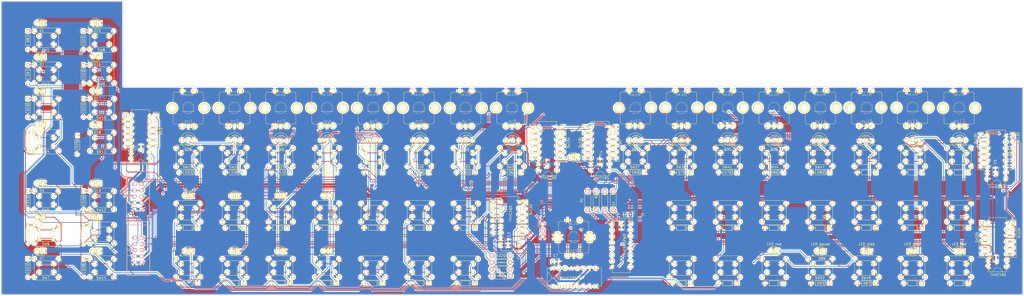
<source format=kicad_pcb>
(kicad_pcb (version 4) (host pcbnew 4.0.2-stable)
  (layers (0 F.Cu signal) (31 B.Cu signal) (34 B.Paste user hide) (35 F.Paste user) (36 B.SilkS user) (37 F.SilkS user) (38 B.Mask user hide) (39 F.Mask user hide) (44 Edge.Cuts user))
  (net 0 "")
  (net 1 "Net-(D101-Pad1)")
  (net 2 "Net-(D102-Pad1)")
  (net 3 /I0)
  (net 4 /I1)
  (net 5 /I2)
  (net 6 /I3)
  (net 7 /I4)
  (net 8 /I5)
  (net 9 /I6)
  (net 10 /I7)
  (net 11 GND)
  (net 12 /O6)
  (net 13 /O7)
  (net 14 /O1)
  (net 15 /O3)
  (net 16 /O5)
  (net 17 /O0)
  (net 18 /O2)
  (net 19 /O4)
  (net 20 +5V)
  (net 21 /O13)
  (net 22 /O14)
  (net 23 /O15)
  (net 24 /O16)
  (net 25 /O17)
  (net 26 /O10)
  (net 27 /I14)
  (net 28 /I15)
  (net 29 /I16)
  (net 30 /I17)
  (net 31 /I10)
  (net 32 /I11)
  (net 33 /I12)
  (net 34 /I13)
  (net 35 "Net-(D8-Pad1)")
  (net 36 "Net-(D9-Pad1)")
  (net 37 "Net-(D10-Pad1)")
  (net 38 "Net-(D11-Pad1)")
  (net 39 "Net-(D12-Pad1)")
  (net 40 "Net-(D13-Pad1)")
  (net 41 "Net-(D14-Pad1)")
  (net 42 "Net-(D22-Pad1)")
  (net 43 "Net-(D23-Pad1)")
  (net 44 "Net-(D24-Pad1)")
  (net 45 "Net-(D25-Pad1)")
  (net 46 "Net-(D26-Pad1)")
  (net 47 "Net-(D27-Pad1)")
  (net 48 "Net-(D28-Pad1)")
  (net 49 "Net-(D32-Pad1)")
  (net 50 "Net-(D33-Pad1)")
  (net 51 "Net-(D34-Pad1)")
  (net 52 "Net-(D38-Pad1)")
  (net 53 "Net-(D39-Pad1)")
  (net 54 "Net-(D40-Pad1)")
  (net 55 "Net-(D44-Pad1)")
  (net 56 "Net-(D45-Pad1)")
  (net 57 "Net-(D46-Pad1)")
  (net 58 "Net-(D50-Pad1)")
  (net 59 "Net-(D51-Pad1)")
  (net 60 "Net-(D52-Pad1)")
  (net 61 "Net-(D54-Pad1)")
  (net 62 "Net-(D55-Pad1)")
  (net 63 "Net-(D56-Pad1)")
  (net 64 "Net-(D58-Pad1)")
  (net 65 "Net-(D59-Pad1)")
  (net 66 "Net-(D60-Pad1)")
  (net 67 "Net-(D62-Pad1)")
  (net 68 "Net-(D63-Pad1)")
  (net 69 "Net-(D64-Pad1)")
  (net 70 "Net-(D66-Pad1)")
  (net 71 "Net-(D69-Pad1)")
  (net 72 "Net-(D71-Pad1)")
  (net 73 "Net-(D72-Pad1)")
  (net 74 "Net-(D73-Pad1)")
  (net 75 "Net-(D75-Pad1)")
  (net 76 "Net-(D76-Pad1)")
  (net 77 "Net-(D77-Pad1)")
  (net 78 "Net-(D80-Pad1)")
  (net 79 "Net-(D81-Pad1)")
  (net 80 "Net-(D82-Pad1)")
  (net 81 "Net-(D85-Pad1)")
  (net 82 "Net-(D86-Pad1)")
  (net 83 "Net-(D87-Pad1)")
  (net 84 "Net-(D90-Pad1)")
  (net 85 "Net-(D91-Pad1)")
  (net 86 "Net-(D92-Pad1)")
  (net 87 "Net-(D95-Pad1)")
  (net 88 "Net-(D96-Pad1)")
  (net 89 "Net-(D97-Pad1)")
  (net 90 "Net-(D100-Pad1)")
  (net 91 "Net-(ec1-PadP$GN)")
  (net 92 "Net-(U1-Pad9)")
  (net 93 /I26)
  (net 94 /I27)
  (net 95 /I24)
  (net 96 /I25)
  (net 97 /I22)
  (net 98 /I23)
  (net 99 /I20)
  (net 100 /I21)
  (net 101 /I56)
  (net 102 /I54)
  (net 103 /I55)
  (net 104 /I36)
  (net 105 /I37)
  (net 106 /I34)
  (net 107 /I35)
  (net 108 /I32)
  (net 109 /I33)
  (net 110 /I30)
  (net 111 /I31)
  (net 112 /I46)
  (net 113 /I47)
  (net 114 /I44)
  (net 115 /I45)
  (net 116 /I42)
  (net 117 /I43)
  (net 118 /I40)
  (net 119 /I41)
  (net 120 /I53)
  (net 121 /I52)
  (net 122 /I51)
  (net 123 /I50)
  (net 124 /011)
  (net 125 /012)
  (net 126 /02)
  (net 127 /I57)
  (net 128 "Net-(R1-Pad1)")
  (net 129 "Net-(R2-Pad1)")
  (net 130 "Net-(R3-Pad1)")
  (net 131 "Net-(R4-Pad1)")
  (net 132 "Net-(R6-Pad1)")
  (net 133 "Net-(R7-Pad1)")
  (net 134 "Net-(RR3-Pad2)")
  (net 135 "Net-(RR5-Pad2)")
  (net 136 "Net-(RR6-Pad2)")
  (net 137 "Net-(RR8-Pad2)")
  (net 138 "Net-(RR10-Pad2)")
  (net 139 "Net-(RR12-Pad2)")
  (net 140 "Net-(U1-Pad1)")
  (net 141 "Net-(U1-Pad2)")
  (net 142 "Net-(U7-Pad14)")
  (net 143 "Net-(U8-Pad9)")
  (net 144 "Net-(J3-Pad2)")
  (net 145 "Net-(U7-Pad9)")
  (net 146 "Net-(R5-Pad1)")
  (net 147 "Net-(R8-Pad2)")
  (module PEC11-Switch_ba (layer F.Cu) (at 118.11 120.65)
    (fp_text reference ec1 (at 0.11938 5.4737) (layer F.SilkS) (effects (font (size 1.27 1.27) (thickness 0.0889))))
    (fp_text value SW_Enc (at 0 -5.4864) (layer F.SilkS) (effects (font (size 0.8128 0.8128) (thickness 0.0889))))
    (pad P$1 thru_hole circle (at -2.49936 -7.00024) (size 1.99898 1.99898) (drill 1.00076) (layers *.Cu F.Paste F.SilkS F.Mask) (net 11 GND))
    (pad P$2 thru_hole circle (at 2.49936 -7.00024) (size 1.99898 1.99898) (drill 0.99822) (layers *.Cu F.Paste F.SilkS F.Mask) (net 127 /I57))
    (pad P$B thru_hole circle (at -2.49936 7.50062) (size 1.99898 1.99898) (drill 1.00076) (layers *.Cu F.Paste F.SilkS F.Mask) (net 10 /I7))
    (pad P$A thru_hole circle (at 2.49936 7.50062) (size 1.99898 1.99898) (drill 1.00076) (layers *.Cu F.Paste F.SilkS F.Mask) (net 9 /I6))
    (pad P$C thru_hole circle (at 0 7.50062) (size 1.99898 1.99898) (drill 1.00076) (layers *.Cu F.Paste F.SilkS F.Mask) (net 11 GND))
    (pad P$GN thru_hole circle (at -6.59892 0) (size 4.09956 4.09956) (drill 2.60096) (layers *.Cu F.Paste F.SilkS F.Mask) (net 91 "Net-(ec1-PadP$GN)"))
    (pad P$GN thru_hole circle (at 6.59892 0) (size 4.09956 4.09956) (drill 2.60096) (layers *.Cu F.Paste F.SilkS F.Mask) (net 91 "Net-(ec1-PadP$GN)"))
  )
  (module DIP-16_W7.62mm (layer F.Cu) (at 102.235 141.478 180)
    (fp_text reference U1 (at 0 -5.22 180) (layer F.SilkS))
    (fp_text value 74HC165)
    (pad 1 thru_hole oval (at 0 0 180) (size 1.6 1.6) (drill 0.8) (layers *.Cu *.Mask F.SilkS) (net 140 "Net-(U1-Pad1)"))
    (pad 2 thru_hole oval (at 0 2.54 180) (size 1.6 1.6) (drill 0.8) (layers *.Cu *.Mask F.SilkS) (net 141 "Net-(U1-Pad2)"))
    (pad 3 thru_hole oval (at 0 5.08 180) (size 1.6 1.6) (drill 0.8) (layers *.Cu *.Mask F.SilkS) (net 7 /I4))
    (pad 4 thru_hole oval (at 0 7.62 180) (size 1.6 1.6) (drill 0.8) (layers *.Cu *.Mask F.SilkS) (net 8 /I5))
    (pad 5 thru_hole oval (at 0 10.16 180) (size 1.6 1.6) (drill 0.8) (layers *.Cu *.Mask F.SilkS) (net 9 /I6))
    (pad 6 thru_hole oval (at 0 12.7 180) (size 1.6 1.6) (drill 0.8) (layers *.Cu *.Mask F.SilkS) (net 10 /I7))
    (pad 7 thru_hole oval (at 0 15.24 180) (size 1.6 1.6) (drill 0.8) (layers *.Cu *.Mask F.SilkS))
    (pad 8 thru_hole oval (at 0 17.78 180) (size 1.6 1.6) (drill 0.8) (layers *.Cu *.Mask F.SilkS) (net 11 GND))
    (pad 9 thru_hole oval (at 7.62 17.78 180) (size 1.6 1.6) (drill 0.8) (layers *.Cu *.Mask F.SilkS) (net 92 "Net-(U1-Pad9)"))
    (pad 10 thru_hole oval (at 7.62 15.24 180) (size 1.6 1.6) (drill 0.8) (layers *.Cu *.Mask F.SilkS) (net 134 "Net-(RR3-Pad2)"))
    (pad 11 thru_hole oval (at 7.62 12.7 180) (size 1.6 1.6) (drill 0.8) (layers *.Cu *.Mask F.SilkS) (net 3 /I0))
    (pad 12 thru_hole oval (at 7.62 10.16 180) (size 1.6 1.6) (drill 0.8) (layers *.Cu *.Mask F.SilkS) (net 4 /I1))
    (pad 13 thru_hole oval (at 7.62 7.62 180) (size 1.6 1.6) (drill 0.8) (layers *.Cu *.Mask F.SilkS) (net 5 /I2))
    (pad 14 thru_hole oval (at 7.62 5.08 180) (size 1.6 1.6) (drill 0.8) (layers *.Cu *.Mask F.SilkS) (net 6 /I3))
    (pad 15 thru_hole oval (at 7.62 2.54 180) (size 1.6 1.6) (drill 0.8) (layers *.Cu *.Mask F.SilkS) (net 11 GND))
    (pad 16 thru_hole oval (at 7.62 0 180) (size 1.6 1.6) (drill 0.8) (layers *.Cu *.Mask F.SilkS) (net 20 +5V))
  )
  (module LEDs:LED-5MM-3 (layer F.Cu) (at 120.65 133.985 180)
    (fp_text reference D29 (at 2.54508 -3.91668 180) (layer F.SilkS))
    (fp_text value Led_gp1)
    (pad 1 thru_hole circle (at 0 0) (size 1.6764 1.6764) (drill 0.8128) (layers *.Cu *.Mask F.SilkS) (net 124 /011))
    (pad 2 thru_hole circle (at 2.54 0) (size 1.6764 1.6764) (drill 0.8128) (layers *.Cu *.Mask F.SilkS) (net 15 /O3))
    (pad 3 thru_hole circle (at 5.08 0) (size 1.6764 1.6764) (drill 0.8128) (layers *.Cu *.Mask F.SilkS) (net 26 /O10))
  )
  (module LEDs:LED-5MM-3 (layer F.Cu) (at 139.7 133.985 180)
    (fp_text reference D35 (at 2.54508 -3.91668 180) (layer F.SilkS))
    (fp_text value Led_gp2)
    (pad 1 thru_hole circle (at 0 0) (size 1.6764 1.6764) (drill 0.8128) (layers *.Cu *.Mask F.SilkS) (net 21 /O13))
    (pad 2 thru_hole circle (at 2.54 0) (size 1.6764 1.6764) (drill 0.8128) (layers *.Cu *.Mask F.SilkS) (net 15 /O3))
    (pad 3 thru_hole circle (at 5.08 0) (size 1.6764 1.6764) (drill 0.8128) (layers *.Cu *.Mask F.SilkS) (net 125 /012))
  )
  (module LEDs:LED-5MM-3 (layer F.Cu) (at 158.75 134.112 180)
    (fp_text reference D41 (at 2.54508 -3.91668 180) (layer F.SilkS))
    (fp_text value Led_gp3)
    (pad 1 thru_hole circle (at 0 0) (size 1.6764 1.6764) (drill 0.8128) (layers *.Cu *.Mask F.SilkS) (net 23 /O15))
    (pad 2 thru_hole circle (at 2.54 0) (size 1.6764 1.6764) (drill 0.8128) (layers *.Cu *.Mask F.SilkS) (net 18 /O2))
    (pad 3 thru_hole circle (at 5.08 0) (size 1.6764 1.6764) (drill 0.8128) (layers *.Cu *.Mask F.SilkS) (net 22 /O14))
  )
  (module LEDs:LED-5MM-3 (layer F.Cu) (at 177.8 133.985 180)
    (fp_text reference D47 (at 2.54508 -3.91668 180) (layer F.SilkS))
    (fp_text value Led_gp4)
    (pad 1 thru_hole circle (at 0 0) (size 1.6764 1.6764) (drill 0.8128) (layers *.Cu *.Mask F.SilkS) (net 25 /O17))
    (pad 2 thru_hole circle (at 2.54 0) (size 1.6764 1.6764) (drill 0.8128) (layers *.Cu *.Mask F.SilkS) (net 18 /O2))
    (pad 3 thru_hole circle (at 5.08 0) (size 1.6764 1.6764) (drill 0.8128) (layers *.Cu *.Mask F.SilkS) (net 24 /O16))
  )
  (module LEDs:LED-5MM-3 (layer F.Cu) (at 196.85 133.985 180)
    (fp_text reference D53 (at 2.54508 -3.91668 180) (layer F.SilkS))
    (fp_text value Led_gp5)
    (pad 1 thru_hole circle (at 0 0) (size 1.6764 1.6764) (drill 0.8128) (layers *.Cu *.Mask F.SilkS) (net 124 /011))
    (pad 2 thru_hole circle (at 2.54 0) (size 1.6764 1.6764) (drill 0.8128) (layers *.Cu *.Mask F.SilkS) (net 14 /O1))
    (pad 3 thru_hole circle (at 5.08 0) (size 1.6764 1.6764) (drill 0.8128) (layers *.Cu *.Mask F.SilkS) (net 26 /O10))
  )
  (module LEDs:LED-5MM-3 (layer F.Cu) (at 215.9 133.985 180)
    (fp_text reference D57 (at 2.54508 -3.91668 180) (layer F.SilkS))
    (fp_text value Led_gp6)
    (pad 1 thru_hole circle (at 0 0) (size 1.6764 1.6764) (drill 0.8128) (layers *.Cu *.Mask F.SilkS) (net 21 /O13))
    (pad 2 thru_hole circle (at 2.54 0) (size 1.6764 1.6764) (drill 0.8128) (layers *.Cu *.Mask F.SilkS) (net 14 /O1))
    (pad 3 thru_hole circle (at 5.08 0) (size 1.6764 1.6764) (drill 0.8128) (layers *.Cu *.Mask F.SilkS) (net 125 /012))
  )
  (module LEDs:LED-5MM-3 (layer F.Cu) (at 234.95 133.985 180)
    (fp_text reference D61 (at 2.54508 -3.91668 180) (layer F.SilkS))
    (fp_text value Led_gp7)
    (pad 1 thru_hole circle (at 0 0) (size 1.6764 1.6764) (drill 0.8128) (layers *.Cu *.Mask F.SilkS) (net 23 /O15))
    (pad 2 thru_hole circle (at 2.54 0) (size 1.6764 1.6764) (drill 0.8128) (layers *.Cu *.Mask F.SilkS) (net 17 /O0))
    (pad 3 thru_hole circle (at 5.08 0) (size 1.6764 1.6764) (drill 0.8128) (layers *.Cu *.Mask F.SilkS) (net 22 /O14))
  )
  (module LEDs:LED-5MM-3 (layer F.Cu) (at 254 134.112 180)
    (fp_text reference D65)
    (fp_text value Led_gp8)
    (pad 1 thru_hole circle (at 0 0) (size 1.6764 1.6764) (drill 0.8128) (layers *.Cu *.Mask F.SilkS) (net 25 /O17))
    (pad 2 thru_hole circle (at 2.54 0) (size 1.6764 1.6764) (drill 0.8128) (layers *.Cu *.Mask F.SilkS) (net 17 /O0))
    (pad 3 thru_hole circle (at 5.08 0) (size 1.6764 1.6764) (drill 0.8128) (layers *.Cu *.Mask F.SilkS) (net 24 /O16))
  )
  (module LEDs:LED-5MM-3 (layer F.Cu) (at 304.8 134.112 180)
    (fp_text reference D68 (at 2.54508 -3.91668 180) (layer F.SilkS))
    (fp_text value Led_gp9)
    (pad 1 thru_hole circle (at 0 0) (size 1.6764 1.6764) (drill 0.8128) (layers *.Cu *.Mask F.SilkS) (net 124 /011))
    (pad 2 thru_hole circle (at 2.54 0) (size 1.6764 1.6764) (drill 0.8128) (layers *.Cu *.Mask F.SilkS) (net 19 /O4))
    (pad 3 thru_hole circle (at 5.08 0) (size 1.6764 1.6764) (drill 0.8128) (layers *.Cu *.Mask F.SilkS) (net 26 /O10))
  )
  (module LEDs:LED-5MM-3 (layer F.Cu) (at 323.85 133.985 180)
    (fp_text reference D70 (at 2.54508 -3.91668 180) (layer F.SilkS))
    (fp_text value Led_gp10)
    (pad 1 thru_hole circle (at 0 0) (size 1.6764 1.6764) (drill 0.8128) (layers *.Cu *.Mask F.SilkS) (net 21 /O13))
    (pad 2 thru_hole circle (at 2.54 0) (size 1.6764 1.6764) (drill 0.8128) (layers *.Cu *.Mask F.SilkS) (net 19 /O4))
    (pad 3 thru_hole circle (at 5.08 0) (size 1.6764 1.6764) (drill 0.8128) (layers *.Cu *.Mask F.SilkS) (net 125 /012))
  )
  (module LEDs:LED-5MM-3 (layer F.Cu) (at 342.9 133.985 180)
    (fp_text reference D74 (at 2.54508 -3.91668 180) (layer F.SilkS))
    (fp_text value Led_gp11)
    (pad 1 thru_hole circle (at 0 0) (size 1.6764 1.6764) (drill 0.8128) (layers *.Cu *.Mask F.SilkS) (net 23 /O15))
    (pad 2 thru_hole circle (at 2.54 0) (size 1.6764 1.6764) (drill 0.8128) (layers *.Cu *.Mask F.SilkS) (net 16 /O5))
    (pad 3 thru_hole circle (at 5.08 0) (size 1.6764 1.6764) (drill 0.8128) (layers *.Cu *.Mask F.SilkS) (net 22 /O14))
  )
  (module LEDs:LED-5MM-3 (layer F.Cu) (at 361.95 133.985 180)
    (fp_text reference D78 (at 2.54508 -3.91668 180) (layer F.SilkS))
    (fp_text value Led_gp12)
    (pad 1 thru_hole circle (at 0 0) (size 1.6764 1.6764) (drill 0.8128) (layers *.Cu *.Mask F.SilkS) (net 25 /O17))
    (pad 2 thru_hole circle (at 2.54 0) (size 1.6764 1.6764) (drill 0.8128) (layers *.Cu *.Mask F.SilkS) (net 16 /O5))
    (pad 3 thru_hole circle (at 5.08 0) (size 1.6764 1.6764) (drill 0.8128) (layers *.Cu *.Mask F.SilkS) (net 24 /O16))
  )
  (module LEDs:LED-5MM-3 (layer F.Cu) (at 375.60516 134.12294)
    (fp_text reference D83)
    (fp_text value Led_gp13)
    (pad 1 thru_hole circle (at 0 0 180) (size 1.6764 1.6764) (drill 0.8128) (layers *.Cu *.Mask F.SilkS) (net 124 /011))
    (pad 2 thru_hole circle (at 2.54 0 180) (size 1.6764 1.6764) (drill 0.8128) (layers *.Cu *.Mask F.SilkS) (net 12 /O6))
    (pad 3 thru_hole circle (at 5.08 0 180) (size 1.6764 1.6764) (drill 0.8128) (layers *.Cu *.Mask F.SilkS) (net 26 /O10))
  )
  (module LEDs:LED-5MM-3 (layer F.Cu) (at 394.97 133.985)
    (fp_text reference D88)
    (fp_text value Led_gp14)
    (pad 1 thru_hole circle (at 0 0 180) (size 1.6764 1.6764) (drill 0.8128) (layers *.Cu *.Mask F.SilkS) (net 21 /O13))
    (pad 2 thru_hole circle (at 2.54 0 180) (size 1.6764 1.6764) (drill 0.8128) (layers *.Cu *.Mask F.SilkS) (net 12 /O6))
    (pad 3 thru_hole circle (at 5.08 0 180) (size 1.6764 1.6764) (drill 0.8128) (layers *.Cu *.Mask F.SilkS) (net 125 /012))
  )
  (module LEDs:LED-5MM-3 (layer F.Cu) (at 419.1 133.985 180)
    (fp_text reference D93)
    (fp_text value Led_gp15)
    (pad 1 thru_hole circle (at 0 0) (size 1.6764 1.6764) (drill 0.8128) (layers *.Cu *.Mask F.SilkS) (net 23 /O15))
    (pad 2 thru_hole circle (at 2.54 0) (size 1.6764 1.6764) (drill 0.8128) (layers *.Cu *.Mask F.SilkS) (net 13 /O7))
    (pad 3 thru_hole circle (at 5.08 0) (size 1.6764 1.6764) (drill 0.8128) (layers *.Cu *.Mask F.SilkS) (net 22 /O14))
  )
  (module LEDs:LED-5MM-3 (layer F.Cu) (at 438.15 133.985 180)
    (fp_text reference D99)
    (fp_text value Led_gp16)
    (pad 1 thru_hole circle (at 0 0) (size 1.6764 1.6764) (drill 0.8128) (layers *.Cu *.Mask F.SilkS) (net 25 /O17))
    (pad 2 thru_hole circle (at 2.54 0) (size 1.6764 1.6764) (drill 0.8128) (layers *.Cu *.Mask F.SilkS) (net 13 /O7))
    (pad 3 thru_hole circle (at 5.08 0) (size 1.6764 1.6764) (drill 0.8128) (layers *.Cu *.Mask F.SilkS) (net 24 /O16))
  )
  (module "empreinte ksir:vasch_strip_5x2" (layer B.Cu) (at 97.536 179.324 90)
    (fp_text reference j2 (at 0.2 -4 90) (layer B.SilkS) (effects (font (thickness 0.2032)) (justify mirror)))
    (fp_text value CONN_02X05 hide)
    (pad 9 thru_hole oval (at 5.08 -1.27 90) (size 1.5 2) (drill 1 (offset 0 -0.25)) (layers *.Cu *.Mask B.SilkS))
    (pad 10 thru_hole oval (at 5.08 1.27 90) (size 1.5 2) (drill 1 (offset 0 0.25)) (layers *.Cu *.Mask B.SilkS) (net 140 "Net-(U1-Pad1)"))
    (pad 8 thru_hole oval (at 2.54 1.27 90) (size 1.5 2) (drill 1 (offset 0 0.25)) (layers *.Cu *.Mask B.SilkS) (net 141 "Net-(U1-Pad2)"))
    (pad 7 thru_hole oval (at 2.54 -1.27 90) (size 1.5 2) (drill 1 (offset 0 -0.25)) (layers *.Cu *.Mask B.SilkS) (net 141 "Net-(U1-Pad2)"))
    (pad 1 thru_hole rect (at -5.08 -1.27 90) (size 1.5 2) (drill 1 (offset 0 -0.25)) (layers *.Cu *.Mask B.SilkS) (net 11 GND))
    (pad 2 thru_hole oval (at -5.08 1.27 90) (size 1.5 2) (drill 1 (offset 0 0.25)) (layers *.Cu *.Mask B.SilkS) (net 11 GND))
    (pad 3 thru_hole oval (at -2.54 -1.27 90) (size 1.5 2) (drill 1 (offset 0 -0.25)) (layers *.Cu *.Mask B.SilkS) (net 20 +5V))
    (pad 4 thru_hole oval (at -2.54 1.27 90) (size 1.5 2) (drill 1 (offset 0 0.25)) (layers *.Cu *.Mask B.SilkS) (net 20 +5V))
    (pad 5 thru_hole oval (at 0 -1.27 90) (size 1.5 2) (drill 1 (offset 0 -0.25)) (layers *.Cu *.Mask B.SilkS) (net 138 "Net-(RR10-Pad2)"))
    (pad 6 thru_hole oval (at 0 1.27 90) (size 1.5 2) (drill 1 (offset 0 0.25)) (layers *.Cu *.Mask B.SilkS) (net 143 "Net-(U8-Pad9)"))
  )
  (module "empreinte ksir:vasch_strip_5x2" (layer B.Cu) (at 97.409 157.226 90)
    (fp_text reference j1 (at 0.2 -4 90) (layer B.SilkS) (effects (font (thickness 0.2032)) (justify mirror)))
    (fp_text value CONN_02X05 hide)
    (pad 9 thru_hole oval (at 5.08 -1.27 90) (size 1.5 2) (drill 1 (offset 0 -0.25)) (layers *.Cu *.Mask B.SilkS))
    (pad 10 thru_hole oval (at 5.08 1.27 90) (size 1.5 2) (drill 1 (offset 0 0.25)) (layers *.Cu *.Mask B.SilkS) (net 140 "Net-(U1-Pad1)"))
    (pad 8 thru_hole oval (at 2.54 1.27 90) (size 1.5 2) (drill 1 (offset 0 0.25)) (layers *.Cu *.Mask B.SilkS) (net 141 "Net-(U1-Pad2)"))
    (pad 7 thru_hole oval (at 2.54 -1.27 90) (size 1.5 2) (drill 1 (offset 0 -0.25)) (layers *.Cu *.Mask B.SilkS) (net 141 "Net-(U1-Pad2)"))
    (pad 1 thru_hole rect (at -5.08 -1.27 90) (size 1.5 2) (drill 1 (offset 0 -0.25)) (layers *.Cu *.Mask B.SilkS) (net 11 GND))
    (pad 2 thru_hole oval (at -5.08 1.27 90) (size 1.5 2) (drill 1 (offset 0 0.25)) (layers *.Cu *.Mask B.SilkS) (net 11 GND))
    (pad 3 thru_hole oval (at -2.54 -1.27 90) (size 1.5 2) (drill 1 (offset 0 -0.25)) (layers *.Cu *.Mask B.SilkS) (net 20 +5V))
    (pad 4 thru_hole oval (at -2.54 1.27 90) (size 1.5 2) (drill 1 (offset 0 0.25)) (layers *.Cu *.Mask B.SilkS) (net 20 +5V))
    (pad 5 thru_hole oval (at 0 -1.27 90) (size 1.5 2) (drill 1 (offset 0 -0.25)) (layers *.Cu *.Mask B.SilkS) (net 92 "Net-(U1-Pad9)"))
    (pad 6 thru_hole oval (at 0 1.27 90) (size 1.5 2) (drill 1 (offset 0 0.25)) (layers *.Cu *.Mask B.SilkS) (net 142 "Net-(U7-Pad14)"))
  )
  (module Resistors_ThroughHole:Resistor_Horizontal_RM7mm (layer F.Cu) (at 243.078 181.61)
    (fp_text reference R8)
    (fp_text value r220 (at 4 0) (layer F.SilkS))
    (pad 1 thru_hole circle (at 0 0) (size 1.99898 1.99898) (drill 1.00076) (layers *.Cu *.SilkS *.Mask) (net 26 /O10))
    (pad 2 thru_hole circle (at 7.62 0) (size 1.99898 1.99898) (drill 1.00076) (layers *.Cu *.SilkS *.Mask) (net 147 "Net-(R8-Pad2)"))
  )
  (module "empreinte ksir:DIP-16_W7.62mm" (layer F.Cu) (at 292.608 168.529)
    (fp_text reference U8)
    (fp_text value 74HC595PWR (at 5.207 9.017 90) (layer F.SilkS))
    (pad 1 thru_hole oval (at 0 0) (size 1.6 1.6) (drill 0.8) (layers *.Cu *.Mask F.SilkS) (net 128 "Net-(R1-Pad1)"))
    (pad 2 thru_hole oval (at 0 2.54) (size 1.6 1.6) (drill 0.8) (layers *.Cu *.Mask F.SilkS) (net 129 "Net-(R2-Pad1)"))
    (pad 3 thru_hole oval (at 0 5.08) (size 1.6 1.6) (drill 0.8) (layers *.Cu *.Mask F.SilkS) (net 130 "Net-(R3-Pad1)"))
    (pad 4 thru_hole oval (at 0 7.62) (size 1.6 1.6) (drill 0.8) (layers *.Cu *.Mask F.SilkS) (net 131 "Net-(R4-Pad1)"))
    (pad 5 thru_hole oval (at 0 10.16) (size 1.6 1.6) (drill 0.8) (layers *.Cu *.Mask F.SilkS) (net 146 "Net-(R5-Pad1)"))
    (pad 6 thru_hole oval (at 0 12.7) (size 1.6 1.6) (drill 0.8) (layers *.Cu *.Mask F.SilkS) (net 132 "Net-(R6-Pad1)"))
    (pad 7 thru_hole oval (at 0 15.24) (size 1.6 1.6) (drill 0.8) (layers *.Cu *.Mask F.SilkS) (net 133 "Net-(R7-Pad1)"))
    (pad 8 thru_hole oval (at 0 17.78) (size 1.6 1.6) (drill 0.8) (layers *.Cu *.Mask F.SilkS) (net 11 GND))
    (pad 9 thru_hole oval (at 7.62 17.78) (size 1.6 1.6) (drill 0.8) (layers *.Cu *.Mask F.SilkS) (net 143 "Net-(U8-Pad9)"))
    (pad 10 thru_hole oval (at 7.62 15.24) (size 1.6 1.6) (drill 0.8) (layers *.Cu *.Mask F.SilkS) (net 20 +5V))
    (pad 11 thru_hole oval (at 7.62 12.7) (size 1.6 1.6) (drill 0.8) (layers *.Cu *.Mask F.SilkS) (net 141 "Net-(U1-Pad2)"))
    (pad 12 thru_hole oval (at 7.62 10.16) (size 1.6 1.6) (drill 0.8) (layers *.Cu *.Mask F.SilkS) (net 140 "Net-(U1-Pad1)"))
    (pad 13 thru_hole oval (at 7.62 7.62) (size 1.6 1.6) (drill 0.8) (layers *.Cu *.Mask F.SilkS) (net 11 GND))
    (pad 14 thru_hole oval (at 7.62 5.08) (size 1.6 1.6) (drill 0.8) (layers *.Cu *.Mask F.SilkS) (net 145 "Net-(U7-Pad9)"))
    (pad 15 thru_hole oval (at 7.62 2.54) (size 1.6 1.6) (drill 0.8) (layers *.Cu *.Mask F.SilkS) (net 147 "Net-(R8-Pad2)"))
    (pad 16 thru_hole oval (at 7.62 0) (size 1.6 1.6) (drill 0.8) (layers *.Cu *.Mask F.SilkS) (net 20 +5V))
  )
  (module "empreinte ksir:DIP-16_W7.62mm" (layer F.Cu) (at 268.224 194.31 90)
    (fp_text reference U7)
    (fp_text value 74HC595PWR (at 3.5 8 180) (layer F.SilkS))
    (pad 1 thru_hole oval (at 0 0 90) (size 1.6 1.6) (drill 0.8) (layers *.Cu *.Mask F.SilkS) (net 14 /O1))
    (pad 2 thru_hole oval (at 0 2.54 90) (size 1.6 1.6) (drill 0.8) (layers *.Cu *.Mask F.SilkS) (net 126 /02))
    (pad 3 thru_hole oval (at 0 5.08 90) (size 1.6 1.6) (drill 0.8) (layers *.Cu *.Mask F.SilkS) (net 15 /O3))
    (pad 4 thru_hole oval (at 0 7.62 90) (size 1.6 1.6) (drill 0.8) (layers *.Cu *.Mask F.SilkS) (net 19 /O4))
    (pad 5 thru_hole oval (at 0 10.16 90) (size 1.6 1.6) (drill 0.8) (layers *.Cu *.Mask F.SilkS) (net 16 /O5))
    (pad 6 thru_hole oval (at 0 12.7 90) (size 1.6 1.6) (drill 0.8) (layers *.Cu *.Mask F.SilkS) (net 12 /O6))
    (pad 7 thru_hole oval (at 0 15.24 90) (size 1.6 1.6) (drill 0.8) (layers *.Cu *.Mask F.SilkS) (net 13 /O7))
    (pad 8 thru_hole oval (at 0 17.78 90) (size 1.6 1.6) (drill 0.8) (layers *.Cu *.Mask F.SilkS) (net 11 GND))
    (pad 9 thru_hole oval (at 7.62 17.78 90) (size 1.6 1.6) (drill 0.8) (layers *.Cu *.Mask F.SilkS) (net 145 "Net-(U7-Pad9)"))
    (pad 10 thru_hole oval (at 7.62 15.24 90) (size 1.6 1.6) (drill 0.8) (layers *.Cu *.Mask F.SilkS) (net 20 +5V))
    (pad 11 thru_hole oval (at 7.62 12.7 90) (size 1.6 1.6) (drill 0.8) (layers *.Cu *.Mask F.SilkS) (net 141 "Net-(U1-Pad2)"))
    (pad 12 thru_hole oval (at 7.62 10.16 90) (size 1.6 1.6) (drill 0.8) (layers *.Cu *.Mask F.SilkS) (net 140 "Net-(U1-Pad1)"))
    (pad 13 thru_hole oval (at 7.62 7.62 90) (size 1.6 1.6) (drill 0.8) (layers *.Cu *.Mask F.SilkS) (net 11 GND))
    (pad 14 thru_hole oval (at 7.62 5.08 90) (size 1.6 1.6) (drill 0.8) (layers *.Cu *.Mask F.SilkS) (net 142 "Net-(U7-Pad14)"))
    (pad 15 thru_hole oval (at 7.62 2.54 90) (size 1.6 1.6) (drill 0.8) (layers *.Cu *.Mask F.SilkS) (net 17 /O0))
    (pad 16 thru_hole oval (at 7.62 0 90) (size 1.6 1.6) (drill 0.8) (layers *.Cu *.Mask F.SilkS) (net 20 +5V))
  )
  (module "empreinte ksir:DIP-16_W7.62mm" (layer F.Cu) (at 455.265864 185.993912 180)
    (fp_text reference U6)
    (fp_text value 74HC165 (at 3.653864 -3.490088 180) (layer F.SilkS))
    (pad 1 thru_hole oval (at 0 0 180) (size 1.6 1.6) (drill 0.8) (layers *.Cu *.Mask F.SilkS) (net 140 "Net-(U1-Pad1)"))
    (pad 2 thru_hole oval (at 0 2.54 180) (size 1.6 1.6) (drill 0.8) (layers *.Cu *.Mask F.SilkS) (net 141 "Net-(U1-Pad2)"))
    (pad 3 thru_hole oval (at 0 5.08 180) (size 1.6 1.6) (drill 0.8) (layers *.Cu *.Mask F.SilkS) (net 102 /I54))
    (pad 4 thru_hole oval (at 0 7.62 180) (size 1.6 1.6) (drill 0.8) (layers *.Cu *.Mask F.SilkS) (net 103 /I55))
    (pad 5 thru_hole oval (at 0 10.16 180) (size 1.6 1.6) (drill 0.8) (layers *.Cu *.Mask F.SilkS) (net 101 /I56))
    (pad 6 thru_hole oval (at 0 12.7 180) (size 1.6 1.6) (drill 0.8) (layers *.Cu *.Mask F.SilkS) (net 127 /I57))
    (pad 7 thru_hole oval (at 0 15.24 180) (size 1.6 1.6) (drill 0.8) (layers *.Cu *.Mask F.SilkS))
    (pad 8 thru_hole oval (at 0 17.78 180) (size 1.6 1.6) (drill 0.8) (layers *.Cu *.Mask F.SilkS) (net 11 GND))
    (pad 9 thru_hole oval (at 7.62 17.78 180) (size 1.6 1.6) (drill 0.8) (layers *.Cu *.Mask F.SilkS) (net 137 "Net-(RR8-Pad2)"))
    (pad 10 thru_hole oval (at 7.62 15.24 180) (size 1.6 1.6) (drill 0.8) (layers *.Cu *.Mask F.SilkS) (net 139 "Net-(RR12-Pad2)"))
    (pad 11 thru_hole oval (at 7.62 12.7 180) (size 1.6 1.6) (drill 0.8) (layers *.Cu *.Mask F.SilkS) (net 123 /I50))
    (pad 12 thru_hole oval (at 7.62 10.16 180) (size 1.6 1.6) (drill 0.8) (layers *.Cu *.Mask F.SilkS) (net 122 /I51))
    (pad 13 thru_hole oval (at 7.62 7.62 180) (size 1.6 1.6) (drill 0.8) (layers *.Cu *.Mask F.SilkS) (net 121 /I52))
    (pad 14 thru_hole oval (at 7.62 5.08 180) (size 1.6 1.6) (drill 0.8) (layers *.Cu *.Mask F.SilkS) (net 120 /I53))
    (pad 15 thru_hole oval (at 7.62 2.54 180) (size 1.6 1.6) (drill 0.8) (layers *.Cu *.Mask F.SilkS) (net 11 GND))
    (pad 16 thru_hole oval (at 7.62 0 180) (size 1.6 1.6) (drill 0.8) (layers *.Cu *.Mask F.SilkS) (net 20 +5V))
  )
  (module "empreinte ksir:DIP-16_W7.62mm" (layer F.Cu) (at 454.838194 149.876812 180)
    (fp_text reference U5)
    (fp_text value 74HC165 (at 3.734194 -3.412188 180) (layer F.SilkS))
    (pad 1 thru_hole oval (at 0 0 180) (size 1.6 1.6) (drill 0.8) (layers *.Cu *.Mask F.SilkS) (net 140 "Net-(U1-Pad1)"))
    (pad 2 thru_hole oval (at 0 2.54 180) (size 1.6 1.6) (drill 0.8) (layers *.Cu *.Mask F.SilkS) (net 141 "Net-(U1-Pad2)"))
    (pad 3 thru_hole oval (at 0 5.08 180) (size 1.6 1.6) (drill 0.8) (layers *.Cu *.Mask F.SilkS) (net 114 /I44))
    (pad 4 thru_hole oval (at 0 7.62 180) (size 1.6 1.6) (drill 0.8) (layers *.Cu *.Mask F.SilkS) (net 115 /I45))
    (pad 5 thru_hole oval (at 0 10.16 180) (size 1.6 1.6) (drill 0.8) (layers *.Cu *.Mask F.SilkS) (net 112 /I46))
    (pad 6 thru_hole oval (at 0 12.7 180) (size 1.6 1.6) (drill 0.8) (layers *.Cu *.Mask F.SilkS) (net 113 /I47))
    (pad 7 thru_hole oval (at 0 15.24 180) (size 1.6 1.6) (drill 0.8) (layers *.Cu *.Mask F.SilkS))
    (pad 8 thru_hole oval (at 0 17.78 180) (size 1.6 1.6) (drill 0.8) (layers *.Cu *.Mask F.SilkS) (net 11 GND))
    (pad 9 thru_hole oval (at 7.62 17.78 180) (size 1.6 1.6) (drill 0.8) (layers *.Cu *.Mask F.SilkS) (net 139 "Net-(RR12-Pad2)"))
    (pad 10 thru_hole oval (at 7.62 15.24 180) (size 1.6 1.6) (drill 0.8) (layers *.Cu *.Mask F.SilkS) (net 138 "Net-(RR10-Pad2)"))
    (pad 11 thru_hole oval (at 7.62 12.7 180) (size 1.6 1.6) (drill 0.8) (layers *.Cu *.Mask F.SilkS) (net 118 /I40))
    (pad 12 thru_hole oval (at 7.62 10.16 180) (size 1.6 1.6) (drill 0.8) (layers *.Cu *.Mask F.SilkS) (net 119 /I41))
    (pad 13 thru_hole oval (at 7.62 7.62 180) (size 1.6 1.6) (drill 0.8) (layers *.Cu *.Mask F.SilkS) (net 116 /I42))
    (pad 14 thru_hole oval (at 7.62 5.08 180) (size 1.6 1.6) (drill 0.8) (layers *.Cu *.Mask F.SilkS) (net 117 /I43))
    (pad 15 thru_hole oval (at 7.62 2.54 180) (size 1.6 1.6) (drill 0.8) (layers *.Cu *.Mask F.SilkS) (net 11 GND))
    (pad 16 thru_hole oval (at 7.62 0 180) (size 1.6 1.6) (drill 0.8) (layers *.Cu *.Mask F.SilkS) (net 20 +5V))
  )
  (module "empreinte ksir:DIP-16_W7.62mm" (layer F.Cu) (at 291.592 146.304 180)
    (fp_text reference U4)
    (fp_text value 74HC165 (at 3.556 -3.175 180) (layer F.SilkS))
    (pad 1 thru_hole oval (at 0 0 180) (size 1.6 1.6) (drill 0.8) (layers *.Cu *.Mask F.SilkS) (net 140 "Net-(U1-Pad1)"))
    (pad 2 thru_hole oval (at 0 2.54 180) (size 1.6 1.6) (drill 0.8) (layers *.Cu *.Mask F.SilkS) (net 141 "Net-(U1-Pad2)"))
    (pad 3 thru_hole oval (at 0 5.08 180) (size 1.6 1.6) (drill 0.8) (layers *.Cu *.Mask F.SilkS) (net 106 /I34))
    (pad 4 thru_hole oval (at 0 7.62 180) (size 1.6 1.6) (drill 0.8) (layers *.Cu *.Mask F.SilkS) (net 107 /I35))
    (pad 5 thru_hole oval (at 0 10.16 180) (size 1.6 1.6) (drill 0.8) (layers *.Cu *.Mask F.SilkS) (net 104 /I36))
    (pad 6 thru_hole oval (at 0 12.7 180) (size 1.6 1.6) (drill 0.8) (layers *.Cu *.Mask F.SilkS) (net 105 /I37))
    (pad 7 thru_hole oval (at 0 15.24 180) (size 1.6 1.6) (drill 0.8) (layers *.Cu *.Mask F.SilkS))
    (pad 8 thru_hole oval (at 0 17.78 180) (size 1.6 1.6) (drill 0.8) (layers *.Cu *.Mask F.SilkS) (net 11 GND))
    (pad 9 thru_hole oval (at 7.62 17.78 180) (size 1.6 1.6) (drill 0.8) (layers *.Cu *.Mask F.SilkS) (net 136 "Net-(RR6-Pad2)"))
    (pad 10 thru_hole oval (at 7.62 15.24 180) (size 1.6 1.6) (drill 0.8) (layers *.Cu *.Mask F.SilkS) (net 137 "Net-(RR8-Pad2)"))
    (pad 11 thru_hole oval (at 7.62 12.7 180) (size 1.6 1.6) (drill 0.8) (layers *.Cu *.Mask F.SilkS) (net 110 /I30))
    (pad 12 thru_hole oval (at 7.62 10.16 180) (size 1.6 1.6) (drill 0.8) (layers *.Cu *.Mask F.SilkS) (net 111 /I31))
    (pad 13 thru_hole oval (at 7.62 7.62 180) (size 1.6 1.6) (drill 0.8) (layers *.Cu *.Mask F.SilkS) (net 108 /I32))
    (pad 14 thru_hole oval (at 7.62 5.08 180) (size 1.6 1.6) (drill 0.8) (layers *.Cu *.Mask F.SilkS) (net 109 /I33))
    (pad 15 thru_hole oval (at 7.62 2.54 180) (size 1.6 1.6) (drill 0.8) (layers *.Cu *.Mask F.SilkS) (net 11 GND))
    (pad 16 thru_hole oval (at 7.62 0 180) (size 1.6 1.6) (drill 0.8) (layers *.Cu *.Mask F.SilkS) (net 20 +5V))
  )
  (module "empreinte ksir:DIP-16_W7.62mm" (layer F.Cu) (at 270.002 146.304 180)
    (fp_text reference U3)
    (fp_text value 74HC165 (at 3.556 -3.175 180) (layer F.SilkS))
    (pad 1 thru_hole oval (at 0 0 180) (size 1.6 1.6) (drill 0.8) (layers *.Cu *.Mask F.SilkS) (net 140 "Net-(U1-Pad1)"))
    (pad 2 thru_hole oval (at 0 2.54 180) (size 1.6 1.6) (drill 0.8) (layers *.Cu *.Mask F.SilkS) (net 141 "Net-(U1-Pad2)"))
    (pad 3 thru_hole oval (at 0 5.08 180) (size 1.6 1.6) (drill 0.8) (layers *.Cu *.Mask F.SilkS) (net 95 /I24))
    (pad 4 thru_hole oval (at 0 7.62 180) (size 1.6 1.6) (drill 0.8) (layers *.Cu *.Mask F.SilkS) (net 96 /I25))
    (pad 5 thru_hole oval (at 0 10.16 180) (size 1.6 1.6) (drill 0.8) (layers *.Cu *.Mask F.SilkS) (net 93 /I26))
    (pad 6 thru_hole oval (at 0 12.7 180) (size 1.6 1.6) (drill 0.8) (layers *.Cu *.Mask F.SilkS) (net 94 /I27))
    (pad 7 thru_hole oval (at 0 15.24 180) (size 1.6 1.6) (drill 0.8) (layers *.Cu *.Mask F.SilkS))
    (pad 8 thru_hole oval (at 0 17.78 180) (size 1.6 1.6) (drill 0.8) (layers *.Cu *.Mask F.SilkS) (net 11 GND))
    (pad 9 thru_hole oval (at 7.62 17.78 180) (size 1.6 1.6) (drill 0.8) (layers *.Cu *.Mask F.SilkS) (net 135 "Net-(RR5-Pad2)"))
    (pad 10 thru_hole oval (at 7.62 15.24 180) (size 1.6 1.6) (drill 0.8) (layers *.Cu *.Mask F.SilkS) (net 136 "Net-(RR6-Pad2)"))
    (pad 11 thru_hole oval (at 7.62 12.7 180) (size 1.6 1.6) (drill 0.8) (layers *.Cu *.Mask F.SilkS) (net 99 /I20))
    (pad 12 thru_hole oval (at 7.62 10.16 180) (size 1.6 1.6) (drill 0.8) (layers *.Cu *.Mask F.SilkS) (net 100 /I21))
    (pad 13 thru_hole oval (at 7.62 7.62 180) (size 1.6 1.6) (drill 0.8) (layers *.Cu *.Mask F.SilkS) (net 97 /I22))
    (pad 14 thru_hole oval (at 7.62 5.08 180) (size 1.6 1.6) (drill 0.8) (layers *.Cu *.Mask F.SilkS) (net 98 /I23))
    (pad 15 thru_hole oval (at 7.62 2.54 180) (size 1.6 1.6) (drill 0.8) (layers *.Cu *.Mask F.SilkS) (net 11 GND))
    (pad 16 thru_hole oval (at 7.62 0 180) (size 1.6 1.6) (drill 0.8) (layers *.Cu *.Mask F.SilkS) (net 20 +5V))
  )
  (module "empreinte ksir:DIP-16_W7.62mm" (layer F.Cu) (at 254.381 177.292 180)
    (fp_text reference U2 (at 0 -5.22 180) (layer F.SilkS))
    (fp_text value 74HC165 (at 3.556 12.954 270) (layer F.SilkS))
    (pad 1 thru_hole oval (at 0 0 180) (size 1.6 1.6) (drill 0.8) (layers *.Cu *.Mask F.SilkS) (net 140 "Net-(U1-Pad1)"))
    (pad 2 thru_hole oval (at 0 2.54 180) (size 1.6 1.6) (drill 0.8) (layers *.Cu *.Mask F.SilkS) (net 141 "Net-(U1-Pad2)"))
    (pad 3 thru_hole oval (at 0 5.08 180) (size 1.6 1.6) (drill 0.8) (layers *.Cu *.Mask F.SilkS) (net 27 /I14))
    (pad 4 thru_hole oval (at 0 7.62 180) (size 1.6 1.6) (drill 0.8) (layers *.Cu *.Mask F.SilkS) (net 28 /I15))
    (pad 5 thru_hole oval (at 0 10.16 180) (size 1.6 1.6) (drill 0.8) (layers *.Cu *.Mask F.SilkS) (net 29 /I16))
    (pad 6 thru_hole oval (at 0 12.7 180) (size 1.6 1.6) (drill 0.8) (layers *.Cu *.Mask F.SilkS) (net 30 /I17))
    (pad 7 thru_hole oval (at 0 15.24 180) (size 1.6 1.6) (drill 0.8) (layers *.Cu *.Mask F.SilkS))
    (pad 8 thru_hole oval (at 0 17.78 180) (size 1.6 1.6) (drill 0.8) (layers *.Cu *.Mask F.SilkS) (net 11 GND))
    (pad 9 thru_hole oval (at 7.62 17.78 180) (size 1.6 1.6) (drill 0.8) (layers *.Cu *.Mask F.SilkS) (net 134 "Net-(RR3-Pad2)"))
    (pad 10 thru_hole oval (at 7.62 15.24 180) (size 1.6 1.6) (drill 0.8) (layers *.Cu *.Mask F.SilkS) (net 135 "Net-(RR5-Pad2)"))
    (pad 11 thru_hole oval (at 7.62 12.7 180) (size 1.6 1.6) (drill 0.8) (layers *.Cu *.Mask F.SilkS) (net 31 /I10))
    (pad 12 thru_hole oval (at 7.62 10.16 180) (size 1.6 1.6) (drill 0.8) (layers *.Cu *.Mask F.SilkS) (net 32 /I11))
    (pad 13 thru_hole oval (at 7.62 7.62 180) (size 1.6 1.6) (drill 0.8) (layers *.Cu *.Mask F.SilkS) (net 33 /I12))
    (pad 14 thru_hole oval (at 7.62 5.08 180) (size 1.6 1.6) (drill 0.8) (layers *.Cu *.Mask F.SilkS) (net 34 /I13))
    (pad 15 thru_hole oval (at 7.62 2.54 180) (size 1.6 1.6) (drill 0.8) (layers *.Cu *.Mask F.SilkS) (net 11 GND))
    (pad 16 thru_hole oval (at 7.62 0 180) (size 1.6 1.6) (drill 0.8) (layers *.Cu *.Mask F.SilkS) (net 20 +5V))
  )
  (module Resistors_ThroughHole:Resistor_Horizontal_RM7mm (layer F.Cu) (at 282.62816 162.67194 90)
    (fp_text reference R1 (at 4 -2.5 90) (layer F.SilkS))
    (fp_text value r220)
    (pad 1 thru_hole circle (at 0 0 90) (size 1.99898 1.99898) (drill 1.00076) (layers *.Cu *.SilkS *.Mask) (net 128 "Net-(R1-Pad1)"))
    (pad 2 thru_hole circle (at 7.62 0 90) (size 1.99898 1.99898) (drill 1.00076) (layers *.Cu *.SilkS *.Mask) (net 124 /011))
  )
  (module Resistors_ThroughHole:Resistor_Horizontal_RM7mm (layer F.Cu) (at 286.12816 162.67194 90)
    (fp_text reference R2 (at 5.62 0 90) (layer F.SilkS))
    (fp_text value r220)
    (pad 1 thru_hole circle (at 0 0 90) (size 1.99898 1.99898) (drill 1.00076) (layers *.Cu *.SilkS *.Mask) (net 129 "Net-(R2-Pad1)"))
    (pad 2 thru_hole circle (at 7.62 0 90) (size 1.99898 1.99898) (drill 1.00076) (layers *.Cu *.SilkS *.Mask) (net 125 /012))
  )
  (module Resistors_ThroughHole:Resistor_Horizontal_RM7mm (layer F.Cu) (at 289.62816 162.67194 90)
    (fp_text reference R3 (at -0.183 -5.167 90) (layer F.SilkS))
    (fp_text value r220)
    (pad 1 thru_hole circle (at 0 0 90) (size 1.99898 1.99898) (drill 1.00076) (layers *.Cu *.SilkS *.Mask) (net 130 "Net-(R3-Pad1)"))
    (pad 2 thru_hole circle (at 7.62 0 90) (size 1.99898 1.99898) (drill 1.00076) (layers *.Cu *.SilkS *.Mask) (net 21 /O13))
  )
  (module Resistors_ThroughHole:Resistor_Horizontal_RM7mm (layer F.Cu) (at 293.12816 162.67194 90)
    (fp_text reference R4)
    (fp_text value 1k (at 2.52494 0.11484 90) (layer F.SilkS))
    (pad 1 thru_hole circle (at 0 0 90) (size 1.99898 1.99898) (drill 1.00076) (layers *.Cu *.SilkS *.Mask) (net 131 "Net-(R4-Pad1)"))
    (pad 2 thru_hole circle (at 7.62 0 90) (size 1.99898 1.99898) (drill 1.00076) (layers *.Cu *.SilkS *.Mask) (net 22 /O14))
  )
  (module Resistors_ThroughHole:Resistor_Horizontal_RM7mm (layer F.Cu) (at 250.698 184.404 180)
    (fp_text reference R5)
    (fp_text value 470ohm (at 3.62 0 180) (layer F.SilkS) (effects (font (size 0.508 0.508) (thickness 0.127))))
    (pad 1 thru_hole circle (at 0 0 180) (size 1.99898 1.99898) (drill 1.00076) (layers *.Cu *.SilkS *.Mask) (net 146 "Net-(R5-Pad1)"))
    (pad 2 thru_hole circle (at 7.62 0 180) (size 1.99898 1.99898) (drill 1.00076) (layers *.Cu *.SilkS *.Mask) (net 23 /O15))
  )
  (module Resistors_ThroughHole:Resistor_Horizontal_RM7mm (layer F.Cu) (at 250.698 187.198 180)
    (fp_text reference R6)
    (fp_text value 1k (at 4.699 0 180) (layer F.SilkS))
    (pad 1 thru_hole circle (at 0 0 180) (size 1.99898 1.99898) (drill 1.00076) (layers *.Cu *.SilkS *.Mask) (net 132 "Net-(R6-Pad1)"))
    (pad 2 thru_hole circle (at 7.62 0 180) (size 1.99898 1.99898) (drill 1.00076) (layers *.Cu *.SilkS *.Mask) (net 24 /O16))
  )
  (module Resistors_ThroughHole:Resistor_Horizontal_RM7mm (layer F.Cu) (at 250.825 189.992 180)
    (fp_text reference R7)
    (fp_text value 470ohm (at 4.12 0 180) (layer F.SilkS) (effects (font (size 0.508 0.508) (thickness 0.127))))
    (pad 1 thru_hole circle (at 0 0 180) (size 1.99898 1.99898) (drill 1.00076) (layers *.Cu *.SilkS *.Mask) (net 133 "Net-(R7-Pad1)"))
    (pad 2 thru_hole circle (at 7.62 0 180) (size 1.99898 1.99898) (drill 1.00076) (layers *.Cu *.SilkS *.Mask) (net 25 /O17))
  )
  (module "empreinte ksir:Resistor_Array_SIP6" (layer F.Cu) (at 104.902 130.048 270)
    (fp_text reference RR2 (at 0.254 -2.032 270) (layer F.SilkS))
    (fp_text value 5x10k)
    (pad 1 thru_hole rect (at -6.35 0 270) (size 1.397 1.397) (drill 0.8128) (layers *.Cu *.Mask F.SilkS) (net 144 "Net-(J3-Pad2)"))
    (pad 2 thru_hole circle (at -3.81 0 270) (size 1.397 1.397) (drill 0.8128) (layers *.Cu *.Mask F.SilkS))
    (pad 3 thru_hole circle (at -1.27 0 270) (size 1.397 1.397) (drill 0.8128) (layers *.Cu *.Mask F.SilkS) (net 10 /I7))
    (pad 4 thru_hole circle (at 1.27 0 270) (size 1.397 1.397) (drill 0.8128) (layers *.Cu *.Mask F.SilkS) (net 9 /I6))
    (pad 5 thru_hole circle (at 3.81 0 270) (size 1.397 1.397) (drill 0.8128) (layers *.Cu *.Mask F.SilkS) (net 8 /I5))
    (pad 6 thru_hole circle (at 6.35 0 270) (size 1.397 1.397) (drill 0.8128) (layers *.Cu *.Mask F.SilkS) (net 7 /I4))
  )
  (module "empreinte ksir:Resistor_Array_SIP6" (layer F.Cu) (at 272.542 135.001 270)
    (fp_text reference RR1)
    (fp_text value 5x10k (at 0 -2.159 270) (layer F.SilkS))
    (pad 1 thru_hole rect (at -6.35 0 270) (size 1.397 1.397) (drill 0.8128) (layers *.Cu *.Mask F.SilkS) (net 144 "Net-(J3-Pad2)"))
    (pad 2 thru_hole circle (at -3.81 0 270) (size 1.397 1.397) (drill 0.8128) (layers *.Cu *.Mask F.SilkS))
    (pad 3 thru_hole circle (at -1.27 0 270) (size 1.397 1.397) (drill 0.8128) (layers *.Cu *.Mask F.SilkS) (net 94 /I27))
    (pad 4 thru_hole circle (at 1.27 0 270) (size 1.397 1.397) (drill 0.8128) (layers *.Cu *.Mask F.SilkS) (net 93 /I26))
    (pad 5 thru_hole circle (at 3.81 0 270) (size 1.397 1.397) (drill 0.8128) (layers *.Cu *.Mask F.SilkS) (net 96 /I25))
    (pad 6 thru_hole circle (at 6.35 0 270) (size 1.397 1.397) (drill 0.8128) (layers *.Cu *.Mask F.SilkS) (net 95 /I24))
  )
  (module "empreinte ksir:Resistor_Array_SIP6" (layer F.Cu) (at 92.075 130.048 270)
    (fp_text reference RR3 (at 0.254 -2.032 270) (layer F.SilkS))
    (fp_text value 5x10k)
    (pad 1 thru_hole rect (at -6.35 0 270) (size 1.397 1.397) (drill 0.8128) (layers *.Cu *.Mask F.SilkS) (net 144 "Net-(J3-Pad2)"))
    (pad 2 thru_hole circle (at -3.81 0 270) (size 1.397 1.397) (drill 0.8128) (layers *.Cu *.Mask F.SilkS) (net 134 "Net-(RR3-Pad2)"))
    (pad 3 thru_hole circle (at -1.27 0 270) (size 1.397 1.397) (drill 0.8128) (layers *.Cu *.Mask F.SilkS) (net 3 /I0))
    (pad 4 thru_hole circle (at 1.27 0 270) (size 1.397 1.397) (drill 0.8128) (layers *.Cu *.Mask F.SilkS) (net 4 /I1))
    (pad 5 thru_hole circle (at 3.81 0 270) (size 1.397 1.397) (drill 0.8128) (layers *.Cu *.Mask F.SilkS) (net 5 /I2))
    (pad 6 thru_hole circle (at 6.35 0 270) (size 1.397 1.397) (drill 0.8128) (layers *.Cu *.Mask F.SilkS) (net 6 /I3))
  )
  (module "empreinte ksir:Resistor_Array_SIP6" (layer F.Cu) (at 256.921 165.989 270)
    (fp_text reference RR4)
    (fp_text value 5x10k (at -3.429 -2.286 270) (layer F.SilkS))
    (pad 1 thru_hole rect (at -6.35 0 270) (size 1.397 1.397) (drill 0.8128) (layers *.Cu *.Mask F.SilkS) (net 144 "Net-(J3-Pad2)"))
    (pad 2 thru_hole circle (at -3.81 0 270) (size 1.397 1.397) (drill 0.8128) (layers *.Cu *.Mask F.SilkS))
    (pad 3 thru_hole circle (at -1.27 0 270) (size 1.397 1.397) (drill 0.8128) (layers *.Cu *.Mask F.SilkS) (net 30 /I17))
    (pad 4 thru_hole circle (at 1.27 0 270) (size 1.397 1.397) (drill 0.8128) (layers *.Cu *.Mask F.SilkS) (net 29 /I16))
    (pad 5 thru_hole circle (at 3.81 0 270) (size 1.397 1.397) (drill 0.8128) (layers *.Cu *.Mask F.SilkS) (net 28 /I15))
    (pad 6 thru_hole circle (at 6.35 0 270) (size 1.397 1.397) (drill 0.8128) (layers *.Cu *.Mask F.SilkS) (net 27 /I14))
  )
  (module "empreinte ksir:Resistor_Array_SIP6" (layer F.Cu) (at 243.713 165.862 270)
    (fp_text reference RR5)
    (fp_text value 5x10k (at -3.81 2.286 270) (layer F.SilkS))
    (pad 1 thru_hole rect (at -6.35 0 270) (size 1.397 1.397) (drill 0.8128) (layers *.Cu *.Mask F.SilkS) (net 144 "Net-(J3-Pad2)"))
    (pad 2 thru_hole circle (at -3.81 0 270) (size 1.397 1.397) (drill 0.8128) (layers *.Cu *.Mask F.SilkS) (net 135 "Net-(RR5-Pad2)"))
    (pad 3 thru_hole circle (at -1.27 0 270) (size 1.397 1.397) (drill 0.8128) (layers *.Cu *.Mask F.SilkS) (net 31 /I10))
    (pad 4 thru_hole circle (at 1.27 0 270) (size 1.397 1.397) (drill 0.8128) (layers *.Cu *.Mask F.SilkS) (net 32 /I11))
    (pad 5 thru_hole circle (at 3.81 0 270) (size 1.397 1.397) (drill 0.8128) (layers *.Cu *.Mask F.SilkS) (net 33 /I12))
    (pad 6 thru_hole circle (at 6.35 0 270) (size 1.397 1.397) (drill 0.8128) (layers *.Cu *.Mask F.SilkS) (net 34 /I13))
  )
  (module "empreinte ksir:Resistor_Array_SIP6" (layer F.Cu) (at 259.842 135.001 270)
    (fp_text reference RR6 (at 0.254 -2.032 270) (layer F.SilkS))
    (fp_text value 5x10k)
    (pad 1 thru_hole rect (at -6.35 0 270) (size 1.397 1.397) (drill 0.8128) (layers *.Cu *.Mask F.SilkS) (net 144 "Net-(J3-Pad2)"))
    (pad 2 thru_hole circle (at -3.81 0 270) (size 1.397 1.397) (drill 0.8128) (layers *.Cu *.Mask F.SilkS) (net 136 "Net-(RR6-Pad2)"))
    (pad 3 thru_hole circle (at -1.27 0 270) (size 1.397 1.397) (drill 0.8128) (layers *.Cu *.Mask F.SilkS) (net 99 /I20))
    (pad 4 thru_hole circle (at 1.27 0 270) (size 1.397 1.397) (drill 0.8128) (layers *.Cu *.Mask F.SilkS) (net 100 /I21))
    (pad 5 thru_hole circle (at 3.81 0 270) (size 1.397 1.397) (drill 0.8128) (layers *.Cu *.Mask F.SilkS) (net 97 /I22))
    (pad 6 thru_hole circle (at 6.35 0 270) (size 1.397 1.397) (drill 0.8128) (layers *.Cu *.Mask F.SilkS) (net 98 /I23))
  )
  (module "empreinte ksir:Resistor_Array_SIP6" (layer F.Cu) (at 294.259 134.874 270)
    (fp_text reference RR7 (at 0.254 -2.032 270) (layer F.SilkS))
    (fp_text value 5x10k)
    (pad 1 thru_hole rect (at -6.35 0 270) (size 1.397 1.397) (drill 0.8128) (layers *.Cu *.Mask F.SilkS) (net 144 "Net-(J3-Pad2)"))
    (pad 2 thru_hole circle (at -3.81 0 270) (size 1.397 1.397) (drill 0.8128) (layers *.Cu *.Mask F.SilkS))
    (pad 3 thru_hole circle (at -1.27 0 270) (size 1.397 1.397) (drill 0.8128) (layers *.Cu *.Mask F.SilkS) (net 105 /I37))
    (pad 4 thru_hole circle (at 1.27 0 270) (size 1.397 1.397) (drill 0.8128) (layers *.Cu *.Mask F.SilkS) (net 104 /I36))
    (pad 5 thru_hole circle (at 3.81 0 270) (size 1.397 1.397) (drill 0.8128) (layers *.Cu *.Mask F.SilkS) (net 107 /I35))
    (pad 6 thru_hole circle (at 6.35 0 270) (size 1.397 1.397) (drill 0.8128) (layers *.Cu *.Mask F.SilkS) (net 106 /I34))
  )
  (module "empreinte ksir:Resistor_Array_SIP6" (layer F.Cu) (at 281.432 134.874 270)
    (fp_text reference RR8)
    (fp_text value 5x10k (at 0 2.032 270) (layer F.SilkS))
    (pad 1 thru_hole rect (at -6.35 0 270) (size 1.397 1.397) (drill 0.8128) (layers *.Cu *.Mask F.SilkS) (net 144 "Net-(J3-Pad2)"))
    (pad 2 thru_hole circle (at -3.81 0 270) (size 1.397 1.397) (drill 0.8128) (layers *.Cu *.Mask F.SilkS) (net 137 "Net-(RR8-Pad2)"))
    (pad 3 thru_hole circle (at -1.27 0 270) (size 1.397 1.397) (drill 0.8128) (layers *.Cu *.Mask F.SilkS) (net 110 /I30))
    (pad 4 thru_hole circle (at 1.27 0 270) (size 1.397 1.397) (drill 0.8128) (layers *.Cu *.Mask F.SilkS) (net 111 /I31))
    (pad 5 thru_hole circle (at 3.81 0 270) (size 1.397 1.397) (drill 0.8128) (layers *.Cu *.Mask F.SilkS) (net 108 /I32))
    (pad 6 thru_hole circle (at 6.35 0 270) (size 1.397 1.397) (drill 0.8128) (layers *.Cu *.Mask F.SilkS) (net 109 /I33))
  )
  (module "empreinte ksir:Resistor_Array_SIP6" (layer F.Cu) (at 457.824354 138.323752 270)
    (fp_text reference RR9)
    (fp_text value 5x10k (at -5.481752 -2.169646 270) (layer F.SilkS))
    (pad 1 thru_hole rect (at -6.35 0 270) (size 1.397 1.397) (drill 0.8128) (layers *.Cu *.Mask F.SilkS) (net 144 "Net-(J3-Pad2)"))
    (pad 2 thru_hole circle (at -3.81 0 270) (size 1.397 1.397) (drill 0.8128) (layers *.Cu *.Mask F.SilkS))
    (pad 3 thru_hole circle (at -1.27 0 270) (size 1.397 1.397) (drill 0.8128) (layers *.Cu *.Mask F.SilkS) (net 113 /I47))
    (pad 4 thru_hole circle (at 1.27 0 270) (size 1.397 1.397) (drill 0.8128) (layers *.Cu *.Mask F.SilkS) (net 112 /I46))
    (pad 5 thru_hole circle (at 3.81 0 270) (size 1.397 1.397) (drill 0.8128) (layers *.Cu *.Mask F.SilkS) (net 115 /I45))
    (pad 6 thru_hole circle (at 6.35 0 270) (size 1.397 1.397) (drill 0.8128) (layers *.Cu *.Mask F.SilkS) (net 114 /I44))
  )
  (module "empreinte ksir:Resistor_Array_SIP6" (layer F.Cu) (at 444.489354 138.323752 270)
    (fp_text reference RR10)
    (fp_text value 5x10k (at -5.100752 2.148354 270) (layer F.SilkS))
    (pad 1 thru_hole rect (at -6.35 0 270) (size 1.397 1.397) (drill 0.8128) (layers *.Cu *.Mask F.SilkS) (net 144 "Net-(J3-Pad2)"))
    (pad 2 thru_hole circle (at -3.81 0 270) (size 1.397 1.397) (drill 0.8128) (layers *.Cu *.Mask F.SilkS) (net 138 "Net-(RR10-Pad2)"))
    (pad 3 thru_hole circle (at -1.27 0 270) (size 1.397 1.397) (drill 0.8128) (layers *.Cu *.Mask F.SilkS) (net 118 /I40))
    (pad 4 thru_hole circle (at 1.27 0 270) (size 1.397 1.397) (drill 0.8128) (layers *.Cu *.Mask F.SilkS) (net 119 /I41))
    (pad 5 thru_hole circle (at 3.81 0 270) (size 1.397 1.397) (drill 0.8128) (layers *.Cu *.Mask F.SilkS) (net 116 /I42))
    (pad 6 thru_hole circle (at 6.35 0 270) (size 1.397 1.397) (drill 0.8128) (layers *.Cu *.Mask F.SilkS) (net 117 /I43))
  )
  (module "empreinte ksir:Resistor_Array_SIP6" (layer F.Cu) (at 457.866824 174.464852 270)
    (fp_text reference RR11)
    (fp_text value 5x10k (at -2.252852 -2.381176 270) (layer F.SilkS))
    (pad 1 thru_hole rect (at -6.35 0 270) (size 1.397 1.397) (drill 0.8128) (layers *.Cu *.Mask F.SilkS) (net 144 "Net-(J3-Pad2)"))
    (pad 2 thru_hole circle (at -3.81 0 270) (size 1.397 1.397) (drill 0.8128) (layers *.Cu *.Mask F.SilkS))
    (pad 3 thru_hole circle (at -1.27 0 270) (size 1.397 1.397) (drill 0.8128) (layers *.Cu *.Mask F.SilkS) (net 127 /I57))
    (pad 4 thru_hole circle (at 1.27 0 270) (size 1.397 1.397) (drill 0.8128) (layers *.Cu *.Mask F.SilkS) (net 101 /I56))
    (pad 5 thru_hole circle (at 3.81 0 270) (size 1.397 1.397) (drill 0.8128) (layers *.Cu *.Mask F.SilkS) (net 103 /I55))
    (pad 6 thru_hole circle (at 6.35 0 270) (size 1.397 1.397) (drill 0.8128) (layers *.Cu *.Mask F.SilkS) (net 102 /I54))
  )
  (module "empreinte ksir:Resistor_Array_SIP6" (layer F.Cu) (at 445.039824 174.464852 270)
    (fp_text reference RR12)
    (fp_text value 5x10k (at -0.474852 2.190824 270) (layer F.SilkS))
    (pad 1 thru_hole rect (at -6.35 0 270) (size 1.397 1.397) (drill 0.8128) (layers *.Cu *.Mask F.SilkS) (net 144 "Net-(J3-Pad2)"))
    (pad 2 thru_hole circle (at -3.81 0 270) (size 1.397 1.397) (drill 0.8128) (layers *.Cu *.Mask F.SilkS) (net 139 "Net-(RR12-Pad2)"))
    (pad 3 thru_hole circle (at -1.27 0 270) (size 1.397 1.397) (drill 0.8128) (layers *.Cu *.Mask F.SilkS) (net 123 /I50))
    (pad 4 thru_hole circle (at 1.27 0 270) (size 1.397 1.397) (drill 0.8128) (layers *.Cu *.Mask F.SilkS) (net 122 /I51))
    (pad 5 thru_hole circle (at 3.81 0 270) (size 1.397 1.397) (drill 0.8128) (layers *.Cu *.Mask F.SilkS) (net 121 /I52))
    (pad 6 thru_hole circle (at 6.35 0 270) (size 1.397 1.397) (drill 0.8128) (layers *.Cu *.Mask F.SilkS) (net 120 /I53))
  )
  (module Discret:DO-35 (layer F.Cu) (at 52.07 92.71 90)
    (fp_text reference D8 (at 0 0 90) (layer F.SilkS))
    (fp_text value D)
    (pad 1 thru_hole rect (at 3.81 0 90) (size 1.4224 1.4224) (drill 0.6096) (layers *.Cu *.Mask F.SilkS) (net 35 "Net-(D8-Pad1)"))
    (pad 2 thru_hole circle (at -3.81 0 90) (size 1.4224 1.4224) (drill 0.6096) (layers *.Cu *.Mask F.SilkS) (net 29 /I16))
  )
  (module Discret:DO-35 (layer F.Cu) (at 52.07 106.68 90)
    (fp_text reference D9 (at 0 0 90) (layer F.SilkS))
    (fp_text value D)
    (pad 1 thru_hole rect (at 3.81 0 90) (size 1.4224 1.4224) (drill 0.6096) (layers *.Cu *.Mask F.SilkS) (net 36 "Net-(D9-Pad1)"))
    (pad 2 thru_hole circle (at -3.81 0 90) (size 1.4224 1.4224) (drill 0.6096) (layers *.Cu *.Mask F.SilkS) (net 30 /I17))
  )
  (module Discret:DO-35 (layer F.Cu) (at 52.07 120.65 90)
    (fp_text reference D10 (at 0 0 90) (layer F.SilkS))
    (fp_text value D)
    (pad 1 thru_hole rect (at 3.81 0 90) (size 1.4224 1.4224) (drill 0.6096) (layers *.Cu *.Mask F.SilkS) (net 37 "Net-(D10-Pad1)"))
    (pad 2 thru_hole circle (at -3.81 0 90) (size 1.4224 1.4224) (drill 0.6096) (layers *.Cu *.Mask F.SilkS) (net 29 /I16))
  )
  (module Discret:DO-35 (layer F.Cu) (at 52.07 134.62 90)
    (fp_text reference D11 (at 0 0 90) (layer F.SilkS))
    (fp_text value D)
    (pad 1 thru_hole rect (at 3.81 0 90) (size 1.4224 1.4224) (drill 0.6096) (layers *.Cu *.Mask F.SilkS) (net 38 "Net-(D11-Pad1)"))
    (pad 2 thru_hole circle (at -3.81 0 90) (size 1.4224 1.4224) (drill 0.6096) (layers *.Cu *.Mask F.SilkS) (net 30 /I17))
  )
  (module Discret:DO-35 (layer F.Cu) (at 52.07 158.75 90)
    (fp_text reference D12 (at 0 0 90) (layer F.SilkS))
    (fp_text value D)
    (pad 1 thru_hole rect (at 3.81 0 90) (size 1.4224 1.4224) (drill 0.6096) (layers *.Cu *.Mask F.SilkS) (net 39 "Net-(D12-Pad1)"))
    (pad 2 thru_hole circle (at -3.81 0 90) (size 1.4224 1.4224) (drill 0.6096) (layers *.Cu *.Mask F.SilkS) (net 29 /I16))
  )
  (module Discret:DO-35 (layer F.Cu) (at 52.07 172.72 90)
    (fp_text reference D13 (at 0 0 90) (layer F.SilkS))
    (fp_text value D)
    (pad 1 thru_hole rect (at 3.81 0 90) (size 1.4224 1.4224) (drill 0.6096) (layers *.Cu *.Mask F.SilkS) (net 40 "Net-(D13-Pad1)"))
    (pad 2 thru_hole circle (at -3.81 0 90) (size 1.4224 1.4224) (drill 0.6096) (layers *.Cu *.Mask F.SilkS) (net 30 /I17))
  )
  (module Discret:DO-35 (layer F.Cu) (at 52.07 186.69 90)
    (fp_text reference D14 (at 0 0 90) (layer F.SilkS))
    (fp_text value D)
    (pad 1 thru_hole rect (at 3.81 0 90) (size 1.4224 1.4224) (drill 0.6096) (layers *.Cu *.Mask F.SilkS) (net 41 "Net-(D14-Pad1)"))
    (pad 2 thru_hole circle (at -3.81 0 90) (size 1.4224 1.4224) (drill 0.6096) (layers *.Cu *.Mask F.SilkS) (net 29 /I16))
  )
  (module Discret:DO-35 (layer F.Cu) (at 74.93 92.71 90)
    (fp_text reference D22 (at 0 0 90) (layer F.SilkS))
    (fp_text value D)
    (pad 1 thru_hole rect (at 3.81 0 90) (size 1.4224 1.4224) (drill 0.6096) (layers *.Cu *.Mask F.SilkS) (net 42 "Net-(D22-Pad1)"))
    (pad 2 thru_hole circle (at -3.81 0 90) (size 1.4224 1.4224) (drill 0.6096) (layers *.Cu *.Mask F.SilkS) (net 29 /I16))
  )
  (module Discret:DO-35 (layer F.Cu) (at 74.93 106.68 90)
    (fp_text reference D23 (at 0 0 90) (layer F.SilkS))
    (fp_text value D)
    (pad 1 thru_hole rect (at 3.81 0 90) (size 1.4224 1.4224) (drill 0.6096) (layers *.Cu *.Mask F.SilkS) (net 43 "Net-(D23-Pad1)"))
    (pad 2 thru_hole circle (at -3.81 0 90) (size 1.4224 1.4224) (drill 0.6096) (layers *.Cu *.Mask F.SilkS) (net 30 /I17))
  )
  (module Discret:DO-35 (layer F.Cu) (at 74.93 120.65 90)
    (fp_text reference D24 (at 0 0 90) (layer F.SilkS))
    (fp_text value D)
    (pad 1 thru_hole rect (at 3.81 0 90) (size 1.4224 1.4224) (drill 0.6096) (layers *.Cu *.Mask F.SilkS) (net 44 "Net-(D24-Pad1)"))
    (pad 2 thru_hole circle (at -3.81 0 90) (size 1.4224 1.4224) (drill 0.6096) (layers *.Cu *.Mask F.SilkS) (net 29 /I16))
  )
  (module Discret:DO-35 (layer F.Cu) (at 72.35916 135.86894 90)
    (fp_text reference D25 (at 0 0 90) (layer F.SilkS))
    (fp_text value D)
    (pad 1 thru_hole rect (at 3.81 0 90) (size 1.4224 1.4224) (drill 0.6096) (layers *.Cu *.Mask F.SilkS) (net 45 "Net-(D25-Pad1)"))
    (pad 2 thru_hole circle (at -3.81 0 90) (size 1.4224 1.4224) (drill 0.6096) (layers *.Cu *.Mask F.SilkS) (net 30 /I17))
  )
  (module Discret:DO-35 (layer F.Cu) (at 74.93 158.75 90)
    (fp_text reference D26 (at 0 0 90) (layer F.SilkS))
    (fp_text value D)
    (pad 1 thru_hole rect (at 3.81 0 90) (size 1.4224 1.4224) (drill 0.6096) (layers *.Cu *.Mask F.SilkS) (net 46 "Net-(D26-Pad1)"))
    (pad 2 thru_hole circle (at -3.81 0 90) (size 1.4224 1.4224) (drill 0.6096) (layers *.Cu *.Mask F.SilkS) (net 29 /I16))
  )
  (module Discret:DO-35 (layer F.Cu) (at 74.93 172.86894 90)
    (fp_text reference D27)
    (fp_text value D)
    (pad 1 thru_hole rect (at 3.81 0 90) (size 1.4224 1.4224) (drill 0.6096) (layers *.Cu *.Mask F.SilkS) (net 47 "Net-(D27-Pad1)"))
    (pad 2 thru_hole circle (at -3.81 0 90) (size 1.4224 1.4224) (drill 0.6096) (layers *.Cu *.Mask F.SilkS) (net 30 /I17))
  )
  (module Discret:DO-35 (layer F.Cu) (at 74.93 186.69 90)
    (fp_text reference D28 (at 0 0 90) (layer F.SilkS))
    (fp_text value D)
    (pad 1 thru_hole rect (at 3.81 0 90) (size 1.4224 1.4224) (drill 0.6096) (layers *.Cu *.Mask F.SilkS) (net 48 "Net-(D28-Pad1)"))
    (pad 2 thru_hole circle (at -3.81 0 90) (size 1.4224 1.4224) (drill 0.6096) (layers *.Cu *.Mask F.SilkS) (net 29 /I16))
  )
  (module Discret:DO-35 (layer F.Cu) (at 118.14516 147.32)
    (fp_text reference D32 (at 0 0) (layer F.SilkS))
    (fp_text value D)
    (pad 1 thru_hole rect (at 3.81 0) (size 1.4224 1.4224) (drill 0.6096) (layers *.Cu *.Mask F.SilkS) (net 49 "Net-(D32-Pad1)"))
    (pad 2 thru_hole circle (at -3.81 0) (size 1.4224 1.4224) (drill 0.6096) (layers *.Cu *.Mask F.SilkS) (net 31 /I10))
  )
  (module Discret:DO-35 (layer F.Cu) (at 118.11 170.18)
    (fp_text reference D33)
    (fp_text value D)
    (pad 1 thru_hole rect (at 3.81 0) (size 1.4224 1.4224) (drill 0.6096) (layers *.Cu *.Mask F.SilkS) (net 50 "Net-(D33-Pad1)"))
    (pad 2 thru_hole circle (at -3.81 0) (size 1.4224 1.4224) (drill 0.6096) (layers *.Cu *.Mask F.SilkS) (net 34 /I13))
  )
  (module Discret:DO-35 (layer F.Cu) (at 118.11 193.04)
    (fp_text reference D34)
    (fp_text value D)
    (pad 1 thru_hole rect (at 3.81 0) (size 1.4224 1.4224) (drill 0.6096) (layers *.Cu *.Mask F.SilkS) (net 51 "Net-(D34-Pad1)"))
    (pad 2 thru_hole circle (at -3.81 0) (size 1.4224 1.4224) (drill 0.6096) (layers *.Cu *.Mask F.SilkS) (net 28 /I15))
  )
  (module Discret:DO-35 (layer F.Cu) (at 137.16 147.32)
    (fp_text reference D38 (at 0 0) (layer F.SilkS))
    (fp_text value D)
    (pad 1 thru_hole rect (at 3.81 0) (size 1.4224 1.4224) (drill 0.6096) (layers *.Cu *.Mask F.SilkS) (net 52 "Net-(D38-Pad1)"))
    (pad 2 thru_hole circle (at -3.81 0) (size 1.4224 1.4224) (drill 0.6096) (layers *.Cu *.Mask F.SilkS) (net 32 /I11))
  )
  (module Discret:DO-35 (layer F.Cu) (at 137.16 170.18)
    (fp_text reference D39)
    (fp_text value D)
    (pad 1 thru_hole rect (at 3.81 0) (size 1.4224 1.4224) (drill 0.6096) (layers *.Cu *.Mask F.SilkS) (net 53 "Net-(D39-Pad1)"))
    (pad 2 thru_hole circle (at -3.81 0) (size 1.4224 1.4224) (drill 0.6096) (layers *.Cu *.Mask F.SilkS) (net 33 /I12))
  )
  (module Discret:DO-35 (layer F.Cu) (at 137.16 193.04)
    (fp_text reference D40)
    (fp_text value D)
    (pad 1 thru_hole rect (at 3.81 0) (size 1.4224 1.4224) (drill 0.6096) (layers *.Cu *.Mask F.SilkS) (net 54 "Net-(D40-Pad1)"))
    (pad 2 thru_hole circle (at -3.81 0) (size 1.4224 1.4224) (drill 0.6096) (layers *.Cu *.Mask F.SilkS) (net 27 /I14))
  )
  (module Discret:DO-35 (layer F.Cu) (at 156.21 147.32)
    (fp_text reference D44 (at 0 0) (layer F.SilkS))
    (fp_text value D)
    (pad 1 thru_hole rect (at 3.81 0) (size 1.4224 1.4224) (drill 0.6096) (layers *.Cu *.Mask F.SilkS) (net 55 "Net-(D44-Pad1)"))
    (pad 2 thru_hole circle (at -3.81 0) (size 1.4224 1.4224) (drill 0.6096) (layers *.Cu *.Mask F.SilkS) (net 31 /I10))
  )
  (module Discret:DO-35 (layer F.Cu) (at 154.94 170.18)
    (fp_text reference D45)
    (fp_text value D)
    (pad 1 thru_hole rect (at 3.81 0) (size 1.4224 1.4224) (drill 0.6096) (layers *.Cu *.Mask F.SilkS) (net 56 "Net-(D45-Pad1)"))
    (pad 2 thru_hole circle (at -3.81 0) (size 1.4224 1.4224) (drill 0.6096) (layers *.Cu *.Mask F.SilkS) (net 34 /I13))
  )
  (module Discret:DO-35 (layer F.Cu) (at 156.21 193.04)
    (fp_text reference D46)
    (fp_text value D)
    (pad 1 thru_hole rect (at 3.81 0) (size 1.4224 1.4224) (drill 0.6096) (layers *.Cu *.Mask F.SilkS) (net 57 "Net-(D46-Pad1)"))
    (pad 2 thru_hole circle (at -3.81 0) (size 1.4224 1.4224) (drill 0.6096) (layers *.Cu *.Mask F.SilkS) (net 28 /I15))
  )
  (module Discret:DO-35 (layer F.Cu) (at 175.26 147.32)
    (fp_text reference D50 (at 0 0) (layer F.SilkS))
    (fp_text value D)
    (pad 1 thru_hole rect (at 3.81 0) (size 1.4224 1.4224) (drill 0.6096) (layers *.Cu *.Mask F.SilkS) (net 58 "Net-(D50-Pad1)"))
    (pad 2 thru_hole circle (at -3.81 0) (size 1.4224 1.4224) (drill 0.6096) (layers *.Cu *.Mask F.SilkS) (net 32 /I11))
  )
  (module Discret:DO-35 (layer F.Cu) (at 175.26 170.18)
    (fp_text reference D51)
    (fp_text value D)
    (pad 1 thru_hole rect (at 3.81 0) (size 1.4224 1.4224) (drill 0.6096) (layers *.Cu *.Mask F.SilkS) (net 59 "Net-(D51-Pad1)"))
    (pad 2 thru_hole circle (at -3.81 0) (size 1.4224 1.4224) (drill 0.6096) (layers *.Cu *.Mask F.SilkS) (net 33 /I12))
  )
  (module Discret:DO-35 (layer F.Cu) (at 175.26 193.04)
    (fp_text reference D52)
    (fp_text value D)
    (pad 1 thru_hole rect (at 3.81 0) (size 1.4224 1.4224) (drill 0.6096) (layers *.Cu *.Mask F.SilkS) (net 60 "Net-(D52-Pad1)"))
    (pad 2 thru_hole circle (at -3.81 0) (size 1.4224 1.4224) (drill 0.6096) (layers *.Cu *.Mask F.SilkS) (net 27 /I14))
  )
  (module Discret:DO-35 (layer F.Cu) (at 194.31 147.32)
    (fp_text reference D54 (at 0 0) (layer F.SilkS))
    (fp_text value D)
    (pad 1 thru_hole rect (at 3.81 0) (size 1.4224 1.4224) (drill 0.6096) (layers *.Cu *.Mask F.SilkS) (net 61 "Net-(D54-Pad1)"))
    (pad 2 thru_hole circle (at -3.81 0) (size 1.4224 1.4224) (drill 0.6096) (layers *.Cu *.Mask F.SilkS) (net 31 /I10))
  )
  (module Discret:DO-35 (layer F.Cu) (at 194.31 170.18)
    (fp_text reference D55)
    (fp_text value D)
    (pad 1 thru_hole rect (at 3.81 0) (size 1.4224 1.4224) (drill 0.6096) (layers *.Cu *.Mask F.SilkS) (net 62 "Net-(D55-Pad1)"))
    (pad 2 thru_hole circle (at -3.81 0) (size 1.4224 1.4224) (drill 0.6096) (layers *.Cu *.Mask F.SilkS) (net 34 /I13))
  )
  (module Discret:DO-35 (layer F.Cu) (at 194.31 193.04)
    (fp_text reference D56)
    (fp_text value D)
    (pad 1 thru_hole rect (at 3.81 0) (size 1.4224 1.4224) (drill 0.6096) (layers *.Cu *.Mask F.SilkS) (net 63 "Net-(D56-Pad1)"))
    (pad 2 thru_hole circle (at -3.81 0) (size 1.4224 1.4224) (drill 0.6096) (layers *.Cu *.Mask F.SilkS) (net 28 /I15))
  )
  (module Discret:DO-35 (layer F.Cu) (at 213.36 147.32)
    (fp_text reference D58 (at 0 0) (layer F.SilkS))
    (fp_text value D)
    (pad 1 thru_hole rect (at 3.81 0) (size 1.4224 1.4224) (drill 0.6096) (layers *.Cu *.Mask F.SilkS) (net 64 "Net-(D58-Pad1)"))
    (pad 2 thru_hole circle (at -3.81 0) (size 1.4224 1.4224) (drill 0.6096) (layers *.Cu *.Mask F.SilkS) (net 32 /I11))
  )
  (module Discret:DO-35 (layer F.Cu) (at 213.36 170.18)
    (fp_text reference D59)
    (fp_text value D)
    (pad 1 thru_hole rect (at 3.81 0) (size 1.4224 1.4224) (drill 0.6096) (layers *.Cu *.Mask F.SilkS) (net 65 "Net-(D59-Pad1)"))
    (pad 2 thru_hole circle (at -3.81 0) (size 1.4224 1.4224) (drill 0.6096) (layers *.Cu *.Mask F.SilkS) (net 33 /I12))
  )
  (module Discret:DO-35 (layer F.Cu) (at 213.36 193.04)
    (fp_text reference D60)
    (fp_text value D)
    (pad 1 thru_hole rect (at 3.81 0) (size 1.4224 1.4224) (drill 0.6096) (layers *.Cu *.Mask F.SilkS) (net 66 "Net-(D60-Pad1)"))
    (pad 2 thru_hole circle (at -3.81 0) (size 1.4224 1.4224) (drill 0.6096) (layers *.Cu *.Mask F.SilkS) (net 27 /I14))
  )
  (module Discret:DO-35 (layer F.Cu) (at 232.41 147.32)
    (fp_text reference D62 (at 0 0) (layer F.SilkS))
    (fp_text value D)
    (pad 1 thru_hole rect (at 3.81 0) (size 1.4224 1.4224) (drill 0.6096) (layers *.Cu *.Mask F.SilkS) (net 67 "Net-(D62-Pad1)"))
    (pad 2 thru_hole circle (at -3.81 0) (size 1.4224 1.4224) (drill 0.6096) (layers *.Cu *.Mask F.SilkS) (net 31 /I10))
  )
  (module Discret:DO-35 (layer F.Cu) (at 232.41 170.18)
    (fp_text reference D63)
    (fp_text value D)
    (pad 1 thru_hole rect (at 3.81 0) (size 1.4224 1.4224) (drill 0.6096) (layers *.Cu *.Mask F.SilkS) (net 68 "Net-(D63-Pad1)"))
    (pad 2 thru_hole circle (at -3.81 0) (size 1.4224 1.4224) (drill 0.6096) (layers *.Cu *.Mask F.SilkS) (net 34 /I13))
  )
  (module Discret:DO-35 (layer F.Cu) (at 232.41 193.04)
    (fp_text reference D64)
    (fp_text value D)
    (pad 1 thru_hole rect (at 3.81 0) (size 1.4224 1.4224) (drill 0.6096) (layers *.Cu *.Mask F.SilkS) (net 69 "Net-(D64-Pad1)"))
    (pad 2 thru_hole circle (at -3.81 0) (size 1.4224 1.4224) (drill 0.6096) (layers *.Cu *.Mask F.SilkS) (net 28 /I15))
  )
  (module Discret:DO-35 (layer F.Cu) (at 251.46 147.32)
    (fp_text reference D66 (at 0 0) (layer F.SilkS))
    (fp_text value D)
    (pad 1 thru_hole rect (at 3.81 0) (size 1.4224 1.4224) (drill 0.6096) (layers *.Cu *.Mask F.SilkS) (net 70 "Net-(D66-Pad1)"))
    (pad 2 thru_hole circle (at -3.81 0) (size 1.4224 1.4224) (drill 0.6096) (layers *.Cu *.Mask F.SilkS) (net 32 /I11))
  )
  (module Discret:DO-35 (layer F.Cu) (at 302.26 147.32)
    (fp_text reference D69 (at 0 0) (layer F.SilkS))
    (fp_text value D)
    (pad 1 thru_hole rect (at 3.81 0) (size 1.4224 1.4224) (drill 0.6096) (layers *.Cu *.Mask F.SilkS) (net 71 "Net-(D69-Pad1)"))
    (pad 2 thru_hole circle (at -3.81 0) (size 1.4224 1.4224) (drill 0.6096) (layers *.Cu *.Mask F.SilkS) (net 31 /I10))
  )
  (module Discret:DO-35 (layer F.Cu) (at 321.31 147.32)
    (fp_text reference D71 (at 0 0) (layer F.SilkS))
    (fp_text value D)
    (pad 1 thru_hole rect (at 3.81 0) (size 1.4224 1.4224) (drill 0.6096) (layers *.Cu *.Mask F.SilkS) (net 72 "Net-(D71-Pad1)"))
    (pad 2 thru_hole circle (at -3.81 0) (size 1.4224 1.4224) (drill 0.6096) (layers *.Cu *.Mask F.SilkS) (net 32 /I11))
  )
  (module Discret:DO-35 (layer F.Cu) (at 321.31 170.18)
    (fp_text reference D72)
    (fp_text value D)
    (pad 1 thru_hole rect (at 3.81 0) (size 1.4224 1.4224) (drill 0.6096) (layers *.Cu *.Mask F.SilkS) (net 73 "Net-(D72-Pad1)"))
    (pad 2 thru_hole circle (at -3.81 0) (size 1.4224 1.4224) (drill 0.6096) (layers *.Cu *.Mask F.SilkS) (net 33 /I12))
  )
  (module Discret:DO-35 (layer F.Cu) (at 321.31 193.04)
    (fp_text reference D73)
    (fp_text value D)
    (pad 1 thru_hole rect (at 3.81 0) (size 1.4224 1.4224) (drill 0.6096) (layers *.Cu *.Mask F.SilkS) (net 74 "Net-(D73-Pad1)"))
    (pad 2 thru_hole circle (at -3.81 0) (size 1.4224 1.4224) (drill 0.6096) (layers *.Cu *.Mask F.SilkS) (net 27 /I14))
  )
  (module Discret:DO-35 (layer F.Cu) (at 340.36 147.32)
    (fp_text reference D75 (at 0 0) (layer F.SilkS))
    (fp_text value D)
    (pad 1 thru_hole rect (at 3.81 0) (size 1.4224 1.4224) (drill 0.6096) (layers *.Cu *.Mask F.SilkS) (net 75 "Net-(D75-Pad1)"))
    (pad 2 thru_hole circle (at -3.81 0) (size 1.4224 1.4224) (drill 0.6096) (layers *.Cu *.Mask F.SilkS) (net 31 /I10))
  )
  (module Discret:DO-35 (layer F.Cu) (at 340.36 170.18)
    (fp_text reference D76)
    (fp_text value D)
    (pad 1 thru_hole rect (at 3.81 0) (size 1.4224 1.4224) (drill 0.6096) (layers *.Cu *.Mask F.SilkS) (net 76 "Net-(D76-Pad1)"))
    (pad 2 thru_hole circle (at -3.81 0) (size 1.4224 1.4224) (drill 0.6096) (layers *.Cu *.Mask F.SilkS) (net 34 /I13))
  )
  (module Discret:DO-35 (layer F.Cu) (at 340.36 193.04)
    (fp_text reference D77)
    (fp_text value D)
    (pad 1 thru_hole rect (at 3.81 0) (size 1.4224 1.4224) (drill 0.6096) (layers *.Cu *.Mask F.SilkS) (net 77 "Net-(D77-Pad1)"))
    (pad 2 thru_hole circle (at -3.81 0) (size 1.4224 1.4224) (drill 0.6096) (layers *.Cu *.Mask F.SilkS) (net 28 /I15))
  )
  (module Discret:DO-35 (layer F.Cu) (at 359.41 147.32)
    (fp_text reference D80 (at 0 0) (layer F.SilkS))
    (fp_text value D)
    (pad 1 thru_hole rect (at 3.81 0) (size 1.4224 1.4224) (drill 0.6096) (layers *.Cu *.Mask F.SilkS) (net 78 "Net-(D80-Pad1)"))
    (pad 2 thru_hole circle (at -3.81 0) (size 1.4224 1.4224) (drill 0.6096) (layers *.Cu *.Mask F.SilkS) (net 32 /I11))
  )
  (module Discret:DO-35 (layer F.Cu) (at 359.41 170.18)
    (fp_text reference D81)
    (fp_text value D)
    (pad 1 thru_hole rect (at 3.81 0) (size 1.4224 1.4224) (drill 0.6096) (layers *.Cu *.Mask F.SilkS) (net 79 "Net-(D81-Pad1)"))
    (pad 2 thru_hole circle (at -3.81 0) (size 1.4224 1.4224) (drill 0.6096) (layers *.Cu *.Mask F.SilkS) (net 33 /I12))
  )
  (module Discret:DO-35 (layer F.Cu) (at 359.41 193.04)
    (fp_text reference D82)
    (fp_text value D)
    (pad 1 thru_hole rect (at 3.81 0) (size 1.4224 1.4224) (drill 0.6096) (layers *.Cu *.Mask F.SilkS) (net 80 "Net-(D82-Pad1)"))
    (pad 2 thru_hole circle (at -3.81 0) (size 1.4224 1.4224) (drill 0.6096) (layers *.Cu *.Mask F.SilkS) (net 27 /I14))
  )
  (module Discret:DO-35 (layer F.Cu) (at 378.46 147.32)
    (fp_text reference D85 (at 0 0) (layer F.SilkS))
    (fp_text value D)
    (pad 1 thru_hole rect (at 3.81 0) (size 1.4224 1.4224) (drill 0.6096) (layers *.Cu *.Mask F.SilkS) (net 81 "Net-(D85-Pad1)"))
    (pad 2 thru_hole circle (at -3.81 0) (size 1.4224 1.4224) (drill 0.6096) (layers *.Cu *.Mask F.SilkS) (net 31 /I10))
  )
  (module Discret:DO-35 (layer F.Cu) (at 378.46 170.18)
    (fp_text reference D86)
    (fp_text value D)
    (pad 1 thru_hole rect (at 3.81 0) (size 1.4224 1.4224) (drill 0.6096) (layers *.Cu *.Mask F.SilkS) (net 82 "Net-(D86-Pad1)"))
    (pad 2 thru_hole circle (at -3.81 0) (size 1.4224 1.4224) (drill 0.6096) (layers *.Cu *.Mask F.SilkS) (net 34 /I13))
  )
  (module Discret:DO-35 (layer F.Cu) (at 397.51 193.04)
    (fp_text reference D87 (at 0 0) (layer F.SilkS))
    (fp_text value D)
    (pad 1 thru_hole rect (at 3.81 0) (size 1.4224 1.4224) (drill 0.6096) (layers *.Cu *.Mask F.SilkS) (net 83 "Net-(D87-Pad1)"))
    (pad 2 thru_hole circle (at -3.81 0) (size 1.4224 1.4224) (drill 0.6096) (layers *.Cu *.Mask F.SilkS) (net 28 /I15))
  )
  (module Discret:DO-35 (layer F.Cu) (at 397.51 147.32)
    (fp_text reference D90)
    (fp_text value D)
    (pad 1 thru_hole rect (at 3.81 0) (size 1.4224 1.4224) (drill 0.6096) (layers *.Cu *.Mask F.SilkS) (net 84 "Net-(D90-Pad1)"))
    (pad 2 thru_hole circle (at -3.81 0) (size 1.4224 1.4224) (drill 0.6096) (layers *.Cu *.Mask F.SilkS) (net 32 /I11))
  )
  (module Discret:DO-35 (layer F.Cu) (at 397.51 170.18)
    (fp_text reference D91)
    (fp_text value D)
    (pad 1 thru_hole rect (at 3.81 0) (size 1.4224 1.4224) (drill 0.6096) (layers *.Cu *.Mask F.SilkS) (net 85 "Net-(D91-Pad1)"))
    (pad 2 thru_hole circle (at -3.81 0) (size 1.4224 1.4224) (drill 0.6096) (layers *.Cu *.Mask F.SilkS) (net 33 /I12))
  )
  (module Discret:DO-35 (layer F.Cu) (at 378.46 193.04)
    (fp_text reference D92 (at 0 0) (layer F.SilkS))
    (fp_text value D)
    (pad 1 thru_hole rect (at 3.81 0) (size 1.4224 1.4224) (drill 0.6096) (layers *.Cu *.Mask F.SilkS) (net 86 "Net-(D92-Pad1)"))
    (pad 2 thru_hole circle (at -3.81 0) (size 1.4224 1.4224) (drill 0.6096) (layers *.Cu *.Mask F.SilkS) (net 27 /I14))
  )
  (module Discret:DO-35 (layer F.Cu) (at 416.56 147.32)
    (fp_text reference D95)
    (fp_text value D)
    (pad 1 thru_hole rect (at 3.81 0) (size 1.4224 1.4224) (drill 0.6096) (layers *.Cu *.Mask F.SilkS) (net 87 "Net-(D95-Pad1)"))
    (pad 2 thru_hole circle (at -3.81 0) (size 1.4224 1.4224) (drill 0.6096) (layers *.Cu *.Mask F.SilkS) (net 31 /I10))
  )
  (module Discret:DO-35 (layer F.Cu) (at 416.56 170.18)
    (fp_text reference D96)
    (fp_text value D)
    (pad 1 thru_hole rect (at 3.81 0) (size 1.4224 1.4224) (drill 0.6096) (layers *.Cu *.Mask F.SilkS) (net 88 "Net-(D96-Pad1)"))
    (pad 2 thru_hole circle (at -3.81 0) (size 1.4224 1.4224) (drill 0.6096) (layers *.Cu *.Mask F.SilkS) (net 34 /I13))
  )
  (module Discret:DO-35 (layer F.Cu) (at 416.56 193.04)
    (fp_text reference D97)
    (fp_text value D)
    (pad 1 thru_hole rect (at 3.81 0) (size 1.4224 1.4224) (drill 0.6096) (layers *.Cu *.Mask F.SilkS) (net 89 "Net-(D97-Pad1)"))
    (pad 2 thru_hole circle (at -3.81 0) (size 1.4224 1.4224) (drill 0.6096) (layers *.Cu *.Mask F.SilkS) (net 28 /I15))
  )
  (module Discret:DO-35 (layer F.Cu) (at 435.61 147.32)
    (fp_text reference D100)
    (fp_text value D)
    (pad 1 thru_hole rect (at 3.81 0) (size 1.4224 1.4224) (drill 0.6096) (layers *.Cu *.Mask F.SilkS) (net 90 "Net-(D100-Pad1)"))
    (pad 2 thru_hole circle (at -3.81 0) (size 1.4224 1.4224) (drill 0.6096) (layers *.Cu *.Mask F.SilkS) (net 32 /I11))
  )
  (module Discret:DO-35 (layer F.Cu) (at 435.64516 170.18)
    (fp_text reference D101)
    (fp_text value D)
    (pad 1 thru_hole rect (at 3.81 0) (size 1.4224 1.4224) (drill 0.6096) (layers *.Cu *.Mask F.SilkS) (net 1 "Net-(D101-Pad1)"))
    (pad 2 thru_hole circle (at -3.81 0) (size 1.4224 1.4224) (drill 0.6096) (layers *.Cu *.Mask F.SilkS) (net 33 /I12))
  )
  (module Discret:DO-35 (layer F.Cu) (at 435.61 193.04)
    (fp_text reference D102)
    (fp_text value D)
    (pad 1 thru_hole rect (at 3.81 0) (size 1.4224 1.4224) (drill 0.6096) (layers *.Cu *.Mask F.SilkS) (net 2 "Net-(D102-Pad1)"))
    (pad 2 thru_hole circle (at -3.81 0) (size 1.4224 1.4224) (drill 0.6096) (layers *.Cu *.Mask F.SilkS) (net 27 /I14))
  )
  (module Pin_Headers:Pin_Header_Straight_1x02_Pitch2.00mm (layer F.Cu) (at 300.228 164.592 270)
    (fp_text reference j5 (at 0 -5 270) (layer F.SilkS))
    (fp_text value CONN_01X02)
    (pad 1 thru_hole rect (at 0 0 270) (size 1.35 1.35) (drill 0.8) (layers *.Cu *.Mask) (net 20 +5V))
    (pad 2 thru_hole circle (at 0 2 270) (size 1.35 1.35) (drill 0.8) (layers *.Cu *.Mask) (net 11 GND))
  )
  (module Capacitors_ThroughHole:C_Disc_D3_P2.5 (layer F.Cu) (at 296.545 168.315 270)
    (fp_text reference C8)
    (fp_text value C)
    (pad 1 thru_hole rect (at 0 0 270) (size 1.3 1.3) (drill 0.8) (layers *.Cu *.Mask F.SilkS) (net 20 +5V))
    (pad 2 thru_hole circle (at 2.5 0 270) (size 1.3 1.3) (drill 0.8001) (layers *.Cu *.Mask F.SilkS) (net 11 GND))
  )
  (module Capacitors_ThroughHole:C_Disc_D3_P2.5 (layer F.Cu) (at 268.224 184.023)
    (fp_text reference C7 (at 1.25 -2.5) (layer F.SilkS))
    (fp_text value C)
    (pad 1 thru_hole rect (at 0 0) (size 1.3 1.3) (drill 0.8) (layers *.Cu *.Mask F.SilkS) (net 20 +5V))
    (pad 2 thru_hole circle (at 2.5 0) (size 1.3 1.3) (drill 0.8001) (layers *.Cu *.Mask F.SilkS) (net 11 GND))
  )
  (module Capacitors_ThroughHole:C_Disc_D3_P2.5 (layer F.Cu) (at 450.723 184.023 90)
    (fp_text reference C6 (at 1.25 -2.5 90) (layer F.SilkS))
    (fp_text value C)
    (pad 1 thru_hole rect (at 0 0 90) (size 1.3 1.3) (drill 0.8) (layers *.Cu *.Mask F.SilkS) (net 20 +5V))
    (pad 2 thru_hole circle (at 2.5 0 90) (size 1.3 1.3) (drill 0.8001) (layers *.Cu *.Mask F.SilkS) (net 11 GND))
  )
  (module Capacitors_ThroughHole:C_Disc_D3_P2.5 (layer F.Cu) (at 450.596 147.828 90)
    (fp_text reference C5 (at 4.953 -0.127 90) (layer F.SilkS))
    (fp_text value C)
    (pad 1 thru_hole rect (at 0 0 90) (size 1.3 1.3) (drill 0.8) (layers *.Cu *.Mask F.SilkS) (net 20 +5V))
    (pad 2 thru_hole circle (at 2.5 0 90) (size 1.3 1.3) (drill 0.8001) (layers *.Cu *.Mask F.SilkS) (net 11 GND))
  )
  (module Capacitors_ThroughHole:C_Disc_D3_P2.5 (layer F.Cu) (at 287.655 144.105 90)
    (fp_text reference C4 (at 4.786 0.508 90) (layer F.SilkS))
    (fp_text value C)
    (pad 1 thru_hole rect (at 0 0 90) (size 1.3 1.3) (drill 0.8) (layers *.Cu *.Mask F.SilkS) (net 20 +5V))
    (pad 2 thru_hole circle (at 2.5 0 90) (size 1.3 1.3) (drill 0.8001) (layers *.Cu *.Mask F.SilkS) (net 11 GND))
  )
  (module Capacitors_ThroughHole:C_Disc_D3_P2.5 (layer F.Cu) (at 265.684 144.613 90)
    (fp_text reference C3 (at 1.25 -2.5 90) (layer F.SilkS))
    (fp_text value C)
    (pad 1 thru_hole rect (at 0 0 90) (size 1.3 1.3) (drill 0.8) (layers *.Cu *.Mask F.SilkS) (net 20 +5V))
    (pad 2 thru_hole circle (at 2.5 0 90) (size 1.3 1.3) (drill 0.8001) (layers *.Cu *.Mask F.SilkS) (net 11 GND))
  )
  (module Capacitors_ThroughHole:C_Disc_D3_P2.5 (layer F.Cu) (at 249.80316 177.33794 90)
    (fp_text reference C2 (at 4.49094 0.38684 90) (layer F.SilkS))
    (fp_text value C)
    (pad 1 thru_hole rect (at 0 0 90) (size 1.3 1.3) (drill 0.8) (layers *.Cu *.Mask F.SilkS) (net 20 +5V))
    (pad 2 thru_hole circle (at 2.5 0 90) (size 1.3 1.3) (drill 0.8001) (layers *.Cu *.Mask F.SilkS) (net 11 GND))
  )
  (module Capacitors_ThroughHole:C_Disc_D3_P2.5 (layer F.Cu) (at 98.679 138.263 90)
    (fp_text reference C1 (at 1.25 -2.5 90) (layer F.SilkS))
    (fp_text value C)
    (pad 1 thru_hole rect (at 0 0 90) (size 1.3 1.3) (drill 0.8) (layers *.Cu *.Mask F.SilkS) (net 20 +5V))
    (pad 2 thru_hole circle (at 2.5 0 90) (size 1.3 1.3) (drill 0.8001) (layers *.Cu *.Mask F.SilkS) (net 11 GND))
  )
  (module "empreinte ksir:LED-3MM" (layer F.Cu) (at 118.11 156.845)
    (fp_text reference D30)
    (fp_text value "LED edit")
    (pad 1 thru_hole rect (at 1.27 0 270) (size 2 2) (drill 1.00076) (layers *.Cu *.Mask F.SilkS) (net 15 /O3))
    (pad 2 thru_hole circle (at -1.27 0 180) (size 2 2) (drill 1.00076) (layers *.Cu *.Mask F.SilkS) (net 22 /O14))
  )
  (module "empreinte ksir:LED-3MM" (layer F.Cu) (at 435.61 179.705)
    (fp_text reference D98)
    (fp_text value "LED fwd" (at 0.03 -2.9) (layer F.SilkS))
    (pad 1 thru_hole rect (at 1.27 0 270) (size 2 2) (drill 1.00076) (layers *.Cu *.Mask F.SilkS) (net 13 /O7))
    (pad 2 thru_hole circle (at -1.27 0 180) (size 2 2) (drill 1.00076) (layers *.Cu *.Mask F.SilkS) (net 23 /O15))
  )
  (module "empreinte ksir:LED-3MM" (layer F.Cu) (at 416.56 179.705 180)
    (fp_text reference D94)
    (fp_text value "LED play" (at 0.254 2.921 180) (layer F.SilkS))
    (pad 1 thru_hole rect (at 1.27 0 90) (size 2 2) (drill 1.00076) (layers *.Cu *.Mask F.SilkS) (net 13 /O7))
    (pad 2 thru_hole circle (at -1.27 0) (size 2 2) (drill 1.00076) (layers *.Cu *.Mask F.SilkS) (net 22 /O14))
  )
  (module "empreinte ksir:LED-3MM" (layer F.Cu) (at 378.46 179.705)
    (fp_text reference D89 (at 0.64 3.06) (layer F.SilkS))
    (fp_text value "LED pause" (at 0.03 -2.9) (layer F.SilkS))
    (fp_text user K (at -2.96 1.74) (layer F.SilkS))
    (pad 1 thru_hole rect (at 1.27 0 270) (size 2 2) (drill 1.00076) (layers *.Cu *.Mask F.SilkS) (net 12 /O6))
    (pad 2 thru_hole circle (at -1.27 0 180) (size 2 2) (drill 1.00076) (layers *.Cu *.Mask F.SilkS) (net 22 /O14))
  )
  (module "empreinte ksir:LED-3MM" (layer F.Cu) (at 397.51 179.705)
    (fp_text reference D84)
    (fp_text value "LED stop" (at 0.03 -2.9) (layer F.SilkS))
    (pad 1 thru_hole rect (at 1.27 0 270) (size 2 2) (drill 1.00076) (layers *.Cu *.Mask F.SilkS) (net 16 /O5))
    (pad 2 thru_hole circle (at -1.27 0 180) (size 2 2) (drill 1.00076) (layers *.Cu *.Mask F.SilkS) (net 22 /O14))
  )
  (module "empreinte ksir:LED-3MM" (layer F.Cu) (at 359.41 179.705)
    (fp_text reference D79)
    (fp_text value "LED rwd" (at 0.03 -2.9) (layer F.SilkS))
    (pad 1 thru_hole rect (at 1.27 0 270) (size 2 2) (drill 1.00076) (layers *.Cu *.Mask F.SilkS) (net 12 /O6))
    (pad 2 thru_hole circle (at -1.27 0 180) (size 2 2) (drill 1.00076) (layers *.Cu *.Mask F.SilkS) (net 23 /O15))
  )
  (module "empreinte ksir:LED-3MM" (layer F.Cu) (at 276.86 140.97)
    (fp_text reference D67)
    (fp_text value "LED beat")
    (fp_text user K (at -2.96 1.74) (layer F.SilkS))
    (pad 1 thru_hole rect (at 1.27 0 270) (size 2 2) (drill 1.00076) (layers *.Cu *.Mask F.SilkS) (net 13 /O7))
    (pad 2 thru_hole circle (at -1.27 0 180) (size 2 2) (drill 1.00076) (layers *.Cu *.Mask F.SilkS) (net 25 /O17))
  )
  (module "empreinte ksir:LED-3MM" (layer F.Cu) (at 175.26 179.705)
    (fp_text reference D49)
    (fp_text value "LED all")
    (fp_text user K (at -2.96 1.74) (layer F.SilkS))
    (pad 1 thru_hole rect (at 1.27 0 270) (size 2 2) (drill 1.00076) (layers *.Cu *.Mask F.SilkS) (net 126 /02))
    (pad 2 thru_hole circle (at -1.27 0 180) (size 2 2) (drill 1.00076) (layers *.Cu *.Mask F.SilkS) (net 25 /O17))
  )
  (module "empreinte ksir:LED-3MM" (layer F.Cu) (at 175.26 156.845)
    (fp_text reference D48)
    (fp_text value "LED song")
    (pad 1 thru_hole rect (at 1.27 0 270) (size 2 2) (drill 1.00076) (layers *.Cu *.Mask F.SilkS) (net 126 /02))
    (pad 2 thru_hole circle (at -1.27 0 180) (size 2 2) (drill 1.00076) (layers *.Cu *.Mask F.SilkS) (net 23 /O15))
  )
  (module "empreinte ksir:LED-3MM" (layer F.Cu) (at 156.21 179.705)
    (fp_text reference D43)
    (fp_text value "LED fast")
    (fp_text user K (at -2.96 1.74) (layer F.SilkS))
    (pad 1 thru_hole rect (at 1.27 0 270) (size 2 2) (drill 1.00076) (layers *.Cu *.Mask F.SilkS) (net 126 /02))
    (pad 2 thru_hole circle (at -1.27 0 180) (size 2 2) (drill 1.00076) (layers *.Cu *.Mask F.SilkS) (net 24 /O16))
  )
  (module "empreinte ksir:LED-3MM" (layer F.Cu) (at 156.21 156.845)
    (fp_text reference D42)
    (fp_text value "LED patern")
    (fp_text user K (at -2.96 1.74) (layer F.SilkS))
    (pad 1 thru_hole rect (at 1.27 0 270) (size 2 2) (drill 1.00076) (layers *.Cu *.Mask F.SilkS) (net 126 /02))
    (pad 2 thru_hole circle (at -1.27 0 180) (size 2 2) (drill 1.00076) (layers *.Cu *.Mask F.SilkS) (net 22 /O14))
  )
  (module "empreinte ksir:LED-3MM" (layer F.Cu) (at 137.16 179.705)
    (fp_text reference D37)
    (fp_text value "LED solo")
    (pad 1 thru_hole rect (at 1.27 0 270) (size 2 2) (drill 1.00076) (layers *.Cu *.Mask F.SilkS) (net 18 /O2))
    (pad 2 thru_hole circle (at -1.27 0 180) (size 2 2) (drill 1.00076) (layers *.Cu *.Mask F.SilkS) (net 24 /O16))
  )
  (module "empreinte ksir:LED-3MM" (layer F.Cu) (at 137.16 156.845)
    (fp_text reference D36)
    (fp_text value "LED mute")
    (pad 1 thru_hole rect (at 1.27 0 270) (size 2 2) (drill 1.00076) (layers *.Cu *.Mask F.SilkS) (net 126 /02))
    (pad 2 thru_hole circle (at -1.27 0 180) (size 2 2) (drill 1.00076) (layers *.Cu *.Mask F.SilkS) (net 22 /O14))
  )
  (module "empreinte ksir:LED-3MM" (layer F.Cu) (at 118.11 179.705)
    (fp_text reference D31)
    (fp_text value "LED step view")
    (fp_text user K (at -2.96 1.74) (layer F.SilkS))
    (pad 1 thru_hole rect (at 1.27 0 270) (size 2 2) (drill 1.00076) (layers *.Cu *.Mask F.SilkS) (net 16 /O5))
    (pad 2 thru_hole circle (at -1.27 0 180) (size 2 2) (drill 1.00076) (layers *.Cu *.Mask F.SilkS) (net 24 /O16))
  )
  (module "empreinte ksir:LED-3MM" (layer F.Cu) (at 80.01 179.705)
    (fp_text reference D21 (at 0.64 3.06) (layer F.SilkS))
    (fp_text value LED_prm_ly_c)
    (fp_text user K (at -2.96 1.74) (layer F.SilkS))
    (pad 1 thru_hole rect (at 1.27 0 270) (size 2 2) (drill 1.00076) (layers *.Cu *.Mask F.SilkS) (net 19 /O4))
    (pad 2 thru_hole circle (at -1.27 0 180) (size 2 2) (drill 1.00076) (layers *.Cu *.Mask F.SilkS) (net 25 /O17))
  )
  (module "empreinte ksir:LED-3MM" (layer F.Cu) (at 80.01 165.735)
    (fp_text reference D20 (at -3.81 -1.143) (layer F.SilkS))
    (fp_text value LED_prm_ly_b)
    (fp_text user K (at -2.921 0.127) (layer F.SilkS))
    (pad 1 thru_hole rect (at 1.27 0 270) (size 2 2) (drill 1.00076) (layers *.Cu *.Mask F.SilkS) (net 19 /O4))
    (pad 2 thru_hole circle (at -1.27 0 180) (size 2 2) (drill 1.00076) (layers *.Cu *.Mask F.SilkS) (net 24 /O16))
  )
  (module "empreinte ksir:LED-3MM" (layer F.Cu) (at 80.01 151.765)
    (fp_text reference D19 (at 0.64 3.06) (layer F.SilkS))
    (fp_text value LED_prm_ly_a)
    (fp_text user K (at -2.96 1.74) (layer F.SilkS))
    (pad 1 thru_hole rect (at 1.27 0 270) (size 2 2) (drill 1.00076) (layers *.Cu *.Mask F.SilkS) (net 19 /O4))
    (pad 2 thru_hole circle (at -1.27 0 180) (size 2 2) (drill 1.00076) (layers *.Cu *.Mask F.SilkS) (net 23 /O15))
  )
  (module "empreinte ksir:LED-3MM" (layer F.Cu) (at 80.01 127.635)
    (fp_text reference D18 (at 0.64 3.06) (layer F.SilkS))
    (fp_text value "LED trck 4")
    (fp_text user K (at -2.96 1.74) (layer F.SilkS))
    (pad 1 thru_hole rect (at 1.27 0 270) (size 2 2) (drill 1.00076) (layers *.Cu *.Mask F.SilkS) (net 15 /O3))
    (pad 2 thru_hole circle (at -1.27 0 180) (size 2 2) (drill 1.00076) (layers *.Cu *.Mask F.SilkS) (net 24 /O16))
  )
  (module "empreinte ksir:LED-3MM" (layer F.Cu) (at 80.01 113.665)
    (fp_text reference D17 (at 0.64 3.06) (layer F.SilkS))
    (fp_text value "LED trck 3")
    (fp_text user K (at -2.96 1.74) (layer F.SilkS))
    (pad 1 thru_hole rect (at 1.27 0 270) (size 2 2) (drill 1.00076) (layers *.Cu *.Mask F.SilkS) (net 14 /O1))
    (pad 2 thru_hole circle (at -1.27 0 180) (size 2 2) (drill 1.00076) (layers *.Cu *.Mask F.SilkS) (net 23 /O15))
  )
  (module "empreinte ksir:LED-3MM" (layer F.Cu) (at 80.01 99.695)
    (fp_text reference D16 (at 0.64 3.06) (layer F.SilkS))
    (fp_text value "LED trck 2")
    (fp_text user K (at -2.96 1.74) (layer F.SilkS))
    (pad 1 thru_hole rect (at 1.27 0 270) (size 2 2) (drill 1.00076) (layers *.Cu *.Mask F.SilkS) (net 15 /O3))
    (pad 2 thru_hole circle (at -1.27 0 180) (size 2 2) (drill 1.00076) (layers *.Cu *.Mask F.SilkS) (net 23 /O15))
  )
  (module "empreinte ksir:LED-3MM" (layer F.Cu) (at 80.01 85.62294)
    (fp_text reference D15 (at 0.64 3.06) (layer F.SilkS))
    (fp_text value "LED trck 1")
    (fp_text user K (at -2.96 1.74) (layer F.SilkS))
    (pad 1 thru_hole rect (at 1.27 0 270) (size 2 2) (drill 1.00076) (layers *.Cu *.Mask F.SilkS) (net 14 /O1))
    (pad 2 thru_hole circle (at -1.27 0 180) (size 2 2) (drill 1.00076) (layers *.Cu *.Mask F.SilkS) (net 24 /O16))
  )
  (module "empreinte ksir:LED-3MM" (layer F.Cu) (at 57.15 179.705)
    (fp_text reference D7 (at 0.64 3.06) (layer F.SilkS))
    (fp_text value LED_trg_ly_c)
    (fp_text user K (at -2.96 1.74) (layer F.SilkS))
    (pad 1 thru_hole rect (at 1.27 0 270) (size 2 2) (drill 1.00076) (layers *.Cu *.Mask F.SilkS) (net 12 /O6))
    (pad 2 thru_hole circle (at -1.27 0 180) (size 2 2) (drill 1.00076) (layers *.Cu *.Mask F.SilkS) (net 25 /O17))
  )
  (module "empreinte ksir:LED-3MM" (layer F.Cu) (at 57.15 165.735)
    (fp_text reference D6 (at 0.64 3.06) (layer F.SilkS))
    (fp_text value LED_trg_ly_b)
    (fp_text user K (at -2.96 1.74) (layer F.SilkS))
    (pad 1 thru_hole rect (at 1.27 0 270) (size 2 2) (drill 1.00076) (layers *.Cu *.Mask F.SilkS) (net 12 /O6))
    (pad 2 thru_hole circle (at -1.27 0 180) (size 2 2) (drill 1.00076) (layers *.Cu *.Mask F.SilkS) (net 24 /O16))
  )
  (module "empreinte ksir:LED-3MM" (layer F.Cu) (at 57.15 151.765)
    (fp_text reference D5 (at 0.64 3.06) (layer F.SilkS))
    (fp_text value LED_trg_ly_a)
    (fp_text user K (at -2.96 1.74) (layer F.SilkS))
    (pad 1 thru_hole rect (at 1.27 0 270) (size 2 2) (drill 1.00076) (layers *.Cu *.Mask F.SilkS) (net 12 /O6))
    (pad 2 thru_hole circle (at -1.27 0 180) (size 2 2) (drill 1.00076) (layers *.Cu *.Mask F.SilkS) (net 23 /O15))
  )
  (module "empreinte ksir:LED-3MM" (layer F.Cu) (at 57.15 127.635)
    (fp_text reference D4 (at 0.64 3.06) (layer F.SilkS))
    (fp_text value LED_trck_gr_4)
    (fp_text user K (at -2.96 1.74) (layer F.SilkS))
    (pad 1 thru_hole rect (at 1.27 0 270) (size 2 2) (drill 1.00076) (layers *.Cu *.Mask F.SilkS) (net 17 /O0))
    (pad 2 thru_hole circle (at -1.27 0 180) (size 2 2) (drill 1.00076) (layers *.Cu *.Mask F.SilkS) (net 25 /O17))
  )
  (module "empreinte ksir:LED-3MM" (layer F.Cu) (at 57.15 113.665)
    (fp_text reference D3 (at 0.64 3.06) (layer F.SilkS))
    (fp_text value LED_trck_gr_3)
    (fp_text user K (at -2.96 1.74) (layer F.SilkS))
    (pad 1 thru_hole rect (at 1.27 0 270) (size 2 2) (drill 1.00076) (layers *.Cu *.Mask F.SilkS) (net 17 /O0))
    (pad 2 thru_hole circle (at -1.27 0 180) (size 2 2) (drill 1.00076) (layers *.Cu *.Mask F.SilkS) (net 24 /O16))
  )
  (module "empreinte ksir:LED-3MM" (layer F.Cu) (at 57.15 99.695)
    (fp_text reference D2 (at 0.64 3.06) (layer F.SilkS))
    (fp_text value "LED trck gr 2")
    (fp_text user K (at -2.96 1.74) (layer F.SilkS))
    (pad 1 thru_hole rect (at 1.27 0 270) (size 2 2) (drill 1.00076) (layers *.Cu *.Mask F.SilkS) (net 17 /O0))
    (pad 2 thru_hole circle (at -1.27 0 180) (size 2 2) (drill 1.00076) (layers *.Cu *.Mask F.SilkS) (net 23 /O15))
  )
  (module "empreinte ksir:LED-3MM" (layer F.Cu) (at 57.15 85.725)
    (fp_text reference D1 (at 0.64 3.06) (layer F.SilkS))
    (fp_text value "LED trck gr 1")
    (fp_text user K (at -2.96 1.74) (layer F.SilkS))
    (pad 1 thru_hole rect (at 1.27 0 270) (size 2 2) (drill 1.00076) (layers *.Cu *.Mask F.SilkS) (net 17 /O0))
    (pad 2 thru_hole circle (at -1.27 0 180) (size 2 2) (drill 1.00076) (layers *.Cu *.Mask F.SilkS) (net 22 /O14))
  )
  (module "empreinte ksir:Pin_Header_Straight_1x03" (layer B.Cu) (at 264.033 173.736)
    (fp_text reference J3 (at -0.254 -7.366) (layer B.SilkS) (effects (justify mirror)))
    (fp_text value CONN_01X03)
    (pad 1 thru_hole rect (at 0 0) (size 2.032 1.7272) (drill 1.016) (layers *.Cu *.Mask B.SilkS) (net 11 GND))
    (pad 2 thru_hole oval (at 0 -2.54) (size 2.032 1.7272) (drill 1.016) (layers *.Cu *.Mask B.SilkS) (net 144 "Net-(J3-Pad2)"))
    (pad 3 thru_hole oval (at 0 -5.08) (size 2.032 1.7272) (drill 1.016) (layers *.Cu *.Mask B.SilkS) (net 20 +5V))
  )
  (module "empreinte ksir:multibp_ks" (layer F.Cu) (at 59.69 92.71)
    (fp_text reference SW1 (at -0.254 4.064) (layer F.SilkS))
    (fp_text value SW_trck_gr_1)
    (pad 1 thru_hole circle (at 5 -3.746) (size 1.524 1.524) (drill 0.762) (layers *.Cu *.Mask F.SilkS) (net 35 "Net-(D8-Pad1)"))
    (pad 2 thru_hole circle (at 5 3.746) (size 1.524 1.524) (drill 0.762) (layers *.Cu *.Mask F.SilkS) (net 17 /O0))
    (pad 2 thru_hole circle (at -5 3.746) (size 1.524 1.524) (drill 0.762) (layers *.Cu *.Mask F.SilkS) (net 17 /O0))
    (pad 2 thru_hole circle (at -3 1.746) (size 1.524 1.524) (drill 0.762) (layers *.Cu *.Mask F.SilkS) (net 17 /O0))
    (pad 2 thru_hole circle (at 3 1.746) (size 1.524 1.524) (drill 0.762) (layers *.Cu *.Mask F.SilkS) (net 17 /O0))
    (pad 1 thru_hole circle (at 3 -1.746) (size 1.524 1.524) (drill 0.762) (layers *.Cu *.Mask F.SilkS) (net 35 "Net-(D8-Pad1)"))
    (pad 1 thru_hole circle (at -3 -1.746) (size 1.524 1.524) (drill 0.762) (layers *.Cu *.Mask F.SilkS) (net 35 "Net-(D8-Pad1)"))
    (pad 1 thru_hole circle (at -5 -3.746) (size 1.524 1.524) (drill 0.762) (layers *.Cu *.Mask F.SilkS) (net 35 "Net-(D8-Pad1)"))
  )
  (module "empreinte ksir:multibp_ks" (layer F.Cu) (at 59.69 106.68)
    (fp_text reference SW2 (at -0.254 4.064) (layer F.SilkS))
    (fp_text value SW_trck_gr_2)
    (pad 1 thru_hole circle (at 5 -3.746) (size 1.524 1.524) (drill 0.762) (layers *.Cu *.Mask F.SilkS) (net 36 "Net-(D9-Pad1)"))
    (pad 2 thru_hole circle (at 5 3.746) (size 1.524 1.524) (drill 0.762) (layers *.Cu *.Mask F.SilkS) (net 17 /O0))
    (pad 2 thru_hole circle (at -5 3.746) (size 1.524 1.524) (drill 0.762) (layers *.Cu *.Mask F.SilkS) (net 17 /O0))
    (pad 2 thru_hole circle (at -3 1.746) (size 1.524 1.524) (drill 0.762) (layers *.Cu *.Mask F.SilkS) (net 17 /O0))
    (pad 2 thru_hole circle (at 3 1.746) (size 1.524 1.524) (drill 0.762) (layers *.Cu *.Mask F.SilkS) (net 17 /O0))
    (pad 1 thru_hole circle (at 3 -1.746) (size 1.524 1.524) (drill 0.762) (layers *.Cu *.Mask F.SilkS) (net 36 "Net-(D9-Pad1)"))
    (pad 1 thru_hole circle (at -3 -1.746) (size 1.524 1.524) (drill 0.762) (layers *.Cu *.Mask F.SilkS) (net 36 "Net-(D9-Pad1)"))
    (pad 1 thru_hole circle (at -5 -3.746) (size 1.524 1.524) (drill 0.762) (layers *.Cu *.Mask F.SilkS) (net 36 "Net-(D9-Pad1)"))
  )
  (module "empreinte ksir:multibp_ks" (layer F.Cu) (at 59.69 120.65)
    (fp_text reference SW3 (at -0.254 4.064) (layer F.SilkS))
    (fp_text value SW_trck_gr_3)
    (pad 1 thru_hole circle (at 5 -3.746) (size 1.524 1.524) (drill 0.762) (layers *.Cu *.Mask F.SilkS) (net 37 "Net-(D10-Pad1)"))
    (pad 2 thru_hole circle (at 5 3.746) (size 1.524 1.524) (drill 0.762) (layers *.Cu *.Mask F.SilkS) (net 18 /O2))
    (pad 2 thru_hole circle (at -5 3.746) (size 1.524 1.524) (drill 0.762) (layers *.Cu *.Mask F.SilkS) (net 18 /O2))
    (pad 2 thru_hole circle (at -3 1.746) (size 1.524 1.524) (drill 0.762) (layers *.Cu *.Mask F.SilkS) (net 18 /O2))
    (pad 2 thru_hole circle (at 3 1.746) (size 1.524 1.524) (drill 0.762) (layers *.Cu *.Mask F.SilkS) (net 18 /O2))
    (pad 1 thru_hole circle (at 3 -1.746) (size 1.524 1.524) (drill 0.762) (layers *.Cu *.Mask F.SilkS) (net 37 "Net-(D10-Pad1)"))
    (pad 1 thru_hole circle (at -3 -1.746) (size 1.524 1.524) (drill 0.762) (layers *.Cu *.Mask F.SilkS) (net 37 "Net-(D10-Pad1)"))
    (pad 1 thru_hole circle (at -5 -3.746) (size 1.524 1.524) (drill 0.762) (layers *.Cu *.Mask F.SilkS) (net 37 "Net-(D10-Pad1)"))
  )
  (module "empreinte ksir:multibp_ks" (layer F.Cu) (at 59.69 134.62)
    (fp_text reference SW4 (at -0.254 4.064) (layer F.SilkS))
    (fp_text value SW_trck_gr_4)
    (pad 1 thru_hole circle (at 5 -3.746) (size 1.524 1.524) (drill 0.762) (layers *.Cu *.Mask F.SilkS) (net 38 "Net-(D11-Pad1)"))
    (pad 2 thru_hole circle (at 5 3.746) (size 1.524 1.524) (drill 0.762) (layers *.Cu *.Mask F.SilkS) (net 18 /O2))
    (pad 2 thru_hole circle (at -5 3.746) (size 1.524 1.524) (drill 0.762) (layers *.Cu *.Mask F.SilkS) (net 18 /O2))
    (pad 2 thru_hole circle (at -3 1.746) (size 1.524 1.524) (drill 0.762) (layers *.Cu *.Mask F.SilkS) (net 18 /O2))
    (pad 2 thru_hole circle (at 3 1.746) (size 1.524 1.524) (drill 0.762) (layers *.Cu *.Mask F.SilkS) (net 18 /O2))
    (pad 1 thru_hole circle (at 3 -1.746) (size 1.524 1.524) (drill 0.762) (layers *.Cu *.Mask F.SilkS) (net 38 "Net-(D11-Pad1)"))
    (pad 1 thru_hole circle (at -3 -1.746) (size 1.524 1.524) (drill 0.762) (layers *.Cu *.Mask F.SilkS) (net 38 "Net-(D11-Pad1)"))
    (pad 1 thru_hole circle (at -5 -3.746) (size 1.524 1.524) (drill 0.762) (layers *.Cu *.Mask F.SilkS) (net 38 "Net-(D11-Pad1)"))
  )
  (module "empreinte ksir:multibp_ks" (layer F.Cu) (at 59.69 158.75)
    (fp_text reference SW5 (at -0.254 4.064) (layer F.SilkS))
    (fp_text value SW_trg_ly_a)
    (pad 1 thru_hole circle (at 5 -3.746) (size 1.524 1.524) (drill 0.762) (layers *.Cu *.Mask F.SilkS) (net 39 "Net-(D12-Pad1)"))
    (pad 2 thru_hole circle (at 5 3.746) (size 1.524 1.524) (drill 0.762) (layers *.Cu *.Mask F.SilkS) (net 12 /O6))
    (pad 2 thru_hole circle (at -5 3.746) (size 1.524 1.524) (drill 0.762) (layers *.Cu *.Mask F.SilkS) (net 12 /O6))
    (pad 2 thru_hole circle (at -3 1.746) (size 1.524 1.524) (drill 0.762) (layers *.Cu *.Mask F.SilkS) (net 12 /O6))
    (pad 2 thru_hole circle (at 3 1.746) (size 1.524 1.524) (drill 0.762) (layers *.Cu *.Mask F.SilkS) (net 12 /O6))
    (pad 1 thru_hole circle (at 3 -1.746) (size 1.524 1.524) (drill 0.762) (layers *.Cu *.Mask F.SilkS) (net 39 "Net-(D12-Pad1)"))
    (pad 1 thru_hole circle (at -3 -1.746) (size 1.524 1.524) (drill 0.762) (layers *.Cu *.Mask F.SilkS) (net 39 "Net-(D12-Pad1)"))
    (pad 1 thru_hole circle (at -5 -3.746) (size 1.524 1.524) (drill 0.762) (layers *.Cu *.Mask F.SilkS) (net 39 "Net-(D12-Pad1)"))
  )
  (module "empreinte ksir:multibp_ks" (layer F.Cu) (at 59.69 172.72)
    (fp_text reference SW6 (at -0.254 4.064) (layer F.SilkS))
    (fp_text value SW_trg_ly_b)
    (pad 1 thru_hole circle (at 5 -3.746) (size 1.524 1.524) (drill 0.762) (layers *.Cu *.Mask F.SilkS) (net 40 "Net-(D13-Pad1)"))
    (pad 2 thru_hole circle (at 5 3.746) (size 1.524 1.524) (drill 0.762) (layers *.Cu *.Mask F.SilkS) (net 12 /O6))
    (pad 2 thru_hole circle (at -5 3.746) (size 1.524 1.524) (drill 0.762) (layers *.Cu *.Mask F.SilkS) (net 12 /O6))
    (pad 2 thru_hole circle (at -3 1.746) (size 1.524 1.524) (drill 0.762) (layers *.Cu *.Mask F.SilkS) (net 12 /O6))
    (pad 2 thru_hole circle (at 3 1.746) (size 1.524 1.524) (drill 0.762) (layers *.Cu *.Mask F.SilkS) (net 12 /O6))
    (pad 1 thru_hole circle (at 3 -1.746) (size 1.524 1.524) (drill 0.762) (layers *.Cu *.Mask F.SilkS) (net 40 "Net-(D13-Pad1)"))
    (pad 1 thru_hole circle (at -3 -1.746) (size 1.524 1.524) (drill 0.762) (layers *.Cu *.Mask F.SilkS) (net 40 "Net-(D13-Pad1)"))
    (pad 1 thru_hole circle (at -5 -3.746) (size 1.524 1.524) (drill 0.762) (layers *.Cu *.Mask F.SilkS) (net 40 "Net-(D13-Pad1)"))
  )
  (module "empreinte ksir:multibp_ks" (layer F.Cu) (at 59.69 186.69)
    (fp_text reference SW7 (at -0.254 4.064) (layer F.SilkS))
    (fp_text value SW_trg_ly_c)
    (pad 1 thru_hole circle (at 5 -3.746) (size 1.524 1.524) (drill 0.762) (layers *.Cu *.Mask F.SilkS) (net 41 "Net-(D14-Pad1)"))
    (pad 2 thru_hole circle (at 5 3.746) (size 1.524 1.524) (drill 0.762) (layers *.Cu *.Mask F.SilkS) (net 13 /O7))
    (pad 2 thru_hole circle (at -5 3.746) (size 1.524 1.524) (drill 0.762) (layers *.Cu *.Mask F.SilkS) (net 13 /O7))
    (pad 2 thru_hole circle (at -3 1.746) (size 1.524 1.524) (drill 0.762) (layers *.Cu *.Mask F.SilkS) (net 13 /O7))
    (pad 2 thru_hole circle (at 3 1.746) (size 1.524 1.524) (drill 0.762) (layers *.Cu *.Mask F.SilkS) (net 13 /O7))
    (pad 1 thru_hole circle (at 3 -1.746) (size 1.524 1.524) (drill 0.762) (layers *.Cu *.Mask F.SilkS) (net 41 "Net-(D14-Pad1)"))
    (pad 1 thru_hole circle (at -3 -1.746) (size 1.524 1.524) (drill 0.762) (layers *.Cu *.Mask F.SilkS) (net 41 "Net-(D14-Pad1)"))
    (pad 1 thru_hole circle (at -5 -3.746) (size 1.524 1.524) (drill 0.762) (layers *.Cu *.Mask F.SilkS) (net 41 "Net-(D14-Pad1)"))
  )
  (module "empreinte ksir:multibp_ks" (layer F.Cu) (at 82.55 92.71)
    (fp_text reference SW8 (at -0.254 4.064) (layer F.SilkS))
    (fp_text value SW_trck_1)
    (pad 1 thru_hole circle (at 5 -3.746) (size 1.524 1.524) (drill 0.762) (layers *.Cu *.Mask F.SilkS) (net 42 "Net-(D22-Pad1)"))
    (pad 2 thru_hole circle (at 5 3.746) (size 1.524 1.524) (drill 0.762) (layers *.Cu *.Mask F.SilkS) (net 14 /O1))
    (pad 2 thru_hole circle (at -5 3.746) (size 1.524 1.524) (drill 0.762) (layers *.Cu *.Mask F.SilkS) (net 14 /O1))
    (pad 2 thru_hole circle (at -3 1.746) (size 1.524 1.524) (drill 0.762) (layers *.Cu *.Mask F.SilkS) (net 14 /O1))
    (pad 2 thru_hole circle (at 3 1.746) (size 1.524 1.524) (drill 0.762) (layers *.Cu *.Mask F.SilkS) (net 14 /O1))
    (pad 1 thru_hole circle (at 3 -1.746) (size 1.524 1.524) (drill 0.762) (layers *.Cu *.Mask F.SilkS) (net 42 "Net-(D22-Pad1)"))
    (pad 1 thru_hole circle (at -3 -1.746) (size 1.524 1.524) (drill 0.762) (layers *.Cu *.Mask F.SilkS) (net 42 "Net-(D22-Pad1)"))
    (pad 1 thru_hole circle (at -5 -3.746) (size 1.524 1.524) (drill 0.762) (layers *.Cu *.Mask F.SilkS) (net 42 "Net-(D22-Pad1)"))
  )
  (module "empreinte ksir:multibp_ks" (layer F.Cu) (at 82.55 106.68)
    (fp_text reference SW9 (at -0.254 4.064) (layer F.SilkS))
    (fp_text value SW_trck_2)
    (pad 1 thru_hole circle (at 5 -3.746) (size 1.524 1.524) (drill 0.762) (layers *.Cu *.Mask F.SilkS) (net 43 "Net-(D23-Pad1)"))
    (pad 2 thru_hole circle (at 5 3.746) (size 1.524 1.524) (drill 0.762) (layers *.Cu *.Mask F.SilkS) (net 14 /O1))
    (pad 2 thru_hole circle (at -5 3.746) (size 1.524 1.524) (drill 0.762) (layers *.Cu *.Mask F.SilkS) (net 14 /O1))
    (pad 2 thru_hole circle (at -3 1.746) (size 1.524 1.524) (drill 0.762) (layers *.Cu *.Mask F.SilkS) (net 14 /O1))
    (pad 2 thru_hole circle (at 3 1.746) (size 1.524 1.524) (drill 0.762) (layers *.Cu *.Mask F.SilkS) (net 14 /O1))
    (pad 1 thru_hole circle (at 3 -1.746) (size 1.524 1.524) (drill 0.762) (layers *.Cu *.Mask F.SilkS) (net 43 "Net-(D23-Pad1)"))
    (pad 1 thru_hole circle (at -3 -1.746) (size 1.524 1.524) (drill 0.762) (layers *.Cu *.Mask F.SilkS) (net 43 "Net-(D23-Pad1)"))
    (pad 1 thru_hole circle (at -5 -3.746) (size 1.524 1.524) (drill 0.762) (layers *.Cu *.Mask F.SilkS) (net 43 "Net-(D23-Pad1)"))
  )
  (module "empreinte ksir:multibp_ks" (layer F.Cu) (at 82.55 120.65)
    (fp_text reference SW10 (at -0.254 4.064) (layer F.SilkS))
    (fp_text value SW_trck_3)
    (pad 1 thru_hole circle (at 5 -3.746) (size 1.524 1.524) (drill 0.762) (layers *.Cu *.Mask F.SilkS) (net 44 "Net-(D24-Pad1)"))
    (pad 2 thru_hole circle (at 5 3.746) (size 1.524 1.524) (drill 0.762) (layers *.Cu *.Mask F.SilkS) (net 15 /O3))
    (pad 2 thru_hole circle (at -5 3.746) (size 1.524 1.524) (drill 0.762) (layers *.Cu *.Mask F.SilkS) (net 15 /O3))
    (pad 2 thru_hole circle (at -3 1.746) (size 1.524 1.524) (drill 0.762) (layers *.Cu *.Mask F.SilkS) (net 15 /O3))
    (pad 2 thru_hole circle (at 3 1.746) (size 1.524 1.524) (drill 0.762) (layers *.Cu *.Mask F.SilkS) (net 15 /O3))
    (pad 1 thru_hole circle (at 3 -1.746) (size 1.524 1.524) (drill 0.762) (layers *.Cu *.Mask F.SilkS) (net 44 "Net-(D24-Pad1)"))
    (pad 1 thru_hole circle (at -3 -1.746) (size 1.524 1.524) (drill 0.762) (layers *.Cu *.Mask F.SilkS) (net 44 "Net-(D24-Pad1)"))
    (pad 1 thru_hole circle (at -5 -3.746) (size 1.524 1.524) (drill 0.762) (layers *.Cu *.Mask F.SilkS) (net 44 "Net-(D24-Pad1)"))
  )
  (module "empreinte ksir:multibp_ks" (layer F.Cu) (at 82.598 134.62294)
    (fp_text reference SW11 (at -0.254 4.064) (layer F.SilkS))
    (fp_text value SW_trck_4)
    (pad 1 thru_hole circle (at 5 -3.746) (size 1.524 1.524) (drill 0.762) (layers *.Cu *.Mask F.SilkS) (net 45 "Net-(D25-Pad1)"))
    (pad 2 thru_hole circle (at 5 3.746) (size 1.524 1.524) (drill 0.762) (layers *.Cu *.Mask F.SilkS) (net 15 /O3))
    (pad 2 thru_hole circle (at -5 3.746) (size 1.524 1.524) (drill 0.762) (layers *.Cu *.Mask F.SilkS) (net 15 /O3))
    (pad 2 thru_hole circle (at -3 1.746) (size 1.524 1.524) (drill 0.762) (layers *.Cu *.Mask F.SilkS) (net 15 /O3))
    (pad 2 thru_hole circle (at 3 1.746) (size 1.524 1.524) (drill 0.762) (layers *.Cu *.Mask F.SilkS) (net 15 /O3))
    (pad 1 thru_hole circle (at 3 -1.746) (size 1.524 1.524) (drill 0.762) (layers *.Cu *.Mask F.SilkS) (net 45 "Net-(D25-Pad1)"))
    (pad 1 thru_hole circle (at -3 -1.746) (size 1.524 1.524) (drill 0.762) (layers *.Cu *.Mask F.SilkS) (net 45 "Net-(D25-Pad1)"))
    (pad 1 thru_hole circle (at -5 -3.746) (size 1.524 1.524) (drill 0.762) (layers *.Cu *.Mask F.SilkS) (net 45 "Net-(D25-Pad1)"))
  )
  (module "empreinte ksir:multibp_ks" (layer F.Cu) (at 82.55 158.75)
    (fp_text reference SW12 (at -0.254 4.064) (layer F.SilkS))
    (fp_text value SW_prm_ly_a)
    (pad 1 thru_hole circle (at 5 -3.746) (size 1.524 1.524) (drill 0.762) (layers *.Cu *.Mask F.SilkS) (net 46 "Net-(D26-Pad1)"))
    (pad 2 thru_hole circle (at 5 3.746) (size 1.524 1.524) (drill 0.762) (layers *.Cu *.Mask F.SilkS) (net 19 /O4))
    (pad 2 thru_hole circle (at -5 3.746) (size 1.524 1.524) (drill 0.762) (layers *.Cu *.Mask F.SilkS) (net 19 /O4))
    (pad 2 thru_hole circle (at -3 1.746) (size 1.524 1.524) (drill 0.762) (layers *.Cu *.Mask F.SilkS) (net 19 /O4))
    (pad 2 thru_hole circle (at 3 1.746) (size 1.524 1.524) (drill 0.762) (layers *.Cu *.Mask F.SilkS) (net 19 /O4))
    (pad 1 thru_hole circle (at 3 -1.746) (size 1.524 1.524) (drill 0.762) (layers *.Cu *.Mask F.SilkS) (net 46 "Net-(D26-Pad1)"))
    (pad 1 thru_hole circle (at -3 -1.746) (size 1.524 1.524) (drill 0.762) (layers *.Cu *.Mask F.SilkS) (net 46 "Net-(D26-Pad1)"))
    (pad 1 thru_hole circle (at -5 -3.746) (size 1.524 1.524) (drill 0.762) (layers *.Cu *.Mask F.SilkS) (net 46 "Net-(D26-Pad1)"))
  )
  (module "empreinte ksir:multibp_ks" (layer F.Cu) (at 82.55 172.72)
    (fp_text reference SW13)
    (fp_text value SW_prm_ly_b)
    (pad 1 thru_hole circle (at 5 -3.746) (size 1.524 1.524) (drill 0.762) (layers *.Cu *.Mask F.SilkS) (net 47 "Net-(D27-Pad1)"))
    (pad 2 thru_hole circle (at 5 3.746) (size 1.524 1.524) (drill 0.762) (layers *.Cu *.Mask F.SilkS) (net 19 /O4))
    (pad 2 thru_hole circle (at -5 3.746) (size 1.524 1.524) (drill 0.762) (layers *.Cu *.Mask F.SilkS) (net 19 /O4))
    (pad 2 thru_hole circle (at -3 1.746) (size 1.524 1.524) (drill 0.762) (layers *.Cu *.Mask F.SilkS) (net 19 /O4))
    (pad 2 thru_hole circle (at 3 1.746) (size 1.524 1.524) (drill 0.762) (layers *.Cu *.Mask F.SilkS) (net 19 /O4))
    (pad 1 thru_hole circle (at 3 -1.746) (size 1.524 1.524) (drill 0.762) (layers *.Cu *.Mask F.SilkS) (net 47 "Net-(D27-Pad1)"))
    (pad 1 thru_hole circle (at -3 -1.746) (size 1.524 1.524) (drill 0.762) (layers *.Cu *.Mask F.SilkS) (net 47 "Net-(D27-Pad1)"))
    (pad 1 thru_hole circle (at -5 -3.746) (size 1.524 1.524) (drill 0.762) (layers *.Cu *.Mask F.SilkS) (net 47 "Net-(D27-Pad1)"))
  )
  (module "empreinte ksir:multibp_ks" (layer F.Cu) (at 82.55 186.69)
    (fp_text reference SW14 (at -0.254 4.064) (layer F.SilkS))
    (fp_text value SW_prm_ly_c)
    (pad 1 thru_hole circle (at 5 -3.746) (size 1.524 1.524) (drill 0.762) (layers *.Cu *.Mask F.SilkS) (net 48 "Net-(D28-Pad1)"))
    (pad 2 thru_hole circle (at 5 3.746) (size 1.524 1.524) (drill 0.762) (layers *.Cu *.Mask F.SilkS) (net 16 /O5))
    (pad 2 thru_hole circle (at -5 3.746) (size 1.524 1.524) (drill 0.762) (layers *.Cu *.Mask F.SilkS) (net 16 /O5))
    (pad 2 thru_hole circle (at -3 1.746) (size 1.524 1.524) (drill 0.762) (layers *.Cu *.Mask F.SilkS) (net 16 /O5))
    (pad 2 thru_hole circle (at 3 1.746) (size 1.524 1.524) (drill 0.762) (layers *.Cu *.Mask F.SilkS) (net 16 /O5))
    (pad 1 thru_hole circle (at 3 -1.746) (size 1.524 1.524) (drill 0.762) (layers *.Cu *.Mask F.SilkS) (net 48 "Net-(D28-Pad1)"))
    (pad 1 thru_hole circle (at -3 -1.746) (size 1.524 1.524) (drill 0.762) (layers *.Cu *.Mask F.SilkS) (net 48 "Net-(D28-Pad1)"))
    (pad 1 thru_hole circle (at -5 -3.746) (size 1.524 1.524) (drill 0.762) (layers *.Cu *.Mask F.SilkS) (net 48 "Net-(D28-Pad1)"))
  )
  (module "empreinte ksir:multibp_ks" (layer F.Cu) (at 118.11 140.97)
    (fp_text reference SW15 (at -0.254 4.064) (layer F.SilkS))
    (fp_text value SW_mixer_GP1)
    (pad 1 thru_hole circle (at 5 -3.746) (size 1.524 1.524) (drill 0.762) (layers *.Cu *.Mask F.SilkS) (net 49 "Net-(D32-Pad1)"))
    (pad 2 thru_hole circle (at 5 3.746) (size 1.524 1.524) (drill 0.762) (layers *.Cu *.Mask F.SilkS) (net 15 /O3))
    (pad 2 thru_hole circle (at -5 3.746) (size 1.524 1.524) (drill 0.762) (layers *.Cu *.Mask F.SilkS) (net 15 /O3))
    (pad 2 thru_hole circle (at -3 1.746) (size 1.524 1.524) (drill 0.762) (layers *.Cu *.Mask F.SilkS) (net 15 /O3))
    (pad 2 thru_hole circle (at 3 1.746) (size 1.524 1.524) (drill 0.762) (layers *.Cu *.Mask F.SilkS) (net 15 /O3))
    (pad 1 thru_hole circle (at 3 -1.746) (size 1.524 1.524) (drill 0.762) (layers *.Cu *.Mask F.SilkS) (net 49 "Net-(D32-Pad1)"))
    (pad 1 thru_hole circle (at -3 -1.746) (size 1.524 1.524) (drill 0.762) (layers *.Cu *.Mask F.SilkS) (net 49 "Net-(D32-Pad1)"))
    (pad 1 thru_hole circle (at -5 -3.746) (size 1.524 1.524) (drill 0.762) (layers *.Cu *.Mask F.SilkS) (net 49 "Net-(D32-Pad1)"))
  )
  (module "empreinte ksir:multibp_ks" (layer F.Cu) (at 118.11 163.83)
    (fp_text reference SW16)
    (fp_text value SW_edit)
    (pad 1 thru_hole circle (at 5 -3.746) (size 1.524 1.524) (drill 0.762) (layers *.Cu *.Mask F.SilkS) (net 50 "Net-(D33-Pad1)"))
    (pad 2 thru_hole circle (at 5 3.746) (size 1.524 1.524) (drill 0.762) (layers *.Cu *.Mask F.SilkS) (net 15 /O3))
    (pad 2 thru_hole circle (at -5 3.746) (size 1.524 1.524) (drill 0.762) (layers *.Cu *.Mask F.SilkS) (net 15 /O3))
    (pad 2 thru_hole circle (at -3 1.746) (size 1.524 1.524) (drill 0.762) (layers *.Cu *.Mask F.SilkS) (net 15 /O3))
    (pad 2 thru_hole circle (at 3 1.746) (size 1.524 1.524) (drill 0.762) (layers *.Cu *.Mask F.SilkS) (net 15 /O3))
    (pad 1 thru_hole circle (at 3 -1.746) (size 1.524 1.524) (drill 0.762) (layers *.Cu *.Mask F.SilkS) (net 50 "Net-(D33-Pad1)"))
    (pad 1 thru_hole circle (at -3 -1.746) (size 1.524 1.524) (drill 0.762) (layers *.Cu *.Mask F.SilkS) (net 50 "Net-(D33-Pad1)"))
    (pad 1 thru_hole circle (at -5 -3.746) (size 1.524 1.524) (drill 0.762) (layers *.Cu *.Mask F.SilkS) (net 50 "Net-(D33-Pad1)"))
  )
  (module "empreinte ksir:multibp_ks" (layer F.Cu) (at 118.11 186.69)
    (fp_text reference SW17)
    (fp_text value SW_step_view)
    (pad 1 thru_hole circle (at 5 -3.746) (size 1.524 1.524) (drill 0.762) (layers *.Cu *.Mask F.SilkS) (net 51 "Net-(D34-Pad1)"))
    (pad 2 thru_hole circle (at 5 3.746) (size 1.524 1.524) (drill 0.762) (layers *.Cu *.Mask F.SilkS) (net 15 /O3))
    (pad 2 thru_hole circle (at -5 3.746) (size 1.524 1.524) (drill 0.762) (layers *.Cu *.Mask F.SilkS) (net 15 /O3))
    (pad 2 thru_hole circle (at -3 1.746) (size 1.524 1.524) (drill 0.762) (layers *.Cu *.Mask F.SilkS) (net 15 /O3))
    (pad 2 thru_hole circle (at 3 1.746) (size 1.524 1.524) (drill 0.762) (layers *.Cu *.Mask F.SilkS) (net 15 /O3))
    (pad 1 thru_hole circle (at 3 -1.746) (size 1.524 1.524) (drill 0.762) (layers *.Cu *.Mask F.SilkS) (net 51 "Net-(D34-Pad1)"))
    (pad 1 thru_hole circle (at -3 -1.746) (size 1.524 1.524) (drill 0.762) (layers *.Cu *.Mask F.SilkS) (net 51 "Net-(D34-Pad1)"))
    (pad 1 thru_hole circle (at -5 -3.746) (size 1.524 1.524) (drill 0.762) (layers *.Cu *.Mask F.SilkS) (net 51 "Net-(D34-Pad1)"))
  )
  (module "empreinte ksir:multibp_ks" (layer F.Cu) (at 137.16 140.97)
    (fp_text reference SW18 (at -0.254 4.064) (layer F.SilkS))
    (fp_text value SW_event_GP2)
    (pad 1 thru_hole circle (at 5 -3.746) (size 1.524 1.524) (drill 0.762) (layers *.Cu *.Mask F.SilkS) (net 52 "Net-(D38-Pad1)"))
    (pad 2 thru_hole circle (at 5 3.746) (size 1.524 1.524) (drill 0.762) (layers *.Cu *.Mask F.SilkS) (net 15 /O3))
    (pad 2 thru_hole circle (at -5 3.746) (size 1.524 1.524) (drill 0.762) (layers *.Cu *.Mask F.SilkS) (net 15 /O3))
    (pad 2 thru_hole circle (at -3 1.746) (size 1.524 1.524) (drill 0.762) (layers *.Cu *.Mask F.SilkS) (net 15 /O3))
    (pad 2 thru_hole circle (at 3 1.746) (size 1.524 1.524) (drill 0.762) (layers *.Cu *.Mask F.SilkS) (net 15 /O3))
    (pad 1 thru_hole circle (at 3 -1.746) (size 1.524 1.524) (drill 0.762) (layers *.Cu *.Mask F.SilkS) (net 52 "Net-(D38-Pad1)"))
    (pad 1 thru_hole circle (at -3 -1.746) (size 1.524 1.524) (drill 0.762) (layers *.Cu *.Mask F.SilkS) (net 52 "Net-(D38-Pad1)"))
    (pad 1 thru_hole circle (at -5 -3.746) (size 1.524 1.524) (drill 0.762) (layers *.Cu *.Mask F.SilkS) (net 52 "Net-(D38-Pad1)"))
  )
  (module "empreinte ksir:multibp_ks" (layer F.Cu) (at 137.16 163.83)
    (fp_text reference SW19)
    (fp_text value SW_mute)
    (pad 1 thru_hole circle (at 5 -3.746) (size 1.524 1.524) (drill 0.762) (layers *.Cu *.Mask F.SilkS) (net 53 "Net-(D39-Pad1)"))
    (pad 2 thru_hole circle (at 5 3.746) (size 1.524 1.524) (drill 0.762) (layers *.Cu *.Mask F.SilkS) (net 18 /O2))
    (pad 2 thru_hole circle (at -5 3.746) (size 1.524 1.524) (drill 0.762) (layers *.Cu *.Mask F.SilkS) (net 18 /O2))
    (pad 2 thru_hole circle (at -3 1.746) (size 1.524 1.524) (drill 0.762) (layers *.Cu *.Mask F.SilkS) (net 18 /O2))
    (pad 2 thru_hole circle (at 3 1.746) (size 1.524 1.524) (drill 0.762) (layers *.Cu *.Mask F.SilkS) (net 18 /O2))
    (pad 1 thru_hole circle (at 3 -1.746) (size 1.524 1.524) (drill 0.762) (layers *.Cu *.Mask F.SilkS) (net 53 "Net-(D39-Pad1)"))
    (pad 1 thru_hole circle (at -3 -1.746) (size 1.524 1.524) (drill 0.762) (layers *.Cu *.Mask F.SilkS) (net 53 "Net-(D39-Pad1)"))
    (pad 1 thru_hole circle (at -5 -3.746) (size 1.524 1.524) (drill 0.762) (layers *.Cu *.Mask F.SilkS) (net 53 "Net-(D39-Pad1)"))
  )
  (module "empreinte ksir:multibp_ks" (layer F.Cu) (at 137.16 186.69)
    (fp_text reference SW20)
    (fp_text value SW_solo)
    (pad 1 thru_hole circle (at 5 -3.746) (size 1.524 1.524) (drill 0.762) (layers *.Cu *.Mask F.SilkS) (net 54 "Net-(D40-Pad1)"))
    (pad 2 thru_hole circle (at 5 3.746) (size 1.524 1.524) (drill 0.762) (layers *.Cu *.Mask F.SilkS) (net 18 /O2))
    (pad 2 thru_hole circle (at -5 3.746) (size 1.524 1.524) (drill 0.762) (layers *.Cu *.Mask F.SilkS) (net 18 /O2))
    (pad 2 thru_hole circle (at -3 1.746) (size 1.524 1.524) (drill 0.762) (layers *.Cu *.Mask F.SilkS) (net 18 /O2))
    (pad 2 thru_hole circle (at 3 1.746) (size 1.524 1.524) (drill 0.762) (layers *.Cu *.Mask F.SilkS) (net 18 /O2))
    (pad 1 thru_hole circle (at 3 -1.746) (size 1.524 1.524) (drill 0.762) (layers *.Cu *.Mask F.SilkS) (net 54 "Net-(D40-Pad1)"))
    (pad 1 thru_hole circle (at -3 -1.746) (size 1.524 1.524) (drill 0.762) (layers *.Cu *.Mask F.SilkS) (net 54 "Net-(D40-Pad1)"))
    (pad 1 thru_hole circle (at -5 -3.746) (size 1.524 1.524) (drill 0.762) (layers *.Cu *.Mask F.SilkS) (net 54 "Net-(D40-Pad1)"))
  )
  (module "empreinte ksir:multibp_ks" (layer F.Cu) (at 156.21 140.97)
    (fp_text reference SW21 (at -0.254 4.064) (layer F.SilkS))
    (fp_text value SW_mode_GP3)
    (pad 1 thru_hole circle (at 5 -3.746) (size 1.524 1.524) (drill 0.762) (layers *.Cu *.Mask F.SilkS) (net 55 "Net-(D44-Pad1)"))
    (pad 2 thru_hole circle (at 5 3.746) (size 1.524 1.524) (drill 0.762) (layers *.Cu *.Mask F.SilkS) (net 18 /O2))
    (pad 2 thru_hole circle (at -5 3.746) (size 1.524 1.524) (drill 0.762) (layers *.Cu *.Mask F.SilkS) (net 18 /O2))
    (pad 2 thru_hole circle (at -3 1.746) (size 1.524 1.524) (drill 0.762) (layers *.Cu *.Mask F.SilkS) (net 18 /O2))
    (pad 2 thru_hole circle (at 3 1.746) (size 1.524 1.524) (drill 0.762) (layers *.Cu *.Mask F.SilkS) (net 18 /O2))
    (pad 1 thru_hole circle (at 3 -1.746) (size 1.524 1.524) (drill 0.762) (layers *.Cu *.Mask F.SilkS) (net 55 "Net-(D44-Pad1)"))
    (pad 1 thru_hole circle (at -3 -1.746) (size 1.524 1.524) (drill 0.762) (layers *.Cu *.Mask F.SilkS) (net 55 "Net-(D44-Pad1)"))
    (pad 1 thru_hole circle (at -5 -3.746) (size 1.524 1.524) (drill 0.762) (layers *.Cu *.Mask F.SilkS) (net 55 "Net-(D44-Pad1)"))
  )
  (module "empreinte ksir:multibp_ks" (layer F.Cu) (at 156.21 163.83)
    (fp_text reference SW22)
    (fp_text value SW_pattern)
    (pad 1 thru_hole circle (at 5 -3.746) (size 1.524 1.524) (drill 0.762) (layers *.Cu *.Mask F.SilkS) (net 56 "Net-(D45-Pad1)"))
    (pad 2 thru_hole circle (at 5 3.746) (size 1.524 1.524) (drill 0.762) (layers *.Cu *.Mask F.SilkS) (net 18 /O2))
    (pad 2 thru_hole circle (at -5 3.746) (size 1.524 1.524) (drill 0.762) (layers *.Cu *.Mask F.SilkS) (net 18 /O2))
    (pad 2 thru_hole circle (at -3 1.746) (size 1.524 1.524) (drill 0.762) (layers *.Cu *.Mask F.SilkS) (net 18 /O2))
    (pad 2 thru_hole circle (at 3 1.746) (size 1.524 1.524) (drill 0.762) (layers *.Cu *.Mask F.SilkS) (net 18 /O2))
    (pad 1 thru_hole circle (at 3 -1.746) (size 1.524 1.524) (drill 0.762) (layers *.Cu *.Mask F.SilkS) (net 56 "Net-(D45-Pad1)"))
    (pad 1 thru_hole circle (at -3 -1.746) (size 1.524 1.524) (drill 0.762) (layers *.Cu *.Mask F.SilkS) (net 56 "Net-(D45-Pad1)"))
    (pad 1 thru_hole circle (at -5 -3.746) (size 1.524 1.524) (drill 0.762) (layers *.Cu *.Mask F.SilkS) (net 56 "Net-(D45-Pad1)"))
  )
  (module "empreinte ksir:multibp_ks" (layer F.Cu) (at 156.21 186.69)
    (fp_text reference SW23)
    (fp_text value SW_fast)
    (pad 1 thru_hole circle (at 5 -3.746) (size 1.524 1.524) (drill 0.762) (layers *.Cu *.Mask F.SilkS) (net 57 "Net-(D46-Pad1)"))
    (pad 2 thru_hole circle (at 5 3.746) (size 1.524 1.524) (drill 0.762) (layers *.Cu *.Mask F.SilkS) (net 18 /O2))
    (pad 2 thru_hole circle (at -5 3.746) (size 1.524 1.524) (drill 0.762) (layers *.Cu *.Mask F.SilkS) (net 18 /O2))
    (pad 2 thru_hole circle (at -3 1.746) (size 1.524 1.524) (drill 0.762) (layers *.Cu *.Mask F.SilkS) (net 18 /O2))
    (pad 2 thru_hole circle (at 3 1.746) (size 1.524 1.524) (drill 0.762) (layers *.Cu *.Mask F.SilkS) (net 18 /O2))
    (pad 1 thru_hole circle (at 3 -1.746) (size 1.524 1.524) (drill 0.762) (layers *.Cu *.Mask F.SilkS) (net 57 "Net-(D46-Pad1)"))
    (pad 1 thru_hole circle (at -3 -1.746) (size 1.524 1.524) (drill 0.762) (layers *.Cu *.Mask F.SilkS) (net 57 "Net-(D46-Pad1)"))
    (pad 1 thru_hole circle (at -5 -3.746) (size 1.524 1.524) (drill 0.762) (layers *.Cu *.Mask F.SilkS) (net 57 "Net-(D46-Pad1)"))
  )
  (module "empreinte ksir:multibp_ks" (layer F.Cu) (at 175.26 140.97)
    (fp_text reference SW24 (at -0.254 4.064) (layer F.SilkS))
    (fp_text value SW_direction_GP4)
    (pad 1 thru_hole circle (at 5 -3.746) (size 1.524 1.524) (drill 0.762) (layers *.Cu *.Mask F.SilkS) (net 58 "Net-(D50-Pad1)"))
    (pad 2 thru_hole circle (at 5 3.746) (size 1.524 1.524) (drill 0.762) (layers *.Cu *.Mask F.SilkS) (net 18 /O2))
    (pad 2 thru_hole circle (at -5 3.746) (size 1.524 1.524) (drill 0.762) (layers *.Cu *.Mask F.SilkS) (net 18 /O2))
    (pad 2 thru_hole circle (at -3 1.746) (size 1.524 1.524) (drill 0.762) (layers *.Cu *.Mask F.SilkS) (net 18 /O2))
    (pad 2 thru_hole circle (at 3 1.746) (size 1.524 1.524) (drill 0.762) (layers *.Cu *.Mask F.SilkS) (net 18 /O2))
    (pad 1 thru_hole circle (at 3 -1.746) (size 1.524 1.524) (drill 0.762) (layers *.Cu *.Mask F.SilkS) (net 58 "Net-(D50-Pad1)"))
    (pad 1 thru_hole circle (at -3 -1.746) (size 1.524 1.524) (drill 0.762) (layers *.Cu *.Mask F.SilkS) (net 58 "Net-(D50-Pad1)"))
    (pad 1 thru_hole circle (at -5 -3.746) (size 1.524 1.524) (drill 0.762) (layers *.Cu *.Mask F.SilkS) (net 58 "Net-(D50-Pad1)"))
  )
  (module "empreinte ksir:multibp_ks" (layer F.Cu) (at 175.26 163.83)
    (fp_text reference SW25)
    (fp_text value SW_song)
    (pad 1 thru_hole circle (at 5 -3.746) (size 1.524 1.524) (drill 0.762) (layers *.Cu *.Mask F.SilkS) (net 59 "Net-(D51-Pad1)"))
    (pad 2 thru_hole circle (at 5 3.746) (size 1.524 1.524) (drill 0.762) (layers *.Cu *.Mask F.SilkS) (net 14 /O1))
    (pad 2 thru_hole circle (at -5 3.746) (size 1.524 1.524) (drill 0.762) (layers *.Cu *.Mask F.SilkS) (net 14 /O1))
    (pad 2 thru_hole circle (at -3 1.746) (size 1.524 1.524) (drill 0.762) (layers *.Cu *.Mask F.SilkS) (net 14 /O1))
    (pad 2 thru_hole circle (at 3 1.746) (size 1.524 1.524) (drill 0.762) (layers *.Cu *.Mask F.SilkS) (net 14 /O1))
    (pad 1 thru_hole circle (at 3 -1.746) (size 1.524 1.524) (drill 0.762) (layers *.Cu *.Mask F.SilkS) (net 59 "Net-(D51-Pad1)"))
    (pad 1 thru_hole circle (at -3 -1.746) (size 1.524 1.524) (drill 0.762) (layers *.Cu *.Mask F.SilkS) (net 59 "Net-(D51-Pad1)"))
    (pad 1 thru_hole circle (at -5 -3.746) (size 1.524 1.524) (drill 0.762) (layers *.Cu *.Mask F.SilkS) (net 59 "Net-(D51-Pad1)"))
  )
  (module "empreinte ksir:multibp_ks" (layer F.Cu) (at 175.26 186.69)
    (fp_text reference SW26)
    (fp_text value SW_all)
    (pad 1 thru_hole circle (at 5 -3.746) (size 1.524 1.524) (drill 0.762) (layers *.Cu *.Mask F.SilkS) (net 60 "Net-(D52-Pad1)"))
    (pad 2 thru_hole circle (at 5 3.746) (size 1.524 1.524) (drill 0.762) (layers *.Cu *.Mask F.SilkS) (net 14 /O1))
    (pad 2 thru_hole circle (at -5 3.746) (size 1.524 1.524) (drill 0.762) (layers *.Cu *.Mask F.SilkS) (net 14 /O1))
    (pad 2 thru_hole circle (at -3 1.746) (size 1.524 1.524) (drill 0.762) (layers *.Cu *.Mask F.SilkS) (net 14 /O1))
    (pad 2 thru_hole circle (at 3 1.746) (size 1.524 1.524) (drill 0.762) (layers *.Cu *.Mask F.SilkS) (net 14 /O1))
    (pad 1 thru_hole circle (at 3 -1.746) (size 1.524 1.524) (drill 0.762) (layers *.Cu *.Mask F.SilkS) (net 60 "Net-(D52-Pad1)"))
    (pad 1 thru_hole circle (at -3 -1.746) (size 1.524 1.524) (drill 0.762) (layers *.Cu *.Mask F.SilkS) (net 60 "Net-(D52-Pad1)"))
    (pad 1 thru_hole circle (at -5 -3.746) (size 1.524 1.524) (drill 0.762) (layers *.Cu *.Mask F.SilkS) (net 60 "Net-(D52-Pad1)"))
  )
  (module "empreinte ksir:multibp_ks" (layer F.Cu) (at 194.31 140.97)
    (fp_text reference SW27 (at -0.254 4.064) (layer F.SilkS))
    (fp_text value SW_diyder_GP5)
    (pad 1 thru_hole circle (at 5 -3.746) (size 1.524 1.524) (drill 0.762) (layers *.Cu *.Mask F.SilkS) (net 61 "Net-(D54-Pad1)"))
    (pad 2 thru_hole circle (at 5 3.746) (size 1.524 1.524) (drill 0.762) (layers *.Cu *.Mask F.SilkS) (net 14 /O1))
    (pad 2 thru_hole circle (at -5 3.746) (size 1.524 1.524) (drill 0.762) (layers *.Cu *.Mask F.SilkS) (net 14 /O1))
    (pad 2 thru_hole circle (at -3 1.746) (size 1.524 1.524) (drill 0.762) (layers *.Cu *.Mask F.SilkS) (net 14 /O1))
    (pad 2 thru_hole circle (at 3 1.746) (size 1.524 1.524) (drill 0.762) (layers *.Cu *.Mask F.SilkS) (net 14 /O1))
    (pad 1 thru_hole circle (at 3 -1.746) (size 1.524 1.524) (drill 0.762) (layers *.Cu *.Mask F.SilkS) (net 61 "Net-(D54-Pad1)"))
    (pad 1 thru_hole circle (at -3 -1.746) (size 1.524 1.524) (drill 0.762) (layers *.Cu *.Mask F.SilkS) (net 61 "Net-(D54-Pad1)"))
    (pad 1 thru_hole circle (at -5 -3.746) (size 1.524 1.524) (drill 0.762) (layers *.Cu *.Mask F.SilkS) (net 61 "Net-(D54-Pad1)"))
  )
  (module "empreinte ksir:multibp_ks" (layer F.Cu) (at 194.31 163.83)
    (fp_text reference SW28)
    (fp_text value SW_copy)
    (pad 1 thru_hole circle (at 5 -3.746) (size 1.524 1.524) (drill 0.762) (layers *.Cu *.Mask F.SilkS) (net 62 "Net-(D55-Pad1)"))
    (pad 2 thru_hole circle (at 5 3.746) (size 1.524 1.524) (drill 0.762) (layers *.Cu *.Mask F.SilkS) (net 14 /O1))
    (pad 2 thru_hole circle (at -5 3.746) (size 1.524 1.524) (drill 0.762) (layers *.Cu *.Mask F.SilkS) (net 14 /O1))
    (pad 2 thru_hole circle (at -3 1.746) (size 1.524 1.524) (drill 0.762) (layers *.Cu *.Mask F.SilkS) (net 14 /O1))
    (pad 2 thru_hole circle (at 3 1.746) (size 1.524 1.524) (drill 0.762) (layers *.Cu *.Mask F.SilkS) (net 14 /O1))
    (pad 1 thru_hole circle (at 3 -1.746) (size 1.524 1.524) (drill 0.762) (layers *.Cu *.Mask F.SilkS) (net 62 "Net-(D55-Pad1)"))
    (pad 1 thru_hole circle (at -3 -1.746) (size 1.524 1.524) (drill 0.762) (layers *.Cu *.Mask F.SilkS) (net 62 "Net-(D55-Pad1)"))
    (pad 1 thru_hole circle (at -5 -3.746) (size 1.524 1.524) (drill 0.762) (layers *.Cu *.Mask F.SilkS) (net 62 "Net-(D55-Pad1)"))
  )
  (module "empreinte ksir:multibp_ks" (layer F.Cu) (at 194.31 186.69)
    (fp_text reference SW29)
    (fp_text value SW_menu)
    (pad 1 thru_hole circle (at 5 -3.746) (size 1.524 1.524) (drill 0.762) (layers *.Cu *.Mask F.SilkS) (net 63 "Net-(D56-Pad1)"))
    (pad 2 thru_hole circle (at 5 3.746) (size 1.524 1.524) (drill 0.762) (layers *.Cu *.Mask F.SilkS) (net 14 /O1))
    (pad 2 thru_hole circle (at -5 3.746) (size 1.524 1.524) (drill 0.762) (layers *.Cu *.Mask F.SilkS) (net 14 /O1))
    (pad 2 thru_hole circle (at -3 1.746) (size 1.524 1.524) (drill 0.762) (layers *.Cu *.Mask F.SilkS) (net 14 /O1))
    (pad 2 thru_hole circle (at 3 1.746) (size 1.524 1.524) (drill 0.762) (layers *.Cu *.Mask F.SilkS) (net 14 /O1))
    (pad 1 thru_hole circle (at 3 -1.746) (size 1.524 1.524) (drill 0.762) (layers *.Cu *.Mask F.SilkS) (net 63 "Net-(D56-Pad1)"))
    (pad 1 thru_hole circle (at -3 -1.746) (size 1.524 1.524) (drill 0.762) (layers *.Cu *.Mask F.SilkS) (net 63 "Net-(D56-Pad1)"))
    (pad 1 thru_hole circle (at -5 -3.746) (size 1.524 1.524) (drill 0.762) (layers *.Cu *.Mask F.SilkS) (net 63 "Net-(D56-Pad1)"))
  )
  (module "empreinte ksir:multibp_ks" (layer F.Cu) (at 213.36 140.97)
    (fp_text reference SW30 (at -0.254 4.064) (layer F.SilkS))
    (fp_text value SW_length_GP6)
    (pad 1 thru_hole circle (at 5 -3.746) (size 1.524 1.524) (drill 0.762) (layers *.Cu *.Mask F.SilkS) (net 64 "Net-(D58-Pad1)"))
    (pad 2 thru_hole circle (at 5 3.746) (size 1.524 1.524) (drill 0.762) (layers *.Cu *.Mask F.SilkS) (net 14 /O1))
    (pad 2 thru_hole circle (at -5 3.746) (size 1.524 1.524) (drill 0.762) (layers *.Cu *.Mask F.SilkS) (net 14 /O1))
    (pad 2 thru_hole circle (at -3 1.746) (size 1.524 1.524) (drill 0.762) (layers *.Cu *.Mask F.SilkS) (net 14 /O1))
    (pad 2 thru_hole circle (at 3 1.746) (size 1.524 1.524) (drill 0.762) (layers *.Cu *.Mask F.SilkS) (net 14 /O1))
    (pad 1 thru_hole circle (at 3 -1.746) (size 1.524 1.524) (drill 0.762) (layers *.Cu *.Mask F.SilkS) (net 64 "Net-(D58-Pad1)"))
    (pad 1 thru_hole circle (at -3 -1.746) (size 1.524 1.524) (drill 0.762) (layers *.Cu *.Mask F.SilkS) (net 64 "Net-(D58-Pad1)"))
    (pad 1 thru_hole circle (at -5 -3.746) (size 1.524 1.524) (drill 0.762) (layers *.Cu *.Mask F.SilkS) (net 64 "Net-(D58-Pad1)"))
  )
  (module "empreinte ksir:multibp_ks" (layer F.Cu) (at 213.36 163.83)
    (fp_text reference SW31)
    (fp_text value SW_paste)
    (pad 1 thru_hole circle (at 5 -3.746) (size 1.524 1.524) (drill 0.762) (layers *.Cu *.Mask F.SilkS) (net 65 "Net-(D59-Pad1)"))
    (pad 2 thru_hole circle (at 5 3.746) (size 1.524 1.524) (drill 0.762) (layers *.Cu *.Mask F.SilkS) (net 17 /O0))
    (pad 2 thru_hole circle (at -5 3.746) (size 1.524 1.524) (drill 0.762) (layers *.Cu *.Mask F.SilkS) (net 17 /O0))
    (pad 2 thru_hole circle (at -3 1.746) (size 1.524 1.524) (drill 0.762) (layers *.Cu *.Mask F.SilkS) (net 17 /O0))
    (pad 2 thru_hole circle (at 3 1.746) (size 1.524 1.524) (drill 0.762) (layers *.Cu *.Mask F.SilkS) (net 17 /O0))
    (pad 1 thru_hole circle (at 3 -1.746) (size 1.524 1.524) (drill 0.762) (layers *.Cu *.Mask F.SilkS) (net 65 "Net-(D59-Pad1)"))
    (pad 1 thru_hole circle (at -3 -1.746) (size 1.524 1.524) (drill 0.762) (layers *.Cu *.Mask F.SilkS) (net 65 "Net-(D59-Pad1)"))
    (pad 1 thru_hole circle (at -5 -3.746) (size 1.524 1.524) (drill 0.762) (layers *.Cu *.Mask F.SilkS) (net 65 "Net-(D59-Pad1)"))
  )
  (module "empreinte ksir:multibp_ks" (layer F.Cu) (at 213.36 186.69)
    (fp_text reference SW32)
    (fp_text value SW_select)
    (pad 1 thru_hole circle (at 5 -3.746) (size 1.524 1.524) (drill 0.762) (layers *.Cu *.Mask F.SilkS) (net 66 "Net-(D60-Pad1)"))
    (pad 2 thru_hole circle (at 5 3.746) (size 1.524 1.524) (drill 0.762) (layers *.Cu *.Mask F.SilkS) (net 17 /O0))
    (pad 2 thru_hole circle (at -5 3.746) (size 1.524 1.524) (drill 0.762) (layers *.Cu *.Mask F.SilkS) (net 17 /O0))
    (pad 2 thru_hole circle (at -3 1.746) (size 1.524 1.524) (drill 0.762) (layers *.Cu *.Mask F.SilkS) (net 17 /O0))
    (pad 2 thru_hole circle (at 3 1.746) (size 1.524 1.524) (drill 0.762) (layers *.Cu *.Mask F.SilkS) (net 17 /O0))
    (pad 1 thru_hole circle (at 3 -1.746) (size 1.524 1.524) (drill 0.762) (layers *.Cu *.Mask F.SilkS) (net 66 "Net-(D60-Pad1)"))
    (pad 1 thru_hole circle (at -3 -1.746) (size 1.524 1.524) (drill 0.762) (layers *.Cu *.Mask F.SilkS) (net 66 "Net-(D60-Pad1)"))
    (pad 1 thru_hole circle (at -5 -3.746) (size 1.524 1.524) (drill 0.762) (layers *.Cu *.Mask F.SilkS) (net 66 "Net-(D60-Pad1)"))
  )
  (module "empreinte ksir:multibp_ks" (layer F.Cu) (at 232.41 140.97)
    (fp_text reference SW33 (at -0.254 4.064) (layer F.SilkS))
    (fp_text value SW_transpose_GP7)
    (pad 1 thru_hole circle (at 5 -3.746) (size 1.524 1.524) (drill 0.762) (layers *.Cu *.Mask F.SilkS) (net 67 "Net-(D62-Pad1)"))
    (pad 2 thru_hole circle (at 5 3.746) (size 1.524 1.524) (drill 0.762) (layers *.Cu *.Mask F.SilkS) (net 17 /O0))
    (pad 2 thru_hole circle (at -5 3.746) (size 1.524 1.524) (drill 0.762) (layers *.Cu *.Mask F.SilkS) (net 17 /O0))
    (pad 2 thru_hole circle (at -3 1.746) (size 1.524 1.524) (drill 0.762) (layers *.Cu *.Mask F.SilkS) (net 17 /O0))
    (pad 2 thru_hole circle (at 3 1.746) (size 1.524 1.524) (drill 0.762) (layers *.Cu *.Mask F.SilkS) (net 17 /O0))
    (pad 1 thru_hole circle (at 3 -1.746) (size 1.524 1.524) (drill 0.762) (layers *.Cu *.Mask F.SilkS) (net 67 "Net-(D62-Pad1)"))
    (pad 1 thru_hole circle (at -3 -1.746) (size 1.524 1.524) (drill 0.762) (layers *.Cu *.Mask F.SilkS) (net 67 "Net-(D62-Pad1)"))
    (pad 1 thru_hole circle (at -5 -3.746) (size 1.524 1.524) (drill 0.762) (layers *.Cu *.Mask F.SilkS) (net 67 "Net-(D62-Pad1)"))
  )
  (module "empreinte ksir:multibp_ks" (layer F.Cu) (at 232.41 163.83)
    (fp_text reference SW34)
    (fp_text value SW_clear)
    (pad 1 thru_hole circle (at 5 -3.746) (size 1.524 1.524) (drill 0.762) (layers *.Cu *.Mask F.SilkS) (net 68 "Net-(D63-Pad1)"))
    (pad 2 thru_hole circle (at 5 3.746) (size 1.524 1.524) (drill 0.762) (layers *.Cu *.Mask F.SilkS) (net 17 /O0))
    (pad 2 thru_hole circle (at -5 3.746) (size 1.524 1.524) (drill 0.762) (layers *.Cu *.Mask F.SilkS) (net 17 /O0))
    (pad 2 thru_hole circle (at -3 1.746) (size 1.524 1.524) (drill 0.762) (layers *.Cu *.Mask F.SilkS) (net 17 /O0))
    (pad 2 thru_hole circle (at 3 1.746) (size 1.524 1.524) (drill 0.762) (layers *.Cu *.Mask F.SilkS) (net 17 /O0))
    (pad 1 thru_hole circle (at 3 -1.746) (size 1.524 1.524) (drill 0.762) (layers *.Cu *.Mask F.SilkS) (net 68 "Net-(D63-Pad1)"))
    (pad 1 thru_hole circle (at -3 -1.746) (size 1.524 1.524) (drill 0.762) (layers *.Cu *.Mask F.SilkS) (net 68 "Net-(D63-Pad1)"))
    (pad 1 thru_hole circle (at -5 -3.746) (size 1.524 1.524) (drill 0.762) (layers *.Cu *.Mask F.SilkS) (net 68 "Net-(D63-Pad1)"))
  )
  (module "empreinte ksir:multibp_ks" (layer F.Cu) (at 232.41 186.69)
    (fp_text reference SW35)
    (fp_text value SW_exit)
    (pad 1 thru_hole circle (at 5 -3.746) (size 1.524 1.524) (drill 0.762) (layers *.Cu *.Mask F.SilkS) (net 69 "Net-(D64-Pad1)"))
    (pad 2 thru_hole circle (at 5 3.746) (size 1.524 1.524) (drill 0.762) (layers *.Cu *.Mask F.SilkS) (net 17 /O0))
    (pad 2 thru_hole circle (at -5 3.746) (size 1.524 1.524) (drill 0.762) (layers *.Cu *.Mask F.SilkS) (net 17 /O0))
    (pad 2 thru_hole circle (at -3 1.746) (size 1.524 1.524) (drill 0.762) (layers *.Cu *.Mask F.SilkS) (net 17 /O0))
    (pad 2 thru_hole circle (at 3 1.746) (size 1.524 1.524) (drill 0.762) (layers *.Cu *.Mask F.SilkS) (net 17 /O0))
    (pad 1 thru_hole circle (at 3 -1.746) (size 1.524 1.524) (drill 0.762) (layers *.Cu *.Mask F.SilkS) (net 69 "Net-(D64-Pad1)"))
    (pad 1 thru_hole circle (at -3 -1.746) (size 1.524 1.524) (drill 0.762) (layers *.Cu *.Mask F.SilkS) (net 69 "Net-(D64-Pad1)"))
    (pad 1 thru_hole circle (at -5 -3.746) (size 1.524 1.524) (drill 0.762) (layers *.Cu *.Mask F.SilkS) (net 69 "Net-(D64-Pad1)"))
  )
  (module "empreinte ksir:multibp_ks" (layer F.Cu) (at 251.46 140.97)
    (fp_text reference SW36 (at -0.254 4.064) (layer F.SilkS))
    (fp_text value SW_grooove_GP8)
    (pad 1 thru_hole circle (at 5 -3.746) (size 1.524 1.524) (drill 0.762) (layers *.Cu *.Mask F.SilkS) (net 70 "Net-(D66-Pad1)"))
    (pad 2 thru_hole circle (at 5 3.746) (size 1.524 1.524) (drill 0.762) (layers *.Cu *.Mask F.SilkS) (net 17 /O0))
    (pad 2 thru_hole circle (at -5 3.746) (size 1.524 1.524) (drill 0.762) (layers *.Cu *.Mask F.SilkS) (net 17 /O0))
    (pad 2 thru_hole circle (at -3 1.746) (size 1.524 1.524) (drill 0.762) (layers *.Cu *.Mask F.SilkS) (net 17 /O0))
    (pad 2 thru_hole circle (at 3 1.746) (size 1.524 1.524) (drill 0.762) (layers *.Cu *.Mask F.SilkS) (net 17 /O0))
    (pad 1 thru_hole circle (at 3 -1.746) (size 1.524 1.524) (drill 0.762) (layers *.Cu *.Mask F.SilkS) (net 70 "Net-(D66-Pad1)"))
    (pad 1 thru_hole circle (at -3 -1.746) (size 1.524 1.524) (drill 0.762) (layers *.Cu *.Mask F.SilkS) (net 70 "Net-(D66-Pad1)"))
    (pad 1 thru_hole circle (at -5 -3.746) (size 1.524 1.524) (drill 0.762) (layers *.Cu *.Mask F.SilkS) (net 70 "Net-(D66-Pad1)"))
  )
  (module "empreinte ksir:multibp_ks" (layer F.Cu) (at 302.26 140.97)
    (fp_text reference SW37 (at -0.254 4.064) (layer F.SilkS))
    (fp_text value SW_trigger_GP9)
    (pad 1 thru_hole circle (at 5 -3.746) (size 1.524 1.524) (drill 0.762) (layers *.Cu *.Mask F.SilkS) (net 19 /O4))
    (pad 2 thru_hole circle (at 5 3.746) (size 1.524 1.524) (drill 0.762) (layers *.Cu *.Mask F.SilkS) (net 71 "Net-(D69-Pad1)"))
    (pad 2 thru_hole circle (at -5 3.746) (size 1.524 1.524) (drill 0.762) (layers *.Cu *.Mask F.SilkS) (net 71 "Net-(D69-Pad1)"))
    (pad 2 thru_hole circle (at -3 1.746) (size 1.524 1.524) (drill 0.762) (layers *.Cu *.Mask F.SilkS) (net 71 "Net-(D69-Pad1)"))
    (pad 2 thru_hole circle (at 3 1.746) (size 1.524 1.524) (drill 0.762) (layers *.Cu *.Mask F.SilkS) (net 71 "Net-(D69-Pad1)"))
    (pad 1 thru_hole circle (at 3 -1.746) (size 1.524 1.524) (drill 0.762) (layers *.Cu *.Mask F.SilkS) (net 19 /O4))
    (pad 1 thru_hole circle (at -3 -1.746) (size 1.524 1.524) (drill 0.762) (layers *.Cu *.Mask F.SilkS) (net 19 /O4))
    (pad 1 thru_hole circle (at -5 -3.746) (size 1.524 1.524) (drill 0.762) (layers *.Cu *.Mask F.SilkS) (net 19 /O4))
  )
  (module "empreinte ksir:multibp_ks" (layer F.Cu) (at 321.31 140.97)
    (fp_text reference SW38 (at -0.254 4.064) (layer F.SilkS))
    (fp_text value SW_fx_GP10)
    (pad 1 thru_hole circle (at 5 -3.746) (size 1.524 1.524) (drill 0.762) (layers *.Cu *.Mask F.SilkS) (net 19 /O4))
    (pad 2 thru_hole circle (at 5 3.746) (size 1.524 1.524) (drill 0.762) (layers *.Cu *.Mask F.SilkS) (net 72 "Net-(D71-Pad1)"))
    (pad 2 thru_hole circle (at -5 3.746) (size 1.524 1.524) (drill 0.762) (layers *.Cu *.Mask F.SilkS) (net 72 "Net-(D71-Pad1)"))
    (pad 2 thru_hole circle (at -3 1.746) (size 1.524 1.524) (drill 0.762) (layers *.Cu *.Mask F.SilkS) (net 72 "Net-(D71-Pad1)"))
    (pad 2 thru_hole circle (at 3 1.746) (size 1.524 1.524) (drill 0.762) (layers *.Cu *.Mask F.SilkS) (net 72 "Net-(D71-Pad1)"))
    (pad 1 thru_hole circle (at 3 -1.746) (size 1.524 1.524) (drill 0.762) (layers *.Cu *.Mask F.SilkS) (net 19 /O4))
    (pad 1 thru_hole circle (at -3 -1.746) (size 1.524 1.524) (drill 0.762) (layers *.Cu *.Mask F.SilkS) (net 19 /O4))
    (pad 1 thru_hole circle (at -5 -3.746) (size 1.524 1.524) (drill 0.762) (layers *.Cu *.Mask F.SilkS) (net 19 /O4))
  )
  (module "empreinte ksir:multibp_ks" (layer F.Cu) (at 321.31 163.83)
    (fp_text reference SW39)
    (fp_text value SW_down)
    (pad 1 thru_hole circle (at 5 -3.746) (size 1.524 1.524) (drill 0.762) (layers *.Cu *.Mask F.SilkS) (net 19 /O4))
    (pad 2 thru_hole circle (at 5 3.746) (size 1.524 1.524) (drill 0.762) (layers *.Cu *.Mask F.SilkS) (net 73 "Net-(D72-Pad1)"))
    (pad 2 thru_hole circle (at -5 3.746) (size 1.524 1.524) (drill 0.762) (layers *.Cu *.Mask F.SilkS) (net 73 "Net-(D72-Pad1)"))
    (pad 2 thru_hole circle (at -3 1.746) (size 1.524 1.524) (drill 0.762) (layers *.Cu *.Mask F.SilkS) (net 73 "Net-(D72-Pad1)"))
    (pad 2 thru_hole circle (at 3 1.746) (size 1.524 1.524) (drill 0.762) (layers *.Cu *.Mask F.SilkS) (net 73 "Net-(D72-Pad1)"))
    (pad 1 thru_hole circle (at 3 -1.746) (size 1.524 1.524) (drill 0.762) (layers *.Cu *.Mask F.SilkS) (net 19 /O4))
    (pad 1 thru_hole circle (at -3 -1.746) (size 1.524 1.524) (drill 0.762) (layers *.Cu *.Mask F.SilkS) (net 19 /O4))
    (pad 1 thru_hole circle (at -5 -3.746) (size 1.524 1.524) (drill 0.762) (layers *.Cu *.Mask F.SilkS) (net 19 /O4))
  )
  (module "empreinte ksir:multibp_ks" (layer F.Cu) (at 321.31 186.69)
    (fp_text reference SW40)
    (fp_text value SW_scrub)
    (pad 1 thru_hole circle (at 5 -3.746) (size 1.524 1.524) (drill 0.762) (layers *.Cu *.Mask F.SilkS) (net 19 /O4))
    (pad 2 thru_hole circle (at 5 3.746) (size 1.524 1.524) (drill 0.762) (layers *.Cu *.Mask F.SilkS) (net 74 "Net-(D73-Pad1)"))
    (pad 2 thru_hole circle (at -5 3.746) (size 1.524 1.524) (drill 0.762) (layers *.Cu *.Mask F.SilkS) (net 74 "Net-(D73-Pad1)"))
    (pad 2 thru_hole circle (at -3 1.746) (size 1.524 1.524) (drill 0.762) (layers *.Cu *.Mask F.SilkS) (net 74 "Net-(D73-Pad1)"))
    (pad 2 thru_hole circle (at 3 1.746) (size 1.524 1.524) (drill 0.762) (layers *.Cu *.Mask F.SilkS) (net 74 "Net-(D73-Pad1)"))
    (pad 1 thru_hole circle (at 3 -1.746) (size 1.524 1.524) (drill 0.762) (layers *.Cu *.Mask F.SilkS) (net 19 /O4))
    (pad 1 thru_hole circle (at -3 -1.746) (size 1.524 1.524) (drill 0.762) (layers *.Cu *.Mask F.SilkS) (net 19 /O4))
    (pad 1 thru_hole circle (at -5 -3.746) (size 1.524 1.524) (drill 0.762) (layers *.Cu *.Mask F.SilkS) (net 19 /O4))
  )
  (module "empreinte ksir:multibp_ks" (layer F.Cu) (at 340.36 140.97)
    (fp_text reference SW41 (at -0.254 4.064) (layer F.SilkS))
    (fp_text value SW_manual_GP11)
    (pad 1 thru_hole circle (at 5 -3.746) (size 1.524 1.524) (drill 0.762) (layers *.Cu *.Mask F.SilkS) (net 16 /O5))
    (pad 2 thru_hole circle (at 5 3.746) (size 1.524 1.524) (drill 0.762) (layers *.Cu *.Mask F.SilkS) (net 75 "Net-(D75-Pad1)"))
    (pad 2 thru_hole circle (at -5 3.746) (size 1.524 1.524) (drill 0.762) (layers *.Cu *.Mask F.SilkS) (net 75 "Net-(D75-Pad1)"))
    (pad 2 thru_hole circle (at -3 1.746) (size 1.524 1.524) (drill 0.762) (layers *.Cu *.Mask F.SilkS) (net 75 "Net-(D75-Pad1)"))
    (pad 2 thru_hole circle (at 3 1.746) (size 1.524 1.524) (drill 0.762) (layers *.Cu *.Mask F.SilkS) (net 75 "Net-(D75-Pad1)"))
    (pad 1 thru_hole circle (at 3 -1.746) (size 1.524 1.524) (drill 0.762) (layers *.Cu *.Mask F.SilkS) (net 16 /O5))
    (pad 1 thru_hole circle (at -3 -1.746) (size 1.524 1.524) (drill 0.762) (layers *.Cu *.Mask F.SilkS) (net 16 /O5))
    (pad 1 thru_hole circle (at -5 -3.746) (size 1.524 1.524) (drill 0.762) (layers *.Cu *.Mask F.SilkS) (net 16 /O5))
  )
  (module "empreinte ksir:multibp_ks" (layer F.Cu) (at 340.36 163.83)
    (fp_text reference SW42)
    (fp_text value SW_up)
    (pad 1 thru_hole circle (at 5 -3.746) (size 1.524 1.524) (drill 0.762) (layers *.Cu *.Mask F.SilkS) (net 19 /O4))
    (pad 2 thru_hole circle (at 5 3.746) (size 1.524 1.524) (drill 0.762) (layers *.Cu *.Mask F.SilkS) (net 76 "Net-(D76-Pad1)"))
    (pad 2 thru_hole circle (at -5 3.746) (size 1.524 1.524) (drill 0.762) (layers *.Cu *.Mask F.SilkS) (net 76 "Net-(D76-Pad1)"))
    (pad 2 thru_hole circle (at -3 1.746) (size 1.524 1.524) (drill 0.762) (layers *.Cu *.Mask F.SilkS) (net 76 "Net-(D76-Pad1)"))
    (pad 2 thru_hole circle (at 3 1.746) (size 1.524 1.524) (drill 0.762) (layers *.Cu *.Mask F.SilkS) (net 76 "Net-(D76-Pad1)"))
    (pad 1 thru_hole circle (at 3 -1.746) (size 1.524 1.524) (drill 0.762) (layers *.Cu *.Mask F.SilkS) (net 19 /O4))
    (pad 1 thru_hole circle (at -3 -1.746) (size 1.524 1.524) (drill 0.762) (layers *.Cu *.Mask F.SilkS) (net 19 /O4))
    (pad 1 thru_hole circle (at -5 -3.746) (size 1.524 1.524) (drill 0.762) (layers *.Cu *.Mask F.SilkS) (net 19 /O4))
  )
  (module "empreinte ksir:multibp_ks" (layer F.Cu) (at 340.36 186.69)
    (fp_text reference SW43)
    (fp_text value SW_metronome)
    (pad 1 thru_hole circle (at 5 -3.746) (size 1.524 1.524) (drill 0.762) (layers *.Cu *.Mask F.SilkS) (net 19 /O4))
    (pad 2 thru_hole circle (at 5 3.746) (size 1.524 1.524) (drill 0.762) (layers *.Cu *.Mask F.SilkS) (net 77 "Net-(D77-Pad1)"))
    (pad 2 thru_hole circle (at -5 3.746) (size 1.524 1.524) (drill 0.762) (layers *.Cu *.Mask F.SilkS) (net 77 "Net-(D77-Pad1)"))
    (pad 2 thru_hole circle (at -3 1.746) (size 1.524 1.524) (drill 0.762) (layers *.Cu *.Mask F.SilkS) (net 77 "Net-(D77-Pad1)"))
    (pad 2 thru_hole circle (at 3 1.746) (size 1.524 1.524) (drill 0.762) (layers *.Cu *.Mask F.SilkS) (net 77 "Net-(D77-Pad1)"))
    (pad 1 thru_hole circle (at 3 -1.746) (size 1.524 1.524) (drill 0.762) (layers *.Cu *.Mask F.SilkS) (net 19 /O4))
    (pad 1 thru_hole circle (at -3 -1.746) (size 1.524 1.524) (drill 0.762) (layers *.Cu *.Mask F.SilkS) (net 19 /O4))
    (pad 1 thru_hole circle (at -5 -3.746) (size 1.524 1.524) (drill 0.762) (layers *.Cu *.Mask F.SilkS) (net 19 /O4))
  )
  (module "empreinte ksir:multibp_ks" (layer F.Cu) (at 359.41 140.97)
    (fp_text reference SW44 (at -0.254 4.064) (layer F.SilkS))
    (fp_text value SW_morph_GP12)
    (pad 1 thru_hole circle (at 5 -3.746) (size 1.524 1.524) (drill 0.762) (layers *.Cu *.Mask F.SilkS) (net 16 /O5))
    (pad 2 thru_hole circle (at 5 3.746) (size 1.524 1.524) (drill 0.762) (layers *.Cu *.Mask F.SilkS) (net 78 "Net-(D80-Pad1)"))
    (pad 2 thru_hole circle (at -5 3.746) (size 1.524 1.524) (drill 0.762) (layers *.Cu *.Mask F.SilkS) (net 78 "Net-(D80-Pad1)"))
    (pad 2 thru_hole circle (at -3 1.746) (size 1.524 1.524) (drill 0.762) (layers *.Cu *.Mask F.SilkS) (net 78 "Net-(D80-Pad1)"))
    (pad 2 thru_hole circle (at 3 1.746) (size 1.524 1.524) (drill 0.762) (layers *.Cu *.Mask F.SilkS) (net 78 "Net-(D80-Pad1)"))
    (pad 1 thru_hole circle (at 3 -1.746) (size 1.524 1.524) (drill 0.762) (layers *.Cu *.Mask F.SilkS) (net 16 /O5))
    (pad 1 thru_hole circle (at -3 -1.746) (size 1.524 1.524) (drill 0.762) (layers *.Cu *.Mask F.SilkS) (net 16 /O5))
    (pad 1 thru_hole circle (at -5 -3.746) (size 1.524 1.524) (drill 0.762) (layers *.Cu *.Mask F.SilkS) (net 16 /O5))
  )
  (module "empreinte ksir:multibp_ks" (layer F.Cu) (at 359.41 163.83)
    (fp_text reference SW45)
    (fp_text value SW_utility)
    (pad 1 thru_hole circle (at 5 -3.746) (size 1.524 1.524) (drill 0.762) (layers *.Cu *.Mask F.SilkS) (net 16 /O5))
    (pad 2 thru_hole circle (at 5 3.746) (size 1.524 1.524) (drill 0.762) (layers *.Cu *.Mask F.SilkS) (net 79 "Net-(D81-Pad1)"))
    (pad 2 thru_hole circle (at -5 3.746) (size 1.524 1.524) (drill 0.762) (layers *.Cu *.Mask F.SilkS) (net 79 "Net-(D81-Pad1)"))
    (pad 2 thru_hole circle (at -3 1.746) (size 1.524 1.524) (drill 0.762) (layers *.Cu *.Mask F.SilkS) (net 79 "Net-(D81-Pad1)"))
    (pad 2 thru_hole circle (at 3 1.746) (size 1.524 1.524) (drill 0.762) (layers *.Cu *.Mask F.SilkS) (net 79 "Net-(D81-Pad1)"))
    (pad 1 thru_hole circle (at 3 -1.746) (size 1.524 1.524) (drill 0.762) (layers *.Cu *.Mask F.SilkS) (net 16 /O5))
    (pad 1 thru_hole circle (at -3 -1.746) (size 1.524 1.524) (drill 0.762) (layers *.Cu *.Mask F.SilkS) (net 16 /O5))
    (pad 1 thru_hole circle (at -5 -3.746) (size 1.524 1.524) (drill 0.762) (layers *.Cu *.Mask F.SilkS) (net 16 /O5))
  )
  (module "empreinte ksir:multibp_ks" (layer F.Cu) (at 359.41 186.69)
    (fp_text reference SW46)
    (fp_text value SW_reward)
    (pad 1 thru_hole circle (at 5 -3.746) (size 1.524 1.524) (drill 0.762) (layers *.Cu *.Mask F.SilkS) (net 16 /O5))
    (pad 2 thru_hole circle (at 5 3.746) (size 1.524 1.524) (drill 0.762) (layers *.Cu *.Mask F.SilkS) (net 80 "Net-(D82-Pad1)"))
    (pad 2 thru_hole circle (at -5 3.746) (size 1.524 1.524) (drill 0.762) (layers *.Cu *.Mask F.SilkS) (net 80 "Net-(D82-Pad1)"))
    (pad 2 thru_hole circle (at -3 1.746) (size 1.524 1.524) (drill 0.762) (layers *.Cu *.Mask F.SilkS) (net 80 "Net-(D82-Pad1)"))
    (pad 2 thru_hole circle (at 3 1.746) (size 1.524 1.524) (drill 0.762) (layers *.Cu *.Mask F.SilkS) (net 80 "Net-(D82-Pad1)"))
    (pad 1 thru_hole circle (at 3 -1.746) (size 1.524 1.524) (drill 0.762) (layers *.Cu *.Mask F.SilkS) (net 16 /O5))
    (pad 1 thru_hole circle (at -3 -1.746) (size 1.524 1.524) (drill 0.762) (layers *.Cu *.Mask F.SilkS) (net 16 /O5))
    (pad 1 thru_hole circle (at -5 -3.746) (size 1.524 1.524) (drill 0.762) (layers *.Cu *.Mask F.SilkS) (net 16 /O5))
  )
  (module "empreinte ksir:multibp_ks" (layer F.Cu) (at 378.46 140.97)
    (fp_text reference SW47 (at -0.254 4.064) (layer F.SilkS))
    (fp_text value SW_bpm_GP13)
    (pad 1 thru_hole circle (at 5 -3.746) (size 1.524 1.524) (drill 0.762) (layers *.Cu *.Mask F.SilkS) (net 12 /O6))
    (pad 2 thru_hole circle (at 5 3.746) (size 1.524 1.524) (drill 0.762) (layers *.Cu *.Mask F.SilkS) (net 81 "Net-(D85-Pad1)"))
    (pad 2 thru_hole circle (at -5 3.746) (size 1.524 1.524) (drill 0.762) (layers *.Cu *.Mask F.SilkS) (net 81 "Net-(D85-Pad1)"))
    (pad 2 thru_hole circle (at -3 1.746) (size 1.524 1.524) (drill 0.762) (layers *.Cu *.Mask F.SilkS) (net 81 "Net-(D85-Pad1)"))
    (pad 2 thru_hole circle (at 3 1.746) (size 1.524 1.524) (drill 0.762) (layers *.Cu *.Mask F.SilkS) (net 81 "Net-(D85-Pad1)"))
    (pad 1 thru_hole circle (at 3 -1.746) (size 1.524 1.524) (drill 0.762) (layers *.Cu *.Mask F.SilkS) (net 12 /O6))
    (pad 1 thru_hole circle (at -3 -1.746) (size 1.524 1.524) (drill 0.762) (layers *.Cu *.Mask F.SilkS) (net 12 /O6))
    (pad 1 thru_hole circle (at -5 -3.746) (size 1.524 1.524) (drill 0.762) (layers *.Cu *.Mask F.SilkS) (net 12 /O6))
  )
  (module "empreinte ksir:multibp_ks" (layer F.Cu) (at 378.46 163.83)
    (fp_text reference SW48)
    (fp_text value SW_f1)
    (pad 1 thru_hole circle (at 5 -3.746) (size 1.524 1.524) (drill 0.762) (layers *.Cu *.Mask F.SilkS) (net 16 /O5))
    (pad 2 thru_hole circle (at 5 3.746) (size 1.524 1.524) (drill 0.762) (layers *.Cu *.Mask F.SilkS) (net 82 "Net-(D86-Pad1)"))
    (pad 2 thru_hole circle (at -5 3.746) (size 1.524 1.524) (drill 0.762) (layers *.Cu *.Mask F.SilkS) (net 82 "Net-(D86-Pad1)"))
    (pad 2 thru_hole circle (at -3 1.746) (size 1.524 1.524) (drill 0.762) (layers *.Cu *.Mask F.SilkS) (net 82 "Net-(D86-Pad1)"))
    (pad 2 thru_hole circle (at 3 1.746) (size 1.524 1.524) (drill 0.762) (layers *.Cu *.Mask F.SilkS) (net 82 "Net-(D86-Pad1)"))
    (pad 1 thru_hole circle (at 3 -1.746) (size 1.524 1.524) (drill 0.762) (layers *.Cu *.Mask F.SilkS) (net 16 /O5))
    (pad 1 thru_hole circle (at -3 -1.746) (size 1.524 1.524) (drill 0.762) (layers *.Cu *.Mask F.SilkS) (net 16 /O5))
    (pad 1 thru_hole circle (at -5 -3.746) (size 1.524 1.524) (drill 0.762) (layers *.Cu *.Mask F.SilkS) (net 16 /O5))
  )
  (module "empreinte ksir:multibp_ks" (layer F.Cu) (at 397.51 186.69)
    (fp_text reference SW49 (at -0.254 4.064) (layer F.SilkS))
    (fp_text value SW_stop)
    (pad 1 thru_hole circle (at 5 -3.746) (size 1.524 1.524) (drill 0.762) (layers *.Cu *.Mask F.SilkS) (net 16 /O5))
    (pad 2 thru_hole circle (at 5 3.746) (size 1.524 1.524) (drill 0.762) (layers *.Cu *.Mask F.SilkS) (net 83 "Net-(D87-Pad1)"))
    (pad 2 thru_hole circle (at -5 3.746) (size 1.524 1.524) (drill 0.762) (layers *.Cu *.Mask F.SilkS) (net 83 "Net-(D87-Pad1)"))
    (pad 2 thru_hole circle (at -3 1.746) (size 1.524 1.524) (drill 0.762) (layers *.Cu *.Mask F.SilkS) (net 83 "Net-(D87-Pad1)"))
    (pad 2 thru_hole circle (at 3 1.746) (size 1.524 1.524) (drill 0.762) (layers *.Cu *.Mask F.SilkS) (net 83 "Net-(D87-Pad1)"))
    (pad 1 thru_hole circle (at 3 -1.746) (size 1.524 1.524) (drill 0.762) (layers *.Cu *.Mask F.SilkS) (net 16 /O5))
    (pad 1 thru_hole circle (at -3 -1.746) (size 1.524 1.524) (drill 0.762) (layers *.Cu *.Mask F.SilkS) (net 16 /O5))
    (pad 1 thru_hole circle (at -5 -3.746) (size 1.524 1.524) (drill 0.762) (layers *.Cu *.Mask F.SilkS) (net 16 /O5))
  )
  (module "empreinte ksir:multibp_ks" (layer F.Cu) (at 397.51 140.97)
    (fp_text reference SW50)
    (fp_text value SW_save_GP14)
    (pad 1 thru_hole circle (at 5 -3.746) (size 1.524 1.524) (drill 0.762) (layers *.Cu *.Mask F.SilkS) (net 12 /O6))
    (pad 2 thru_hole circle (at 5 3.746) (size 1.524 1.524) (drill 0.762) (layers *.Cu *.Mask F.SilkS) (net 84 "Net-(D90-Pad1)"))
    (pad 2 thru_hole circle (at -5 3.746) (size 1.524 1.524) (drill 0.762) (layers *.Cu *.Mask F.SilkS) (net 84 "Net-(D90-Pad1)"))
    (pad 2 thru_hole circle (at -3 1.746) (size 1.524 1.524) (drill 0.762) (layers *.Cu *.Mask F.SilkS) (net 84 "Net-(D90-Pad1)"))
    (pad 2 thru_hole circle (at 3 1.746) (size 1.524 1.524) (drill 0.762) (layers *.Cu *.Mask F.SilkS) (net 84 "Net-(D90-Pad1)"))
    (pad 1 thru_hole circle (at 3 -1.746) (size 1.524 1.524) (drill 0.762) (layers *.Cu *.Mask F.SilkS) (net 12 /O6))
    (pad 1 thru_hole circle (at -3 -1.746) (size 1.524 1.524) (drill 0.762) (layers *.Cu *.Mask F.SilkS) (net 12 /O6))
    (pad 1 thru_hole circle (at -5 -3.746) (size 1.524 1.524) (drill 0.762) (layers *.Cu *.Mask F.SilkS) (net 12 /O6))
  )
  (module "empreinte ksir:multibp_ks" (layer F.Cu) (at 397.51 163.83)
    (fp_text reference SW51)
    (fp_text value SW_f2)
    (pad 1 thru_hole circle (at 5 -3.746) (size 1.524 1.524) (drill 0.762) (layers *.Cu *.Mask F.SilkS) (net 12 /O6))
    (pad 2 thru_hole circle (at 5 3.746) (size 1.524 1.524) (drill 0.762) (layers *.Cu *.Mask F.SilkS) (net 85 "Net-(D91-Pad1)"))
    (pad 2 thru_hole circle (at -5 3.746) (size 1.524 1.524) (drill 0.762) (layers *.Cu *.Mask F.SilkS) (net 85 "Net-(D91-Pad1)"))
    (pad 2 thru_hole circle (at -3 1.746) (size 1.524 1.524) (drill 0.762) (layers *.Cu *.Mask F.SilkS) (net 85 "Net-(D91-Pad1)"))
    (pad 2 thru_hole circle (at 3 1.746) (size 1.524 1.524) (drill 0.762) (layers *.Cu *.Mask F.SilkS) (net 85 "Net-(D91-Pad1)"))
    (pad 1 thru_hole circle (at 3 -1.746) (size 1.524 1.524) (drill 0.762) (layers *.Cu *.Mask F.SilkS) (net 12 /O6))
    (pad 1 thru_hole circle (at -3 -1.746) (size 1.524 1.524) (drill 0.762) (layers *.Cu *.Mask F.SilkS) (net 12 /O6))
    (pad 1 thru_hole circle (at -5 -3.746) (size 1.524 1.524) (drill 0.762) (layers *.Cu *.Mask F.SilkS) (net 12 /O6))
  )
  (module "empreinte ksir:multibp_ks" (layer F.Cu) (at 378.46 186.69)
    (fp_text reference SW52 (at -0.254 4.064) (layer F.SilkS))
    (fp_text value SW_pause)
    (pad 1 thru_hole circle (at 5 -3.746) (size 1.524 1.524) (drill 0.762) (layers *.Cu *.Mask F.SilkS) (net 12 /O6))
    (pad 2 thru_hole circle (at 5 3.746) (size 1.524 1.524) (drill 0.762) (layers *.Cu *.Mask F.SilkS) (net 86 "Net-(D92-Pad1)"))
    (pad 2 thru_hole circle (at -5 3.746) (size 1.524 1.524) (drill 0.762) (layers *.Cu *.Mask F.SilkS) (net 86 "Net-(D92-Pad1)"))
    (pad 2 thru_hole circle (at -3 1.746) (size 1.524 1.524) (drill 0.762) (layers *.Cu *.Mask F.SilkS) (net 86 "Net-(D92-Pad1)"))
    (pad 2 thru_hole circle (at 3 1.746) (size 1.524 1.524) (drill 0.762) (layers *.Cu *.Mask F.SilkS) (net 86 "Net-(D92-Pad1)"))
    (pad 1 thru_hole circle (at 3 -1.746) (size 1.524 1.524) (drill 0.762) (layers *.Cu *.Mask F.SilkS) (net 12 /O6))
    (pad 1 thru_hole circle (at -3 -1.746) (size 1.524 1.524) (drill 0.762) (layers *.Cu *.Mask F.SilkS) (net 12 /O6))
    (pad 1 thru_hole circle (at -5 -3.746) (size 1.524 1.524) (drill 0.762) (layers *.Cu *.Mask F.SilkS) (net 12 /O6))
  )
  (module "empreinte ksir:multibp_ks" (layer F.Cu) (at 416.56 140.97)
    (fp_text reference SW53)
    (fp_text value SW_midi_GP15)
    (pad 1 thru_hole circle (at 5 -3.746) (size 1.524 1.524) (drill 0.762) (layers *.Cu *.Mask F.SilkS) (net 13 /O7))
    (pad 2 thru_hole circle (at 5 3.746) (size 1.524 1.524) (drill 0.762) (layers *.Cu *.Mask F.SilkS) (net 87 "Net-(D95-Pad1)"))
    (pad 2 thru_hole circle (at -5 3.746) (size 1.524 1.524) (drill 0.762) (layers *.Cu *.Mask F.SilkS) (net 87 "Net-(D95-Pad1)"))
    (pad 2 thru_hole circle (at -3 1.746) (size 1.524 1.524) (drill 0.762) (layers *.Cu *.Mask F.SilkS) (net 87 "Net-(D95-Pad1)"))
    (pad 2 thru_hole circle (at 3 1.746) (size 1.524 1.524) (drill 0.762) (layers *.Cu *.Mask F.SilkS) (net 87 "Net-(D95-Pad1)"))
    (pad 1 thru_hole circle (at 3 -1.746) (size 1.524 1.524) (drill 0.762) (layers *.Cu *.Mask F.SilkS) (net 13 /O7))
    (pad 1 thru_hole circle (at -3 -1.746) (size 1.524 1.524) (drill 0.762) (layers *.Cu *.Mask F.SilkS) (net 13 /O7))
    (pad 1 thru_hole circle (at -5 -3.746) (size 1.524 1.524) (drill 0.762) (layers *.Cu *.Mask F.SilkS) (net 13 /O7))
  )
  (module "empreinte ksir:multibp_ks" (layer F.Cu) (at 416.56 163.83)
    (fp_text reference SW54)
    (fp_text value SW_f3)
    (pad 1 thru_hole circle (at 5 -3.746) (size 1.524 1.524) (drill 0.762) (layers *.Cu *.Mask F.SilkS) (net 12 /O6))
    (pad 2 thru_hole circle (at 5 3.746) (size 1.524 1.524) (drill 0.762) (layers *.Cu *.Mask F.SilkS) (net 88 "Net-(D96-Pad1)"))
    (pad 2 thru_hole circle (at -5 3.746) (size 1.524 1.524) (drill 0.762) (layers *.Cu *.Mask F.SilkS) (net 88 "Net-(D96-Pad1)"))
    (pad 2 thru_hole circle (at -3 1.746) (size 1.524 1.524) (drill 0.762) (layers *.Cu *.Mask F.SilkS) (net 88 "Net-(D96-Pad1)"))
    (pad 2 thru_hole circle (at 3 1.746) (size 1.524 1.524) (drill 0.762) (layers *.Cu *.Mask F.SilkS) (net 88 "Net-(D96-Pad1)"))
    (pad 1 thru_hole circle (at 3 -1.746) (size 1.524 1.524) (drill 0.762) (layers *.Cu *.Mask F.SilkS) (net 12 /O6))
    (pad 1 thru_hole circle (at -3 -1.746) (size 1.524 1.524) (drill 0.762) (layers *.Cu *.Mask F.SilkS) (net 12 /O6))
    (pad 1 thru_hole circle (at -5 -3.746) (size 1.524 1.524) (drill 0.762) (layers *.Cu *.Mask F.SilkS) (net 12 /O6))
  )
  (module "empreinte ksir:multibp_ks" (layer F.Cu) (at 416.56 186.69)
    (fp_text reference SW55)
    (fp_text value SW_play)
    (pad 1 thru_hole circle (at 5 -3.746) (size 1.524 1.524) (drill 0.762) (layers *.Cu *.Mask F.SilkS) (net 12 /O6))
    (pad 2 thru_hole circle (at 5 3.746) (size 1.524 1.524) (drill 0.762) (layers *.Cu *.Mask F.SilkS) (net 89 "Net-(D97-Pad1)"))
    (pad 2 thru_hole circle (at -5 3.746) (size 1.524 1.524) (drill 0.762) (layers *.Cu *.Mask F.SilkS) (net 89 "Net-(D97-Pad1)"))
    (pad 2 thru_hole circle (at -3 1.746) (size 1.524 1.524) (drill 0.762) (layers *.Cu *.Mask F.SilkS) (net 89 "Net-(D97-Pad1)"))
    (pad 2 thru_hole circle (at 3 1.746) (size 1.524 1.524) (drill 0.762) (layers *.Cu *.Mask F.SilkS) (net 89 "Net-(D97-Pad1)"))
    (pad 1 thru_hole circle (at 3 -1.746) (size 1.524 1.524) (drill 0.762) (layers *.Cu *.Mask F.SilkS) (net 12 /O6))
    (pad 1 thru_hole circle (at -3 -1.746) (size 1.524 1.524) (drill 0.762) (layers *.Cu *.Mask F.SilkS) (net 12 /O6))
    (pad 1 thru_hole circle (at -5 -3.746) (size 1.524 1.524) (drill 0.762) (layers *.Cu *.Mask F.SilkS) (net 12 /O6))
  )
  (module "empreinte ksir:multibp_ks" (layer F.Cu) (at 435.61 140.97)
    (fp_text reference SW56)
    (fp_text value "SW_sys ex_GP16")
    (pad 1 thru_hole circle (at 5 -3.746) (size 1.524 1.524) (drill 0.762) (layers *.Cu *.Mask F.SilkS) (net 13 /O7))
    (pad 2 thru_hole circle (at 5 3.746) (size 1.524 1.524) (drill 0.762) (layers *.Cu *.Mask F.SilkS) (net 90 "Net-(D100-Pad1)"))
    (pad 2 thru_hole circle (at -5 3.746) (size 1.524 1.524) (drill 0.762) (layers *.Cu *.Mask F.SilkS) (net 90 "Net-(D100-Pad1)"))
    (pad 2 thru_hole circle (at -3 1.746) (size 1.524 1.524) (drill 0.762) (layers *.Cu *.Mask F.SilkS) (net 90 "Net-(D100-Pad1)"))
    (pad 2 thru_hole circle (at 3 1.746) (size 1.524 1.524) (drill 0.762) (layers *.Cu *.Mask F.SilkS) (net 90 "Net-(D100-Pad1)"))
    (pad 1 thru_hole circle (at 3 -1.746) (size 1.524 1.524) (drill 0.762) (layers *.Cu *.Mask F.SilkS) (net 13 /O7))
    (pad 1 thru_hole circle (at -3 -1.746) (size 1.524 1.524) (drill 0.762) (layers *.Cu *.Mask F.SilkS) (net 13 /O7))
    (pad 1 thru_hole circle (at -5 -3.746) (size 1.524 1.524) (drill 0.762) (layers *.Cu *.Mask F.SilkS) (net 13 /O7))
  )
  (module "empreinte ksir:multibp_ks" (layer F.Cu) (at 435.61 163.83)
    (fp_text reference SW57)
    (fp_text value SW_f4)
    (pad 1 thru_hole circle (at 5 -3.746) (size 1.524 1.524) (drill 0.762) (layers *.Cu *.Mask F.SilkS) (net 13 /O7))
    (pad 2 thru_hole circle (at 5 3.746) (size 1.524 1.524) (drill 0.762) (layers *.Cu *.Mask F.SilkS) (net 1 "Net-(D101-Pad1)"))
    (pad 2 thru_hole circle (at -5 3.746) (size 1.524 1.524) (drill 0.762) (layers *.Cu *.Mask F.SilkS) (net 1 "Net-(D101-Pad1)"))
    (pad 2 thru_hole circle (at -3 1.746) (size 1.524 1.524) (drill 0.762) (layers *.Cu *.Mask F.SilkS) (net 1 "Net-(D101-Pad1)"))
    (pad 2 thru_hole circle (at 3 1.746) (size 1.524 1.524) (drill 0.762) (layers *.Cu *.Mask F.SilkS) (net 1 "Net-(D101-Pad1)"))
    (pad 1 thru_hole circle (at 3 -1.746) (size 1.524 1.524) (drill 0.762) (layers *.Cu *.Mask F.SilkS) (net 13 /O7))
    (pad 1 thru_hole circle (at -3 -1.746) (size 1.524 1.524) (drill 0.762) (layers *.Cu *.Mask F.SilkS) (net 13 /O7))
    (pad 1 thru_hole circle (at -5 -3.746) (size 1.524 1.524) (drill 0.762) (layers *.Cu *.Mask F.SilkS) (net 13 /O7))
  )
  (module "empreinte ksir:multibp_ks" (layer F.Cu) (at 435.61 186.69)
    (fp_text reference SW58)
    (fp_text value SW_forward)
    (pad 1 thru_hole circle (at 5 -3.746) (size 1.524 1.524) (drill 0.762) (layers *.Cu *.Mask F.SilkS) (net 13 /O7))
    (pad 2 thru_hole circle (at 5 3.746) (size 1.524 1.524) (drill 0.762) (layers *.Cu *.Mask F.SilkS) (net 2 "Net-(D102-Pad1)"))
    (pad 2 thru_hole circle (at -5 3.746) (size 1.524 1.524) (drill 0.762) (layers *.Cu *.Mask F.SilkS) (net 2 "Net-(D102-Pad1)"))
    (pad 2 thru_hole circle (at -3 1.746) (size 1.524 1.524) (drill 0.762) (layers *.Cu *.Mask F.SilkS) (net 2 "Net-(D102-Pad1)"))
    (pad 2 thru_hole circle (at 3 1.746) (size 1.524 1.524) (drill 0.762) (layers *.Cu *.Mask F.SilkS) (net 2 "Net-(D102-Pad1)"))
    (pad 1 thru_hole circle (at 3 -1.746) (size 1.524 1.524) (drill 0.762) (layers *.Cu *.Mask F.SilkS) (net 13 /O7))
    (pad 1 thru_hole circle (at -3 -1.746) (size 1.524 1.524) (drill 0.762) (layers *.Cu *.Mask F.SilkS) (net 13 /O7))
    (pad 1 thru_hole circle (at -5 -3.746) (size 1.524 1.524) (drill 0.762) (layers *.Cu *.Mask F.SilkS) (net 13 /O7))
  )
  (module "empreinte ksir:PEC11-Switch_ba" (layer F.Cu) (at 435.61 120.65)
    (fp_text reference ec17 (at 0.11938 5.4737) (layer F.SilkS) (effects (font (size 1.27 1.27) (thickness 0.0889))))
    (fp_text value SW_Enc (at 0 -5.4864) (layer F.SilkS) (effects (font (size 0.8128 0.8128) (thickness 0.0889))))
    (pad P$1 thru_hole circle (at -2.49936 -7.00024) (size 1.99898 1.99898) (drill 1.00076) (layers *.Cu F.Paste F.SilkS F.Mask) (net 11 GND))
    (pad P$2 thru_hole circle (at 2.49936 -7.00024) (size 1.99898 1.99898) (drill 0.99822) (layers *.Cu F.Paste F.SilkS F.Mask) (net 127 /I57))
    (pad P$B thru_hole circle (at -2.49936 7.50062) (size 1.99898 1.99898) (drill 1.00076) (layers *.Cu F.Paste F.SilkS F.Mask) (net 119 /I41))
    (pad P$A thru_hole circle (at 2.49936 7.50062) (size 1.99898 1.99898) (drill 1.00076) (layers *.Cu F.Paste F.SilkS F.Mask) (net 118 /I40))
    (pad P$C thru_hole circle (at 0 7.50062) (size 1.99898 1.99898) (drill 1.00076) (layers *.Cu F.Paste F.SilkS F.Mask) (net 11 GND))
    (pad P$GN thru_hole circle (at -6.59892 0) (size 4.09956 4.09956) (drill 2.60096) (layers *.Cu F.Paste F.SilkS F.Mask) (net 91 "Net-(ec1-PadP$GN)"))
    (pad P$GN thru_hole circle (at 6.59892 0) (size 4.09956 4.09956) (drill 2.60096) (layers *.Cu F.Paste F.SilkS F.Mask) (net 91 "Net-(ec1-PadP$GN)"))
  )
  (module "empreinte ksir:PEC11-Switch_ba" (layer F.Cu) (at 416.433 120.523)
    (fp_text reference ec16 (at 0.11938 5.4737) (layer F.SilkS) (effects (font (size 1.27 1.27) (thickness 0.0889))))
    (fp_text value SW_Enc (at 0 -5.4864) (layer F.SilkS) (effects (font (size 0.8128 0.8128) (thickness 0.0889))))
    (pad P$1 thru_hole circle (at -2.49936 -7.00024) (size 1.99898 1.99898) (drill 1.00076) (layers *.Cu F.Paste F.SilkS F.Mask) (net 11 GND))
    (pad P$2 thru_hole circle (at 2.49936 -7.00024) (size 1.99898 1.99898) (drill 0.99822) (layers *.Cu F.Paste F.SilkS F.Mask) (net 127 /I57))
    (pad P$B thru_hole circle (at -2.49936 7.50062) (size 1.99898 1.99898) (drill 1.00076) (layers *.Cu F.Paste F.SilkS F.Mask) (net 117 /I43))
    (pad P$A thru_hole circle (at 2.49936 7.50062) (size 1.99898 1.99898) (drill 1.00076) (layers *.Cu F.Paste F.SilkS F.Mask) (net 116 /I42))
    (pad P$C thru_hole circle (at 0 7.50062) (size 1.99898 1.99898) (drill 1.00076) (layers *.Cu F.Paste F.SilkS F.Mask) (net 11 GND))
    (pad P$GN thru_hole circle (at -6.59892 0) (size 4.09956 4.09956) (drill 2.60096) (layers *.Cu F.Paste F.SilkS F.Mask) (net 91 "Net-(ec1-PadP$GN)"))
    (pad P$GN thru_hole circle (at 6.59892 0) (size 4.09956 4.09956) (drill 2.60096) (layers *.Cu F.Paste F.SilkS F.Mask) (net 91 "Net-(ec1-PadP$GN)"))
  )
  (module "empreinte ksir:PEC11-Switch_ba" (layer F.Cu) (at 397.51 120.65)
    (fp_text reference ec15 (at 0.11938 5.4737) (layer F.SilkS) (effects (font (size 1.27 1.27) (thickness 0.0889))))
    (fp_text value SW_Enc (at 0 -5.4864) (layer F.SilkS) (effects (font (size 0.8128 0.8128) (thickness 0.0889))))
    (pad P$1 thru_hole circle (at -2.49936 -7.00024) (size 1.99898 1.99898) (drill 1.00076) (layers *.Cu F.Paste F.SilkS F.Mask) (net 11 GND))
    (pad P$2 thru_hole circle (at 2.49936 -7.00024) (size 1.99898 1.99898) (drill 0.99822) (layers *.Cu F.Paste F.SilkS F.Mask) (net 127 /I57))
    (pad P$B thru_hole circle (at -2.49936 7.50062) (size 1.99898 1.99898) (drill 1.00076) (layers *.Cu F.Paste F.SilkS F.Mask) (net 115 /I45))
    (pad P$A thru_hole circle (at 2.49936 7.50062) (size 1.99898 1.99898) (drill 1.00076) (layers *.Cu F.Paste F.SilkS F.Mask) (net 114 /I44))
    (pad P$C thru_hole circle (at 0 7.50062) (size 1.99898 1.99898) (drill 1.00076) (layers *.Cu F.Paste F.SilkS F.Mask) (net 11 GND))
    (pad P$GN thru_hole circle (at -6.59892 0) (size 4.09956 4.09956) (drill 2.60096) (layers *.Cu F.Paste F.SilkS F.Mask) (net 91 "Net-(ec1-PadP$GN)"))
    (pad P$GN thru_hole circle (at 6.59892 0) (size 4.09956 4.09956) (drill 2.60096) (layers *.Cu F.Paste F.SilkS F.Mask) (net 91 "Net-(ec1-PadP$GN)"))
  )
  (module "empreinte ksir:PEC11-Switch_ba" (layer F.Cu) (at 378.46 120.65)
    (fp_text reference ec14 (at 0.11938 5.4737) (layer F.SilkS) (effects (font (size 1.27 1.27) (thickness 0.0889))))
    (fp_text value SW_Enc (at 0 -5.4864) (layer F.SilkS) (effects (font (size 0.8128 0.8128) (thickness 0.0889))))
    (pad P$1 thru_hole circle (at -2.49936 -7.00024) (size 1.99898 1.99898) (drill 1.00076) (layers *.Cu F.Paste F.SilkS F.Mask) (net 11 GND))
    (pad P$2 thru_hole circle (at 2.49936 -7.00024) (size 1.99898 1.99898) (drill 0.99822) (layers *.Cu F.Paste F.SilkS F.Mask) (net 127 /I57))
    (pad P$B thru_hole circle (at -2.49936 7.50062) (size 1.99898 1.99898) (drill 1.00076) (layers *.Cu F.Paste F.SilkS F.Mask) (net 113 /I47))
    (pad P$A thru_hole circle (at 2.49936 7.50062) (size 1.99898 1.99898) (drill 1.00076) (layers *.Cu F.Paste F.SilkS F.Mask) (net 112 /I46))
    (pad P$C thru_hole circle (at 0 7.50062) (size 1.99898 1.99898) (drill 1.00076) (layers *.Cu F.Paste F.SilkS F.Mask) (net 11 GND))
    (pad P$GN thru_hole circle (at -6.59892 0) (size 4.09956 4.09956) (drill 2.60096) (layers *.Cu F.Paste F.SilkS F.Mask) (net 91 "Net-(ec1-PadP$GN)"))
    (pad P$GN thru_hole circle (at 6.59892 0) (size 4.09956 4.09956) (drill 2.60096) (layers *.Cu F.Paste F.SilkS F.Mask) (net 91 "Net-(ec1-PadP$GN)"))
  )
  (module "empreinte ksir:PEC11-Switch_ba" (layer F.Cu) (at 359.41 120.65)
    (fp_text reference ec13 (at 0.11938 5.4737) (layer F.SilkS) (effects (font (size 1.27 1.27) (thickness 0.0889))))
    (fp_text value SW_Enc (at 0 -5.4864) (layer F.SilkS) (effects (font (size 0.8128 0.8128) (thickness 0.0889))))
    (pad P$1 thru_hole circle (at -2.49936 -7.00024) (size 1.99898 1.99898) (drill 1.00076) (layers *.Cu F.Paste F.SilkS F.Mask) (net 11 GND))
    (pad P$2 thru_hole circle (at 2.49936 -7.00024) (size 1.99898 1.99898) (drill 0.99822) (layers *.Cu F.Paste F.SilkS F.Mask) (net 127 /I57))
    (pad P$B thru_hole circle (at -2.49936 7.50062) (size 1.99898 1.99898) (drill 1.00076) (layers *.Cu F.Paste F.SilkS F.Mask) (net 111 /I31))
    (pad P$A thru_hole circle (at 2.49936 7.50062) (size 1.99898 1.99898) (drill 1.00076) (layers *.Cu F.Paste F.SilkS F.Mask) (net 110 /I30))
    (pad P$C thru_hole circle (at 0 7.50062) (size 1.99898 1.99898) (drill 1.00076) (layers *.Cu F.Paste F.SilkS F.Mask) (net 11 GND))
    (pad P$GN thru_hole circle (at -6.59892 0) (size 4.09956 4.09956) (drill 2.60096) (layers *.Cu F.Paste F.SilkS F.Mask) (net 91 "Net-(ec1-PadP$GN)"))
    (pad P$GN thru_hole circle (at 6.59892 0) (size 4.09956 4.09956) (drill 2.60096) (layers *.Cu F.Paste F.SilkS F.Mask) (net 91 "Net-(ec1-PadP$GN)"))
  )
  (module "empreinte ksir:PEC11-Switch_ba" (layer F.Cu) (at 340.36 120.65)
    (fp_text reference ec12 (at 0.11938 5.4737) (layer F.SilkS) (effects (font (size 1.27 1.27) (thickness 0.0889))))
    (fp_text value SW_Enc (at 0 -5.4864) (layer F.SilkS) (effects (font (size 0.8128 0.8128) (thickness 0.0889))))
    (pad P$1 thru_hole circle (at -2.49936 -7.00024) (size 1.99898 1.99898) (drill 1.00076) (layers *.Cu F.Paste F.SilkS F.Mask) (net 11 GND))
    (pad P$2 thru_hole circle (at 2.49936 -7.00024) (size 1.99898 1.99898) (drill 0.99822) (layers *.Cu F.Paste F.SilkS F.Mask) (net 127 /I57))
    (pad P$B thru_hole circle (at -2.49936 7.50062) (size 1.99898 1.99898) (drill 1.00076) (layers *.Cu F.Paste F.SilkS F.Mask) (net 109 /I33))
    (pad P$A thru_hole circle (at 2.49936 7.50062) (size 1.99898 1.99898) (drill 1.00076) (layers *.Cu F.Paste F.SilkS F.Mask) (net 108 /I32))
    (pad P$C thru_hole circle (at 0 7.50062) (size 1.99898 1.99898) (drill 1.00076) (layers *.Cu F.Paste F.SilkS F.Mask) (net 11 GND))
    (pad P$GN thru_hole circle (at -6.59892 0) (size 4.09956 4.09956) (drill 2.60096) (layers *.Cu F.Paste F.SilkS F.Mask) (net 91 "Net-(ec1-PadP$GN)"))
    (pad P$GN thru_hole circle (at 6.59892 0) (size 4.09956 4.09956) (drill 2.60096) (layers *.Cu F.Paste F.SilkS F.Mask) (net 91 "Net-(ec1-PadP$GN)"))
  )
  (module "empreinte ksir:PEC11-Switch_ba" (layer F.Cu) (at 321.31 120.65)
    (fp_text reference ec11 (at 0.11938 5.4737) (layer F.SilkS) (effects (font (size 1.27 1.27) (thickness 0.0889))))
    (fp_text value SW_Enc (at 0 -5.4864) (layer F.SilkS) (effects (font (size 0.8128 0.8128) (thickness 0.0889))))
    (pad P$1 thru_hole circle (at -2.49936 -7.00024) (size 1.99898 1.99898) (drill 1.00076) (layers *.Cu F.Paste F.SilkS F.Mask) (net 11 GND))
    (pad P$2 thru_hole circle (at 2.49936 -7.00024) (size 1.99898 1.99898) (drill 0.99822) (layers *.Cu F.Paste F.SilkS F.Mask) (net 127 /I57))
    (pad P$B thru_hole circle (at -2.49936 7.50062) (size 1.99898 1.99898) (drill 1.00076) (layers *.Cu F.Paste F.SilkS F.Mask) (net 107 /I35))
    (pad P$A thru_hole circle (at 2.49936 7.50062) (size 1.99898 1.99898) (drill 1.00076) (layers *.Cu F.Paste F.SilkS F.Mask) (net 106 /I34))
    (pad P$C thru_hole circle (at 0 7.50062) (size 1.99898 1.99898) (drill 1.00076) (layers *.Cu F.Paste F.SilkS F.Mask) (net 11 GND))
    (pad P$GN thru_hole circle (at -6.59892 0) (size 4.09956 4.09956) (drill 2.60096) (layers *.Cu F.Paste F.SilkS F.Mask) (net 91 "Net-(ec1-PadP$GN)"))
    (pad P$GN thru_hole circle (at 6.59892 0) (size 4.09956 4.09956) (drill 2.60096) (layers *.Cu F.Paste F.SilkS F.Mask) (net 91 "Net-(ec1-PadP$GN)"))
  )
  (module "empreinte ksir:PEC11-Switch_ba" (layer F.Cu) (at 302.26 120.65)
    (fp_text reference ec10 (at 0.11938 5.4737) (layer F.SilkS) (effects (font (size 1.27 1.27) (thickness 0.0889))))
    (fp_text value SW_Enc (at 0 -5.4864) (layer F.SilkS) (effects (font (size 0.8128 0.8128) (thickness 0.0889))))
    (pad P$1 thru_hole circle (at -2.49936 -7.00024) (size 1.99898 1.99898) (drill 1.00076) (layers *.Cu F.Paste F.SilkS F.Mask) (net 11 GND))
    (pad P$2 thru_hole circle (at 2.49936 -7.00024) (size 1.99898 1.99898) (drill 0.99822) (layers *.Cu F.Paste F.SilkS F.Mask) (net 127 /I57))
    (pad P$B thru_hole circle (at -2.49936 7.50062) (size 1.99898 1.99898) (drill 1.00076) (layers *.Cu F.Paste F.SilkS F.Mask) (net 105 /I37))
    (pad P$A thru_hole circle (at 2.49936 7.50062) (size 1.99898 1.99898) (drill 1.00076) (layers *.Cu F.Paste F.SilkS F.Mask) (net 104 /I36))
    (pad P$C thru_hole circle (at 0 7.50062) (size 1.99898 1.99898) (drill 1.00076) (layers *.Cu F.Paste F.SilkS F.Mask) (net 11 GND))
    (pad P$GN thru_hole circle (at -6.59892 0) (size 4.09956 4.09956) (drill 2.60096) (layers *.Cu F.Paste F.SilkS F.Mask) (net 91 "Net-(ec1-PadP$GN)"))
    (pad P$GN thru_hole circle (at 6.59892 0) (size 4.09956 4.09956) (drill 2.60096) (layers *.Cu F.Paste F.SilkS F.Mask) (net 91 "Net-(ec1-PadP$GN)"))
  )
  (module "empreinte ksir:PEC11-Switch_ba" (layer F.Cu) (at 276.86 173.99)
    (fp_text reference ec9 (at 0.11938 5.4737) (layer F.SilkS) (effects (font (size 1.27 1.27) (thickness 0.0889))))
    (fp_text value SW_Enc (at 0 -5.4864) (layer F.SilkS) (effects (font (size 0.8128 0.8128) (thickness 0.0889))))
    (pad P$1 thru_hole circle (at -2.49936 -7.00024) (size 1.99898 1.99898) (drill 1.00076) (layers *.Cu F.Paste F.SilkS F.Mask) (net 11 GND))
    (pad P$2 thru_hole circle (at 2.49936 -7.00024) (size 1.99898 1.99898) (drill 0.99822) (layers *.Cu F.Paste F.SilkS F.Mask) (net 122 /I51))
    (pad P$B thru_hole circle (at -2.49936 7.50062) (size 1.99898 1.99898) (drill 1.00076) (layers *.Cu F.Paste F.SilkS F.Mask) (net 120 /I53))
    (pad P$A thru_hole circle (at 2.49936 7.50062) (size 1.99898 1.99898) (drill 1.00076) (layers *.Cu F.Paste F.SilkS F.Mask) (net 121 /I52))
    (pad P$C thru_hole circle (at 0 7.50062) (size 1.99898 1.99898) (drill 1.00076) (layers *.Cu F.Paste F.SilkS F.Mask) (net 11 GND))
    (pad P$GN thru_hole circle (at -6.59892 0) (size 4.09956 4.09956) (drill 2.60096) (layers *.Cu F.Paste F.SilkS F.Mask) (net 11 GND))
    (pad P$GN thru_hole circle (at 6.59892 0) (size 4.09956 4.09956) (drill 2.60096) (layers *.Cu F.Paste F.SilkS F.Mask) (net 11 GND))
  )
  (module "empreinte ksir:PEC11-Switch_ba" (layer F.Cu) (at 251.46 120.65)
    (fp_text reference ec8 (at 0.11938 5.4737) (layer F.SilkS) (effects (font (size 1.27 1.27) (thickness 0.0889))))
    (fp_text value SW_Enc (at 0 -5.4864) (layer F.SilkS) (effects (font (size 0.8128 0.8128) (thickness 0.0889))))
    (pad P$1 thru_hole circle (at -2.49936 -7.00024) (size 1.99898 1.99898) (drill 1.00076) (layers *.Cu F.Paste F.SilkS F.Mask) (net 11 GND))
    (pad P$2 thru_hole circle (at 2.49936 -7.00024) (size 1.99898 1.99898) (drill 0.99822) (layers *.Cu F.Paste F.SilkS F.Mask) (net 127 /I57))
    (pad P$B thru_hole circle (at -2.49936 7.50062) (size 1.99898 1.99898) (drill 1.00076) (layers *.Cu F.Paste F.SilkS F.Mask) (net 100 /I21))
    (pad P$A thru_hole circle (at 2.49936 7.50062) (size 1.99898 1.99898) (drill 1.00076) (layers *.Cu F.Paste F.SilkS F.Mask) (net 99 /I20))
    (pad P$C thru_hole circle (at 0 7.50062) (size 1.99898 1.99898) (drill 1.00076) (layers *.Cu F.Paste F.SilkS F.Mask) (net 11 GND))
    (pad P$GN thru_hole circle (at -6.59892 0) (size 4.09956 4.09956) (drill 2.60096) (layers *.Cu F.Paste F.SilkS F.Mask) (net 91 "Net-(ec1-PadP$GN)"))
    (pad P$GN thru_hole circle (at 6.59892 0) (size 4.09956 4.09956) (drill 2.60096) (layers *.Cu F.Paste F.SilkS F.Mask) (net 91 "Net-(ec1-PadP$GN)"))
  )
  (module "empreinte ksir:PEC11-Switch_ba" (layer F.Cu) (at 232.41 120.65)
    (fp_text reference ec7 (at 0.11938 5.4737) (layer F.SilkS) (effects (font (size 1.27 1.27) (thickness 0.0889))))
    (fp_text value SW_Enc (at 0 -5.4864) (layer F.SilkS) (effects (font (size 0.8128 0.8128) (thickness 0.0889))))
    (pad P$1 thru_hole circle (at -2.49936 -7.00024) (size 1.99898 1.99898) (drill 1.00076) (layers *.Cu F.Paste F.SilkS F.Mask) (net 11 GND))
    (pad P$2 thru_hole circle (at 2.49936 -7.00024) (size 1.99898 1.99898) (drill 0.99822) (layers *.Cu F.Paste F.SilkS F.Mask) (net 127 /I57))
    (pad P$B thru_hole circle (at -2.49936 7.50062) (size 1.99898 1.99898) (drill 1.00076) (layers *.Cu F.Paste F.SilkS F.Mask) (net 98 /I23))
    (pad P$A thru_hole circle (at 2.49936 7.50062) (size 1.99898 1.99898) (drill 1.00076) (layers *.Cu F.Paste F.SilkS F.Mask) (net 97 /I22))
    (pad P$C thru_hole circle (at 0 7.50062) (size 1.99898 1.99898) (drill 1.00076) (layers *.Cu F.Paste F.SilkS F.Mask) (net 11 GND))
    (pad P$GN thru_hole circle (at -6.59892 0) (size 4.09956 4.09956) (drill 2.60096) (layers *.Cu F.Paste F.SilkS F.Mask) (net 91 "Net-(ec1-PadP$GN)"))
    (pad P$GN thru_hole circle (at 6.59892 0) (size 4.09956 4.09956) (drill 2.60096) (layers *.Cu F.Paste F.SilkS F.Mask) (net 91 "Net-(ec1-PadP$GN)"))
  )
  (module "empreinte ksir:PEC11-Switch_ba" (layer F.Cu) (at 213.14516 120.62294)
    (fp_text reference ec6 (at 0.11938 5.4737) (layer F.SilkS) (effects (font (size 1.27 1.27) (thickness 0.0889))))
    (fp_text value SW_Enc (at 0 -5.4864) (layer F.SilkS) (effects (font (size 0.8128 0.8128) (thickness 0.0889))))
    (pad P$1 thru_hole circle (at -2.49936 -7.00024) (size 1.99898 1.99898) (drill 1.00076) (layers *.Cu F.Paste F.SilkS F.Mask) (net 11 GND))
    (pad P$2 thru_hole circle (at 2.49936 -7.00024) (size 1.99898 1.99898) (drill 0.99822) (layers *.Cu F.Paste F.SilkS F.Mask) (net 127 /I57))
    (pad P$B thru_hole circle (at -2.49936 7.50062) (size 1.99898 1.99898) (drill 1.00076) (layers *.Cu F.Paste F.SilkS F.Mask) (net 96 /I25))
    (pad P$A thru_hole circle (at 2.49936 7.50062) (size 1.99898 1.99898) (drill 1.00076) (layers *.Cu F.Paste F.SilkS F.Mask) (net 95 /I24))
    (pad P$C thru_hole circle (at 0 7.50062) (size 1.99898 1.99898) (drill 1.00076) (layers *.Cu F.Paste F.SilkS F.Mask) (net 11 GND))
    (pad P$GN thru_hole circle (at -6.59892 0) (size 4.09956 4.09956) (drill 2.60096) (layers *.Cu F.Paste F.SilkS F.Mask) (net 91 "Net-(ec1-PadP$GN)"))
    (pad P$GN thru_hole circle (at 6.59892 0) (size 4.09956 4.09956) (drill 2.60096) (layers *.Cu F.Paste F.SilkS F.Mask) (net 91 "Net-(ec1-PadP$GN)"))
  )
  (module "empreinte ksir:PEC11-Switch_ba" (layer F.Cu) (at 194.31 120.65)
    (fp_text reference ec5 (at 0.11938 5.4737) (layer F.SilkS) (effects (font (size 1.27 1.27) (thickness 0.0889))))
    (fp_text value SW_Enc (at 0 -5.4864) (layer F.SilkS) (effects (font (size 0.8128 0.8128) (thickness 0.0889))))
    (pad P$1 thru_hole circle (at -2.49936 -7.00024) (size 1.99898 1.99898) (drill 1.00076) (layers *.Cu F.Paste F.SilkS F.Mask) (net 11 GND))
    (pad P$2 thru_hole circle (at 2.49936 -7.00024) (size 1.99898 1.99898) (drill 0.99822) (layers *.Cu F.Paste F.SilkS F.Mask) (net 127 /I57))
    (pad P$B thru_hole circle (at -2.49936 7.50062) (size 1.99898 1.99898) (drill 1.00076) (layers *.Cu F.Paste F.SilkS F.Mask) (net 94 /I27))
    (pad P$A thru_hole circle (at 2.49936 7.50062) (size 1.99898 1.99898) (drill 1.00076) (layers *.Cu F.Paste F.SilkS F.Mask) (net 93 /I26))
    (pad P$C thru_hole circle (at 0 7.50062) (size 1.99898 1.99898) (drill 1.00076) (layers *.Cu F.Paste F.SilkS F.Mask) (net 11 GND))
    (pad P$GN thru_hole circle (at -6.59892 0) (size 4.09956 4.09956) (drill 2.60096) (layers *.Cu F.Paste F.SilkS F.Mask) (net 91 "Net-(ec1-PadP$GN)"))
    (pad P$GN thru_hole circle (at 6.59892 0) (size 4.09956 4.09956) (drill 2.60096) (layers *.Cu F.Paste F.SilkS F.Mask) (net 91 "Net-(ec1-PadP$GN)"))
  )
  (module "empreinte ksir:PEC11-Switch_ba" (layer F.Cu) (at 175.26 120.65)
    (fp_text reference ec4 (at 0.11938 5.4737) (layer F.SilkS) (effects (font (size 1.27 1.27) (thickness 0.0889))))
    (fp_text value SW_Enc (at 0 -5.4864) (layer F.SilkS) (effects (font (size 0.8128 0.8128) (thickness 0.0889))))
    (pad P$1 thru_hole circle (at -2.49936 -7.00024) (size 1.99898 1.99898) (drill 1.00076) (layers *.Cu F.Paste F.SilkS F.Mask) (net 11 GND))
    (pad P$2 thru_hole circle (at 2.49936 -7.00024) (size 1.99898 1.99898) (drill 0.99822) (layers *.Cu F.Paste F.SilkS F.Mask) (net 127 /I57))
    (pad P$B thru_hole circle (at -2.49936 7.50062) (size 1.99898 1.99898) (drill 1.00076) (layers *.Cu F.Paste F.SilkS F.Mask) (net 4 /I1))
    (pad P$A thru_hole circle (at 2.49936 7.50062) (size 1.99898 1.99898) (drill 1.00076) (layers *.Cu F.Paste F.SilkS F.Mask) (net 3 /I0))
    (pad P$C thru_hole circle (at 0 7.50062) (size 1.99898 1.99898) (drill 1.00076) (layers *.Cu F.Paste F.SilkS F.Mask) (net 11 GND))
    (pad P$GN thru_hole circle (at -6.59892 0) (size 4.09956 4.09956) (drill 2.60096) (layers *.Cu F.Paste F.SilkS F.Mask) (net 91 "Net-(ec1-PadP$GN)"))
    (pad P$GN thru_hole circle (at 6.59892 0) (size 4.09956 4.09956) (drill 2.60096) (layers *.Cu F.Paste F.SilkS F.Mask) (net 91 "Net-(ec1-PadP$GN)"))
  )
  (module "empreinte ksir:PEC11-Switch_ba" (layer F.Cu) (at 156.21 120.65)
    (fp_text reference ec3 (at 0.11938 5.4737) (layer F.SilkS) (effects (font (size 1.27 1.27) (thickness 0.0889))))
    (fp_text value SW_Enc (at 0 -5.4864) (layer F.SilkS) (effects (font (size 0.8128 0.8128) (thickness 0.0889))))
    (pad P$1 thru_hole circle (at -2.49936 -7.00024) (size 1.99898 1.99898) (drill 1.00076) (layers *.Cu F.Paste F.SilkS F.Mask) (net 11 GND))
    (pad P$2 thru_hole circle (at 2.49936 -7.00024) (size 1.99898 1.99898) (drill 0.99822) (layers *.Cu F.Paste F.SilkS F.Mask) (net 127 /I57))
    (pad P$B thru_hole circle (at -2.49936 7.50062) (size 1.99898 1.99898) (drill 1.00076) (layers *.Cu F.Paste F.SilkS F.Mask) (net 6 /I3))
    (pad P$A thru_hole circle (at 2.49936 7.50062) (size 1.99898 1.99898) (drill 1.00076) (layers *.Cu F.Paste F.SilkS F.Mask) (net 5 /I2))
    (pad P$C thru_hole circle (at 0 7.50062) (size 1.99898 1.99898) (drill 1.00076) (layers *.Cu F.Paste F.SilkS F.Mask) (net 11 GND))
    (pad P$GN thru_hole circle (at -6.59892 0) (size 4.09956 4.09956) (drill 2.60096) (layers *.Cu F.Paste F.SilkS F.Mask) (net 91 "Net-(ec1-PadP$GN)"))
    (pad P$GN thru_hole circle (at 6.59892 0) (size 4.09956 4.09956) (drill 2.60096) (layers *.Cu F.Paste F.SilkS F.Mask) (net 91 "Net-(ec1-PadP$GN)"))
  )
  (module "empreinte ksir:PEC11-Switch_ba" (layer F.Cu) (at 137.14516 120.62294)
    (fp_text reference ec2 (at 0.11938 5.4737) (layer F.SilkS) (effects (font (size 1.27 1.27) (thickness 0.0889))))
    (fp_text value SW_Enc (at 0 -5.4864) (layer F.SilkS) (effects (font (size 0.8128 0.8128) (thickness 0.0889))))
    (pad P$1 thru_hole circle (at -2.49936 -7.00024) (size 1.99898 1.99898) (drill 1.00076) (layers *.Cu F.Paste F.SilkS F.Mask) (net 11 GND))
    (pad P$2 thru_hole circle (at 2.49936 -7.00024) (size 1.99898 1.99898) (drill 0.99822) (layers *.Cu F.Paste F.SilkS F.Mask) (net 127 /I57))
    (pad P$B thru_hole circle (at -2.49936 7.50062) (size 1.99898 1.99898) (drill 1.00076) (layers *.Cu F.Paste F.SilkS F.Mask) (net 8 /I5))
    (pad P$A thru_hole circle (at 2.49936 7.50062) (size 1.99898 1.99898) (drill 1.00076) (layers *.Cu F.Paste F.SilkS F.Mask) (net 7 /I4))
    (pad P$C thru_hole circle (at 0 7.50062) (size 1.99898 1.99898) (drill 1.00076) (layers *.Cu F.Paste F.SilkS F.Mask) (net 11 GND))
    (pad P$GN thru_hole circle (at -6.59892 0) (size 4.09956 4.09956) (drill 2.60096) (layers *.Cu F.Paste F.SilkS F.Mask) (net 91 "Net-(ec1-PadP$GN)"))
    (pad P$GN thru_hole circle (at 6.59892 0) (size 4.09956 4.09956) (drill 2.60096) (layers *.Cu F.Paste F.SilkS F.Mask) (net 91 "Net-(ec1-PadP$GN)"))
  )
  (gr_line (start 40.64 76.2) (end 91.44 76.2) (layer Edge.Cuts) (width 0.15))
  (gr_line (start 462.28 111.76) (end 462.28 198.12) (angle 90) (layer Edge.Cuts) (width 0.15))
  (gr_line (start 91.44 111.76) (end 91.44 76.2) (angle 90) (layer Edge.Cuts) (width 0.15))
  (gr_line (start 462.28 111.76) (end 91.44 111.76) (angle 90) (layer Edge.Cuts) (width 0.15))
  (gr_line (start 462.28 198.12) (end 40.64 198.12) (angle 90) (layer Edge.Cuts) (width 0.15))
  (gr_line (start 40.64 76.2) (end 40.64 198.12) (angle 90) (layer Edge.Cuts) (width 0.15))
  (segment (start 440.61 167.576) (end 438.61 165.576) (width 0.25) (layer F.Cu) (net 1))
  (segment (start 438.61 165.576) (end 432.61 165.576) (width 0.25) (layer F.Cu) (net 1))
  (segment (start 432.61 165.576) (end 430.61 167.576) (width 0.25) (layer F.Cu) (net 1))
  (segment (start 432.61 188.436) (end 431.848001 189.197999) (width 0.25) (layer F.Cu) (net 2))
  (segment (start 431.848001 189.197999) (end 430.61 190.436) (width 0.25) (layer F.Cu) (net 2))
  (segment (start 438.61 188.436) (end 437.53237 188.436) (width 0.25) (layer F.Cu) (net 2))
  (segment (start 437.53237 188.436) (end 432.61 188.436) (width 0.25) (layer F.Cu) (net 2))
  (segment (start 440.61 190.436) (end 438.61 188.436) (width 0.25) (layer F.Cu) (net 2))
  (segment (start 439.42 193.04) (end 439.42 191.626) (width 0.25) (layer F.Cu) (net 2))
  (segment (start 439.42 191.626) (end 440.61 190.436) (width 0.25) (layer F.Cu) (net 2))
  (segment (start 96.774 126.619) (end 95.414999 127.978001) (width 0.25) (layer F.Cu) (net 3))
  (segment (start 96.774 124.311943) (end 96.774 126.619) (width 0.25) (layer F.Cu) (net 3))
  (segment (start 100.762999 120.322944) (end 96.774 124.311943) (width 0.25) (layer F.Cu) (net 3))
  (segment (start 106.605538 120.322944) (end 100.762999 120.322944) (width 0.25) (layer F.Cu) (net 3))
  (segment (start 174.311814 124.576074) (end 110.858668 124.576074) (width 0.25) (layer F.Cu) (net 3))
  (segment (start 110.858668 124.576074) (end 106.605538 120.322944) (width 0.25) (layer F.Cu) (net 3))
  (segment (start 177.75936 128.02362) (end 174.311814 124.576074) (width 0.25) (layer F.Cu) (net 3))
  (segment (start 95.414999 127.978001) (end 94.615 128.778) (width 0.25) (layer F.Cu) (net 3))
  (segment (start 92.075 128.778) (end 93.062828 128.778) (width 0.25) (layer F.Cu) (net 3))
  (segment (start 93.062828 128.778) (end 94.615 128.778) (width 0.25) (layer F.Cu) (net 3))
  (segment (start 97.409 124.313354) (end 100.949399 120.772955) (width 0.25) (layer F.Cu) (net 4))
  (segment (start 97.409 128.524) (end 97.409 124.313354) (width 0.25) (layer F.Cu) (net 4))
  (segment (start 94.615 131.318) (end 97.409 128.524) (width 0.25) (layer F.Cu) (net 4))
  (segment (start 170.377262 128.40802) (end 170.761662 128.02362) (width 0.25) (layer F.Cu) (net 4))
  (segment (start 100.949399 120.772955) (end 106.419133 120.772955) (width 0.25) (layer F.Cu) (net 4))
  (segment (start 106.419133 120.772955) (end 110.672263 125.026085) (width 0.25) (layer F.Cu) (net 4))
  (segment (start 110.672263 125.026085) (end 158.170265 125.026085) (width 0.25) (layer F.Cu) (net 4))
  (segment (start 158.170265 125.026085) (end 161.552199 128.40802) (width 0.25) (layer F.Cu) (net 4))
  (segment (start 171.347148 128.02362) (end 172.76064 128.02362) (width 0.25) (layer F.Cu) (net 4))
  (segment (start 161.552199 128.40802) (end 170.377262 128.40802) (width 0.25) (layer F.Cu) (net 4))
  (segment (start 170.761662 128.02362) (end 171.347148 128.02362) (width 0.25) (layer F.Cu) (net 4))
  (segment (start 92.075 131.318) (end 94.615 131.318) (width 0.25) (layer F.Cu) (net 4))
  (segment (start 110.485863 125.476096) (end 106.232734 121.222966) (width 0.25) (layer F.Cu) (net 5))
  (segment (start 97.859011 124.499754) (end 97.859011 129.84177) (width 0.25) (layer F.Cu) (net 5))
  (segment (start 97.859011 129.84177) (end 97.536 130.164781) (width 0.25) (layer F.Cu) (net 5))
  (segment (start 97.536 130.937) (end 95.414999 133.058001) (width 0.25) (layer F.Cu) (net 5))
  (segment (start 97.536 130.164781) (end 97.536 130.937) (width 0.25) (layer F.Cu) (net 5))
  (segment (start 158.70936 128.15062) (end 157.384771 126.826031) (width 0.25) (layer F.Cu) (net 5))
  (segment (start 101.135799 121.222966) (end 97.859011 124.499754) (width 0.25) (layer F.Cu) (net 5))
  (segment (start 95.414999 133.058001) (end 94.615 133.858) (width 0.25) (layer F.Cu) (net 5))
  (segment (start 157.384771 126.826031) (end 150.697799 126.826031) (width 0.25) (layer F.Cu) (net 5))
  (segment (start 149.347864 125.476096) (end 110.485863 125.476096) (width 0.25) (layer F.Cu) (net 5))
  (segment (start 106.232734 121.222966) (end 101.135799 121.222966) (width 0.25) (layer F.Cu) (net 5))
  (segment (start 150.697799 126.826031) (end 149.347864 125.476096) (width 0.25) (layer F.Cu) (net 5))
  (segment (start 92.075 133.858) (end 93.062828 133.858) (width 0.25) (layer F.Cu) (net 5))
  (segment (start 93.062828 133.858) (end 94.615 133.858) (width 0.25) (layer F.Cu) (net 5))
  (segment (start 98.309022 124.686154) (end 98.309022 130.02817) (width 0.25) (layer F.Cu) (net 6))
  (segment (start 106.046335 121.672977) (end 101.322199 121.672977) (width 0.25) (layer F.Cu) (net 6))
  (segment (start 153.71064 128.15062) (end 151.385977 128.15062) (width 0.25) (layer F.Cu) (net 6))
  (segment (start 98.309022 130.02817) (end 97.986011 130.351181) (width 0.25) (layer F.Cu) (net 6))
  (segment (start 110.299463 125.926107) (end 106.046335 121.672977) (width 0.25) (layer F.Cu) (net 6))
  (segment (start 101.322199 121.672977) (end 98.309022 124.686154) (width 0.25) (layer F.Cu) (net 6))
  (segment (start 151.385977 128.15062) (end 149.161464 125.926107) (width 0.25) (layer F.Cu) (net 6))
  (segment (start 95.414999 135.598001) (end 94.615 136.398) (width 0.25) (layer F.Cu) (net 6))
  (segment (start 97.986011 133.026989) (end 95.414999 135.598001) (width 0.25) (layer F.Cu) (net 6))
  (segment (start 149.161464 125.926107) (end 110.299463 125.926107) (width 0.25) (layer F.Cu) (net 6))
  (segment (start 97.986011 130.351181) (end 97.986011 133.026989) (width 0.25) (layer F.Cu) (net 6))
  (segment (start 92.075 136.398) (end 94.615 136.398) (width 0.25) (layer F.Cu) (net 6))
  (segment (start 100.659988 134.822988) (end 100.659988 122.971599) (width 0.25) (layer F.Cu) (net 7))
  (segment (start 110.193 126.456055) (end 114.708546 126.456055) (width 0.25) (layer F.Cu) (net 7))
  (segment (start 138.320029 126.799069) (end 138.645031 127.124071) (width 0.25) (layer F.Cu) (net 7))
  (segment (start 121.854467 126.799069) (end 138.320029 126.799069) (width 0.25) (layer F.Cu) (net 7))
  (segment (start 114.788483 126.376118) (end 121.431517 126.376118) (width 0.25) (layer F.Cu) (net 7))
  (segment (start 100.659988 122.971599) (end 101.508599 122.122988) (width 0.25) (layer F.Cu) (net 7))
  (segment (start 138.645031 127.124071) (end 139.64452 128.12356) (width 0.25) (layer F.Cu) (net 7))
  (segment (start 114.708546 126.456055) (end 114.788483 126.376118) (width 0.25) (layer F.Cu) (net 7))
  (segment (start 121.431517 126.376118) (end 121.854467 126.799069) (width 0.25) (layer F.Cu) (net 7))
  (segment (start 101.508599 122.122988) (end 105.859933 122.122988) (width 0.25) (layer F.Cu) (net 7))
  (segment (start 102.235 136.398) (end 100.659988 134.822988) (width 0.25) (layer F.Cu) (net 7))
  (segment (start 105.859933 122.122988) (end 110.193 126.456055) (width 0.25) (layer F.Cu) (net 7))
  (segment (start 102.235 136.398) (end 103.36637 136.398) (width 0.25) (layer F.Cu) (net 7))
  (segment (start 103.36637 136.398) (end 104.902 136.398) (width 0.25) (layer F.Cu) (net 7))
  (segment (start 114.974883 126.826129) (end 114.894946 126.906066) (width 0.25) (layer F.Cu) (net 8))
  (segment (start 101.109999 123.157999) (end 101.109999 132.732999) (width 0.25) (layer F.Cu) (net 8))
  (segment (start 114.894946 126.906066) (end 110.006605 126.906066) (width 0.25) (layer F.Cu) (net 8))
  (segment (start 101.694999 122.572999) (end 101.109999 123.157999) (width 0.25) (layer F.Cu) (net 8))
  (segment (start 105.673538 122.572999) (end 101.694999 122.572999) (width 0.25) (layer F.Cu) (net 8))
  (segment (start 110.006605 126.906066) (end 105.673538 122.572999) (width 0.25) (layer F.Cu) (net 8))
  (segment (start 101.109999 132.732999) (end 101.435001 133.058001) (width 0.25) (layer F.Cu) (net 8))
  (segment (start 121.245117 126.826129) (end 114.974883 126.826129) (width 0.25) (layer F.Cu) (net 8))
  (segment (start 134.6458 128.12356) (end 122.542548 128.12356) (width 0.25) (layer F.Cu) (net 8))
  (segment (start 101.435001 133.058001) (end 102.235 133.858) (width 0.25) (layer F.Cu) (net 8))
  (segment (start 122.542548 128.12356) (end 121.245117 126.826129) (width 0.25) (layer F.Cu) (net 8))
  (segment (start 102.235 133.858) (end 103.36637 133.858) (width 0.25) (layer F.Cu) (net 8))
  (segment (start 103.36637 133.858) (end 104.902 133.858) (width 0.25) (layer F.Cu) (net 8))
  (segment (start 104.902 131.318) (end 117.44198 131.318) (width 0.25) (layer F.Cu) (net 9))
  (segment (start 117.44198 131.318) (end 120.60936 128.15062) (width 0.25) (layer F.Cu) (net 9))
  (segment (start 102.235 131.318) (end 103.36637 131.318) (width 0.25) (layer F.Cu) (net 9))
  (segment (start 103.36637 131.318) (end 104.902 131.318) (width 0.25) (layer F.Cu) (net 9))
  (segment (start 104.902 128.778) (end 114.98326 128.778) (width 0.25) (layer F.Cu) (net 10))
  (segment (start 114.98326 128.778) (end 115.61064 128.15062) (width 0.25) (layer F.Cu) (net 10))
  (segment (start 102.235 128.778) (end 103.36637 128.778) (width 0.25) (layer F.Cu) (net 10))
  (segment (start 103.36637 128.778) (end 104.902 128.778) (width 0.25) (layer F.Cu) (net 10))
  (segment (start 89.698989 130.343847) (end 89.698989 157.643989) (width 0.8) (layer B.Cu) (net 11))
  (segment (start 91.734678 121.031) (end 89.825989 122.939689) (width 0.8) (layer B.Cu) (net 11))
  (segment (start 89.698989 157.643989) (end 94.361 162.306) (width 0.8) (layer B.Cu) (net 11))
  (segment (start 89.825989 125.302691) (end 89.317989 125.810691) (width 0.8) (layer B.Cu) (net 11))
  (segment (start 89.31799 129.962848) (end 89.698989 130.343847) (width 0.8) (layer B.Cu) (net 11))
  (segment (start 89.317989 125.810691) (end 89.31799 129.962848) (width 0.8) (layer B.Cu) (net 11))
  (segment (start 89.825989 122.939689) (end 89.825989 125.302691) (width 0.8) (layer B.Cu) (net 11))
  (segment (start 99.568 121.031) (end 91.734678 121.031) (width 0.8) (layer B.Cu) (net 11))
  (segment (start 102.235 123.698) (end 99.568 121.031) (width 0.8) (layer B.Cu) (net 11))
  (segment (start 256.262664 156.470035) (end 260.415067 160.622438) (width 0.8) (layer F.Cu) (net 11))
  (segment (start 265.150106 160.622438) (end 265.223829 160.548715) (width 0.8) (layer F.Cu) (net 11))
  (segment (start 292.484942 160.172427) (end 297.644736 160.172427) (width 0.8) (layer F.Cu) (net 11))
  (segment (start 297.644736 160.172427) (end 298.069 160.172427) (width 0.8) (layer F.Cu) (net 11))
  (segment (start 292.034931 160.622438) (end 292.484942 160.172427) (width 0.8) (layer F.Cu) (net 11))
  (segment (start 267.615984 160.548715) (end 267.689707 160.622438) (width 0.8) (layer F.Cu) (net 11))
  (segment (start 260.415067 160.622438) (end 265.150106 160.622438) (width 0.8) (layer F.Cu) (net 11))
  (segment (start 265.223829 160.548715) (end 267.615984 160.548715) (width 0.8) (layer F.Cu) (net 11))
  (segment (start 267.689707 160.622438) (end 292.034931 160.622438) (width 0.8) (layer F.Cu) (net 11))
  (segment (start 256.262664 156.470035) (end 255.929658 156.803041) (width 0.8) (layer F.Cu) (net 11))
  (segment (start 255.929658 156.803041) (end 221.037082 156.803041) (width 0.8) (layer F.Cu) (net 11))
  (segment (start 107.834001 153.150999) (end 98.679 162.306) (width 0.8) (layer F.Cu) (net 11))
  (segment (start 178.306319 153.150999) (end 107.834001 153.150999) (width 0.8) (layer F.Cu) (net 11))
  (segment (start 220.704076 156.470035) (end 181.625355 156.470035) (width 0.8) (layer F.Cu) (net 11))
  (segment (start 221.037082 156.803041) (end 220.704076 156.470035) (width 0.8) (layer F.Cu) (net 11))
  (segment (start 181.625355 156.470035) (end 178.306319 153.150999) (width 0.8) (layer F.Cu) (net 11))
  (segment (start 298.228 164.592) (end 298.228 169.132) (width 0.8) (layer B.Cu) (net 11))
  (segment (start 298.228 169.132) (end 296.545 170.815) (width 0.8) (layer B.Cu) (net 11))
  (segment (start 298.069 160.172427) (end 298.069 164.433) (width 0.8) (layer B.Cu) (net 11))
  (segment (start 298.069 164.433) (end 298.228 164.592) (width 0.8) (layer B.Cu) (net 11))
  (segment (start 298.740158 160.172427) (end 298.493264 160.172427) (width 0.8) (layer F.Cu) (net 11))
  (segment (start 298.807765 160.240034) (end 298.740158 160.172427) (width 0.8) (layer F.Cu) (net 11))
  (segment (start 313.370926 160.240034) (end 298.807765 160.240034) (width 0.8) (layer F.Cu) (net 11))
  (segment (start 314.88896 158.721999) (end 313.370926 160.240034) (width 0.8) (layer F.Cu) (net 11))
  (segment (start 451.231 158.75) (end 448.818 158.75) (width 0.8) (layer F.Cu) (net 11))
  (segment (start 448.818 158.75) (end 448.789999 158.721999) (width 0.8) (layer F.Cu) (net 11))
  (segment (start 298.493264 160.172427) (end 298.069 160.172427) (width 0.8) (layer F.Cu) (net 11))
  (segment (start 448.789999 158.721999) (end 314.88896 158.721999) (width 0.8) (layer F.Cu) (net 11))
  (segment (start 254.381 159.512) (end 253.238 160.655) (width 0.8) (layer B.Cu) (net 11))
  (segment (start 249.80316 174.83794) (end 249.80316 164.08984) (width 0.8) (layer B.Cu) (net 11))
  (segment (start 249.80316 164.08984) (end 253.238 160.655) (width 0.8) (layer B.Cu) (net 11))
  (segment (start 254.381 159.512) (end 254.381 158.38063) (width 0.8) (layer F.Cu) (net 11))
  (segment (start 254.381 158.38063) (end 256.262664 156.498966) (width 0.8) (layer F.Cu) (net 11))
  (segment (start 256.262664 156.498966) (end 256.262664 156.470035) (width 0.8) (layer F.Cu) (net 11))
  (segment (start 258.81437 116.205) (end 251.51588 116.205) (width 0.8) (layer B.Cu) (net 11))
  (segment (start 270.002 127.39263) (end 258.81437 116.205) (width 0.8) (layer B.Cu) (net 11))
  (segment (start 270.002 128.524) (end 270.002 127.39263) (width 0.8) (layer B.Cu) (net 11))
  (segment (start 299.63364 113.52276) (end 298.634151 114.522249) (width 0.8) (layer B.Cu) (net 11))
  (segment (start 298.634151 114.522249) (end 297.613154 114.522249) (width 0.8) (layer B.Cu) (net 11))
  (segment (start 297.613154 114.522249) (end 290.05637 122.079033) (width 0.8) (layer B.Cu) (net 11))
  (segment (start 290.05637 122.079033) (end 290.05637 125.857) (width 0.8) (layer B.Cu) (net 11))
  (segment (start 302.133 128.02362) (end 303.132489 127.024131) (width 0.8) (layer B.Cu) (net 11))
  (segment (start 303.132489 127.024131) (end 303.132489 117.021609) (width 0.8) (layer B.Cu) (net 11))
  (segment (start 303.132489 117.021609) (end 300.633129 114.522249) (width 0.8) (layer B.Cu) (net 11))
  (segment (start 300.633129 114.522249) (end 299.63364 113.52276) (width 0.8) (layer B.Cu) (net 11))
  (segment (start 318.68364 113.52276) (end 318.68364 125.52426) (width 0.8) (layer B.Cu) (net 11))
  (segment (start 318.68364 125.52426) (end 321.183 128.02362) (width 0.8) (layer B.Cu) (net 11))
  (segment (start 337.4688 113.4957) (end 337.4688 125.4972) (width 0.8) (layer B.Cu) (net 11))
  (segment (start 337.4688 125.4972) (end 339.96816 127.99656) (width 0.8) (layer B.Cu) (net 11))
  (segment (start 357.49738 126.238) (end 356.78364 125.52426) (width 0.8) (layer B.Cu) (net 11))
  (segment (start 356.78364 125.52426) (end 356.78364 118.081114) (width 0.8) (layer B.Cu) (net 11))
  (segment (start 356.78364 118.081114) (end 353.797717 115.095191) (width 0.8) (layer B.Cu) (net 11))
  (segment (start 359.283 128.02362) (end 357.49738 126.238) (width 0.8) (layer B.Cu) (net 11))
  (segment (start 378.333 126.492) (end 378.427931 126.397069) (width 0.8) (layer B.Cu) (net 11))
  (segment (start 378.427931 126.397069) (end 395.368669 126.397069) (width 0.8) (layer B.Cu) (net 11))
  (segment (start 395.368669 126.397069) (end 395.968671 126.997071) (width 0.8) (layer B.Cu) (net 11))
  (segment (start 395.968671 126.997071) (end 396.96816 127.99656) (width 0.8) (layer B.Cu) (net 11))
  (segment (start 212.245291 115.222191) (end 213.14516 116.12206) (width 0.8) (layer B.Cu) (net 11))
  (segment (start 213.14516 116.12206) (end 213.14516 128.12356) (width 0.8) (layer B.Cu) (net 11))
  (segment (start 194.2281 116.205) (end 194.14516 116.28794) (width 0.8) (layer B.Cu) (net 11))
  (segment (start 194.14516 116.28794) (end 194.14516 128.12356) (width 0.8) (layer B.Cu) (net 11))
  (segment (start 174.360131 115.122251) (end 175.26 116.02212) (width 0.8) (layer B.Cu) (net 11))
  (segment (start 175.26 116.02212) (end 175.26 128.02362) (width 0.8) (layer B.Cu) (net 11))
  (segment (start 155.310131 115.249251) (end 156.21 116.14912) (width 0.8) (layer B.Cu) (net 11))
  (segment (start 156.21 116.14912) (end 156.21 128.15062) (width 0.8) (layer B.Cu) (net 11))
  (segment (start 136.245291 115.222191) (end 137.14516 116.12206) (width 0.8) (layer B.Cu) (net 11))
  (segment (start 137.14516 116.12206) (end 137.14516 128.12356) (width 0.8) (layer B.Cu) (net 11))
  (segment (start 117.210131 115.249251) (end 118.11 116.14912) (width 0.8) (layer B.Cu) (net 11))
  (segment (start 118.11 116.14912) (end 118.11 128.15062) (width 0.8) (layer B.Cu) (net 11))
  (segment (start 102.235 123.698) (end 112.28324 113.64976) (width 0.8) (layer B.Cu) (net 11))
  (segment (start 112.28324 113.64976) (end 115.61064 113.64976) (width 0.8) (layer B.Cu) (net 11))
  (segment (start 134.6458 113.6227) (end 133.019249 115.249251) (width 0.8) (layer B.Cu) (net 11))
  (segment (start 133.019249 115.249251) (end 117.210131 115.249251) (width 0.8) (layer B.Cu) (net 11))
  (segment (start 117.210131 115.249251) (end 116.610129 114.649249) (width 0.8) (layer B.Cu) (net 11))
  (segment (start 116.610129 114.649249) (end 115.61064 113.64976) (width 0.8) (layer B.Cu) (net 11))
  (segment (start 153.71064 113.64976) (end 152.297148 113.64976) (width 0.8) (layer B.Cu) (net 11))
  (segment (start 152.297148 113.64976) (end 150.724717 115.222191) (width 0.8) (layer B.Cu) (net 11))
  (segment (start 150.724717 115.222191) (end 136.245291 115.222191) (width 0.8) (layer B.Cu) (net 11))
  (segment (start 136.245291 115.222191) (end 135.645289 114.622189) (width 0.8) (layer B.Cu) (net 11))
  (segment (start 135.645289 114.622189) (end 134.6458 113.6227) (width 0.8) (layer B.Cu) (net 11))
  (segment (start 172.76064 113.52276) (end 171.347148 113.52276) (width 0.8) (layer B.Cu) (net 11))
  (segment (start 171.347148 113.52276) (end 169.620657 115.249251) (width 0.8) (layer B.Cu) (net 11))
  (segment (start 169.620657 115.249251) (end 155.310131 115.249251) (width 0.8) (layer B.Cu) (net 11))
  (segment (start 155.310131 115.249251) (end 154.710129 114.649249) (width 0.8) (layer B.Cu) (net 11))
  (segment (start 154.710129 114.649249) (end 153.71064 113.64976) (width 0.8) (layer B.Cu) (net 11))
  (segment (start 191.6458 113.6227) (end 190.146249 115.122251) (width 0.8) (layer B.Cu) (net 11))
  (segment (start 190.146249 115.122251) (end 174.360131 115.122251) (width 0.8) (layer B.Cu) (net 11))
  (segment (start 174.360131 115.122251) (end 173.760129 114.522249) (width 0.8) (layer B.Cu) (net 11))
  (segment (start 173.760129 114.522249) (end 172.76064 113.52276) (width 0.8) (layer B.Cu) (net 11))
  (segment (start 210.6458 113.6227) (end 208.0635 116.205) (width 0.8) (layer B.Cu) (net 11))
  (segment (start 208.0635 116.205) (end 194.2281 116.205) (width 0.8) (layer B.Cu) (net 11))
  (segment (start 194.2281 116.205) (end 192.645289 114.622189) (width 0.8) (layer B.Cu) (net 11))
  (segment (start 192.645289 114.622189) (end 191.6458 113.6227) (width 0.8) (layer B.Cu) (net 11))
  (segment (start 229.91064 113.64976) (end 228.338209 115.222191) (width 0.8) (layer B.Cu) (net 11))
  (segment (start 228.338209 115.222191) (end 212.245291 115.222191) (width 0.8) (layer B.Cu) (net 11))
  (segment (start 212.245291 115.222191) (end 211.645289 114.622189) (width 0.8) (layer B.Cu) (net 11))
  (segment (start 211.645289 114.622189) (end 210.6458 113.6227) (width 0.8) (layer B.Cu) (net 11))
  (segment (start 251.51588 116.205) (end 251.46 116.26088) (width 0.8) (layer B.Cu) (net 11))
  (segment (start 251.46 116.26088) (end 251.46 128.15062) (width 0.8) (layer B.Cu) (net 11))
  (segment (start 231.775 125.222) (end 232.41 125.857) (width 0.8) (layer B.Cu) (net 11))
  (segment (start 232.41 125.857) (end 232.41 128.15062) (width 0.8) (layer B.Cu) (net 11))
  (segment (start 229.91064 113.64976) (end 229.91064 123.35764) (width 0.8) (layer B.Cu) (net 11))
  (segment (start 229.91064 123.35764) (end 231.775 125.222) (width 0.8) (layer B.Cu) (net 11))
  (segment (start 229.91064 113.64976) (end 231.510131 115.249251) (width 0.8) (layer B.Cu) (net 11))
  (segment (start 231.510131 115.249251) (end 247.361149 115.249251) (width 0.8) (layer B.Cu) (net 11))
  (segment (start 247.361149 115.249251) (end 247.961151 114.649249) (width 0.8) (layer B.Cu) (net 11))
  (segment (start 247.961151 114.649249) (end 248.96064 113.64976) (width 0.8) (layer B.Cu) (net 11))
  (segment (start 251.51588 116.205) (end 248.96064 113.64976) (width 0.8) (layer B.Cu) (net 11))
  (segment (start 283.972 143.764) (end 285.496 143.764) (width 0.8) (layer B.Cu) (net 11))
  (segment (start 285.496 143.764) (end 287.655 141.605) (width 0.8) (layer B.Cu) (net 11))
  (segment (start 246.761 174.752) (end 249.71722 174.752) (width 0.8) (layer F.Cu) (net 11))
  (segment (start 249.71722 174.752) (end 249.80316 174.83794) (width 0.8) (layer B.Cu) (net 11))
  (segment (start 270.26108 173.99) (end 274.36064 169.89044) (width 0.8) (layer F.Cu) (net 11))
  (segment (start 274.36064 169.89044) (end 274.36064 166.98976) (width 0.8) (layer F.Cu) (net 11))
  (segment (start 270.26108 173.99) (end 283.45892 173.99) (width 0.8) (layer F.Cu) (net 11))
  (segment (start 264.033 173.736) (end 270.00708 173.736) (width 0.8) (layer F.Cu) (net 11))
  (segment (start 270.00708 173.736) (end 270.26108 173.99) (width 0.8) (layer F.Cu) (net 11))
  (segment (start 96.266 184.404) (end 98.806 184.404) (width 0.8) (layer B.Cu) (net 11))
  (segment (start 296.545 170.815) (end 297.795001 169.564999) (width 0.8) (layer B.Cu) (net 11))
  (segment (start 297.795001 160.446426) (end 298.069 160.172427) (width 0.8) (layer B.Cu) (net 11))
  (via (at 298.069 160.172427) (size 0.6) (drill 0.3) (layers F.Cu B.Cu) (net 11))
  (segment (start 291.592 127.39263) (end 291.592 128.524) (width 0.8) (layer B.Cu) (net 11))
  (segment (start 290.05637 125.857) (end 291.592 127.39263) (width 0.8) (layer B.Cu) (net 11))
  (segment (start 272.669 125.857) (end 290.05637 125.857) (width 0.8) (layer B.Cu) (net 11))
  (segment (start 270.002 128.524) (end 272.669 125.857) (width 0.8) (layer B.Cu) (net 11))
  (segment (start 378.333 126.492) (end 378.333 128.02362) (width 0.8) (layer B.Cu) (net 11))
  (segment (start 396.875 126.238) (end 416.306 126.238) (width 0.8) (layer B.Cu) (net 11))
  (segment (start 396.875 126.238) (end 396.96816 126.33116) (width 0.8) (layer B.Cu) (net 11))
  (segment (start 396.96816 126.33116) (end 396.96816 127.99656) (width 0.8) (layer B.Cu) (net 11))
  (segment (start 433.07 126.238) (end 434.721 126.238) (width 0.8) (layer B.Cu) (net 11))
  (segment (start 434.721 126.238) (end 448.979382 126.238) (width 0.8) (layer B.Cu) (net 11))
  (segment (start 435.61 128.15062) (end 434.610511 127.151131) (width 0.8) (layer B.Cu) (net 11))
  (segment (start 434.610511 127.151131) (end 434.610511 126.348489) (width 0.8) (layer B.Cu) (net 11))
  (segment (start 434.610511 126.348489) (end 434.721 126.238) (width 0.8) (layer B.Cu) (net 11))
  (segment (start 416.306 126.238) (end 433.07 126.238) (width 0.8) (layer B.Cu) (net 11))
  (segment (start 433.11064 113.64976) (end 433.11064 126.19736) (width 0.8) (layer B.Cu) (net 11))
  (segment (start 433.11064 126.19736) (end 433.07 126.238) (width 0.8) (layer B.Cu) (net 11))
  (segment (start 416.433 128.02362) (end 416.433 126.365) (width 0.8) (layer B.Cu) (net 11))
  (segment (start 416.433 126.365) (end 416.306 126.238) (width 0.8) (layer B.Cu) (net 11))
  (segment (start 318.68364 113.52276) (end 317.084149 115.122251) (width 0.8) (layer B.Cu) (net 11))
  (segment (start 317.084149 115.122251) (end 301.233131 115.122251) (width 0.8) (layer B.Cu) (net 11))
  (segment (start 301.233131 115.122251) (end 300.633129 114.522249) (width 0.8) (layer B.Cu) (net 11))
  (segment (start 337.4688 113.4957) (end 336.055308 113.4957) (width 0.8) (layer B.Cu) (net 11))
  (segment (start 336.055308 113.4957) (end 334.428757 115.122251) (width 0.8) (layer B.Cu) (net 11))
  (segment (start 334.428757 115.122251) (end 320.283131 115.122251) (width 0.8) (layer B.Cu) (net 11))
  (segment (start 320.283131 115.122251) (end 319.683129 114.522249) (width 0.8) (layer B.Cu) (net 11))
  (segment (start 319.683129 114.522249) (end 318.68364 113.52276) (width 0.8) (layer B.Cu) (net 11))
  (segment (start 356.78364 113.52276) (end 355.370148 113.52276) (width 0.8) (layer B.Cu) (net 11))
  (segment (start 355.370148 113.52276) (end 353.797717 115.095191) (width 0.8) (layer B.Cu) (net 11))
  (segment (start 353.797717 115.095191) (end 339.068291 115.095191) (width 0.8) (layer B.Cu) (net 11))
  (segment (start 339.068291 115.095191) (end 338.468289 114.495189) (width 0.8) (layer B.Cu) (net 11))
  (segment (start 338.468289 114.495189) (end 337.4688 113.4957) (width 0.8) (layer B.Cu) (net 11))
  (segment (start 375.83364 113.52276) (end 374.234149 115.122251) (width 0.8) (layer B.Cu) (net 11))
  (segment (start 374.234149 115.122251) (end 358.383131 115.122251) (width 0.8) (layer B.Cu) (net 11))
  (segment (start 358.383131 115.122251) (end 357.783129 114.522249) (width 0.8) (layer B.Cu) (net 11))
  (segment (start 357.783129 114.522249) (end 356.78364 113.52276) (width 0.8) (layer B.Cu) (net 11))
  (segment (start 394.4688 113.4957) (end 393.055308 113.4957) (width 0.8) (layer B.Cu) (net 11))
  (segment (start 393.055308 113.4957) (end 391.428757 115.122251) (width 0.8) (layer B.Cu) (net 11))
  (segment (start 391.428757 115.122251) (end 377.433131 115.122251) (width 0.8) (layer B.Cu) (net 11))
  (segment (start 377.433131 115.122251) (end 376.833129 114.522249) (width 0.8) (layer B.Cu) (net 11))
  (segment (start 376.833129 114.522249) (end 375.83364 113.52276) (width 0.8) (layer B.Cu) (net 11))
  (segment (start 413.93364 113.52276) (end 412.361209 115.095191) (width 0.8) (layer B.Cu) (net 11))
  (segment (start 412.361209 115.095191) (end 396.068291 115.095191) (width 0.8) (layer B.Cu) (net 11))
  (segment (start 396.068291 115.095191) (end 395.468289 114.495189) (width 0.8) (layer B.Cu) (net 11))
  (segment (start 395.468289 114.495189) (end 394.4688 113.4957) (width 0.8) (layer B.Cu) (net 11))
  (segment (start 433.11064 113.64976) (end 431.638149 115.122251) (width 0.8) (layer B.Cu) (net 11))
  (segment (start 431.638149 115.122251) (end 415.533131 115.122251) (width 0.8) (layer B.Cu) (net 11))
  (segment (start 415.533131 115.122251) (end 414.933129 114.522249) (width 0.8) (layer B.Cu) (net 11))
  (segment (start 414.933129 114.522249) (end 413.93364 113.52276) (width 0.8) (layer B.Cu) (net 11))
  (segment (start 453.438193 148.170193) (end 453.438193 149.733) (width 0.8) (layer B.Cu) (net 11))
  (segment (start 451.231 158.75) (end 451.231 151.940193) (width 0.8) (layer B.Cu) (net 11))
  (segment (start 451.231 151.940193) (end 453.438193 149.733) (width 0.8) (layer B.Cu) (net 11))
  (segment (start 451.262952 164.211) (end 451.262952 158.781952) (width 0.8) (layer B.Cu) (net 11))
  (segment (start 451.262952 158.781952) (end 451.231 158.75) (width 0.8) (layer B.Cu) (net 11))
  (via (at 451.231 158.75) (size 0.6) (drill 0.3) (layers F.Cu B.Cu) (net 11))
  (segment (start 455.265864 168.213912) (end 451.262952 164.211) (width 0.8) (layer B.Cu) (net 11))
  (segment (start 93.599 184.404) (end 96.266 184.404) (width 0.8) (layer B.Cu) (net 11))
  (segment (start 91.948 182.753) (end 93.599 184.404) (width 0.8) (layer B.Cu) (net 11))
  (segment (start 91.948 166.381002) (end 91.948 182.753) (width 0.8) (layer B.Cu) (net 11))
  (segment (start 91.428998 165.862) (end 91.948 166.381002) (width 0.8) (layer B.Cu) (net 11))
  (segment (start 91.428998 165.048998) (end 91.428998 165.862) (width 0.8) (layer B.Cu) (net 11))
  (segment (start 94.171996 162.306) (end 91.428998 165.048998) (width 0.8) (layer B.Cu) (net 11))
  (segment (start 94.361 162.306) (end 94.171996 162.306) (width 0.8) (layer B.Cu) (net 11))
  (segment (start 270.724 184.023) (end 271.449011 184.748011) (width 0.8) (layer F.Cu) (net 11))
  (segment (start 271.449011 184.748011) (end 273.902011 184.748011) (width 0.8) (layer F.Cu) (net 11))
  (segment (start 273.902011 184.748011) (end 275.044001 185.890001) (width 0.8) (layer F.Cu) (net 11))
  (segment (start 275.044001 185.890001) (end 275.844 186.69) (width 0.8) (layer F.Cu) (net 11))
  (segment (start 275.844 186.69) (end 277.244001 185.289999) (width 0.8) (layer B.Cu) (net 11))
  (segment (start 277.244001 185.289999) (end 291.588999 185.289999) (width 0.8) (layer B.Cu) (net 11))
  (segment (start 291.588999 185.289999) (end 291.808001 185.509001) (width 0.8) (layer B.Cu) (net 11))
  (segment (start 291.808001 185.509001) (end 292.608 186.309) (width 0.8) (layer B.Cu) (net 11))
  (segment (start 300.228 176.149) (end 296.545 172.466) (width 0.8) (layer B.Cu) (net 11))
  (segment (start 296.545 172.466) (end 296.545 170.815) (width 0.8) (layer B.Cu) (net 11))
  (segment (start 286.004 194.31) (end 287.13537 194.31) (width 0.8) (layer B.Cu) (net 11))
  (segment (start 287.13537 194.31) (end 292.608 188.83737) (width 0.8) (layer B.Cu) (net 11))
  (segment (start 292.608 188.83737) (end 292.608 187.44037) (width 0.8) (layer B.Cu) (net 11))
  (segment (start 292.608 187.44037) (end 292.608 186.309) (width 0.8) (layer B.Cu) (net 11))
  (segment (start 448.792088 183.453912) (end 450.723 181.523) (width 0.8) (layer F.Cu) (net 11))
  (segment (start 447.645864 183.453912) (end 448.792088 183.453912) (width 0.8) (layer F.Cu) (net 11))
  (segment (start 275.844 186.69) (end 275.844 182.50662) (width 0.8) (layer B.Cu) (net 11))
  (segment (start 275.844 182.50662) (end 276.86 181.49062) (width 0.8) (layer B.Cu) (net 11))
  (segment (start 287.655 141.605) (end 288.304999 140.955001) (width 0.8) (layer B.Cu) (net 11))
  (segment (start 288.304999 140.955001) (end 288.304999 131.811001) (width 0.8) (layer B.Cu) (net 11))
  (segment (start 288.304999 131.811001) (end 290.792001 129.323999) (width 0.8) (layer B.Cu) (net 11))
  (segment (start 290.792001 129.323999) (end 291.592 128.524) (width 0.8) (layer B.Cu) (net 11))
  (segment (start 265.684 142.113) (end 264.033 142.113) (width 0.8) (layer B.Cu) (net 11))
  (segment (start 264.033 142.113) (end 262.382 143.764) (width 0.8) (layer B.Cu) (net 11))
  (segment (start 455.265864 168.213912) (end 450.723 172.756776) (width 0.8) (layer B.Cu) (net 11))
  (segment (start 450.723 172.756776) (end 450.723 181.523) (width 0.8) (layer B.Cu) (net 11))
  (segment (start 450.596 145.328) (end 453.438193 148.170193) (width 0.8) (layer B.Cu) (net 11))
  (segment (start 453.438193 166.386241) (end 454.465865 167.413913) (width 0.8) (layer B.Cu) (net 11))
  (segment (start 454.465865 167.413913) (end 455.265864 168.213912) (width 0.8) (layer B.Cu) (net 11))
  (segment (start 454.838194 132.096812) (end 450.596 136.339006) (width 0.8) (layer B.Cu) (net 11))
  (segment (start 450.596 136.339006) (end 450.596 145.328) (width 0.8) (layer B.Cu) (net 11))
  (segment (start 448.979382 126.238) (end 454.038195 131.296813) (width 0.8) (layer B.Cu) (net 11))
  (segment (start 454.038195 131.296813) (end 454.838194 132.096812) (width 0.8) (layer B.Cu) (net 11))
  (segment (start 270.002 128.524) (end 265.684 132.842) (width 0.8) (layer B.Cu) (net 11))
  (segment (start 265.684 132.842) (end 265.684 142.113) (width 0.8) (layer B.Cu) (net 11))
  (segment (start 94.615 138.938) (end 95.504 138.938) (width 0.8) (layer B.Cu) (net 11))
  (segment (start 95.504 138.938) (end 98.679 135.763) (width 0.8) (layer B.Cu) (net 11))
  (segment (start 98.679 135.763) (end 98.679 124.587) (width 0.8) (layer B.Cu) (net 11))
  (segment (start 98.679 124.587) (end 99.568 123.698) (width 0.8) (layer B.Cu) (net 11))
  (segment (start 99.568 123.698) (end 102.235 123.698) (width 0.8) (layer B.Cu) (net 11))
  (segment (start 96.139 162.306) (end 94.361 162.306) (width 0.8) (layer B.Cu) (net 11))
  (segment (start 96.139 162.306) (end 98.679 162.306) (width 0.8) (layer B.Cu) (net 11))
  (segment (start 392.51 137.224) (end 391.748001 136.462001) (width 0.25) (layer F.Cu) (net 12))
  (segment (start 391.748001 136.462001) (end 384.221999 136.462001) (width 0.25) (layer F.Cu) (net 12))
  (segment (start 384.221999 136.462001) (end 383.46 137.224) (width 0.25) (layer F.Cu) (net 12))
  (segment (start 286.452601 190.684988) (end 298.958 190.684988) (width 0.25) (layer F.Cu) (net 12))
  (segment (start 347.091 186.817) (end 302.825988 186.817) (width 0.25) (layer F.Cu) (net 12))
  (segment (start 302.825988 186.817) (end 298.958 190.684988) (width 0.25) (layer F.Cu) (net 12))
  (segment (start 349.51398 184.39402) (end 347.091 186.817) (width 0.25) (layer F.Cu) (net 12))
  (segment (start 351.166835 184.39402) (end 349.51398 184.39402) (width 0.25) (layer F.Cu) (net 12))
  (segment (start 284.402602 192.734988) (end 286.452601 190.684988) (width 0.25) (layer F.Cu) (net 12))
  (segment (start 282.499012 192.734988) (end 284.402602 192.734988) (width 0.25) (layer F.Cu) (net 12))
  (segment (start 280.924 194.31) (end 282.499012 192.734988) (width 0.25) (layer F.Cu) (net 12))
  (segment (start 111.273611 191.536201) (end 74.432623 191.536201) (width 0.25) (layer F.Cu) (net 12))
  (segment (start 211.285233 195.383989) (end 210.792977 195.876245) (width 0.25) (layer F.Cu) (net 12))
  (segment (start 120.455402 194.113991) (end 113.851401 194.113991) (width 0.25) (layer F.Cu) (net 12))
  (segment (start 237.9368 195.876245) (end 215.453199 195.876245) (width 0.25) (layer F.Cu) (net 12))
  (segment (start 74.432623 191.536201) (end 65.777001 182.880579) (width 0.25) (layer F.Cu) (net 12))
  (segment (start 208.307023 195.876245) (end 207.941767 195.510989) (width 0.25) (layer F.Cu) (net 12))
  (segment (start 210.792977 195.876245) (end 208.307023 195.876245) (width 0.25) (layer F.Cu) (net 12))
  (segment (start 65.777001 182.880579) (end 65.777001 177.553001) (width 0.25) (layer F.Cu) (net 12))
  (segment (start 113.851401 194.113991) (end 111.273611 191.536201) (width 0.25) (layer F.Cu) (net 12))
  (segment (start 214.960944 195.383989) (end 211.285233 195.383989) (width 0.25) (layer F.Cu) (net 12))
  (segment (start 131.5044 194.621989) (end 120.963399 194.621989) (width 0.25) (layer F.Cu) (net 12))
  (segment (start 120.963399 194.621989) (end 120.455402 194.113991) (width 0.25) (layer F.Cu) (net 12))
  (segment (start 238.429056 195.383989) (end 237.9368 195.876245) (width 0.25) (layer F.Cu) (net 12))
  (segment (start 265.723754 195.383989) (end 238.429056 195.383989) (width 0.25) (layer F.Cu) (net 12))
  (segment (start 267.247753 196.907989) (end 265.723754 195.383989) (width 0.25) (layer F.Cu) (net 12))
  (segment (start 65.451999 177.227999) (end 64.69 176.466) (width 0.25) (layer F.Cu) (net 12))
  (segment (start 215.453199 195.876245) (end 214.960944 195.383989) (width 0.25) (layer F.Cu) (net 12))
  (segment (start 132.393399 195.510989) (end 131.5044 194.621989) (width 0.25) (layer F.Cu) (net 12))
  (segment (start 207.941767 195.510989) (end 132.393399 195.510989) (width 0.25) (layer F.Cu) (net 12))
  (segment (start 65.777001 177.553001) (end 65.451999 177.227999) (width 0.25) (layer F.Cu) (net 12))
  (segment (start 278.326011 196.907989) (end 267.247753 196.907989) (width 0.25) (layer F.Cu) (net 12))
  (segment (start 280.924 194.31) (end 278.326011 196.907989) (width 0.25) (layer F.Cu) (net 12))
  (segment (start 360.604999 181.030001) (end 354.530854 181.030001) (width 0.25) (layer B.Cu) (net 12))
  (segment (start 360.68 180.955) (end 360.604999 181.030001) (width 0.25) (layer B.Cu) (net 12))
  (segment (start 351.466834 184.094021) (end 351.166835 184.39402) (width 0.25) (layer B.Cu) (net 12))
  (segment (start 354.530854 181.030001) (end 351.466834 184.094021) (width 0.25) (layer B.Cu) (net 12))
  (via (at 351.166835 184.39402) (size 0.6) (drill 0.3) (layers F.Cu B.Cu) (net 12))
  (segment (start 360.68 179.705) (end 360.68 180.955) (width 0.25) (layer B.Cu) (net 12))
  (segment (start 373.46 182.944) (end 370.221 179.705) (width 0.25) (layer B.Cu) (net 12))
  (segment (start 370.221 179.705) (end 360.68 179.705) (width 0.25) (layer B.Cu) (net 12))
  (segment (start 397.14516 134.12294) (end 397.14516 135.85916) (width 0.25) (layer B.Cu) (net 12))
  (segment (start 397.14516 135.85916) (end 400.51 139.224) (width 0.25) (layer B.Cu) (net 12))
  (segment (start 378.14516 134.12294) (end 378.14516 135.90916) (width 0.25) (layer B.Cu) (net 12))
  (segment (start 378.14516 135.90916) (end 381.46 139.224) (width 0.25) (layer B.Cu) (net 12))
  (segment (start 411.56 182.944) (end 408.472999 186.031001) (width 0.25) (layer F.Cu) (net 12))
  (segment (start 408.472999 186.031001) (end 386.547001 186.031001) (width 0.25) (layer F.Cu) (net 12))
  (segment (start 386.547001 186.031001) (end 384.221999 183.705999) (width 0.25) (layer F.Cu) (net 12))
  (segment (start 384.221999 183.705999) (end 383.46 182.944) (width 0.25) (layer F.Cu) (net 12))
  (segment (start 402.51 160.084) (end 398.653 156.227) (width 0.25) (layer B.Cu) (net 12))
  (segment (start 398.653 156.227) (end 398.653 141.081) (width 0.25) (layer B.Cu) (net 12))
  (segment (start 398.653 141.081) (end 399.748001 139.985999) (width 0.25) (layer B.Cu) (net 12))
  (segment (start 399.748001 139.985999) (end 400.51 139.224) (width 0.25) (layer B.Cu) (net 12))
  (segment (start 421.56 182.944) (end 419.333799 180.717799) (width 0.25) (layer B.Cu) (net 12))
  (segment (start 419.333799 180.717799) (end 419.333799 166.958561) (width 0.25) (layer B.Cu) (net 12))
  (segment (start 419.333799 166.958561) (end 418.472999 166.097761) (width 0.25) (layer B.Cu) (net 12))
  (segment (start 418.472999 166.097761) (end 418.472999 163.171001) (width 0.25) (layer B.Cu) (net 12))
  (segment (start 418.472999 163.171001) (end 418.798001 162.845999) (width 0.25) (layer B.Cu) (net 12))
  (segment (start 418.798001 162.845999) (end 419.56 162.084) (width 0.25) (layer B.Cu) (net 12))
  (segment (start 64.69 176.466) (end 65.777001 175.378999) (width 0.25) (layer F.Cu) (net 12))
  (segment (start 65.777001 175.378999) (end 65.777001 168.452239) (width 0.25) (layer F.Cu) (net 12))
  (segment (start 65.777001 168.452239) (end 63.059762 165.735) (width 0.25) (layer F.Cu) (net 12))
  (segment (start 63.059762 165.735) (end 59.67 165.735) (width 0.25) (layer F.Cu) (net 12))
  (segment (start 59.67 165.735) (end 58.42 165.735) (width 0.25) (layer F.Cu) (net 12))
  (segment (start 58.42 151.765) (end 63.059762 151.765) (width 0.25) (layer F.Cu) (net 12))
  (segment (start 63.059762 151.765) (end 65.777001 154.482239) (width 0.25) (layer F.Cu) (net 12))
  (segment (start 65.777001 154.482239) (end 65.777001 157.408999) (width 0.25) (layer F.Cu) (net 12))
  (segment (start 65.777001 157.408999) (end 63.451999 159.734001) (width 0.25) (layer F.Cu) (net 12))
  (segment (start 63.451999 159.734001) (end 62.69 160.496) (width 0.25) (layer F.Cu) (net 12))
  (segment (start 62.69 174.466) (end 56.69 174.466) (width 0.25) (layer F.Cu) (net 12))
  (segment (start 64.69 176.466) (end 64.69 177.54363) (width 0.25) (layer F.Cu) (net 12))
  (segment (start 64.69 177.54363) (end 63.059762 179.173868) (width 0.25) (layer F.Cu) (net 12))
  (segment (start 63.059762 179.173868) (end 63.059762 179.705) (width 0.25) (layer F.Cu) (net 12))
  (segment (start 58.42 179.705) (end 63.059762 179.705) (width 0.25) (layer F.Cu) (net 12))
  (segment (start 375.46 139.224) (end 374.698001 138.462001) (width 0.25) (layer F.Cu) (net 12))
  (segment (start 374.698001 138.462001) (end 373.46 137.224) (width 0.25) (layer F.Cu) (net 12))
  (segment (start 381.46 139.224) (end 380.38237 139.224) (width 0.25) (layer F.Cu) (net 12))
  (segment (start 380.38237 139.224) (end 375.46 139.224) (width 0.25) (layer F.Cu) (net 12))
  (segment (start 383.46 137.224) (end 381.46 139.224) (width 0.25) (layer F.Cu) (net 12))
  (segment (start 400.51 139.224) (end 402.51 137.224) (width 0.25) (layer F.Cu) (net 12))
  (segment (start 394.51 139.224) (end 400.51 139.224) (width 0.25) (layer F.Cu) (net 12))
  (segment (start 392.51 137.224) (end 394.51 139.224) (width 0.25) (layer F.Cu) (net 12))
  (segment (start 383.46 182.944) (end 380.221 179.705) (width 0.25) (layer F.Cu) (net 12))
  (segment (start 380.221 179.705) (end 379.73 179.705) (width 0.25) (layer F.Cu) (net 12))
  (segment (start 381.46 184.944) (end 382.221999 184.182001) (width 0.25) (layer F.Cu) (net 12))
  (segment (start 382.221999 184.182001) (end 383.46 182.944) (width 0.25) (layer F.Cu) (net 12))
  (segment (start 375.46 184.944) (end 376.53763 184.944) (width 0.25) (layer F.Cu) (net 12))
  (segment (start 376.53763 184.944) (end 381.46 184.944) (width 0.25) (layer F.Cu) (net 12))
  (segment (start 373.46 182.944) (end 375.46 184.944) (width 0.25) (layer F.Cu) (net 12))
  (segment (start 400.51 162.084) (end 402.51 160.084) (width 0.25) (layer F.Cu) (net 12))
  (segment (start 394.51 162.084) (end 400.51 162.084) (width 0.25) (layer F.Cu) (net 12))
  (segment (start 392.51 160.084) (end 394.51 162.084) (width 0.25) (layer F.Cu) (net 12))
  (segment (start 413.56 162.084) (end 411.56 160.084) (width 0.25) (layer F.Cu) (net 12))
  (segment (start 419.56 162.084) (end 418.48237 162.084) (width 0.25) (layer F.Cu) (net 12))
  (segment (start 418.48237 162.084) (end 413.56 162.084) (width 0.25) (layer F.Cu) (net 12))
  (segment (start 421.56 160.084) (end 419.56 162.084) (width 0.25) (layer F.Cu) (net 12))
  (segment (start 413.56 184.944) (end 414.63763 184.944) (width 0.25) (layer F.Cu) (net 12))
  (segment (start 414.63763 184.944) (end 419.56 184.944) (width 0.25) (layer F.Cu) (net 12))
  (segment (start 411.56 182.944) (end 413.56 184.944) (width 0.25) (layer F.Cu) (net 12))
  (segment (start 421.56 182.944) (end 419.56 184.944) (width 0.25) (layer F.Cu) (net 12))
  (segment (start 54.69 162.496) (end 57.929 165.735) (width 0.25) (layer F.Cu) (net 12))
  (segment (start 57.929 165.735) (end 58.42 165.735) (width 0.25) (layer F.Cu) (net 12))
  (segment (start 56.69 160.496) (end 54.69 162.496) (width 0.25) (layer F.Cu) (net 12))
  (segment (start 62.69 160.496) (end 61.61237 160.496) (width 0.25) (layer F.Cu) (net 12))
  (segment (start 61.61237 160.496) (end 56.69 160.496) (width 0.25) (layer F.Cu) (net 12))
  (segment (start 64.69 162.496) (end 63.928001 161.734001) (width 0.25) (layer F.Cu) (net 12))
  (segment (start 63.928001 161.734001) (end 62.69 160.496) (width 0.25) (layer F.Cu) (net 12))
  (segment (start 62.69 174.466) (end 63.451999 175.227999) (width 0.25) (layer F.Cu) (net 12))
  (segment (start 63.451999 175.227999) (end 64.69 176.466) (width 0.25) (layer F.Cu) (net 12))
  (segment (start 54.69 176.466) (end 55.451999 175.704001) (width 0.25) (layer F.Cu) (net 12))
  (segment (start 55.451999 175.704001) (end 56.69 174.466) (width 0.25) (layer F.Cu) (net 12))
  (segment (start 283.464 194.31) (end 286.639001 191.134999) (width 0.25) (layer F.Cu) (net 13))
  (segment (start 286.639001 191.134999) (end 314.061421 191.134999) (width 0.25) (layer F.Cu) (net 13))
  (segment (start 443.23 191.237402) (end 443.23 189.564) (width 0.25) (layer F.Cu) (net 13))
  (segment (start 314.061421 191.134999) (end 317.998422 195.072) (width 0.25) (layer F.Cu) (net 13))
  (segment (start 317.998422 195.072) (end 439.395402 195.072) (width 0.25) (layer F.Cu) (net 13))
  (segment (start 439.395402 195.072) (end 443.23 191.237402) (width 0.25) (layer F.Cu) (net 13))
  (segment (start 443.23 189.564) (end 439.371999 185.705999) (width 0.25) (layer F.Cu) (net 13))
  (segment (start 439.371999 185.705999) (end 438.61 184.944) (width 0.25) (layer F.Cu) (net 13))
  (segment (start 283.464 194.31) (end 284.263999 193.510001) (width 0.25) (layer F.Cu) (net 13))
  (segment (start 284.263999 193.510001) (end 284.390999 193.510001) (width 0.25) (layer F.Cu) (net 13))
  (segment (start 238.615456 195.834) (end 265.537354 195.834) (width 0.25) (layer F.Cu) (net 13))
  (segment (start 267.061354 197.358) (end 280.416 197.358) (width 0.25) (layer F.Cu) (net 13))
  (segment (start 66.240212 191.986212) (end 110.452212 191.986212) (width 0.25) (layer F.Cu) (net 13))
  (segment (start 113.157 194.691) (end 120.290777 194.691) (width 0.25) (layer F.Cu) (net 13))
  (segment (start 282.664001 195.109999) (end 283.464 194.31) (width 0.25) (layer F.Cu) (net 13))
  (segment (start 64.69 190.436) (end 66.240212 191.986212) (width 0.25) (layer F.Cu) (net 13))
  (segment (start 110.452212 191.986212) (end 113.157 194.691) (width 0.25) (layer F.Cu) (net 13))
  (segment (start 120.290777 194.691) (end 120.671777 195.072) (width 0.25) (layer F.Cu) (net 13))
  (segment (start 120.671777 195.072) (end 131.302779 195.072) (width 0.25) (layer F.Cu) (net 13))
  (segment (start 131.302779 195.072) (end 132.191779 195.961) (width 0.25) (layer F.Cu) (net 13))
  (segment (start 132.191779 195.961) (end 207.755368 195.961) (width 0.25) (layer F.Cu) (net 13))
  (segment (start 207.755368 195.961) (end 208.120623 196.326256) (width 0.25) (layer F.Cu) (net 13))
  (segment (start 208.120623 196.326256) (end 238.123201 196.326256) (width 0.25) (layer F.Cu) (net 13))
  (segment (start 238.123201 196.326256) (end 238.615456 195.834) (width 0.25) (layer F.Cu) (net 13))
  (segment (start 265.537354 195.834) (end 267.061354 197.358) (width 0.25) (layer F.Cu) (net 13))
  (segment (start 280.416 197.358) (end 282.664001 195.109999) (width 0.25) (layer F.Cu) (net 13))
  (segment (start 312.362011 146.738757) (end 308.400803 150.699965) (width 0.25) (layer F.Cu) (net 13))
  (segment (start 297.4422 151.499978) (end 297.262139 151.680039) (width 0.25) (layer F.Cu) (net 13))
  (segment (start 297.262139 151.680039) (end 294.064046 151.680039) (width 0.25) (layer F.Cu) (net 13))
  (segment (start 299.722343 151.499978) (end 297.4422 151.499978) (width 0.25) (layer F.Cu) (net 13))
  (segment (start 300.522356 150.699965) (end 299.722343 151.499978) (width 0.25) (layer F.Cu) (net 13))
  (segment (start 308.400803 150.699965) (end 300.522356 150.699965) (width 0.25) (layer F.Cu) (net 13))
  (segment (start 407.155001 141.628999) (end 316.464233 141.628999) (width 0.25) (layer F.Cu) (net 13))
  (segment (start 411.56 137.224) (end 407.155001 141.628999) (width 0.25) (layer F.Cu) (net 13))
  (segment (start 316.464233 141.628999) (end 312.362011 145.731221) (width 0.25) (layer F.Cu) (net 13))
  (segment (start 312.362011 145.731221) (end 312.362011 146.738757) (width 0.25) (layer F.Cu) (net 13))
  (segment (start 294.064046 151.680039) (end 293.639782 151.680039) (width 0.25) (layer F.Cu) (net 13))
  (segment (start 293.639782 151.680039) (end 293.339783 151.38004) (width 0.25) (layer B.Cu) (net 13))
  (segment (start 278.13 142.22) (end 278.13 140.97) (width 0.25) (layer B.Cu) (net 13))
  (segment (start 293.339783 151.38004) (end 287.29004 151.38004) (width 0.25) (layer B.Cu) (net 13))
  (segment (start 287.29004 151.38004) (end 278.13 142.22) (width 0.25) (layer B.Cu) (net 13))
  (via (at 293.639782 151.680039) (size 0.6) (drill 0.3) (layers F.Cu B.Cu) (net 13))
  (segment (start 416.56 133.985) (end 417.723201 132.821799) (width 0.25) (layer B.Cu) (net 13))
  (segment (start 417.723201 132.821799) (end 426.207799 132.821799) (width 0.25) (layer B.Cu) (net 13))
  (segment (start 426.207799 132.821799) (end 429.848001 136.462001) (width 0.25) (layer B.Cu) (net 13))
  (segment (start 429.848001 136.462001) (end 430.61 137.224) (width 0.25) (layer B.Cu) (net 13))
  (segment (start 440.61 160.084) (end 440.61 159.00637) (width 0.25) (layer B.Cu) (net 13))
  (segment (start 440.61 159.00637) (end 437.522999 155.919369) (width 0.25) (layer B.Cu) (net 13))
  (segment (start 437.522999 155.919369) (end 437.522999 140.311001) (width 0.25) (layer B.Cu) (net 13))
  (segment (start 437.522999 140.311001) (end 437.848001 139.985999) (width 0.25) (layer B.Cu) (net 13))
  (segment (start 437.848001 139.985999) (end 438.61 139.224) (width 0.25) (layer B.Cu) (net 13))
  (segment (start 435.61 133.985) (end 435.61 136.224) (width 0.25) (layer B.Cu) (net 13))
  (segment (start 435.61 136.224) (end 438.61 139.224) (width 0.25) (layer B.Cu) (net 13))
  (segment (start 416.56 133.985) (end 419.799 137.224) (width 0.25) (layer B.Cu) (net 13))
  (segment (start 419.799 137.224) (end 421.56 137.224) (width 0.25) (layer B.Cu) (net 13))
  (segment (start 436.753 178.328) (end 436.753 163.941) (width 0.25) (layer B.Cu) (net 13))
  (segment (start 436.753 163.941) (end 438.61 162.084) (width 0.25) (layer B.Cu) (net 13))
  (segment (start 436.88 179.705) (end 436.88 178.455) (width 0.25) (layer B.Cu) (net 13))
  (segment (start 436.88 178.455) (end 436.753 178.328) (width 0.25) (layer B.Cu) (net 13))
  (segment (start 430.61 182.944) (end 429.53237 182.944) (width 0.25) (layer F.Cu) (net 13))
  (segment (start 429.53237 182.944) (end 427.618371 181.030001) (width 0.25) (layer F.Cu) (net 13))
  (segment (start 427.618371 181.030001) (end 415.365001 181.030001) (width 0.25) (layer F.Cu) (net 13))
  (segment (start 415.365001 181.030001) (end 415.29 180.955) (width 0.25) (layer F.Cu) (net 13))
  (segment (start 415.29 180.955) (end 415.29 179.705) (width 0.25) (layer F.Cu) (net 13))
  (segment (start 56.69 188.436) (end 55.928001 189.197999) (width 0.25) (layer F.Cu) (net 13))
  (segment (start 55.928001 189.197999) (end 54.69 190.436) (width 0.25) (layer F.Cu) (net 13))
  (segment (start 62.69 188.436) (end 56.69 188.436) (width 0.25) (layer F.Cu) (net 13))
  (segment (start 64.69 190.436) (end 62.69 188.436) (width 0.25) (layer F.Cu) (net 13))
  (segment (start 413.56 139.224) (end 411.56 137.224) (width 0.25) (layer F.Cu) (net 13))
  (segment (start 419.56 139.224) (end 418.48237 139.224) (width 0.25) (layer F.Cu) (net 13))
  (segment (start 418.48237 139.224) (end 413.56 139.224) (width 0.25) (layer F.Cu) (net 13))
  (segment (start 421.56 137.224) (end 420.798001 137.985999) (width 0.25) (layer F.Cu) (net 13))
  (segment (start 420.798001 137.985999) (end 419.56 139.224) (width 0.25) (layer F.Cu) (net 13))
  (segment (start 438.61 139.224) (end 437.53237 139.224) (width 0.25) (layer F.Cu) (net 13))
  (segment (start 437.53237 139.224) (end 432.61 139.224) (width 0.25) (layer F.Cu) (net 13))
  (segment (start 438.61 139.224) (end 440.61 137.224) (width 0.25) (layer F.Cu) (net 13))
  (segment (start 430.61 137.224) (end 432.61 139.224) (width 0.25) (layer F.Cu) (net 13))
  (segment (start 436.88 179.705) (end 436.88 180.955) (width 0.25) (layer F.Cu) (net 13))
  (segment (start 436.88 180.955) (end 438.869 182.944) (width 0.25) (layer F.Cu) (net 13))
  (segment (start 438.869 182.944) (end 439.53237 182.944) (width 0.25) (layer F.Cu) (net 13))
  (segment (start 439.53237 182.944) (end 440.61 182.944) (width 0.25) (layer F.Cu) (net 13))
  (segment (start 432.61 184.944) (end 430.61 182.944) (width 0.25) (layer F.Cu) (net 13))
  (segment (start 438.61 184.944) (end 437.53237 184.944) (width 0.25) (layer F.Cu) (net 13))
  (segment (start 437.53237 184.944) (end 432.61 184.944) (width 0.25) (layer F.Cu) (net 13))
  (segment (start 440.61 182.944) (end 439.848001 183.705999) (width 0.25) (layer F.Cu) (net 13))
  (segment (start 439.848001 183.705999) (end 438.61 184.944) (width 0.25) (layer F.Cu) (net 13))
  (segment (start 430.61 160.084) (end 432.61 162.084) (width 0.25) (layer F.Cu) (net 13))
  (segment (start 432.61 162.084) (end 438.61 162.084) (width 0.25) (layer F.Cu) (net 13))
  (segment (start 438.61 162.084) (end 440.61 160.084) (width 0.25) (layer F.Cu) (net 13))
  (segment (start 205.412423 190.436) (end 200.38763 190.436) (width 0.25) (layer F.Cu) (net 14))
  (segment (start 209.052623 194.076201) (end 205.412423 190.436) (width 0.25) (layer F.Cu) (net 14))
  (segment (start 210.047377 194.076201) (end 209.052623 194.076201) (width 0.25) (layer F.Cu) (net 14))
  (segment (start 215.706544 193.583945) (end 210.539633 193.583945) (width 0.25) (layer F.Cu) (net 14))
  (segment (start 210.539633 193.583945) (end 210.047377 194.076201) (width 0.25) (layer F.Cu) (net 14))
  (segment (start 237.191201 194.076201) (end 216.198799 194.076201) (width 0.25) (layer F.Cu) (net 14))
  (segment (start 267.497945 193.583945) (end 237.683456 193.583945) (width 0.25) (layer F.Cu) (net 14))
  (segment (start 237.683456 193.583945) (end 237.191201 194.076201) (width 0.25) (layer F.Cu) (net 14))
  (segment (start 200.38763 190.436) (end 199.31 190.436) (width 0.25) (layer F.Cu) (net 14))
  (segment (start 216.198799 194.076201) (end 215.706544 193.583945) (width 0.25) (layer F.Cu) (net 14))
  (segment (start 268.224 194.31) (end 267.497945 193.583945) (width 0.25) (layer F.Cu) (net 14))
  (segment (start 211.582 138.303) (end 211.582 141.494) (width 0.25) (layer B.Cu) (net 14))
  (segment (start 211.582 141.494) (end 210.36 142.716) (width 0.25) (layer B.Cu) (net 14))
  (segment (start 213.36 136.525) (end 211.582 138.303) (width 0.25) (layer B.Cu) (net 14))
  (segment (start 213.36 133.985) (end 213.36 136.525) (width 0.25) (layer B.Cu) (net 14))
  (segment (start 189.31 144.716) (end 190.38763 144.716) (width 0.25) (layer B.Cu) (net 14))
  (segment (start 190.38763 144.716) (end 192.397001 146.725371) (width 0.25) (layer B.Cu) (net 14))
  (segment (start 192.397001 146.725371) (end 192.397001 164.488999) (width 0.25) (layer B.Cu) (net 14))
  (segment (start 192.397001 164.488999) (end 192.071999 164.814001) (width 0.25) (layer B.Cu) (net 14))
  (segment (start 192.071999 164.814001) (end 191.31 165.576) (width 0.25) (layer B.Cu) (net 14))
  (segment (start 199.31 144.716) (end 201.101001 142.924999) (width 0.25) (layer F.Cu) (net 14))
  (segment (start 201.101001 142.924999) (end 206.568999 142.924999) (width 0.25) (layer F.Cu) (net 14))
  (segment (start 206.568999 142.924999) (end 207.598001 143.954001) (width 0.25) (layer F.Cu) (net 14))
  (segment (start 207.598001 143.954001) (end 208.36 144.716) (width 0.25) (layer F.Cu) (net 14))
  (segment (start 188.849 134.220164) (end 188.976 134.347164) (width 0.25) (layer B.Cu) (net 14))
  (segment (start 188.976 134.347164) (end 188.222999 135.100165) (width 0.25) (layer B.Cu) (net 14))
  (segment (start 188.222999 135.100165) (end 188.222999 139.628999) (width 0.25) (layer B.Cu) (net 14))
  (segment (start 188.222999 139.628999) (end 190.548001 141.954001) (width 0.25) (layer B.Cu) (net 14))
  (segment (start 190.548001 141.954001) (end 191.31 142.716) (width 0.25) (layer B.Cu) (net 14))
  (segment (start 188.849 134.220164) (end 189.813298 134.220164) (width 0.25) (layer B.Cu) (net 14))
  (segment (start 187.706 133.077164) (end 188.849 134.220164) (width 0.25) (layer B.Cu) (net 14))
  (segment (start 189.813298 134.220164) (end 191.211663 132.821799) (width 0.25) (layer B.Cu) (net 14))
  (segment (start 191.211663 132.821799) (end 193.146799 132.821799) (width 0.25) (layer B.Cu) (net 14))
  (segment (start 193.146799 132.821799) (end 193.471801 133.146801) (width 0.25) (layer B.Cu) (net 14))
  (segment (start 193.471801 133.146801) (end 194.31 133.985) (width 0.25) (layer B.Cu) (net 14))
  (segment (start 88.637001 89.415589) (end 88.637001 88.442239) (width 0.25) (layer B.Cu) (net 14))
  (segment (start 83.59659 94.456) (end 88.637001 89.415589) (width 0.25) (layer B.Cu) (net 14))
  (segment (start 82.66516 85.62294) (end 81.41516 85.62294) (width 0.25) (layer B.Cu) (net 14))
  (segment (start 87.55 101.325238) (end 87.55 97.53363) (width 0.25) (layer B.Cu) (net 14))
  (segment (start 85.817702 85.62294) (end 82.66516 85.62294) (width 0.25) (layer B.Cu) (net 14))
  (segment (start 88.637001 102.412239) (end 87.55 101.325238) (width 0.25) (layer B.Cu) (net 14))
  (segment (start 85.55 106.542762) (end 88.637001 103.455761) (width 0.25) (layer B.Cu) (net 14))
  (segment (start 79.55 94.456) (end 83.59659 94.456) (width 0.25) (layer B.Cu) (net 14))
  (segment (start 85.55 108.426) (end 85.55 106.542762) (width 0.25) (layer B.Cu) (net 14))
  (segment (start 88.637001 103.455761) (end 88.637001 102.412239) (width 0.25) (layer B.Cu) (net 14))
  (segment (start 88.637001 88.442239) (end 85.817702 85.62294) (width 0.25) (layer B.Cu) (net 14))
  (segment (start 87.55 97.53363) (end 87.55 96.456) (width 0.25) (layer B.Cu) (net 14))
  (segment (start 79.55 108.426) (end 81.28 110.156) (width 0.25) (layer F.Cu) (net 14))
  (segment (start 81.28 110.156) (end 81.28 113.665) (width 0.25) (layer F.Cu) (net 14))
  (segment (start 187.706 129.032) (end 187.706 133.077164) (width 0.25) (layer B.Cu) (net 14))
  (segment (start 182.927063 124.126063) (end 187.706 128.905) (width 0.25) (layer F.Cu) (net 14))
  (segment (start 187.706 128.905) (end 187.706 129.032) (width 0.25) (layer F.Cu) (net 14))
  (via (at 187.706 129.032) (size 0.6) (drill 0.3) (layers F.Cu B.Cu) (net 14))
  (segment (start 111.045063 124.126063) (end 182.927063 124.126063) (width 0.25) (layer F.Cu) (net 14))
  (segment (start 110.998 124.079) (end 111.045063 124.126063) (width 0.25) (layer F.Cu) (net 14))
  (segment (start 105.664 118.745) (end 110.998 124.079) (width 0.25) (layer F.Cu) (net 14))
  (segment (start 94.79137 118.745) (end 105.664 118.745) (width 0.25) (layer F.Cu) (net 14))
  (segment (start 87.55 110.426) (end 87.55 111.50363) (width 0.25) (layer F.Cu) (net 14))
  (segment (start 87.55 111.50363) (end 94.79137 118.745) (width 0.25) (layer F.Cu) (net 14))
  (segment (start 180.26 167.576) (end 182.051001 165.784999) (width 0.25) (layer F.Cu) (net 14))
  (segment (start 182.051001 165.784999) (end 187.518999 165.784999) (width 0.25) (layer F.Cu) (net 14))
  (segment (start 187.518999 165.784999) (end 188.548001 166.814001) (width 0.25) (layer F.Cu) (net 14))
  (segment (start 188.548001 166.814001) (end 189.31 167.576) (width 0.25) (layer F.Cu) (net 14))
  (segment (start 172.26 188.436) (end 172.26 187.35837) (width 0.25) (layer B.Cu) (net 14))
  (segment (start 172.26 187.35837) (end 169.172999 184.271369) (width 0.25) (layer B.Cu) (net 14))
  (segment (start 169.172999 184.271369) (end 169.172999 168.663001) (width 0.25) (layer B.Cu) (net 14))
  (segment (start 169.172999 168.663001) (end 169.498001 168.337999) (width 0.25) (layer B.Cu) (net 14))
  (segment (start 169.498001 168.337999) (end 170.26 167.576) (width 0.25) (layer B.Cu) (net 14))
  (segment (start 210.36 142.716) (end 211.43763 142.716) (width 0.25) (layer F.Cu) (net 14))
  (segment (start 211.43763 142.716) (end 216.36 142.716) (width 0.25) (layer F.Cu) (net 14))
  (segment (start 208.36 144.716) (end 210.36 142.716) (width 0.25) (layer F.Cu) (net 14))
  (segment (start 218.36 144.716) (end 216.36 142.716) (width 0.25) (layer F.Cu) (net 14))
  (segment (start 199.31 144.716) (end 197.31 142.716) (width 0.25) (layer F.Cu) (net 14))
  (segment (start 191.31 142.716) (end 192.38763 142.716) (width 0.25) (layer F.Cu) (net 14))
  (segment (start 192.38763 142.716) (end 197.31 142.716) (width 0.25) (layer F.Cu) (net 14))
  (segment (start 189.31 144.716) (end 190.071999 143.954001) (width 0.25) (layer F.Cu) (net 14))
  (segment (start 190.071999 143.954001) (end 191.31 142.716) (width 0.25) (layer F.Cu) (net 14))
  (segment (start 199.31 190.436) (end 197.31 188.436) (width 0.25) (layer F.Cu) (net 14))
  (segment (start 191.31 188.436) (end 192.38763 188.436) (width 0.25) (layer F.Cu) (net 14))
  (segment (start 192.38763 188.436) (end 197.31 188.436) (width 0.25) (layer F.Cu) (net 14))
  (segment (start 189.31 190.436) (end 191.31 188.436) (width 0.25) (layer F.Cu) (net 14))
  (segment (start 172.26 188.436) (end 171.498001 189.197999) (width 0.25) (layer F.Cu) (net 14))
  (segment (start 171.498001 189.197999) (end 170.26 190.436) (width 0.25) (layer F.Cu) (net 14))
  (segment (start 178.26 188.436) (end 177.18237 188.436) (width 0.25) (layer F.Cu) (net 14))
  (segment (start 177.18237 188.436) (end 172.26 188.436) (width 0.25) (layer F.Cu) (net 14))
  (segment (start 180.26 190.436) (end 178.26 188.436) (width 0.25) (layer F.Cu) (net 14))
  (segment (start 197.31 165.576) (end 199.31 167.576) (width 0.25) (layer F.Cu) (net 14))
  (segment (start 191.31 165.576) (end 192.38763 165.576) (width 0.25) (layer F.Cu) (net 14))
  (segment (start 192.38763 165.576) (end 197.31 165.576) (width 0.25) (layer F.Cu) (net 14))
  (segment (start 189.31 167.576) (end 190.071999 166.814001) (width 0.25) (layer F.Cu) (net 14))
  (segment (start 190.071999 166.814001) (end 191.31 165.576) (width 0.25) (layer F.Cu) (net 14))
  (segment (start 178.26 165.576) (end 180.26 167.576) (width 0.25) (layer F.Cu) (net 14))
  (segment (start 172.26 165.576) (end 173.33763 165.576) (width 0.25) (layer F.Cu) (net 14))
  (segment (start 173.33763 165.576) (end 178.26 165.576) (width 0.25) (layer F.Cu) (net 14))
  (segment (start 170.26 167.576) (end 172.26 165.576) (width 0.25) (layer F.Cu) (net 14))
  (segment (start 78.788001 109.187999) (end 79.55 108.426) (width 0.25) (layer B.Cu) (net 14))
  (segment (start 79.55 94.456) (end 77.55 96.456) (width 0.25) (layer B.Cu) (net 14))
  (segment (start 85.55 94.456) (end 79.55 94.456) (width 0.25) (layer B.Cu) (net 14))
  (segment (start 87.55 96.456) (end 86.788001 95.694001) (width 0.25) (layer B.Cu) (net 14))
  (segment (start 86.788001 95.694001) (end 85.55 94.456) (width 0.25) (layer B.Cu) (net 14))
  (segment (start 78.788001 109.187999) (end 77.55 110.426) (width 0.25) (layer B.Cu) (net 14))
  (segment (start 85.55 108.426) (end 87.55 110.426) (width 0.25) (layer B.Cu) (net 14))
  (segment (start 79.55 108.426) (end 80.62763 108.426) (width 0.25) (layer F.Cu) (net 14))
  (segment (start 80.62763 108.426) (end 85.55 108.426) (width 0.25) (layer F.Cu) (net 14))
  (segment (start 267.806952 195.557956) (end 272.056044 195.557956) (width 0.25) (layer F.Cu) (net 15))
  (segment (start 272.056044 195.557956) (end 272.504001 195.109999) (width 0.25) (layer F.Cu) (net 15))
  (segment (start 237.869856 194.033956) (end 266.282954 194.033956) (width 0.25) (layer F.Cu) (net 15))
  (segment (start 266.282954 194.033956) (end 267.806952 195.557956) (width 0.25) (layer F.Cu) (net 15))
  (segment (start 216.0124 194.526212) (end 237.3776 194.526212) (width 0.25) (layer F.Cu) (net 15))
  (segment (start 237.3776 194.526212) (end 237.869856 194.033956) (width 0.25) (layer F.Cu) (net 15))
  (segment (start 132.952599 194.160956) (end 208.500967 194.160956) (width 0.25) (layer F.Cu) (net 15))
  (segment (start 215.520144 194.033956) (end 216.0124 194.526212) (width 0.25) (layer F.Cu) (net 15))
  (segment (start 210.726033 194.033956) (end 215.520144 194.033956) (width 0.25) (layer F.Cu) (net 15))
  (segment (start 208.866223 194.526212) (end 210.233777 194.526212) (width 0.25) (layer F.Cu) (net 15))
  (segment (start 208.500967 194.160956) (end 208.866223 194.526212) (width 0.25) (layer F.Cu) (net 15))
  (segment (start 129.227644 190.436) (end 132.952599 194.160956) (width 0.25) (layer F.Cu) (net 15))
  (segment (start 210.233777 194.526212) (end 210.726033 194.033956) (width 0.25) (layer F.Cu) (net 15))
  (segment (start 123.11 190.436) (end 129.227644 190.436) (width 0.25) (layer F.Cu) (net 15))
  (segment (start 272.504001 195.109999) (end 273.304 194.31) (width 0.25) (layer F.Cu) (net 15))
  (segment (start 112.348001 168.337999) (end 112.348001 178.689) (width 0.25) (layer B.Cu) (net 15))
  (segment (start 114.348001 187.373001) (end 112.022999 185.047999) (width 0.25) (layer B.Cu) (net 15))
  (segment (start 112.022999 185.047999) (end 112.022999 179.014002) (width 0.25) (layer B.Cu) (net 15))
  (segment (start 112.022999 179.014002) (end 112.348001 178.689) (width 0.25) (layer B.Cu) (net 15))
  (segment (start 115.11 188.436) (end 114.348001 187.674001) (width 0.25) (layer B.Cu) (net 15))
  (segment (start 114.348001 187.674001) (end 114.348001 187.373001) (width 0.25) (layer B.Cu) (net 15))
  (segment (start 113.11 167.576) (end 112.348001 168.337999) (width 0.25) (layer B.Cu) (net 15))
  (segment (start 83.058 142.24) (end 79.598 138.78) (width 0.25) (layer F.Cu) (net 15))
  (segment (start 79.598 138.78) (end 79.598 136.36894) (width 0.25) (layer F.Cu) (net 15))
  (segment (start 83.365002 142.24) (end 83.058 142.24) (width 0.25) (layer F.Cu) (net 15))
  (segment (start 85.143002 144.018) (end 83.365002 142.24) (width 0.25) (layer F.Cu) (net 15))
  (segment (start 104.902 144.018) (end 85.143002 144.018) (width 0.25) (layer F.Cu) (net 15))
  (segment (start 106.68 142.24) (end 104.902 144.018) (width 0.25) (layer F.Cu) (net 15))
  (segment (start 110.634 142.24) (end 106.68 142.24) (width 0.25) (layer F.Cu) (net 15))
  (segment (start 113.11 144.716) (end 110.634 142.24) (width 0.25) (layer F.Cu) (net 15))
  (segment (start 137.16 133.985) (end 137.16 139.716) (width 0.25) (layer B.Cu) (net 15))
  (segment (start 137.16 139.716) (end 134.16 142.716) (width 0.25) (layer B.Cu) (net 15))
  (segment (start 118.11 133.985) (end 119.273201 135.148201) (width 0.25) (layer B.Cu) (net 15))
  (segment (start 119.273201 135.148201) (end 135.996799 135.148201) (width 0.25) (layer B.Cu) (net 15))
  (segment (start 135.996799 135.148201) (end 136.321801 134.823199) (width 0.25) (layer B.Cu) (net 15))
  (segment (start 136.321801 134.823199) (end 137.16 133.985) (width 0.25) (layer B.Cu) (net 15))
  (segment (start 84.462999 110.744) (end 84.462999 121.308999) (width 0.25) (layer B.Cu) (net 15))
  (segment (start 81.41516 99.12294) (end 81.41516 107.696161) (width 0.25) (layer B.Cu) (net 15))
  (segment (start 81.41516 107.696161) (end 84.462999 110.744) (width 0.25) (layer B.Cu) (net 15))
  (segment (start 84.462999 121.308999) (end 84.788001 121.634001) (width 0.25) (layer B.Cu) (net 15))
  (segment (start 84.788001 121.634001) (end 85.55 122.396) (width 0.25) (layer B.Cu) (net 15))
  (segment (start 81.28 127.635) (end 81.28 134.68694) (width 0.25) (layer B.Cu) (net 15))
  (segment (start 81.28 134.68694) (end 79.598 136.36894) (width 0.25) (layer B.Cu) (net 15))
  (segment (start 77.55 124.396) (end 80.789 127.635) (width 0.25) (layer F.Cu) (net 15))
  (segment (start 80.789 127.635) (end 81.28 127.635) (width 0.25) (layer F.Cu) (net 15))
  (segment (start 119.38 156.845) (end 121.479762 156.845) (width 0.25) (layer B.Cu) (net 15))
  (segment (start 121.479762 156.845) (end 124.197001 159.562239) (width 0.25) (layer B.Cu) (net 15))
  (segment (start 124.197001 159.562239) (end 124.197001 162.488999) (width 0.25) (layer B.Cu) (net 15))
  (segment (start 124.197001 162.488999) (end 121.871999 164.814001) (width 0.25) (layer B.Cu) (net 15))
  (segment (start 121.871999 164.814001) (end 121.11 165.576) (width 0.25) (layer B.Cu) (net 15))
  (segment (start 119.38 156.845) (end 119.38 155.595) (width 0.25) (layer B.Cu) (net 15))
  (segment (start 119.38 155.595) (end 123.11 151.865) (width 0.25) (layer B.Cu) (net 15))
  (segment (start 123.11 151.865) (end 123.11 145.79363) (width 0.25) (layer B.Cu) (net 15))
  (segment (start 123.11 145.79363) (end 123.11 144.716) (width 0.25) (layer B.Cu) (net 15))
  (segment (start 123.11 144.716) (end 123.11 143.63837) (width 0.25) (layer F.Cu) (net 15))
  (segment (start 123.11 143.63837) (end 123.823371 142.924999) (width 0.25) (layer F.Cu) (net 15))
  (segment (start 123.823371 142.924999) (end 130.368999 142.924999) (width 0.25) (layer F.Cu) (net 15))
  (segment (start 130.368999 142.924999) (end 131.398001 143.954001) (width 0.25) (layer F.Cu) (net 15))
  (segment (start 131.398001 143.954001) (end 132.16 144.716) (width 0.25) (layer F.Cu) (net 15))
  (segment (start 123.11 190.436) (end 121.11 188.436) (width 0.25) (layer F.Cu) (net 15))
  (segment (start 121.11 188.436) (end 115.11 188.436) (width 0.25) (layer F.Cu) (net 15))
  (segment (start 115.11 188.436) (end 113.11 190.436) (width 0.25) (layer F.Cu) (net 15))
  (segment (start 121.11 165.576) (end 123.11 167.576) (width 0.25) (layer F.Cu) (net 15))
  (segment (start 115.11 165.576) (end 116.18763 165.576) (width 0.25) (layer F.Cu) (net 15))
  (segment (start 116.18763 165.576) (end 121.11 165.576) (width 0.25) (layer F.Cu) (net 15))
  (segment (start 113.11 167.576) (end 115.11 165.576) (width 0.25) (layer F.Cu) (net 15))
  (segment (start 140.16 142.716) (end 140.921999 143.477999) (width 0.25) (layer F.Cu) (net 15))
  (segment (start 140.921999 143.477999) (end 142.16 144.716) (width 0.25) (layer F.Cu) (net 15))
  (segment (start 134.16 142.716) (end 135.23763 142.716) (width 0.25) (layer F.Cu) (net 15))
  (segment (start 135.23763 142.716) (end 140.16 142.716) (width 0.25) (layer F.Cu) (net 15))
  (segment (start 132.16 144.716) (end 132.921999 143.954001) (width 0.25) (layer F.Cu) (net 15))
  (segment (start 132.921999 143.954001) (end 134.16 142.716) (width 0.25) (layer F.Cu) (net 15))
  (segment (start 121.11 142.716) (end 121.871999 143.477999) (width 0.25) (layer F.Cu) (net 15))
  (segment (start 121.871999 143.477999) (end 123.11 144.716) (width 0.25) (layer F.Cu) (net 15))
  (segment (start 115.11 142.716) (end 115.871999 143.477999) (width 0.25) (layer F.Cu) (net 15))
  (segment (start 115.871999 143.477999) (end 120.348001 143.477999) (width 0.25) (layer F.Cu) (net 15))
  (segment (start 120.348001 143.477999) (end 121.11 142.716) (width 0.25) (layer F.Cu) (net 15))
  (segment (start 113.11 144.716) (end 113.871999 143.954001) (width 0.25) (layer F.Cu) (net 15))
  (segment (start 113.871999 143.954001) (end 115.11 142.716) (width 0.25) (layer F.Cu) (net 15))
  (segment (start 79.598 136.36894) (end 78.836001 137.130939) (width 0.25) (layer F.Cu) (net 15))
  (segment (start 78.836001 137.130939) (end 77.598 138.36894) (width 0.25) (layer F.Cu) (net 15))
  (segment (start 85.598 136.36894) (end 79.598 136.36894) (width 0.25) (layer F.Cu) (net 15))
  (segment (start 87.598 138.36894) (end 86.836001 137.606941) (width 0.25) (layer F.Cu) (net 15))
  (segment (start 86.836001 137.606941) (end 85.598 136.36894) (width 0.25) (layer F.Cu) (net 15))
  (segment (start 85.55 122.396) (end 86.311999 123.157999) (width 0.25) (layer F.Cu) (net 15))
  (segment (start 86.311999 123.157999) (end 87.55 124.396) (width 0.25) (layer F.Cu) (net 15))
  (segment (start 79.55 122.396) (end 80.62763 122.396) (width 0.25) (layer F.Cu) (net 15))
  (segment (start 80.62763 122.396) (end 85.55 122.396) (width 0.25) (layer F.Cu) (net 15))
  (segment (start 77.55 124.396) (end 79.55 122.396) (width 0.25) (layer F.Cu) (net 15))
  (segment (start 279.183999 193.510001) (end 278.384 194.31) (width 0.25) (layer F.Cu) (net 16))
  (segment (start 280.409023 192.284977) (end 279.183999 193.510001) (width 0.25) (layer F.Cu) (net 16))
  (segment (start 284.216201 192.284977) (end 280.409023 192.284977) (width 0.25) (layer F.Cu) (net 16))
  (segment (start 286.266201 190.234977) (end 284.216201 192.284977) (width 0.25) (layer F.Cu) (net 16))
  (segment (start 298.603436 190.234977) (end 286.266201 190.234977) (width 0.25) (layer F.Cu) (net 16))
  (segment (start 346.96259 186.309) (end 302.529413 186.309) (width 0.25) (layer F.Cu) (net 16))
  (segment (start 350.32759 182.944) (end 346.96259 186.309) (width 0.25) (layer F.Cu) (net 16))
  (segment (start 354.41 182.944) (end 350.32759 182.944) (width 0.25) (layer F.Cu) (net 16))
  (segment (start 302.529413 186.309) (end 298.603436 190.234977) (width 0.25) (layer F.Cu) (net 16))
  (segment (start 238.242656 194.933978) (end 265.910154 194.933978) (width 0.25) (layer F.Cu) (net 16))
  (segment (start 277.584001 195.109999) (end 278.384 194.31) (width 0.25) (layer F.Cu) (net 16))
  (segment (start 267.434152 196.457978) (end 276.236022 196.457978) (width 0.25) (layer F.Cu) (net 16))
  (segment (start 265.910154 194.933978) (end 267.434152 196.457978) (width 0.25) (layer F.Cu) (net 16))
  (segment (start 237.7504 195.426234) (end 238.242656 194.933978) (width 0.25) (layer F.Cu) (net 16))
  (segment (start 215.6396 195.426234) (end 237.7504 195.426234) (width 0.25) (layer F.Cu) (net 16))
  (segment (start 215.147344 194.933978) (end 215.6396 195.426234) (width 0.25) (layer F.Cu) (net 16))
  (segment (start 211.098833 194.933978) (end 215.147344 194.933978) (width 0.25) (layer F.Cu) (net 16))
  (segment (start 208.493423 195.426234) (end 210.606577 195.426234) (width 0.25) (layer F.Cu) (net 16))
  (segment (start 208.128167 195.060978) (end 208.493423 195.426234) (width 0.25) (layer F.Cu) (net 16))
  (segment (start 132.579799 195.060978) (end 208.128167 195.060978) (width 0.25) (layer F.Cu) (net 16))
  (segment (start 131.6908 194.171978) (end 132.579799 195.060978) (width 0.25) (layer F.Cu) (net 16))
  (segment (start 118.491 192.151) (end 119.128821 192.151) (width 0.25) (layer F.Cu) (net 16))
  (segment (start 121.149799 194.171978) (end 131.6908 194.171978) (width 0.25) (layer F.Cu) (net 16))
  (segment (start 210.606577 195.426234) (end 211.098833 194.933978) (width 0.25) (layer F.Cu) (net 16))
  (segment (start 276.236022 196.457978) (end 277.584001 195.109999) (width 0.25) (layer F.Cu) (net 16))
  (segment (start 119.128821 192.151) (end 121.149799 194.171978) (width 0.25) (layer F.Cu) (net 16))
  (segment (start 112.432626 192.003799) (end 111.515017 191.08619) (width 0.25) (layer F.Cu) (net 16))
  (segment (start 118.491 192.151) (end 118.066736 192.151) (width 0.25) (layer F.Cu) (net 16))
  (segment (start 111.515017 191.08619) (end 89.27782 191.08619) (width 0.25) (layer F.Cu) (net 16))
  (segment (start 88.62763 190.436) (end 87.55 190.436) (width 0.25) (layer F.Cu) (net 16))
  (segment (start 89.27782 191.08619) (end 88.62763 190.436) (width 0.25) (layer F.Cu) (net 16))
  (segment (start 117.919535 192.003799) (end 112.432626 192.003799) (width 0.25) (layer F.Cu) (net 16))
  (segment (start 118.066736 192.151) (end 117.919535 192.003799) (width 0.25) (layer F.Cu) (net 16))
  (segment (start 119.38 179.705) (end 119.38 191.262) (width 0.25) (layer B.Cu) (net 16))
  (segment (start 119.38 191.262) (end 118.491 192.151) (width 0.25) (layer B.Cu) (net 16))
  (via (at 118.491 192.151) (size 0.6) (drill 0.3) (layers F.Cu B.Cu) (net 16))
  (segment (start 364.41 160.084) (end 365.171999 160.845999) (width 0.25) (layer B.Cu) (net 16))
  (segment (start 365.171999 160.845999) (end 372.698001 160.845999) (width 0.25) (layer B.Cu) (net 16))
  (segment (start 372.698001 160.845999) (end 373.46 160.084) (width 0.25) (layer B.Cu) (net 16))
  (segment (start 354.41 152.066) (end 357.497001 148.978999) (width 0.25) (layer B.Cu) (net 16))
  (segment (start 357.497001 148.978999) (end 357.497001 140.311001) (width 0.25) (layer B.Cu) (net 16))
  (segment (start 357.497001 140.311001) (end 357.171999 139.985999) (width 0.25) (layer B.Cu) (net 16))
  (segment (start 357.171999 139.985999) (end 356.41 139.224) (width 0.25) (layer B.Cu) (net 16))
  (segment (start 354.41 160.084) (end 354.41 152.066) (width 0.25) (layer B.Cu) (net 16))
  (segment (start 340.36 133.985) (end 343.599 137.224) (width 0.25) (layer B.Cu) (net 16))
  (segment (start 343.599 137.224) (end 345.36 137.224) (width 0.25) (layer B.Cu) (net 16))
  (segment (start 359.41 133.985) (end 362.41 136.985) (width 0.25) (layer B.Cu) (net 16))
  (segment (start 362.41 136.985) (end 362.41 139.224) (width 0.25) (layer B.Cu) (net 16))
  (segment (start 392.51 182.944) (end 389.422999 186.031001) (width 0.25) (layer B.Cu) (net 16))
  (segment (start 389.422999 186.031001) (end 367.497001 186.031001) (width 0.25) (layer B.Cu) (net 16))
  (segment (start 367.497001 186.031001) (end 365.171999 183.705999) (width 0.25) (layer B.Cu) (net 16))
  (segment (start 365.171999 183.705999) (end 364.41 182.944) (width 0.25) (layer B.Cu) (net 16))
  (segment (start 381.46 162.084) (end 381.46 163.16163) (width 0.25) (layer B.Cu) (net 16))
  (segment (start 381.46 163.16163) (end 380.372999 164.248631) (width 0.25) (layer B.Cu) (net 16))
  (segment (start 380.372999 164.248631) (end 380.372999 170.806999) (width 0.25) (layer B.Cu) (net 16))
  (segment (start 380.372999 170.806999) (end 391.748001 182.182001) (width 0.25) (layer B.Cu) (net 16))
  (segment (start 391.748001 182.182001) (end 392.51 182.944) (width 0.25) (layer B.Cu) (net 16))
  (segment (start 79.55 188.436) (end 78.788001 189.197999) (width 0.25) (layer F.Cu) (net 16))
  (segment (start 78.788001 189.197999) (end 77.55 190.436) (width 0.25) (layer F.Cu) (net 16))
  (segment (start 85.55 188.436) (end 79.55 188.436) (width 0.25) (layer F.Cu) (net 16))
  (segment (start 87.55 190.436) (end 85.55 188.436) (width 0.25) (layer F.Cu) (net 16))
  (segment (start 343.36 139.224) (end 344.121999 138.462001) (width 0.25) (layer F.Cu) (net 16))
  (segment (start 344.121999 138.462001) (end 345.36 137.224) (width 0.25) (layer F.Cu) (net 16))
  (segment (start 337.36 139.224) (end 338.121999 139.985999) (width 0.25) (layer F.Cu) (net 16))
  (segment (start 338.121999 139.985999) (end 342.598001 139.985999) (width 0.25) (layer F.Cu) (net 16))
  (segment (start 342.598001 139.985999) (end 343.36 139.224) (width 0.25) (layer F.Cu) (net 16))
  (segment (start 335.36 137.224) (end 337.36 139.224) (width 0.25) (layer F.Cu) (net 16))
  (segment (start 356.41 139.224) (end 355.648001 138.462001) (width 0.25) (layer F.Cu) (net 16))
  (segment (start 355.648001 138.462001) (end 354.41 137.224) (width 0.25) (layer F.Cu) (net 16))
  (segment (start 362.41 139.224) (end 361.33237 139.224) (width 0.25) (layer F.Cu) (net 16))
  (segment (start 361.33237 139.224) (end 356.41 139.224) (width 0.25) (layer F.Cu) (net 16))
  (segment (start 364.41 137.224) (end 362.41 139.224) (width 0.25) (layer F.Cu) (net 16))
  (segment (start 402.51 182.944) (end 399.271 179.705) (width 0.25) (layer F.Cu) (net 16))
  (segment (start 399.271 179.705) (end 398.78 179.705) (width 0.25) (layer F.Cu) (net 16))
  (segment (start 400.51 184.944) (end 402.51 182.944) (width 0.25) (layer F.Cu) (net 16))
  (segment (start 394.51 184.944) (end 395.58763 184.944) (width 0.25) (layer F.Cu) (net 16))
  (segment (start 395.58763 184.944) (end 400.51 184.944) (width 0.25) (layer F.Cu) (net 16))
  (segment (start 392.51 182.944) (end 394.51 184.944) (width 0.25) (layer F.Cu) (net 16))
  (segment (start 362.41 184.944) (end 363.171999 184.182001) (width 0.25) (layer F.Cu) (net 16))
  (segment (start 363.171999 184.182001) (end 364.41 182.944) (width 0.25) (layer F.Cu) (net 16))
  (segment (start 356.41 184.944) (end 362.41 184.944) (width 0.25) (layer F.Cu) (net 16))
  (segment (start 354.41 182.944) (end 356.41 184.944) (width 0.25) (layer F.Cu) (net 16))
  (segment (start 362.41 162.084) (end 363.171999 161.322001) (width 0.25) (layer F.Cu) (net 16))
  (segment (start 363.171999 161.322001) (end 364.41 160.084) (width 0.25) (layer F.Cu) (net 16))
  (segment (start 356.41 162.084) (end 357.48763 162.084) (width 0.25) (layer F.Cu) (net 16))
  (segment (start 357.48763 162.084) (end 362.41 162.084) (width 0.25) (layer F.Cu) (net 16))
  (segment (start 354.41 160.084) (end 355.171999 160.845999) (width 0.25) (layer F.Cu) (net 16))
  (segment (start 355.171999 160.845999) (end 356.41 162.084) (width 0.25) (layer F.Cu) (net 16))
  (segment (start 381.46 162.084) (end 383.46 160.084) (width 0.25) (layer F.Cu) (net 16))
  (segment (start 375.46 162.084) (end 376.53763 162.084) (width 0.25) (layer F.Cu) (net 16))
  (segment (start 376.53763 162.084) (end 381.46 162.084) (width 0.25) (layer F.Cu) (net 16))
  (segment (start 373.46 160.084) (end 375.46 162.084) (width 0.25) (layer F.Cu) (net 16))
  (segment (start 85.909602 166.302012) (end 83.81859 164.211) (width 0.25) (layer F.Cu) (net 17))
  (segment (start 101.666503 166.302012) (end 85.909602 166.302012) (width 0.25) (layer F.Cu) (net 17))
  (segment (start 75.608264 164.211) (end 75.184 164.211) (width 0.25) (layer F.Cu) (net 17))
  (segment (start 128.841423 163.621012) (end 104.347503 163.621012) (width 0.25) (layer F.Cu) (net 17))
  (segment (start 129.1084 163.887989) (end 128.841423 163.621012) (width 0.25) (layer F.Cu) (net 17))
  (segment (start 204.671989 163.887989) (end 129.1084 163.887989) (width 0.25) (layer F.Cu) (net 17))
  (segment (start 104.347503 163.621012) (end 101.666503 166.302012) (width 0.25) (layer F.Cu) (net 17))
  (segment (start 83.81859 164.211) (end 75.608264 164.211) (width 0.25) (layer F.Cu) (net 17))
  (segment (start 208.36 167.576) (end 204.671989 163.887989) (width 0.25) (layer F.Cu) (net 17))
  (segment (start 237.41 190.436) (end 238.171999 191.197999) (width 0.25) (layer F.Cu) (net 17))
  (segment (start 238.171999 191.197999) (end 238.171999 191.943999) (width 0.25) (layer F.Cu) (net 17))
  (segment (start 238.171999 191.943999) (end 238.894524 192.666524) (width 0.25) (layer F.Cu) (net 17))
  (segment (start 238.894524 192.666524) (end 269.738209 192.666524) (width 0.25) (layer F.Cu) (net 17))
  (segment (start 269.738209 192.666524) (end 271.162652 191.242081) (width 0.25) (layer F.Cu) (net 17))
  (segment (start 230.759 136.144) (end 230.759 141.367) (width 0.25) (layer B.Cu) (net 17))
  (segment (start 230.759 141.367) (end 229.41 142.716) (width 0.25) (layer B.Cu) (net 17))
  (segment (start 231.571801 135.331199) (end 230.759 136.144) (width 0.25) (layer B.Cu) (net 17))
  (segment (start 232.41 133.985) (end 231.571801 134.823199) (width 0.25) (layer B.Cu) (net 17))
  (segment (start 231.571801 134.823199) (end 231.571801 135.331199) (width 0.25) (layer B.Cu) (net 17))
  (segment (start 241.554 144.018) (end 242.824 142.748) (width 0.25) (layer B.Cu) (net 17))
  (segment (start 251.46 134.112) (end 242.824 142.748) (width 0.25) (layer B.Cu) (net 17))
  (segment (start 241.554 163.432) (end 241.554 144.018) (width 0.25) (layer B.Cu) (net 17))
  (segment (start 237.41 167.576) (end 241.554 163.432) (width 0.25) (layer B.Cu) (net 17))
  (segment (start 270.862653 190.942082) (end 271.162652 191.242081) (width 0.25) (layer B.Cu) (net 17))
  (segment (start 270.764 190.843429) (end 270.862653 190.942082) (width 0.25) (layer B.Cu) (net 17))
  (via (at 271.162652 191.242081) (size 0.6) (drill 0.3) (layers F.Cu B.Cu) (net 17))
  (segment (start 270.764 186.69) (end 270.764 190.843429) (width 0.25) (layer B.Cu) (net 17))
  (segment (start 218.36 167.576) (end 220.151001 165.784999) (width 0.25) (layer F.Cu) (net 17))
  (segment (start 220.151001 165.784999) (end 225.618999 165.784999) (width 0.25) (layer F.Cu) (net 17))
  (segment (start 225.618999 165.784999) (end 226.648001 166.814001) (width 0.25) (layer F.Cu) (net 17))
  (segment (start 226.648001 166.814001) (end 227.41 167.576) (width 0.25) (layer F.Cu) (net 17))
  (segment (start 229.41 188.436) (end 228.648001 187.674001) (width 0.25) (layer F.Cu) (net 17))
  (segment (start 228.648001 187.674001) (end 217.121999 187.674001) (width 0.25) (layer F.Cu) (net 17))
  (segment (start 217.121999 187.674001) (end 216.36 188.436) (width 0.25) (layer F.Cu) (net 17))
  (segment (start 58.801 131.699) (end 58.801 128.016) (width 0.25) (layer F.Cu) (net 17))
  (segment (start 58.801 128.016) (end 58.42 127.635) (width 0.25) (layer F.Cu) (net 17))
  (via (at 58.801 131.699) (size 0.6) (drill 0.3) (layers F.Cu B.Cu) (net 17))
  (segment (start 58.801 140.081) (end 58.801 131.699) (width 0.25) (layer B.Cu) (net 17))
  (segment (start 50.8 148.082) (end 58.801 140.081) (width 0.25) (layer B.Cu) (net 17))
  (segment (start 50.8 162.823578) (end 50.8 148.082) (width 0.25) (layer B.Cu) (net 17))
  (segment (start 74.759736 164.211) (end 52.187422 164.211) (width 0.25) (layer B.Cu) (net 17))
  (segment (start 52.187422 164.211) (end 50.8 162.823578) (width 0.25) (layer B.Cu) (net 17))
  (segment (start 75.184 164.211) (end 74.759736 164.211) (width 0.25) (layer B.Cu) (net 17))
  (via (at 75.184 164.211) (size 0.6) (drill 0.3) (layers F.Cu B.Cu) (net 17))
  (segment (start 237.41 144.716) (end 246.46 144.716) (width 0.25) (layer F.Cu) (net 17))
  (segment (start 251.46 134.112) (end 251.46 139.716) (width 0.25) (layer B.Cu) (net 17))
  (segment (start 251.46 139.716) (end 248.46 142.716) (width 0.25) (layer B.Cu) (net 17))
  (segment (start 58.42 127.635) (end 58.42 126.385) (width 0.25) (layer B.Cu) (net 17))
  (segment (start 58.42 126.385) (end 58.42 113.665) (width 0.25) (layer B.Cu) (net 17))
  (segment (start 58.42 99.695) (end 58.42 106.696) (width 0.25) (layer B.Cu) (net 17))
  (segment (start 58.42 106.696) (end 56.69 108.426) (width 0.25) (layer B.Cu) (net 17))
  (segment (start 58.42 99.695) (end 58.42 96.186) (width 0.25) (layer F.Cu) (net 17))
  (segment (start 58.42 96.186) (end 56.69 94.456) (width 0.25) (layer F.Cu) (net 17))
  (segment (start 210.36 188.436) (end 210.36 187.35837) (width 0.25) (layer B.Cu) (net 17))
  (segment (start 210.36 187.35837) (end 207.272999 184.271369) (width 0.25) (layer B.Cu) (net 17))
  (segment (start 207.272999 184.271369) (end 207.272999 168.663001) (width 0.25) (layer B.Cu) (net 17))
  (segment (start 207.272999 168.663001) (end 207.598001 168.337999) (width 0.25) (layer B.Cu) (net 17))
  (segment (start 207.598001 168.337999) (end 208.36 167.576) (width 0.25) (layer B.Cu) (net 17))
  (segment (start 235.41 142.716) (end 237.41 144.716) (width 0.25) (layer F.Cu) (net 17))
  (segment (start 229.41 142.716) (end 230.48763 142.716) (width 0.25) (layer F.Cu) (net 17))
  (segment (start 230.48763 142.716) (end 235.41 142.716) (width 0.25) (layer F.Cu) (net 17))
  (segment (start 227.41 144.716) (end 229.41 142.716) (width 0.25) (layer F.Cu) (net 17))
  (segment (start 63.246 85.598) (end 65.777001 88.129001) (width 0.25) (layer F.Cu) (net 17))
  (segment (start 65.777001 88.129001) (end 65.777001 91.368999) (width 0.25) (layer F.Cu) (net 17))
  (segment (start 65.777001 91.368999) (end 63.451999 93.694001) (width 0.25) (layer F.Cu) (net 17))
  (segment (start 63.451999 93.694001) (end 62.69 94.456) (width 0.25) (layer F.Cu) (net 17))
  (segment (start 58.42 85.598) (end 63.246 85.598) (width 0.25) (layer F.Cu) (net 17))
  (segment (start 254.46 142.716) (end 255.221999 143.477999) (width 0.25) (layer F.Cu) (net 17))
  (segment (start 255.221999 143.477999) (end 256.46 144.716) (width 0.25) (layer F.Cu) (net 17))
  (segment (start 248.46 142.716) (end 249.53763 142.716) (width 0.25) (layer F.Cu) (net 17))
  (segment (start 249.53763 142.716) (end 254.46 142.716) (width 0.25) (layer F.Cu) (net 17))
  (segment (start 246.46 144.716) (end 247.221999 143.954001) (width 0.25) (layer F.Cu) (net 17))
  (segment (start 247.221999 143.954001) (end 248.46 142.716) (width 0.25) (layer F.Cu) (net 17))
  (segment (start 227.41 190.436) (end 229.41 188.436) (width 0.25) (layer F.Cu) (net 17))
  (segment (start 229.41 188.436) (end 235.41 188.436) (width 0.25) (layer F.Cu) (net 17))
  (segment (start 235.41 188.436) (end 237.41 190.436) (width 0.25) (layer F.Cu) (net 17))
  (segment (start 216.36 188.436) (end 218.36 190.436) (width 0.25) (layer F.Cu) (net 17))
  (segment (start 210.36 188.436) (end 211.43763 188.436) (width 0.25) (layer F.Cu) (net 17))
  (segment (start 211.43763 188.436) (end 216.36 188.436) (width 0.25) (layer F.Cu) (net 17))
  (segment (start 208.36 190.436) (end 209.121999 189.674001) (width 0.25) (layer F.Cu) (net 17))
  (segment (start 209.121999 189.674001) (end 210.36 188.436) (width 0.25) (layer F.Cu) (net 17))
  (segment (start 229.41 165.576) (end 228.648001 166.337999) (width 0.25) (layer F.Cu) (net 17))
  (segment (start 228.648001 166.337999) (end 227.41 167.576) (width 0.25) (layer F.Cu) (net 17))
  (segment (start 235.41 165.576) (end 229.41 165.576) (width 0.25) (layer F.Cu) (net 17))
  (segment (start 237.41 167.576) (end 236.648001 166.814001) (width 0.25) (layer F.Cu) (net 17))
  (segment (start 236.648001 166.814001) (end 235.41 165.576) (width 0.25) (layer F.Cu) (net 17))
  (segment (start 218.36 167.576) (end 217.598001 166.814001) (width 0.25) (layer F.Cu) (net 17))
  (segment (start 217.598001 166.814001) (end 216.36 165.576) (width 0.25) (layer F.Cu) (net 17))
  (segment (start 210.36 165.576) (end 211.121999 166.337999) (width 0.25) (layer F.Cu) (net 17))
  (segment (start 211.121999 166.337999) (end 215.598001 166.337999) (width 0.25) (layer F.Cu) (net 17))
  (segment (start 215.598001 166.337999) (end 216.36 165.576) (width 0.25) (layer F.Cu) (net 17))
  (segment (start 208.36 167.576) (end 210.36 165.576) (width 0.25) (layer F.Cu) (net 17))
  (segment (start 62.69 94.456) (end 64.69 96.456) (width 0.25) (layer F.Cu) (net 17))
  (segment (start 56.69 94.456) (end 57.451999 95.217999) (width 0.25) (layer F.Cu) (net 17))
  (segment (start 57.451999 95.217999) (end 61.928001 95.217999) (width 0.25) (layer F.Cu) (net 17))
  (segment (start 61.928001 95.217999) (end 62.69 94.456) (width 0.25) (layer F.Cu) (net 17))
  (segment (start 54.69 96.456) (end 56.69 94.456) (width 0.25) (layer F.Cu) (net 17))
  (segment (start 54.69 110.426) (end 57.929 113.665) (width 0.25) (layer F.Cu) (net 17))
  (segment (start 57.929 113.665) (end 58.42 113.665) (width 0.25) (layer F.Cu) (net 17))
  (segment (start 62.69 108.426) (end 64.69 110.426) (width 0.25) (layer F.Cu) (net 17))
  (segment (start 56.69 108.426) (end 57.76763 108.426) (width 0.25) (layer F.Cu) (net 17))
  (segment (start 57.76763 108.426) (end 62.69 108.426) (width 0.25) (layer F.Cu) (net 17))
  (segment (start 54.69 110.426) (end 55.451999 109.664001) (width 0.25) (layer F.Cu) (net 17))
  (segment (start 55.451999 109.664001) (end 56.69 108.426) (width 0.25) (layer F.Cu) (net 17))
  (segment (start 104.533902 164.071023) (end 101.544924 167.060001) (width 0.25) (layer F.Cu) (net 18))
  (segment (start 132.16 167.576) (end 128.655023 164.071023) (width 0.25) (layer F.Cu) (net 18))
  (segment (start 101.544924 167.060001) (end 77.144001 167.060001) (width 0.25) (layer F.Cu) (net 18))
  (segment (start 77.144001 167.060001) (end 75.737999 165.653999) (width 0.25) (layer F.Cu) (net 18))
  (segment (start 75.737999 165.653999) (end 75.438 165.354) (width 0.25) (layer F.Cu) (net 18))
  (segment (start 128.655023 164.071023) (end 104.533902 164.071023) (width 0.25) (layer F.Cu) (net 18))
  (segment (start 72.361323 164.83602) (end 71.937059 164.83602) (width 0.25) (layer B.Cu) (net 18))
  (segment (start 74.92002 164.83602) (end 72.361323 164.83602) (width 0.25) (layer B.Cu) (net 18))
  (segment (start 71.937059 164.411756) (end 71.937059 164.83602) (width 0.25) (layer F.Cu) (net 18))
  (segment (start 75.438 165.354) (end 74.92002 164.83602) (width 0.25) (layer B.Cu) (net 18))
  (segment (start 71.937059 153.344059) (end 71.937059 164.411756) (width 0.25) (layer F.Cu) (net 18))
  (segment (start 70.358 151.765) (end 71.937059 153.344059) (width 0.25) (layer F.Cu) (net 18))
  (via (at 71.937059 164.83602) (size 0.6) (drill 0.3) (layers F.Cu B.Cu) (net 18))
  (via (at 75.438 165.354) (size 0.6) (drill 0.3) (layers F.Cu B.Cu) (net 18))
  (segment (start 70.231 144.98463) (end 70.231 151.638) (width 0.25) (layer B.Cu) (net 18))
  (segment (start 70.231 151.638) (end 70.358 151.765) (width 0.25) (layer B.Cu) (net 18))
  (via (at 70.358 151.765) (size 0.6) (drill 0.3) (layers F.Cu B.Cu) (net 18))
  (segment (start 64.69 138.366) (end 64.69 139.44363) (width 0.25) (layer B.Cu) (net 18))
  (segment (start 64.69 139.44363) (end 70.231 144.98463) (width 0.25) (layer B.Cu) (net 18))
  (segment (start 161.21 144.716) (end 162.28763 144.716) (width 0.25) (layer F.Cu) (net 18))
  (segment (start 162.28763 144.716) (end 164.078631 142.924999) (width 0.25) (layer F.Cu) (net 18))
  (segment (start 164.078631 142.924999) (end 168.468999 142.924999) (width 0.25) (layer F.Cu) (net 18))
  (segment (start 168.468999 142.924999) (end 169.498001 143.954001) (width 0.25) (layer F.Cu) (net 18))
  (segment (start 169.498001 143.954001) (end 170.26 144.716) (width 0.25) (layer F.Cu) (net 18))
  (segment (start 151.21 144.716) (end 150.122999 145.803001) (width 0.25) (layer B.Cu) (net 18))
  (segment (start 150.122999 145.803001) (end 150.122999 162.488999) (width 0.25) (layer B.Cu) (net 18))
  (segment (start 150.122999 162.488999) (end 152.448001 164.814001) (width 0.25) (layer B.Cu) (net 18))
  (segment (start 152.448001 164.814001) (end 153.21 165.576) (width 0.25) (layer B.Cu) (net 18))
  (segment (start 64.69 124.396) (end 65.777001 125.483001) (width 0.25) (layer B.Cu) (net 18))
  (segment (start 65.777001 125.483001) (end 65.777001 133.278999) (width 0.25) (layer B.Cu) (net 18))
  (segment (start 65.777001 133.278999) (end 63.451999 135.604001) (width 0.25) (layer B.Cu) (net 18))
  (segment (start 63.451999 135.604001) (end 62.69 136.366) (width 0.25) (layer B.Cu) (net 18))
  (segment (start 142.16 167.576) (end 143.951001 165.784999) (width 0.25) (layer F.Cu) (net 18))
  (segment (start 150.448001 166.814001) (end 151.21 167.576) (width 0.25) (layer F.Cu) (net 18))
  (segment (start 143.951001 165.784999) (end 149.418999 165.784999) (width 0.25) (layer F.Cu) (net 18))
  (segment (start 149.418999 165.784999) (end 150.448001 166.814001) (width 0.25) (layer F.Cu) (net 18))
  (segment (start 138.43 179.705) (end 139.68 179.705) (width 0.25) (layer B.Cu) (net 18))
  (segment (start 139.68 179.705) (end 142.16 177.225) (width 0.25) (layer B.Cu) (net 18))
  (segment (start 142.16 177.225) (end 142.16 168.65363) (width 0.25) (layer B.Cu) (net 18))
  (segment (start 142.16 168.65363) (end 142.16 167.576) (width 0.25) (layer B.Cu) (net 18))
  (segment (start 142.16 190.436) (end 143.951001 188.644999) (width 0.25) (layer F.Cu) (net 18))
  (segment (start 143.951001 188.644999) (end 149.418999 188.644999) (width 0.25) (layer F.Cu) (net 18))
  (segment (start 149.418999 188.644999) (end 150.448001 189.674001) (width 0.25) (layer F.Cu) (net 18))
  (segment (start 150.448001 189.674001) (end 151.21 190.436) (width 0.25) (layer F.Cu) (net 18))
  (segment (start 138.43 179.705) (end 140.462 179.705) (width 0.25) (layer F.Cu) (net 18))
  (segment (start 140.462 179.705) (end 143.247001 182.490001) (width 0.25) (layer F.Cu) (net 18))
  (segment (start 143.247001 182.490001) (end 143.247001 189.348999) (width 0.25) (layer F.Cu) (net 18))
  (segment (start 143.247001 189.348999) (end 142.921999 189.674001) (width 0.25) (layer F.Cu) (net 18))
  (segment (start 142.921999 189.674001) (end 142.16 190.436) (width 0.25) (layer F.Cu) (net 18))
  (segment (start 156.21 134.112) (end 154.185001 136.136999) (width 0.25) (layer F.Cu) (net 18))
  (segment (start 154.185001 136.136999) (end 150.688239 136.136999) (width 0.25) (layer F.Cu) (net 18))
  (segment (start 150.688239 136.136999) (end 150.122999 136.702239) (width 0.25) (layer F.Cu) (net 18))
  (segment (start 150.122999 136.702239) (end 150.122999 139.628999) (width 0.25) (layer F.Cu) (net 18))
  (segment (start 150.122999 139.628999) (end 152.448001 141.954001) (width 0.25) (layer F.Cu) (net 18))
  (segment (start 152.448001 141.954001) (end 153.21 142.716) (width 0.25) (layer F.Cu) (net 18))
  (segment (start 172.26 142.716) (end 168.529 138.985) (width 0.25) (layer F.Cu) (net 18))
  (segment (start 168.529 138.985) (end 168.529 137.346238) (width 0.25) (layer F.Cu) (net 18))
  (segment (start 168.529 137.346238) (end 170.727037 135.148201) (width 0.25) (layer F.Cu) (net 18))
  (segment (start 170.727037 135.148201) (end 174.096799 135.148201) (width 0.25) (layer F.Cu) (net 18))
  (segment (start 174.096799 135.148201) (end 174.421801 134.823199) (width 0.25) (layer F.Cu) (net 18))
  (segment (start 174.421801 134.823199) (end 175.26 133.985) (width 0.25) (layer F.Cu) (net 18))
  (segment (start 178.26 142.716) (end 180.26 144.716) (width 0.25) (layer F.Cu) (net 18))
  (segment (start 172.26 142.716) (end 173.33763 142.716) (width 0.25) (layer F.Cu) (net 18))
  (segment (start 173.33763 142.716) (end 178.26 142.716) (width 0.25) (layer F.Cu) (net 18))
  (segment (start 170.26 144.716) (end 172.26 142.716) (width 0.25) (layer F.Cu) (net 18))
  (segment (start 151.21 190.436) (end 153.21 188.436) (width 0.25) (layer F.Cu) (net 18))
  (segment (start 153.21 188.436) (end 159.21 188.436) (width 0.25) (layer F.Cu) (net 18))
  (segment (start 159.21 188.436) (end 161.21 190.436) (width 0.25) (layer F.Cu) (net 18))
  (segment (start 142.16 190.436) (end 140.16 188.436) (width 0.25) (layer F.Cu) (net 18))
  (segment (start 140.16 188.436) (end 134.16 188.436) (width 0.25) (layer F.Cu) (net 18))
  (segment (start 134.16 188.436) (end 132.16 190.436) (width 0.25) (layer F.Cu) (net 18))
  (segment (start 159.21 165.576) (end 159.971999 166.337999) (width 0.25) (layer F.Cu) (net 18))
  (segment (start 159.971999 166.337999) (end 161.21 167.576) (width 0.25) (layer F.Cu) (net 18))
  (segment (start 153.21 165.576) (end 154.28763 165.576) (width 0.25) (layer F.Cu) (net 18))
  (segment (start 154.28763 165.576) (end 159.21 165.576) (width 0.25) (layer F.Cu) (net 18))
  (segment (start 151.21 167.576) (end 151.971999 166.814001) (width 0.25) (layer F.Cu) (net 18))
  (segment (start 151.971999 166.814001) (end 153.21 165.576) (width 0.25) (layer F.Cu) (net 18))
  (segment (start 140.16 165.576) (end 142.16 167.576) (width 0.25) (layer F.Cu) (net 18))
  (segment (start 134.16 165.576) (end 135.23763 165.576) (width 0.25) (layer F.Cu) (net 18))
  (segment (start 135.23763 165.576) (end 140.16 165.576) (width 0.25) (layer F.Cu) (net 18))
  (segment (start 132.16 167.576) (end 132.921999 166.814001) (width 0.25) (layer F.Cu) (net 18))
  (segment (start 132.921999 166.814001) (end 134.16 165.576) (width 0.25) (layer F.Cu) (net 18))
  (segment (start 159.21 142.716) (end 159.971999 143.477999) (width 0.25) (layer F.Cu) (net 18))
  (segment (start 159.971999 143.477999) (end 161.21 144.716) (width 0.25) (layer F.Cu) (net 18))
  (segment (start 153.21 142.716) (end 154.28763 142.716) (width 0.25) (layer F.Cu) (net 18))
  (segment (start 154.28763 142.716) (end 159.21 142.716) (width 0.25) (layer F.Cu) (net 18))
  (segment (start 151.21 144.716) (end 153.21 142.716) (width 0.25) (layer F.Cu) (net 18))
  (segment (start 62.69 122.396) (end 64.69 124.396) (width 0.25) (layer F.Cu) (net 18))
  (segment (start 56.69 122.396) (end 57.76763 122.396) (width 0.25) (layer F.Cu) (net 18))
  (segment (start 57.76763 122.396) (end 62.69 122.396) (width 0.25) (layer F.Cu) (net 18))
  (segment (start 54.69 124.396) (end 55.451999 123.634001) (width 0.25) (layer F.Cu) (net 18))
  (segment (start 55.451999 123.634001) (end 56.69 122.396) (width 0.25) (layer F.Cu) (net 18))
  (segment (start 56.69 136.366) (end 55.928001 137.127999) (width 0.25) (layer F.Cu) (net 18))
  (segment (start 55.928001 137.127999) (end 54.69 138.366) (width 0.25) (layer F.Cu) (net 18))
  (segment (start 62.69 136.366) (end 63.451999 137.127999) (width 0.25) (layer F.Cu) (net 18))
  (segment (start 63.451999 137.127999) (end 64.69 138.366) (width 0.25) (layer F.Cu) (net 18))
  (segment (start 56.69 136.366) (end 62.69 136.366) (width 0.25) (layer F.Cu) (net 18))
  (segment (start 81.28 165.735) (end 81.28 172.736) (width 0.25) (layer B.Cu) (net 19))
  (segment (start 81.28 172.736) (end 79.55 174.466) (width 0.25) (layer B.Cu) (net 19))
  (segment (start 77.55 162.496) (end 78.041 162.496) (width 0.25) (layer B.Cu) (net 19))
  (segment (start 78.041 162.496) (end 81.28 165.735) (width 0.25) (layer B.Cu) (net 19))
  (segment (start 81.28 151.765) (end 81.28 158.766) (width 0.25) (layer B.Cu) (net 19))
  (segment (start 81.28 158.766) (end 79.55 160.496) (width 0.25) (layer B.Cu) (net 19))
  (segment (start 278.384 191.77) (end 276.643999 193.510001) (width 0.25) (layer F.Cu) (net 19))
  (segment (start 283.967768 191.77) (end 278.384 191.77) (width 0.25) (layer F.Cu) (net 19))
  (segment (start 285.952799 189.784969) (end 283.967768 191.77) (width 0.25) (layer F.Cu) (net 19))
  (segment (start 298.417033 189.784969) (end 285.952799 189.784969) (width 0.25) (layer F.Cu) (net 19))
  (segment (start 302.343013 185.858989) (end 298.417033 189.784969) (width 0.25) (layer F.Cu) (net 19))
  (segment (start 276.643999 193.510001) (end 275.844 194.31) (width 0.25) (layer F.Cu) (net 19))
  (segment (start 316.31 182.944) (end 313.395011 185.858989) (width 0.25) (layer F.Cu) (net 19))
  (segment (start 313.395011 185.858989) (end 302.343013 185.858989) (width 0.25) (layer F.Cu) (net 19))
  (segment (start 208.314567 194.610967) (end 132.766199 194.610967) (width 0.25) (layer F.Cu) (net 19))
  (segment (start 111.701416 190.636179) (end 96.850941 190.636179) (width 0.25) (layer F.Cu) (net 19))
  (segment (start 96.850941 190.636179) (end 85.919762 179.705) (width 0.25) (layer F.Cu) (net 19))
  (segment (start 215.825999 194.976223) (end 215.333744 194.483967) (width 0.25) (layer F.Cu) (net 19))
  (segment (start 112.588238 191.523001) (end 111.701416 190.636179) (width 0.25) (layer F.Cu) (net 19))
  (segment (start 129.678234 191.523001) (end 112.588238 191.523001) (width 0.25) (layer F.Cu) (net 19))
  (segment (start 208.679823 194.976223) (end 208.314567 194.610967) (width 0.25) (layer F.Cu) (net 19))
  (segment (start 210.912433 194.483967) (end 210.420177 194.976223) (width 0.25) (layer F.Cu) (net 19))
  (segment (start 238.056256 194.483967) (end 237.564 194.976223) (width 0.25) (layer F.Cu) (net 19))
  (segment (start 237.564 194.976223) (end 215.825999 194.976223) (width 0.25) (layer F.Cu) (net 19))
  (segment (start 267.620552 196.007967) (end 266.096554 194.483967) (width 0.25) (layer F.Cu) (net 19))
  (segment (start 266.096554 194.483967) (end 238.056256 194.483967) (width 0.25) (layer F.Cu) (net 19))
  (segment (start 274.146033 196.007967) (end 267.620552 196.007967) (width 0.25) (layer F.Cu) (net 19))
  (segment (start 275.844 194.31) (end 274.146033 196.007967) (width 0.25) (layer F.Cu) (net 19))
  (segment (start 132.766199 194.610967) (end 129.678234 191.523001) (width 0.25) (layer F.Cu) (net 19))
  (segment (start 210.420177 194.976223) (end 208.679823 194.976223) (width 0.25) (layer F.Cu) (net 19))
  (segment (start 215.333744 194.483967) (end 210.912433 194.483967) (width 0.25) (layer F.Cu) (net 19))
  (segment (start 326.31 157.146) (end 323.222999 154.058999) (width 0.25) (layer B.Cu) (net 19))
  (segment (start 323.222999 154.058999) (end 323.222999 140.311001) (width 0.25) (layer B.Cu) (net 19))
  (segment (start 323.222999 140.311001) (end 323.548001 139.985999) (width 0.25) (layer B.Cu) (net 19))
  (segment (start 323.548001 139.985999) (end 324.31 139.224) (width 0.25) (layer B.Cu) (net 19))
  (segment (start 326.31 160.084) (end 326.31 157.146) (width 0.25) (layer B.Cu) (net 19))
  (segment (start 302.26 134.112) (end 302.26 136.224) (width 0.25) (layer B.Cu) (net 19))
  (segment (start 302.26 136.224) (end 305.26 139.224) (width 0.25) (layer B.Cu) (net 19))
  (segment (start 321.31 133.985) (end 321.31 136.224) (width 0.25) (layer B.Cu) (net 19))
  (segment (start 321.31 136.224) (end 324.31 139.224) (width 0.25) (layer B.Cu) (net 19))
  (segment (start 326.31 160.084) (end 335.36 160.084) (width 0.25) (layer F.Cu) (net 19))
  (segment (start 335.36 182.944) (end 338.582 179.722) (width 0.25) (layer B.Cu) (net 19))
  (segment (start 338.582 179.722) (end 338.582 163.306) (width 0.25) (layer B.Cu) (net 19))
  (segment (start 338.582 163.306) (end 338.121999 162.845999) (width 0.25) (layer B.Cu) (net 19))
  (segment (start 338.121999 162.845999) (end 337.36 162.084) (width 0.25) (layer B.Cu) (net 19))
  (segment (start 326.31 182.944) (end 335.36 182.944) (width 0.25) (layer F.Cu) (net 19))
  (segment (start 87.55 178.074762) (end 85.919762 179.705) (width 0.25) (layer F.Cu) (net 19))
  (segment (start 87.55 176.466) (end 87.55 178.074762) (width 0.25) (layer F.Cu) (net 19))
  (segment (start 79.55 174.466) (end 80.62763 174.466) (width 0.25) (layer F.Cu) (net 19))
  (segment (start 80.62763 174.466) (end 85.55 174.466) (width 0.25) (layer F.Cu) (net 19))
  (segment (start 77.55 176.466) (end 79.55 174.466) (width 0.25) (layer F.Cu) (net 19))
  (segment (start 87.55 176.466) (end 86.788001 175.704001) (width 0.25) (layer F.Cu) (net 19))
  (segment (start 86.788001 175.704001) (end 85.55 174.466) (width 0.25) (layer F.Cu) (net 19))
  (segment (start 324.31 139.224) (end 323.23237 139.224) (width 0.25) (layer F.Cu) (net 19))
  (segment (start 323.23237 139.224) (end 318.31 139.224) (width 0.25) (layer F.Cu) (net 19))
  (segment (start 326.31 137.224) (end 324.31 139.224) (width 0.25) (layer F.Cu) (net 19))
  (segment (start 316.31 137.224) (end 318.31 139.224) (width 0.25) (layer F.Cu) (net 19))
  (segment (start 305.26 139.224) (end 307.26 137.224) (width 0.25) (layer F.Cu) (net 19))
  (segment (start 299.26 139.224) (end 305.26 139.224) (width 0.25) (layer F.Cu) (net 19))
  (segment (start 297.26 137.224) (end 299.26 139.224) (width 0.25) (layer F.Cu) (net 19))
  (segment (start 343.36 184.944) (end 344.121999 184.182001) (width 0.25) (layer F.Cu) (net 19))
  (segment (start 344.121999 184.182001) (end 345.36 182.944) (width 0.25) (layer F.Cu) (net 19))
  (segment (start 337.36 184.944) (end 338.43763 184.944) (width 0.25) (layer F.Cu) (net 19))
  (segment (start 338.43763 184.944) (end 343.36 184.944) (width 0.25) (layer F.Cu) (net 19))
  (segment (start 335.36 182.944) (end 337.36 184.944) (width 0.25) (layer F.Cu) (net 19))
  (segment (start 317.548001 184.182001) (end 316.31 182.944) (width 0.25) (layer F.Cu) (net 19))
  (segment (start 318.31 184.944) (end 317.548001 184.182001) (width 0.25) (layer F.Cu) (net 19))
  (segment (start 324.31 184.944) (end 323.23237 184.944) (width 0.25) (layer F.Cu) (net 19))
  (segment (start 323.23237 184.944) (end 318.31 184.944) (width 0.25) (layer F.Cu) (net 19))
  (segment (start 326.31 182.944) (end 324.31 184.944) (width 0.25) (layer F.Cu) (net 19))
  (segment (start 318.31 162.084) (end 316.31 160.084) (width 0.25) (layer F.Cu) (net 19))
  (segment (start 324.31 162.084) (end 323.23237 162.084) (width 0.25) (layer F.Cu) (net 19))
  (segment (start 323.23237 162.084) (end 318.31 162.084) (width 0.25) (layer F.Cu) (net 19))
  (segment (start 326.31 160.084) (end 324.31 162.084) (width 0.25) (layer F.Cu) (net 19))
  (segment (start 337.36 162.084) (end 336.598001 161.322001) (width 0.25) (layer F.Cu) (net 19))
  (segment (start 336.598001 161.322001) (end 335.36 160.084) (width 0.25) (layer F.Cu) (net 19))
  (segment (start 343.36 162.084) (end 337.36 162.084) (width 0.25) (layer F.Cu) (net 19))
  (segment (start 345.36 160.084) (end 343.36 162.084) (width 0.25) (layer F.Cu) (net 19))
  (segment (start 85.55 160.496) (end 87.55 162.496) (width 0.25) (layer F.Cu) (net 19))
  (segment (start 79.55 160.496) (end 80.62763 160.496) (width 0.25) (layer F.Cu) (net 19))
  (segment (start 80.62763 160.496) (end 85.55 160.496) (width 0.25) (layer F.Cu) (net 19))
  (segment (start 77.55 162.496) (end 79.55 160.496) (width 0.25) (layer F.Cu) (net 19))
  (segment (start 81.28 179.705) (end 85.919762 179.705) (width 0.25) (layer F.Cu) (net 19))
  (segment (start 98.679 138.263) (end 98.679 146.393001) (width 0.8) (layer B.Cu) (net 20))
  (segment (start 98.679 146.393001) (end 93.815001 151.257) (width 0.8) (layer B.Cu) (net 20))
  (segment (start 93.815001 151.257) (end 93.815001 158.966001) (width 0.8) (layer B.Cu) (net 20))
  (segment (start 93.815001 158.966001) (end 94.615 159.766) (width 0.8) (layer B.Cu) (net 20))
  (segment (start 94.615 159.766) (end 96.139 159.766) (width 0.8) (layer B.Cu) (net 20))
  (segment (start 285.383019 188.609019) (end 295.387981 188.609019) (width 0.8) (layer F.Cu) (net 20))
  (segment (start 295.387981 188.609019) (end 299.428001 184.568999) (width 0.8) (layer F.Cu) (net 20))
  (segment (start 283.464 186.69) (end 285.383019 188.609019) (width 0.8) (layer F.Cu) (net 20))
  (segment (start 299.428001 184.568999) (end 300.228 183.769) (width 0.8) (layer F.Cu) (net 20))
  (segment (start 292.303117 158.940024) (end 299.420001 158.940024) (width 0.8) (layer F.Cu) (net 20))
  (segment (start 299.420001 158.940024) (end 299.72 159.240023) (width 0.8) (layer F.Cu) (net 20))
  (segment (start 267.993353 159.622427) (end 291.620713 159.622427) (width 0.8) (layer F.Cu) (net 20))
  (segment (start 264.203264 159.622431) (end 264.276991 159.548704) (width 0.8) (layer F.Cu) (net 20))
  (segment (start 264.276991 159.548704) (end 267.91963 159.548704) (width 0.8) (layer F.Cu) (net 20))
  (segment (start 291.620713 159.622427) (end 292.303117 158.940024) (width 0.8) (layer F.Cu) (net 20))
  (segment (start 267.91963 159.548704) (end 267.993353 159.622427) (width 0.8) (layer F.Cu) (net 20))
  (segment (start 263.779 159.622431) (end 264.203264 159.622431) (width 0.8) (layer F.Cu) (net 20))
  (segment (start 263.8806 168.656) (end 264.033 168.656) (width 0.8) (layer F.Cu) (net 20))
  (segment (start 262.217 170.3196) (end 263.8806 168.656) (width 0.8) (layer F.Cu) (net 20))
  (segment (start 262.217 171.528002) (end 262.217 170.3196) (width 0.8) (layer F.Cu) (net 20))
  (segment (start 255.053001 178.692001) (end 262.217 171.528002) (width 0.8) (layer F.Cu) (net 20))
  (segment (start 254.196008 178.682007) (end 254.206002 178.692001) (width 0.8) (layer F.Cu) (net 20))
  (segment (start 251.25316 177.33794) (end 252.597227 178.682007) (width 0.8) (layer F.Cu) (net 20))
  (segment (start 252.597227 178.682007) (end 254.196008 178.682007) (width 0.8) (layer F.Cu) (net 20))
  (segment (start 249.80316 177.33794) (end 251.25316 177.33794) (width 0.8) (layer F.Cu) (net 20))
  (segment (start 254.206002 178.692001) (end 255.053001 178.692001) (width 0.8) (layer F.Cu) (net 20))
  (segment (start 106.294012 152.150988) (end 189.896536 152.150988) (width 0.8) (layer F.Cu) (net 20))
  (segment (start 189.896536 152.150988) (end 193.215572 155.470024) (width 0.8) (layer F.Cu) (net 20))
  (segment (start 193.215572 155.470024) (end 221.118294 155.470024) (width 0.8) (layer F.Cu) (net 20))
  (segment (start 98.679 159.766) (end 106.294012 152.150988) (width 0.8) (layer F.Cu) (net 20))
  (segment (start 251.879111 155.80303) (end 252.212117 155.470024) (width 0.8) (layer F.Cu) (net 20))
  (segment (start 221.4513 155.80303) (end 251.879111 155.80303) (width 0.8) (layer F.Cu) (net 20))
  (segment (start 252.212117 155.470024) (end 256.252618 155.470024) (width 0.8) (layer F.Cu) (net 20))
  (segment (start 256.252618 155.470024) (end 256.676882 155.470024) (width 0.8) (layer F.Cu) (net 20))
  (segment (start 221.118294 155.470024) (end 221.4513 155.80303) (width 0.8) (layer F.Cu) (net 20))
  (segment (start 278.011918 192.142082) (end 282.664001 187.489999) (width 0.8) (layer B.Cu) (net 20))
  (segment (start 268.224 189.635431) (end 270.730651 192.142082) (width 0.8) (layer B.Cu) (net 20))
  (segment (start 282.664001 187.489999) (end 283.464 186.69) (width 0.8) (layer B.Cu) (net 20))
  (segment (start 270.730651 192.142082) (end 278.011918 192.142082) (width 0.8) (layer B.Cu) (net 20))
  (segment (start 268.224 186.69) (end 268.224 189.635431) (width 0.8) (layer B.Cu) (net 20))
  (segment (start 262.382 146.304) (end 262.382 149.764906) (width 0.8) (layer B.Cu) (net 20))
  (segment (start 262.382 149.764906) (end 256.676882 155.470024) (width 0.8) (layer B.Cu) (net 20))
  (via (at 256.676882 155.470024) (size 0.6) (drill 0.3) (layers F.Cu B.Cu) (net 20))
  (segment (start 260.829289 159.622431) (end 263.779 159.622431) (width 0.8) (layer F.Cu) (net 20))
  (segment (start 264.033 168.656) (end 264.033 159.876431) (width 0.8) (layer B.Cu) (net 20))
  (via (at 263.779 159.622431) (size 0.6) (drill 0.3) (layers F.Cu B.Cu) (net 20))
  (segment (start 264.033 159.876431) (end 263.779 159.622431) (width 0.8) (layer B.Cu) (net 20))
  (segment (start 101.092 159.766) (end 98.679 159.766) (width 0.8) (layer B.Cu) (net 20))
  (segment (start 102.089888 179.596112) (end 102.089888 160.763888) (width 0.8) (layer B.Cu) (net 20))
  (segment (start 99.822 181.864) (end 102.089888 179.596112) (width 0.8) (layer B.Cu) (net 20))
  (segment (start 102.089888 160.763888) (end 101.092 159.766) (width 0.8) (layer B.Cu) (net 20))
  (segment (start 98.806 181.864) (end 99.822 181.864) (width 0.8) (layer B.Cu) (net 20))
  (segment (start 256.676882 155.470024) (end 260.829289 159.622431) (width 0.8) (layer F.Cu) (net 20))
  (segment (start 262.543 146.304) (end 262.382 146.304) (width 0.8) (layer B.Cu) (net 20))
  (segment (start 265.684 144.613) (end 264.234 144.613) (width 0.8) (layer B.Cu) (net 20))
  (segment (start 264.234 144.613) (end 262.543 146.304) (width 0.8) (layer B.Cu) (net 20))
  (segment (start 283.972 146.304) (end 285.456 146.304) (width 0.8) (layer B.Cu) (net 20))
  (segment (start 285.456 146.304) (end 287.655 144.105) (width 0.8) (layer B.Cu) (net 20))
  (segment (start 246.761 177.292) (end 249.75722 177.292) (width 0.8) (layer F.Cu) (net 20))
  (segment (start 249.75722 177.292) (end 249.80316 177.33794) (width 0.8) (layer F.Cu) (net 20))
  (segment (start 299.72 159.240023) (end 312.956708 159.240023) (width 0.8) (layer F.Cu) (net 20))
  (segment (start 300.228 168.529) (end 300.228 159.748023) (width 0.8) (layer B.Cu) (net 20))
  (segment (start 300.228 159.748023) (end 299.72 159.240023) (width 0.8) (layer B.Cu) (net 20))
  (via (at 299.72 159.240023) (size 0.6) (drill 0.3) (layers F.Cu B.Cu) (net 20))
  (segment (start 448.806747 157.721988) (end 449.048735 157.48) (width 0.8) (layer F.Cu) (net 20))
  (segment (start 312.956708 159.240023) (end 314.474743 157.721988) (width 0.8) (layer F.Cu) (net 20))
  (segment (start 314.474743 157.721988) (end 448.806747 157.721988) (width 0.8) (layer F.Cu) (net 20))
  (segment (start 449.048735 157.48) (end 449.472999 157.48) (width 0.8) (layer F.Cu) (net 20))
  (segment (start 268.224 184.023) (end 268.224 186.69) (width 0.8) (layer B.Cu) (net 20))
  (segment (start 266.573 185.039) (end 266.573 171.0436) (width 0.8) (layer B.Cu) (net 20))
  (segment (start 266.573 171.0436) (end 264.1854 168.656) (width 0.8) (layer B.Cu) (net 20))
  (segment (start 264.1854 168.656) (end 264.033 168.656) (width 0.8) (layer B.Cu) (net 20))
  (segment (start 268.224 186.69) (end 266.573 185.039) (width 0.8) (layer B.Cu) (net 20))
  (segment (start 296.545 168.315) (end 300.014 168.315) (width 0.8) (layer F.Cu) (net 20))
  (segment (start 300.014 168.315) (end 300.228 168.529) (width 0.8) (layer F.Cu) (net 20))
  (segment (start 447.645864 185.993912) (end 448.752088 185.993912) (width 0.8) (layer F.Cu) (net 20))
  (segment (start 448.752088 185.993912) (end 450.723 184.023) (width 0.8) (layer F.Cu) (net 20))
  (segment (start 285.242 149.479) (end 287.655 147.066) (width 0.8) (layer F.Cu) (net 20))
  (segment (start 287.655 147.066) (end 287.655 144.105) (width 0.8) (layer F.Cu) (net 20))
  (segment (start 264.42563 149.479) (end 285.242 149.479) (width 0.8) (layer F.Cu) (net 20))
  (segment (start 262.382 146.304) (end 262.382 147.43537) (width 0.8) (layer F.Cu) (net 20))
  (segment (start 262.382 147.43537) (end 264.42563 149.479) (width 0.8) (layer F.Cu) (net 20))
  (segment (start 449.472999 182.772999) (end 449.472999 157.48) (width 0.8) (layer B.Cu) (net 20))
  (segment (start 449.472999 157.48) (end 449.472999 152.131617) (width 0.8) (layer B.Cu) (net 20))
  (via (at 449.472999 157.48) (size 0.6) (drill 0.3) (layers F.Cu B.Cu) (net 20))
  (segment (start 450.596 147.828) (end 449.267006 147.828) (width 0.8) (layer B.Cu) (net 20))
  (segment (start 449.267006 147.828) (end 447.218194 149.876812) (width 0.8) (layer B.Cu) (net 20))
  (segment (start 450.723 184.023) (end 449.472999 182.772999) (width 0.8) (layer B.Cu) (net 20))
  (segment (start 449.472999 152.131617) (end 448.018193 150.676811) (width 0.8) (layer B.Cu) (net 20))
  (segment (start 448.018193 150.676811) (end 447.218194 149.876812) (width 0.8) (layer B.Cu) (net 20))
  (segment (start 94.615 141.478) (end 95.464 141.478) (width 0.8) (layer B.Cu) (net 20))
  (segment (start 95.464 141.478) (end 98.679 138.263) (width 0.8) (layer B.Cu) (net 20))
  (segment (start 96.266 181.864) (end 98.806 181.864) (width 0.8) (layer B.Cu) (net 20))
  (segment (start 96.139 159.766) (end 98.679 159.766) (width 0.8) (layer B.Cu) (net 20))
  (segment (start 299.629877 150.956033) (end 292.310575 150.956033) (width 0.25) (layer F.Cu) (net 21))
  (segment (start 322.686799 135.148201) (end 315.361201 135.148201) (width 0.25) (layer F.Cu) (net 21))
  (segment (start 289.62816 153.638448) (end 289.62816 155.05194) (width 0.25) (layer F.Cu) (net 21))
  (segment (start 300.335956 150.249954) (end 299.629877 150.956033) (width 0.25) (layer F.Cu) (net 21))
  (segment (start 311.531 146.933357) (end 308.214403 150.249954) (width 0.25) (layer F.Cu) (net 21))
  (segment (start 311.531 138.978402) (end 311.531 146.933357) (width 0.25) (layer F.Cu) (net 21))
  (segment (start 323.85 133.985) (end 322.686799 135.148201) (width 0.25) (layer F.Cu) (net 21))
  (segment (start 308.214403 150.249954) (end 300.335956 150.249954) (width 0.25) (layer F.Cu) (net 21))
  (segment (start 292.310575 150.956033) (end 289.62816 153.638448) (width 0.25) (layer F.Cu) (net 21))
  (segment (start 315.361201 135.148201) (end 311.531 138.978402) (width 0.25) (layer F.Cu) (net 21))
  (segment (start 215.9 133.985) (end 215.061801 134.823199) (width 0.25) (layer B.Cu) (net 21))
  (segment (start 215.061801 134.823199) (end 215.061801 135.585199) (width 0.25) (layer B.Cu) (net 21))
  (segment (start 215.061801 135.585199) (end 212.09 138.557) (width 0.25) (layer B.Cu) (net 21))
  (segment (start 212.09 138.557) (end 212.09 146.177) (width 0.25) (layer B.Cu) (net 21))
  (segment (start 212.09 146.177) (end 213.36 147.447) (width 0.25) (layer B.Cu) (net 21))
  (segment (start 213.36 147.447) (end 213.36 150.423722) (width 0.25) (layer B.Cu) (net 21))
  (segment (start 213.36 150.423722) (end 216.253139 153.316861) (width 0.25) (layer B.Cu) (net 21))
  (via (at 216.253139 153.316861) (size 0.6) (drill 0.3) (layers F.Cu B.Cu) (net 21))
  (segment (start 231.064201 153.750031) (end 216.686309 153.750031) (width 0.25) (layer F.Cu) (net 21))
  (segment (start 258.954411 153.67) (end 257.6154 152.330989) (width 0.25) (layer F.Cu) (net 21))
  (segment (start 240.9866 152.330989) (end 240.4786 152.838989) (width 0.25) (layer F.Cu) (net 21))
  (segment (start 287.777111 156.902989) (end 263.455989 156.902989) (width 0.25) (layer F.Cu) (net 21))
  (segment (start 289.62816 155.05194) (end 287.777111 156.902989) (width 0.25) (layer F.Cu) (net 21))
  (segment (start 263.455989 156.902989) (end 260.223 153.67) (width 0.25) (layer F.Cu) (net 21))
  (segment (start 257.6154 152.330989) (end 240.9866 152.330989) (width 0.25) (layer F.Cu) (net 21))
  (segment (start 260.223 153.67) (end 258.954411 153.67) (width 0.25) (layer F.Cu) (net 21))
  (segment (start 240.4786 152.838989) (end 231.975243 152.838989) (width 0.25) (layer F.Cu) (net 21))
  (segment (start 231.975243 152.838989) (end 231.064201 153.750031) (width 0.25) (layer F.Cu) (net 21))
  (segment (start 216.686309 153.750031) (end 216.553138 153.61686) (width 0.25) (layer F.Cu) (net 21))
  (segment (start 216.553138 153.61686) (end 216.253139 153.316861) (width 0.25) (layer F.Cu) (net 21))
  (segment (start 356.125263 135.598212) (end 355.655051 135.128) (width 0.25) (layer F.Cu) (net 21))
  (segment (start 381.64696 133.370423) (end 381.236276 132.959739) (width 0.25) (layer F.Cu) (net 21))
  (segment (start 381.236276 132.959739) (end 375.048727 132.959739) (width 0.25) (layer F.Cu) (net 21))
  (segment (start 335.861378 134.823199) (end 324.688199 134.823199) (width 0.25) (layer F.Cu) (net 21))
  (segment (start 324.688199 134.823199) (end 323.85 133.985) (width 0.25) (layer F.Cu) (net 21))
  (segment (start 394.60516 134.12294) (end 382.399189 134.12294) (width 0.25) (layer F.Cu) (net 21))
  (segment (start 343.644736 135.598212) (end 336.636391 135.598212) (width 0.25) (layer F.Cu) (net 21))
  (segment (start 355.655051 135.128) (end 344.114949 135.128) (width 0.25) (layer F.Cu) (net 21))
  (segment (start 382.167103 133.890854) (end 381.64696 133.370423) (width 0.25) (layer F.Cu) (net 21))
  (segment (start 362.694736 135.598212) (end 356.125263 135.598212) (width 0.25) (layer F.Cu) (net 21))
  (segment (start 363.055971 135.236977) (end 362.694736 135.598212) (width 0.25) (layer F.Cu) (net 21))
  (segment (start 382.399189 134.12294) (end 382.167103 133.890854) (width 0.25) (layer F.Cu) (net 21))
  (segment (start 336.636391 135.598212) (end 335.861378 134.823199) (width 0.25) (layer F.Cu) (net 21))
  (segment (start 344.114949 135.128) (end 343.644736 135.598212) (width 0.25) (layer F.Cu) (net 21))
  (segment (start 372.771489 135.236977) (end 363.055971 135.236977) (width 0.25) (layer F.Cu) (net 21))
  (segment (start 375.048727 132.959739) (end 372.771489 135.236977) (width 0.25) (layer F.Cu) (net 21))
  (segment (start 178.317247 132.821799) (end 179.101514 133.606066) (width 0.25) (layer F.Cu) (net 21))
  (segment (start 157.277747 132.821799) (end 178.317247 132.821799) (width 0.25) (layer F.Cu) (net 21))
  (segment (start 189.091452 133.606066) (end 189.120759 133.576759) (width 0.25) (layer F.Cu) (net 21))
  (segment (start 179.101514 133.606066) (end 189.091452 133.606066) (width 0.25) (layer F.Cu) (net 21))
  (segment (start 141.186212 132.498788) (end 156.954737 132.498788) (width 0.25) (layer F.Cu) (net 21))
  (segment (start 156.954737 132.498788) (end 157.277747 132.821799) (width 0.25) (layer F.Cu) (net 21))
  (segment (start 189.120759 133.576759) (end 189.420758 133.27676) (width 0.25) (layer F.Cu) (net 21))
  (segment (start 139.7 133.985) (end 141.186212 132.498788) (width 0.25) (layer F.Cu) (net 21))
  (segment (start 189.720757 132.976761) (end 189.420758 133.27676) (width 0.25) (layer B.Cu) (net 21))
  (via (at 189.420758 133.27676) (size 0.6) (drill 0.3) (layers F.Cu B.Cu) (net 21))
  (segment (start 190.616476 132.081042) (end 189.720757 132.976761) (width 0.25) (layer B.Cu) (net 21))
  (segment (start 193.161362 132.081042) (end 190.616476 132.081042) (width 0.25) (layer B.Cu) (net 21))
  (segment (start 213.821033 131.906033) (end 193.336371 131.906033) (width 0.25) (layer F.Cu) (net 21))
  (via (at 193.161362 132.081042) (size 0.6) (drill 0.3) (layers F.Cu B.Cu) (net 21))
  (segment (start 215.9 133.985) (end 213.821033 131.906033) (width 0.25) (layer F.Cu) (net 21))
  (segment (start 193.336371 131.906033) (end 193.161362 132.081042) (width 0.25) (layer F.Cu) (net 21))
  (segment (start 88.036969 144.880784) (end 88.036969 145.305048) (width 0.25) (layer B.Cu) (net 22))
  (segment (start 88.036969 139.538733) (end 88.036969 144.880784) (width 0.25) (layer B.Cu) (net 22))
  (segment (start 113.163826 150.24481) (end 100.96881 150.24481) (width 0.25) (layer F.Cu) (net 22))
  (segment (start 89.087012 125.016348) (end 88.211978 125.891382) (width 0.25) (layer B.Cu) (net 22))
  (via (at 88.036969 145.305048) (size 0.6) (drill 0.3) (layers F.Cu B.Cu) (net 22))
  (segment (start 99.949 149.225) (end 91.956921 149.225) (width 0.25) (layer F.Cu) (net 22))
  (segment (start 88.211978 125.891382) (end 88.211978 129.882156) (width 0.25) (layer B.Cu) (net 22))
  (segment (start 100.96881 150.24481) (end 99.949 149.225) (width 0.25) (layer F.Cu) (net 22))
  (segment (start 88.465978 131.617724) (end 88.465978 137.628156) (width 0.25) (layer B.Cu) (net 22))
  (segment (start 91.956921 149.225) (end 88.336968 145.605047) (width 0.25) (layer F.Cu) (net 22))
  (segment (start 85.669999 84.272999) (end 89.087012 87.690012) (width 0.25) (layer B.Cu) (net 22))
  (segment (start 88.685001 130.355179) (end 88.685001 131.398701) (width 0.25) (layer B.Cu) (net 22))
  (segment (start 89.087012 87.690012) (end 89.087012 125.016348) (width 0.25) (layer B.Cu) (net 22))
  (segment (start 88.685001 137.847179) (end 88.685001 138.890701) (width 0.25) (layer B.Cu) (net 22))
  (segment (start 88.685001 138.890701) (end 88.036969 139.538733) (width 0.25) (layer B.Cu) (net 22))
  (segment (start 88.211978 129.882156) (end 88.685001 130.355179) (width 0.25) (layer B.Cu) (net 22))
  (segment (start 57.205001 84.272999) (end 85.669999 84.272999) (width 0.25) (layer B.Cu) (net 22))
  (segment (start 88.336968 145.605047) (end 88.036969 145.305048) (width 0.25) (layer F.Cu) (net 22))
  (segment (start 88.465978 137.628156) (end 88.685001 137.847179) (width 0.25) (layer B.Cu) (net 22))
  (segment (start 55.88 85.598) (end 57.205001 84.272999) (width 0.25) (layer B.Cu) (net 22))
  (segment (start 88.685001 131.398701) (end 88.465978 131.617724) (width 0.25) (layer B.Cu) (net 22))
  (segment (start 294.937264 149.86) (end 294.513 149.86) (width 0.25) (layer F.Cu) (net 22))
  (segment (start 299.453089 149.86) (end 294.937264 149.86) (width 0.25) (layer F.Cu) (net 22))
  (segment (start 336.206788 132.371788) (end 315.303212 132.371788) (width 0.25) (layer F.Cu) (net 22))
  (segment (start 310.630978 146.560557) (end 307.841603 149.349932) (width 0.25) (layer F.Cu) (net 22))
  (segment (start 307.841603 149.349932) (end 299.963156 149.349932) (width 0.25) (layer F.Cu) (net 22))
  (segment (start 310.630978 137.044022) (end 310.630978 146.560557) (width 0.25) (layer F.Cu) (net 22))
  (segment (start 299.963156 149.349932) (end 299.453089 149.86) (width 0.25) (layer F.Cu) (net 22))
  (segment (start 337.82 133.985) (end 336.206788 132.371788) (width 0.25) (layer F.Cu) (net 22))
  (segment (start 315.303212 132.371788) (end 310.630978 137.044022) (width 0.25) (layer F.Cu) (net 22))
  (segment (start 231.070989 153.087901) (end 231.756378 153.77329) (width 0.25) (layer B.Cu) (net 22))
  (segment (start 231.756378 153.77329) (end 232.056377 154.073289) (width 0.25) (layer B.Cu) (net 22))
  (segment (start 262.001 157.353) (end 257.429 152.781) (width 0.25) (layer F.Cu) (net 22))
  (segment (start 231.070989 146.871399) (end 231.070989 153.087901) (width 0.25) (layer B.Cu) (net 22))
  (segment (start 228.322999 144.123409) (end 231.070989 146.871399) (width 0.25) (layer B.Cu) (net 22))
  (segment (start 229.87 137.155238) (end 228.322999 138.702239) (width 0.25) (layer B.Cu) (net 22))
  (segment (start 229.87 133.985) (end 229.87 137.155238) (width 0.25) (layer B.Cu) (net 22))
  (segment (start 292.128671 156.051429) (end 292.128671 156.308329) (width 0.25) (layer F.Cu) (net 22))
  (segment (start 232.480641 154.073289) (end 232.056377 154.073289) (width 0.25) (layer F.Cu) (net 22))
  (segment (start 244.071711 154.073289) (end 232.480641 154.073289) (width 0.25) (layer F.Cu) (net 22))
  (segment (start 245.364 152.781) (end 244.071711 154.073289) (width 0.25) (layer F.Cu) (net 22))
  (segment (start 283.21 157.353) (end 262.001 157.353) (width 0.25) (layer F.Cu) (net 22))
  (segment (start 228.322999 138.702239) (end 228.322999 144.123409) (width 0.25) (layer B.Cu) (net 22))
  (segment (start 283.854397 157.997397) (end 283.21 157.353) (width 0.25) (layer F.Cu) (net 22))
  (segment (start 290.439603 157.997397) (end 283.854397 157.997397) (width 0.25) (layer F.Cu) (net 22))
  (segment (start 292.128671 156.308329) (end 290.439603 157.997397) (width 0.25) (layer F.Cu) (net 22))
  (segment (start 257.429 152.781) (end 245.364 152.781) (width 0.25) (layer F.Cu) (net 22))
  (segment (start 293.12816 155.05194) (end 292.128671 156.051429) (width 0.25) (layer F.Cu) (net 22))
  (via (at 232.056377 154.073289) (size 0.6) (drill 0.3) (layers F.Cu B.Cu) (net 22))
  (segment (start 293.12816 155.05194) (end 294.513 153.6671) (width 0.25) (layer B.Cu) (net 22))
  (segment (start 294.513 153.6671) (end 294.513 149.86) (width 0.25) (layer B.Cu) (net 22))
  (via (at 294.513 149.86) (size 0.6) (drill 0.3) (layers F.Cu B.Cu) (net 22))
  (segment (start 373.862717 130.709694) (end 372.650631 131.92178) (width 0.25) (layer F.Cu) (net 22))
  (segment (start 358.251629 132.149012) (end 339.655988 132.149012) (width 0.25) (layer F.Cu) (net 22))
  (segment (start 339.655988 132.149012) (end 338.658199 133.146801) (width 0.25) (layer F.Cu) (net 22))
  (segment (start 358.478862 131.92178) (end 358.251629 132.149012) (width 0.25) (layer F.Cu) (net 22))
  (segment (start 372.650631 131.92178) (end 358.478862 131.92178) (width 0.25) (layer F.Cu) (net 22))
  (segment (start 382.168284 130.709694) (end 373.862717 130.709694) (width 0.25) (layer F.Cu) (net 22))
  (segment (start 383.099602 131.641013) (end 382.168284 130.709694) (width 0.25) (layer F.Cu) (net 22))
  (segment (start 393.301223 131.159695) (end 392.819905 131.641013) (width 0.25) (layer F.Cu) (net 22))
  (segment (start 414.02 133.985) (end 412.458763 132.423763) (width 0.25) (layer F.Cu) (net 22))
  (segment (start 392.819905 131.641013) (end 383.099602 131.641013) (width 0.25) (layer F.Cu) (net 22))
  (segment (start 400.707001 131.51401) (end 398.803412 131.51401) (width 0.25) (layer F.Cu) (net 22))
  (segment (start 401.616753 132.423763) (end 400.707001 131.51401) (width 0.25) (layer F.Cu) (net 22))
  (segment (start 412.458763 132.423763) (end 401.616753 132.423763) (width 0.25) (layer F.Cu) (net 22))
  (segment (start 338.658199 133.146801) (end 337.82 133.985) (width 0.25) (layer F.Cu) (net 22))
  (segment (start 398.449097 131.159695) (end 393.301223 131.159695) (width 0.25) (layer F.Cu) (net 22))
  (segment (start 398.803412 131.51401) (end 398.449097 131.159695) (width 0.25) (layer F.Cu) (net 22))
  (segment (start 154.94 156.845) (end 154.94 135.382) (width 0.25) (layer B.Cu) (net 22))
  (segment (start 154.94 135.382) (end 153.67 134.112) (width 0.25) (layer B.Cu) (net 22))
  (via (at 113.163826 150.24481) (size 0.6) (drill 0.3) (layers F.Cu B.Cu) (net 22))
  (segment (start 113.463825 150.544809) (end 113.163826 150.24481) (width 0.25) (layer B.Cu) (net 22))
  (segment (start 116.84 156.845) (end 116.84 153.920984) (width 0.25) (layer B.Cu) (net 22))
  (segment (start 116.84 153.920984) (end 113.463825 150.544809) (width 0.25) (layer B.Cu) (net 22))
  (segment (start 145.739589 155.519999) (end 147.06459 156.845) (width 0.25) (layer F.Cu) (net 22))
  (segment (start 134.366 155.519999) (end 145.739589 155.519999) (width 0.25) (layer F.Cu) (net 22))
  (segment (start 153.525787 156.845) (end 154.94 156.845) (width 0.25) (layer F.Cu) (net 22))
  (segment (start 147.06459 156.845) (end 153.525787 156.845) (width 0.25) (layer F.Cu) (net 22))
  (segment (start 162.364733 131.021755) (end 160.963979 129.621001) (width 0.25) (layer F.Cu) (net 22))
  (segment (start 179.103937 131.021755) (end 162.364733 131.021755) (width 0.25) (layer F.Cu) (net 22))
  (segment (start 179.589434 131.507252) (end 179.103937 131.021755) (width 0.25) (layer F.Cu) (net 22))
  (segment (start 180.199575 131.456022) (end 180.148345 131.507252) (width 0.25) (layer F.Cu) (net 22))
  (segment (start 227.341022 131.456022) (end 180.199575 131.456022) (width 0.25) (layer F.Cu) (net 22))
  (segment (start 160.963979 129.621001) (end 152.445999 129.621001) (width 0.25) (layer F.Cu) (net 22))
  (segment (start 229.87 133.985) (end 227.341022 131.456022) (width 0.25) (layer F.Cu) (net 22))
  (segment (start 152.445999 129.621001) (end 152.146 129.921) (width 0.25) (layer F.Cu) (net 22))
  (segment (start 180.148345 131.507252) (end 179.589434 131.507252) (width 0.25) (layer F.Cu) (net 22))
  (segment (start 118.165001 155.519999) (end 134.366 155.519999) (width 0.25) (layer F.Cu) (net 22))
  (segment (start 135.89 156.845) (end 134.564999 155.519999) (width 0.25) (layer F.Cu) (net 22))
  (segment (start 134.564999 155.519999) (end 134.366 155.519999) (width 0.25) (layer F.Cu) (net 22))
  (segment (start 116.84 156.845) (end 118.165001 155.519999) (width 0.25) (layer F.Cu) (net 22))
  (segment (start 378.189999 178.705001) (end 377.19 179.705) (width 0.25) (layer F.Cu) (net 22))
  (segment (start 378.515001 178.379999) (end 378.189999 178.705001) (width 0.25) (layer F.Cu) (net 22))
  (segment (start 381.822712 178.379999) (end 378.515001 178.379999) (width 0.25) (layer F.Cu) (net 22))
  (segment (start 396.24 179.705) (end 383.147713 179.705) (width 0.25) (layer F.Cu) (net 22))
  (segment (start 383.147713 179.705) (end 381.822712 178.379999) (width 0.25) (layer F.Cu) (net 22))
  (segment (start 152.146 129.921) (end 152.146 132.588) (width 0.25) (layer B.Cu) (net 22))
  (segment (start 152.146 132.588) (end 153.67 134.112) (width 0.25) (layer B.Cu) (net 22))
  (via (at 152.146 129.921) (size 0.6) (drill 0.3) (layers F.Cu B.Cu) (net 22))
  (segment (start 414.02 133.985) (end 414.02 135.170393) (width 0.25) (layer B.Cu) (net 22))
  (segment (start 414.02 135.170393) (end 417.83 138.980393) (width 0.25) (layer B.Cu) (net 22))
  (segment (start 417.83 138.980393) (end 417.83 178.290787) (width 0.25) (layer B.Cu) (net 22))
  (segment (start 417.83 178.290787) (end 417.83 179.705) (width 0.25) (layer B.Cu) (net 22))
  (segment (start 416.504999 178.379999) (end 397.565001 178.379999) (width 0.25) (layer F.Cu) (net 22))
  (segment (start 417.83 179.705) (end 416.504999 178.379999) (width 0.25) (layer F.Cu) (net 22))
  (segment (start 397.565001 178.379999) (end 397.239999 178.705001) (width 0.25) (layer F.Cu) (net 22))
  (segment (start 397.239999 178.705001) (end 396.24 179.705) (width 0.25) (layer F.Cu) (net 22))
  (segment (start 431.150775 177.929988) (end 432.925787 179.705) (width 0.25) (layer F.Cu) (net 23))
  (segment (start 359.915012 177.929988) (end 431.150775 177.929988) (width 0.25) (layer F.Cu) (net 23))
  (segment (start 358.14 179.705) (end 359.915012 177.929988) (width 0.25) (layer F.Cu) (net 23))
  (segment (start 432.925787 179.705) (end 434.34 179.705) (width 0.25) (layer F.Cu) (net 23))
  (segment (start 233.299 154.432) (end 233.299 172.974) (width 0.25) (layer B.Cu) (net 23))
  (segment (start 231.521 136.906) (end 231.521 152.654) (width 0.25) (layer B.Cu) (net 23))
  (segment (start 231.521 152.654) (end 233.299 154.432) (width 0.25) (layer B.Cu) (net 23))
  (segment (start 233.603801 134.823199) (end 231.521 136.906) (width 0.25) (layer B.Cu) (net 23))
  (segment (start 234.95 133.985) (end 234.111801 134.823199) (width 0.25) (layer B.Cu) (net 23))
  (segment (start 234.111801 134.823199) (end 233.603801 134.823199) (width 0.25) (layer B.Cu) (net 23))
  (segment (start 233.299 172.974) (end 240.792 180.467) (width 0.25) (layer B.Cu) (net 23))
  (segment (start 240.792 180.467) (end 240.792 182.118) (width 0.25) (layer B.Cu) (net 23))
  (segment (start 240.792 182.118) (end 243.078 184.404) (width 0.25) (layer B.Cu) (net 23))
  (segment (start 393.006307 132.091023) (end 393.487624 131.609706) (width 0.25) (layer F.Cu) (net 23))
  (segment (start 417.333022 135.751978) (end 418.261801 134.823199) (width 0.25) (layer F.Cu) (net 23))
  (segment (start 400.52061 131.96403) (end 401.430353 132.873774) (width 0.25) (layer F.Cu) (net 23))
  (segment (start 381.981884 131.159705) (end 382.913202 132.091024) (width 0.25) (layer F.Cu) (net 23))
  (segment (start 393.487624 131.609706) (end 398.262697 131.609706) (width 0.25) (layer F.Cu) (net 23))
  (segment (start 418.261801 134.823199) (end 419.1 133.985) (width 0.25) (layer F.Cu) (net 23))
  (segment (start 414.06544 135.751978) (end 417.333022 135.751978) (width 0.25) (layer F.Cu) (net 23))
  (segment (start 342.9 133.985) (end 344.285977 132.599023) (width 0.25) (layer F.Cu) (net 23))
  (segment (start 411.187236 132.873774) (end 414.06544 135.751978) (width 0.25) (layer F.Cu) (net 23))
  (segment (start 398.617021 131.96403) (end 400.52061 131.96403) (width 0.25) (layer F.Cu) (net 23))
  (segment (start 374.049117 131.159705) (end 381.981884 131.159705) (width 0.25) (layer F.Cu) (net 23))
  (segment (start 372.837031 132.371791) (end 374.049117 131.159705) (width 0.25) (layer F.Cu) (net 23))
  (segment (start 358.665262 132.371791) (end 372.837031 132.371791) (width 0.25) (layer F.Cu) (net 23))
  (segment (start 401.430353 132.873774) (end 411.187236 132.873774) (width 0.25) (layer F.Cu) (net 23))
  (segment (start 344.285977 132.599023) (end 358.43803 132.599022) (width 0.25) (layer F.Cu) (net 23))
  (segment (start 398.262697 131.609706) (end 398.617021 131.96403) (width 0.25) (layer F.Cu) (net 23))
  (segment (start 382.913202 132.091024) (end 393.006307 132.091023) (width 0.25) (layer F.Cu) (net 23))
  (segment (start 358.43803 132.599022) (end 358.665262 132.371791) (width 0.25) (layer F.Cu) (net 23))
  (segment (start 179.42408 130.882251) (end 179.848344 130.882251) (width 0.25) (layer B.Cu) (net 23))
  (segment (start 178.107338 130.882251) (end 179.42408 130.882251) (width 0.25) (layer B.Cu) (net 23))
  (segment (start 174.059009 143.813824) (end 174.059009 136.965402) (width 0.25) (layer B.Cu) (net 23))
  (segment (start 176.460991 134.56342) (end 176.460991 132.528598) (width 0.25) (layer B.Cu) (net 23))
  (segment (start 173.99 143.882833) (end 174.059009 143.813824) (width 0.25) (layer B.Cu) (net 23))
  (segment (start 176.460991 132.528598) (end 178.107338 130.882251) (width 0.25) (layer B.Cu) (net 23))
  (segment (start 173.99 156.845) (end 173.99 143.882833) (width 0.25) (layer B.Cu) (net 23))
  (segment (start 174.059009 136.965402) (end 176.460991 134.56342) (width 0.25) (layer B.Cu) (net 23))
  (segment (start 85.636174 143.51) (end 83.262718 141.136544) (width 0.25) (layer F.Cu) (net 23))
  (segment (start 78.74 145.234998) (end 82.538455 141.436543) (width 0.25) (layer B.Cu) (net 23))
  (segment (start 104.77359 143.51) (end 85.636174 143.51) (width 0.25) (layer F.Cu) (net 23))
  (segment (start 106.4936 141.789989) (end 104.77359 143.51) (width 0.25) (layer F.Cu) (net 23))
  (segment (start 112.148001 136.136999) (end 106.495011 141.789989) (width 0.25) (layer F.Cu) (net 23))
  (segment (start 139.269539 136.136999) (end 112.148001 136.136999) (width 0.25) (layer F.Cu) (net 23))
  (segment (start 158.75 134.112) (end 157.911801 133.273801) (width 0.25) (layer F.Cu) (net 23))
  (segment (start 157.911801 133.273801) (end 157.093339 133.273801) (width 0.25) (layer F.Cu) (net 23))
  (segment (start 157.093339 133.273801) (end 156.768337 132.948799) (width 0.25) (layer F.Cu) (net 23))
  (segment (start 142.457739 132.948799) (end 139.269539 136.136999) (width 0.25) (layer F.Cu) (net 23))
  (segment (start 106.495011 141.789989) (end 106.4936 141.789989) (width 0.25) (layer F.Cu) (net 23))
  (segment (start 156.768337 132.948799) (end 142.457739 132.948799) (width 0.25) (layer F.Cu) (net 23))
  (segment (start 82.538455 141.436543) (end 82.838454 141.136544) (width 0.25) (layer B.Cu) (net 23))
  (segment (start 82.838454 117.763454) (end 82.838454 140.71228) (width 0.25) (layer B.Cu) (net 23))
  (segment (start 78.74 113.665) (end 82.838454 117.763454) (width 0.25) (layer B.Cu) (net 23))
  (segment (start 83.262718 141.136544) (end 82.838454 141.136544) (width 0.25) (layer F.Cu) (net 23))
  (segment (start 78.74 151.765) (end 78.74 145.234998) (width 0.25) (layer B.Cu) (net 23))
  (segment (start 82.838454 140.71228) (end 82.838454 141.136544) (width 0.25) (layer B.Cu) (net 23))
  (via (at 82.838454 141.136544) (size 0.6) (drill 0.3) (layers F.Cu B.Cu) (net 23))
  (segment (start 78.87516 99.12294) (end 78.87516 100.537153) (width 0.25) (layer B.Cu) (net 23))
  (segment (start 78.87516 100.537153) (end 80.637001 102.298994) (width 0.25) (layer B.Cu) (net 23))
  (segment (start 80.637001 102.298994) (end 80.637001 111.767999) (width 0.25) (layer B.Cu) (net 23))
  (segment (start 80.637001 111.767999) (end 79.739999 112.665001) (width 0.25) (layer B.Cu) (net 23))
  (segment (start 79.739999 112.665001) (end 78.74 113.665) (width 0.25) (layer B.Cu) (net 23))
  (segment (start 241.935 123.063) (end 241.935 127) (width 0.25) (layer B.Cu) (net 23))
  (segment (start 241.935 127) (end 234.95 133.985) (width 0.25) (layer B.Cu) (net 23))
  (via (at 241.935 123.063) (size 0.6) (drill 0.3) (layers F.Cu B.Cu) (net 23))
  (segment (start 250.571 123.063) (end 241.935 123.063) (width 0.25) (layer F.Cu) (net 23))
  (segment (start 255.358781 118.275219) (end 250.571 123.063) (width 0.25) (layer F.Cu) (net 23))
  (segment (start 263.652 121.793) (end 260.134219 118.275219) (width 0.25) (layer F.Cu) (net 23))
  (segment (start 260.134219 118.275219) (end 255.358781 118.275219) (width 0.25) (layer F.Cu) (net 23))
  (segment (start 283.591 121.793) (end 263.652 121.793) (width 0.25) (layer F.Cu) (net 23))
  (segment (start 288.29 117.094) (end 283.591 121.793) (width 0.25) (layer F.Cu) (net 23))
  (segment (start 290.449 117.094) (end 288.29 117.094) (width 0.25) (layer F.Cu) (net 23))
  (segment (start 299.212 117.094) (end 290.449 117.094) (width 0.25) (layer F.Cu) (net 23))
  (segment (start 304.115761 121.997761) (end 299.212 117.094) (width 0.25) (layer F.Cu) (net 23))
  (segment (start 328.883597 122.936) (end 307.232686 122.936) (width 0.25) (layer F.Cu) (net 23))
  (segment (start 331.405623 122.047) (end 329.772597 122.047) (width 0.25) (layer F.Cu) (net 23))
  (segment (start 329.772597 122.047) (end 328.883597 122.936) (width 0.25) (layer F.Cu) (net 23))
  (segment (start 306.294447 121.997761) (end 304.115761 121.997761) (width 0.25) (layer F.Cu) (net 23))
  (segment (start 332.229344 122.870721) (end 331.405623 122.047) (width 0.25) (layer F.Cu) (net 23))
  (segment (start 334.509136 122.870721) (end 332.229344 122.870721) (width 0.25) (layer F.Cu) (net 23))
  (segment (start 335.205857 122.174) (end 334.509136 122.870721) (width 0.25) (layer F.Cu) (net 23))
  (segment (start 340.741 122.174) (end 335.205857 122.174) (width 0.25) (layer F.Cu) (net 23))
  (segment (start 307.232686 122.936) (end 306.294447 121.997761) (width 0.25) (layer F.Cu) (net 23))
  (segment (start 343.792011 125.225011) (end 340.741 122.174) (width 0.25) (layer B.Cu) (net 23))
  (via (at 340.741 122.174) (size 0.6) (drill 0.3) (layers F.Cu B.Cu) (net 23))
  (segment (start 342.9 133.985) (end 343.792011 133.092989) (width 0.25) (layer B.Cu) (net 23))
  (segment (start 343.792011 133.092989) (end 343.792011 125.225011) (width 0.25) (layer B.Cu) (net 23))
  (segment (start 55.88 99.695) (end 57.452059 98.122941) (width 0.25) (layer B.Cu) (net 23))
  (segment (start 57.452059 98.122941) (end 77.875161 98.122941) (width 0.25) (layer B.Cu) (net 23))
  (segment (start 77.875161 98.122941) (end 78.87516 99.12294) (width 0.25) (layer B.Cu) (net 23))
  (segment (start 55.88 151.765) (end 57.205001 153.090001) (width 0.25) (layer B.Cu) (net 23))
  (segment (start 57.205001 153.090001) (end 77.414999 153.090001) (width 0.25) (layer B.Cu) (net 23))
  (segment (start 77.414999 153.090001) (end 77.740001 152.764999) (width 0.25) (layer B.Cu) (net 23))
  (segment (start 77.740001 152.764999) (end 78.74 151.765) (width 0.25) (layer B.Cu) (net 23))
  (via (at 179.848344 130.882251) (size 0.6) (drill 0.3) (layers F.Cu B.Cu) (net 23))
  (segment (start 162.839724 130.571744) (end 179.537837 130.571744) (width 0.25) (layer F.Cu) (net 23))
  (segment (start 179.548345 130.582252) (end 179.848344 130.882251) (width 0.25) (layer F.Cu) (net 23))
  (segment (start 231.847251 130.882251) (end 180.272608 130.882251) (width 0.25) (layer F.Cu) (net 23))
  (segment (start 234.95 133.985) (end 231.847251 130.882251) (width 0.25) (layer F.Cu) (net 23))
  (segment (start 180.272608 130.882251) (end 179.848344 130.882251) (width 0.25) (layer F.Cu) (net 23))
  (segment (start 179.537837 130.571744) (end 179.548345 130.582252) (width 0.25) (layer F.Cu) (net 23))
  (segment (start 161.68098 129.413) (end 162.839724 130.571744) (width 0.25) (layer F.Cu) (net 23))
  (via (at 161.68098 129.413) (size 0.6) (drill 0.3) (layers F.Cu B.Cu) (net 23))
  (segment (start 158.75 134.112) (end 161.68098 131.18102) (width 0.25) (layer B.Cu) (net 23))
  (segment (start 161.68098 129.837264) (end 161.68098 129.413) (width 0.25) (layer B.Cu) (net 23))
  (segment (start 161.68098 131.18102) (end 161.68098 129.837264) (width 0.25) (layer B.Cu) (net 23))
  (segment (start 434.34 179.705) (end 432.925787 179.705) (width 0.25) (layer B.Cu) (net 23))
  (segment (start 432.925787 179.705) (end 429.210001 175.989214) (width 0.25) (layer B.Cu) (net 23))
  (segment (start 429.210001 175.989214) (end 429.210001 142.909608) (width 0.25) (layer B.Cu) (net 23))
  (segment (start 429.210001 142.909608) (end 420.285393 133.985) (width 0.25) (layer B.Cu) (net 23))
  (segment (start 420.285393 133.985) (end 419.1 133.985) (width 0.25) (layer B.Cu) (net 23))
  (segment (start 88.138 180.213) (end 84.963 177.038) (width 0.25) (layer B.Cu) (net 24))
  (segment (start 77.978 170.937238) (end 77.978 174.502762) (width 0.25) (layer B.Cu) (net 24))
  (segment (start 77.978 174.502762) (end 80.513238 177.038) (width 0.25) (layer B.Cu) (net 24))
  (segment (start 80.513238 177.038) (end 84.963 177.038) (width 0.25) (layer B.Cu) (net 24))
  (segment (start 78.74 165.735) (end 78.74 170.175238) (width 0.25) (layer B.Cu) (net 24))
  (segment (start 78.74 170.175238) (end 77.978 170.937238) (width 0.25) (layer B.Cu) (net 24))
  (segment (start 236.093 178.941589) (end 235.081399 177.929988) (width 0.25) (layer F.Cu) (net 24))
  (segment (start 246.507 182.118) (end 243.330589 178.941589) (width 0.25) (layer F.Cu) (net 24))
  (segment (start 243.330589 178.941589) (end 236.093 178.941589) (width 0.25) (layer F.Cu) (net 24))
  (segment (start 246.507 183.769) (end 246.507 182.118) (width 0.25) (layer F.Cu) (net 24))
  (segment (start 243.078 187.198) (end 246.507 183.769) (width 0.25) (layer F.Cu) (net 24))
  (segment (start 82.042 118.999) (end 82.042 124.333) (width 0.25) (layer B.Cu) (net 24))
  (segment (start 82.042 124.333) (end 78.74 127.635) (width 0.25) (layer B.Cu) (net 24))
  (segment (start 75.382999 112.339999) (end 82.042 118.999) (width 0.25) (layer B.Cu) (net 24))
  (segment (start 61.734761 112.339999) (end 75.382999 112.339999) (width 0.25) (layer B.Cu) (net 24))
  (segment (start 174.633588 178.379999) (end 156.265001 178.379999) (width 0.25) (layer F.Cu) (net 24))
  (segment (start 156.265001 178.379999) (end 155.939999 178.705001) (width 0.25) (layer F.Cu) (net 24))
  (segment (start 235.081399 177.929988) (end 175.083599 177.929988) (width 0.25) (layer F.Cu) (net 24))
  (segment (start 155.939999 178.705001) (end 154.94 179.705) (width 0.25) (layer F.Cu) (net 24))
  (segment (start 175.083599 177.929988) (end 174.633588 178.379999) (width 0.25) (layer F.Cu) (net 24))
  (segment (start 374.235517 131.609716) (end 373.023431 132.821802) (width 0.25) (layer F.Cu) (net 24))
  (segment (start 401.243953 133.323785) (end 400.334212 132.414043) (width 0.25) (layer F.Cu) (net 24))
  (segment (start 373.023431 132.821802) (end 365.061571 132.821802) (width 0.25) (layer F.Cu) (net 24))
  (segment (start 365.061571 132.821802) (end 364.886562 132.996811) (width 0.25) (layer F.Cu) (net 24))
  (segment (start 398.076297 132.059717) (end 393.674024 132.059717) (width 0.25) (layer F.Cu) (net 24))
  (segment (start 398.430621 132.414041) (end 398.076297 132.059717) (width 0.25) (layer F.Cu) (net 24))
  (segment (start 400.334212 132.414043) (end 398.430621 132.414041) (width 0.25) (layer F.Cu) (net 24))
  (segment (start 410.440606 133.323785) (end 401.243953 133.323785) (width 0.25) (layer F.Cu) (net 24))
  (segment (start 413.31881 136.201989) (end 410.440606 133.323785) (width 0.25) (layer F.Cu) (net 24))
  (segment (start 420.183601 136.201989) (end 413.31881 136.201989) (width 0.25) (layer F.Cu) (net 24))
  (segment (start 433.07 133.985) (end 422.40059 133.985) (width 0.25) (layer F.Cu) (net 24))
  (segment (start 382.7268 132.541033) (end 381.795484 131.609716) (width 0.25) (layer F.Cu) (net 24))
  (segment (start 393.674024 132.059717) (end 393.192707 132.541034) (width 0.25) (layer F.Cu) (net 24))
  (segment (start 422.40059 133.985) (end 420.183601 136.201989) (width 0.25) (layer F.Cu) (net 24))
  (segment (start 381.795484 131.609716) (end 374.235517 131.609716) (width 0.25) (layer F.Cu) (net 24))
  (segment (start 393.192707 132.541034) (end 382.7268 132.541033) (width 0.25) (layer F.Cu) (net 24))
  (segment (start 364.886562 132.572547) (end 364.886562 132.996811) (width 0.25) (layer B.Cu) (net 24))
  (segment (start 364.886562 128.877298) (end 364.886562 132.572547) (width 0.25) (layer B.Cu) (net 24))
  (segment (start 358.310264 122.301) (end 364.886562 128.877298) (width 0.25) (layer B.Cu) (net 24))
  (segment (start 358.526661 133.146801) (end 358.851663 132.821799) (width 0.25) (layer F.Cu) (net 24))
  (segment (start 358.851663 132.821799) (end 364.287286 132.821799) (width 0.25) (layer F.Cu) (net 24))
  (segment (start 357.708199 133.146801) (end 358.526661 133.146801) (width 0.25) (layer F.Cu) (net 24))
  (segment (start 356.87 133.985) (end 357.708199 133.146801) (width 0.25) (layer F.Cu) (net 24))
  (segment (start 364.287286 132.821799) (end 364.462298 132.996811) (width 0.25) (layer F.Cu) (net 24))
  (segment (start 364.462298 132.996811) (end 364.886562 132.996811) (width 0.25) (layer F.Cu) (net 24))
  (via (at 364.886562 132.996811) (size 0.6) (drill 0.3) (layers F.Cu B.Cu) (net 24))
  (segment (start 357.886 122.301) (end 358.310264 122.301) (width 0.25) (layer B.Cu) (net 24))
  (segment (start 54.465787 165.735) (end 55.88 165.735) (width 0.25) (layer B.Cu) (net 24))
  (segment (start 52.32259 165.735) (end 54.465787 165.735) (width 0.25) (layer B.Cu) (net 24))
  (segment (start 49.587991 163.000401) (end 52.32259 165.735) (width 0.25) (layer B.Cu) (net 24))
  (segment (start 49.587991 148.657598) (end 49.587991 163.000401) (width 0.25) (layer B.Cu) (net 24))
  (segment (start 58.350989 139.8946) (end 49.587991 148.657598) (width 0.25) (layer B.Cu) (net 24))
  (segment (start 58.350989 132.173993) (end 58.350989 139.8946) (width 0.25) (layer B.Cu) (net 24))
  (segment (start 58.175998 131.999002) (end 58.350989 132.173993) (width 0.25) (layer B.Cu) (net 24))
  (segment (start 58.175998 131.398998) (end 58.175998 131.999002) (width 0.25) (layer B.Cu) (net 24))
  (segment (start 61.602999 127.971997) (end 58.175998 131.398998) (width 0.25) (layer B.Cu) (net 24))
  (segment (start 61.602999 112.700239) (end 61.602999 127.971997) (width 0.25) (layer B.Cu) (net 24))
  (segment (start 61.849 112.454238) (end 61.602999 112.700239) (width 0.25) (layer B.Cu) (net 24))
  (segment (start 61.849 112.454238) (end 61.734761 112.339999) (width 0.25) (layer B.Cu) (net 24))
  (segment (start 90.932 183.134) (end 90.932 183.007) (width 0.25) (layer F.Cu) (net 24))
  (segment (start 90.932 183.007) (end 88.138 180.213) (width 0.25) (layer F.Cu) (net 24))
  (via (at 88.138 180.213) (size 0.6) (drill 0.3) (layers F.Cu B.Cu) (net 24))
  (segment (start 94.488 186.69) (end 90.932 183.134) (width 0.25) (layer F.Cu) (net 24))
  (segment (start 100.076 186.69) (end 94.488 186.69) (width 0.25) (layer F.Cu) (net 24))
  (segment (start 107.061 179.705) (end 100.076 186.69) (width 0.25) (layer F.Cu) (net 24))
  (segment (start 116.84 179.705) (end 107.061 179.705) (width 0.25) (layer F.Cu) (net 24))
  (segment (start 173.558199 143.678223) (end 154.94 162.296422) (width 0.25) (layer B.Cu) (net 24))
  (segment (start 173.558199 134.823199) (end 173.558199 143.678223) (width 0.25) (layer B.Cu) (net 24))
  (segment (start 172.72 133.985) (end 173.558199 134.823199) (width 0.25) (layer B.Cu) (net 24))
  (segment (start 154.94 162.296422) (end 154.94 178.290787) (width 0.25) (layer B.Cu) (net 24))
  (segment (start 154.94 178.290787) (end 154.94 179.705) (width 0.25) (layer B.Cu) (net 24))
  (segment (start 61.734761 112.339999) (end 57.205001 112.339999) (width 0.25) (layer B.Cu) (net 24))
  (segment (start 57.205001 112.339999) (end 56.879999 112.665001) (width 0.25) (layer B.Cu) (net 24))
  (segment (start 56.879999 112.665001) (end 55.88 113.665) (width 0.25) (layer B.Cu) (net 24))
  (segment (start 257.472264 123.317) (end 257.048 123.317) (width 0.25) (layer F.Cu) (net 24))
  (segment (start 263.302498 123.317) (end 257.472264 123.317) (width 0.25) (layer F.Cu) (net 24))
  (segment (start 296.673976 118.148219) (end 290.918781 118.148219) (width 0.25) (layer F.Cu) (net 24))
  (segment (start 263.927499 122.691999) (end 263.302498 123.317) (width 0.25) (layer F.Cu) (net 24))
  (segment (start 267.21941 122.691999) (end 263.927499 122.691999) (width 0.25) (layer F.Cu) (net 24))
  (segment (start 267.552192 123.024781) (end 267.21941 122.691999) (width 0.25) (layer F.Cu) (net 24))
  (segment (start 297.908861 119.383104) (end 296.673976 118.148219) (width 0.25) (layer F.Cu) (net 24))
  (segment (start 356.87 123.317) (end 334.699268 123.317) (width 0.25) (layer F.Cu) (net 24))
  (segment (start 304.479328 122.682002) (end 304.245097 122.447771) (width 0.25) (layer F.Cu) (net 24))
  (segment (start 307.173285 123.513009) (end 306.342278 122.682002) (width 0.25) (layer F.Cu) (net 24))
  (segment (start 357.886 122.301) (end 356.87 123.317) (width 0.25) (layer F.Cu) (net 24))
  (segment (start 334.503259 123.513009) (end 307.173285 123.513009) (width 0.25) (layer F.Cu) (net 24))
  (segment (start 306.342278 122.682002) (end 304.479328 122.682002) (width 0.25) (layer F.Cu) (net 24))
  (segment (start 304.245097 122.447771) (end 300.37336 122.447771) (width 0.25) (layer F.Cu) (net 24))
  (segment (start 300.37336 122.447771) (end 297.908861 119.983271) (width 0.25) (layer F.Cu) (net 24))
  (segment (start 290.918781 118.148219) (end 286.042219 123.024781) (width 0.25) (layer F.Cu) (net 24))
  (segment (start 334.699268 123.317) (end 334.503259 123.513009) (width 0.25) (layer F.Cu) (net 24))
  (segment (start 286.042219 123.024781) (end 267.552192 123.024781) (width 0.25) (layer F.Cu) (net 24))
  (segment (start 297.908861 119.983271) (end 297.908861 119.383104) (width 0.25) (layer F.Cu) (net 24))
  (segment (start 257.048 123.317) (end 257.048 127.022228) (width 0.25) (layer B.Cu) (net 24))
  (segment (start 257.048 127.022228) (end 251.121429 132.948799) (width 0.25) (layer B.Cu) (net 24))
  (segment (start 251.121429 132.948799) (end 250.083201 132.948799) (width 0.25) (layer B.Cu) (net 24))
  (segment (start 250.083201 132.948799) (end 249.758199 133.273801) (width 0.25) (layer B.Cu) (net 24))
  (segment (start 249.758199 133.273801) (end 248.92 134.112) (width 0.25) (layer B.Cu) (net 24))
  (via (at 257.048 123.317) (size 0.6) (drill 0.3) (layers F.Cu B.Cu) (net 24))
  (via (at 357.886 122.301) (size 0.6) (drill 0.3) (layers F.Cu B.Cu) (net 24))
  (segment (start 67.92006 85.62294) (end 66.227012 87.315988) (width 0.25) (layer F.Cu) (net 24))
  (segment (start 66.227012 87.315988) (end 66.227012 114.801748) (width 0.25) (layer F.Cu) (net 24))
  (segment (start 66.227012 114.801748) (end 65.211761 115.816999) (width 0.25) (layer F.Cu) (net 24))
  (segment (start 78.87516 85.62294) (end 67.92006 85.62294) (width 0.25) (layer F.Cu) (net 24))
  (segment (start 65.211761 115.816999) (end 58.031999 115.816999) (width 0.25) (layer F.Cu) (net 24))
  (segment (start 58.031999 115.816999) (end 55.88 113.665) (width 0.25) (layer F.Cu) (net 24))
  (segment (start 55.88 165.735) (end 58.031999 167.886999) (width 0.25) (layer B.Cu) (net 24))
  (segment (start 58.031999 167.886999) (end 76.588001 167.886999) (width 0.25) (layer B.Cu) (net 24))
  (segment (start 76.588001 167.886999) (end 77.740001 166.734999) (width 0.25) (layer B.Cu) (net 24))
  (segment (start 77.740001 166.734999) (end 78.74 165.735) (width 0.25) (layer B.Cu) (net 24))
  (segment (start 178.007999 129.77173) (end 177.833005 129.946724) (width 0.25) (layer F.Cu) (net 24))
  (segment (start 244.57973 129.77173) (end 178.007999 129.77173) (width 0.25) (layer F.Cu) (net 24))
  (segment (start 172.255264 129.946724) (end 171.831 129.946724) (width 0.25) (layer F.Cu) (net 24))
  (segment (start 177.833005 129.946724) (end 172.255264 129.946724) (width 0.25) (layer F.Cu) (net 24))
  (segment (start 248.92 134.112) (end 244.57973 129.77173) (width 0.25) (layer F.Cu) (net 24))
  (segment (start 135.89 179.705) (end 137.215001 178.379999) (width 0.25) (layer F.Cu) (net 24))
  (segment (start 137.215001 178.379999) (end 153.614999 178.379999) (width 0.25) (layer F.Cu) (net 24))
  (segment (start 153.614999 178.379999) (end 153.940001 178.705001) (width 0.25) (layer F.Cu) (net 24))
  (segment (start 153.940001 178.705001) (end 154.94 179.705) (width 0.25) (layer F.Cu) (net 24))
  (segment (start 116.84 179.705) (end 118.165001 178.379999) (width 0.25) (layer F.Cu) (net 24))
  (segment (start 118.165001 178.379999) (end 134.564999 178.379999) (width 0.25) (layer F.Cu) (net 24))
  (segment (start 134.564999 178.379999) (end 134.890001 178.705001) (width 0.25) (layer F.Cu) (net 24))
  (segment (start 134.890001 178.705001) (end 135.89 179.705) (width 0.25) (layer F.Cu) (net 24))
  (segment (start 171.831 129.946724) (end 172.72 130.835724) (width 0.25) (layer B.Cu) (net 24))
  (segment (start 172.72 130.835724) (end 172.72 133.985) (width 0.25) (layer B.Cu) (net 24))
  (via (at 171.831 129.946724) (size 0.6) (drill 0.3) (layers F.Cu B.Cu) (net 24))
  (segment (start 134.403788 191.553788) (end 137.414 194.564) (width 0.25) (layer B.Cu) (net 25))
  (segment (start 128.524 195.58) (end 132.550211 191.553788) (width 0.25) (layer B.Cu) (net 25))
  (segment (start 87.679999 188.644999) (end 105.332999 188.644999) (width 0.25) (layer B.Cu) (net 25))
  (segment (start 108.331 191.643) (end 114.935 191.643) (width 0.25) (layer B.Cu) (net 25))
  (segment (start 78.74 179.705) (end 87.679999 188.644999) (width 0.25) (layer B.Cu) (net 25))
  (segment (start 153.014799 192.003799) (end 155.087201 194.076201) (width 0.25) (layer B.Cu) (net 25))
  (segment (start 105.332999 188.644999) (end 108.331 191.643) (width 0.25) (layer B.Cu) (net 25))
  (segment (start 118.872 195.58) (end 128.524 195.58) (width 0.25) (layer B.Cu) (net 25))
  (segment (start 114.935 191.643) (end 118.872 195.58) (width 0.25) (layer B.Cu) (net 25))
  (segment (start 137.414 194.564) (end 149.098 194.564) (width 0.25) (layer B.Cu) (net 25))
  (segment (start 132.550211 191.553788) (end 134.403788 191.553788) (width 0.25) (layer B.Cu) (net 25))
  (segment (start 155.087201 194.076201) (end 168.228561 194.076201) (width 0.25) (layer B.Cu) (net 25))
  (segment (start 149.098 194.564) (end 151.658201 192.003799) (width 0.25) (layer B.Cu) (net 25))
  (segment (start 151.658201 192.003799) (end 153.014799 192.003799) (width 0.25) (layer B.Cu) (net 25))
  (segment (start 168.228561 194.076201) (end 175.641 186.663762) (width 0.25) (layer B.Cu) (net 25))
  (segment (start 175.641 186.663762) (end 175.641 181.356) (width 0.25) (layer B.Cu) (net 25))
  (segment (start 175.641 181.356) (end 173.99 179.705) (width 0.25) (layer B.Cu) (net 25))
  (segment (start 234.894999 178.379999) (end 241.303498 184.788498) (width 0.25) (layer F.Cu) (net 25))
  (segment (start 241.303498 184.788498) (end 241.303498 188.090498) (width 0.25) (layer F.Cu) (net 25))
  (segment (start 241.303498 188.090498) (end 242.205511 188.992511) (width 0.25) (layer F.Cu) (net 25))
  (segment (start 242.205511 188.992511) (end 243.205 189.992) (width 0.25) (layer F.Cu) (net 25))
  (segment (start 173.99 179.705) (end 175.315001 178.379999) (width 0.25) (layer F.Cu) (net 25))
  (segment (start 175.315001 178.379999) (end 234.894999 178.379999) (width 0.25) (layer F.Cu) (net 25))
  (segment (start 381.609084 132.059727) (end 374.421916 132.059727) (width 0.25) (layer F.Cu) (net 25))
  (segment (start 373.034821 133.446822) (end 366.124567 133.446822) (width 0.25) (layer F.Cu) (net 25))
  (segment (start 382.540402 132.991045) (end 381.609084 132.059727) (width 0.25) (layer F.Cu) (net 25))
  (segment (start 393.379107 132.991045) (end 382.540402 132.991045) (width 0.25) (layer F.Cu) (net 25))
  (segment (start 436.986799 135.148201) (end 421.873799 135.148201) (width 0.25) (layer F.Cu) (net 25))
  (segment (start 397.889897 132.509728) (end 393.860424 132.509728) (width 0.25) (layer F.Cu) (net 25))
  (segment (start 393.860424 132.509728) (end 393.379107 132.991045) (width 0.25) (layer F.Cu) (net 25))
  (segment (start 398.153508 132.773339) (end 397.889897 132.509728) (width 0.25) (layer F.Cu) (net 25))
  (segment (start 398.244219 132.864051) (end 398.153508 132.773339) (width 0.25) (layer F.Cu) (net 25))
  (segment (start 400.147811 132.864053) (end 398.244219 132.864051) (width 0.25) (layer F.Cu) (net 25))
  (segment (start 410.254206 133.773796) (end 401.057552 133.773795) (width 0.25) (layer F.Cu) (net 25))
  (segment (start 401.057552 133.773795) (end 400.147811 132.864053) (width 0.25) (layer F.Cu) (net 25))
  (segment (start 420.370001 136.652) (end 413.13241 136.652) (width 0.25) (layer F.Cu) (net 25))
  (segment (start 413.13241 136.652) (end 410.254206 133.773796) (width 0.25) (layer F.Cu) (net 25))
  (segment (start 421.873799 135.148201) (end 420.370001 136.652) (width 0.25) (layer F.Cu) (net 25))
  (segment (start 438.15 133.985) (end 436.986799 135.148201) (width 0.25) (layer F.Cu) (net 25))
  (segment (start 366.124567 133.446822) (end 365.700303 133.446822) (width 0.25) (layer F.Cu) (net 25))
  (segment (start 374.421916 132.059727) (end 373.034821 133.446822) (width 0.25) (layer F.Cu) (net 25))
  (segment (start 365.525312 133.621813) (end 365.700303 133.446822) (width 0.25) (layer F.Cu) (net 25))
  (segment (start 362.313187 133.621813) (end 365.525312 133.621813) (width 0.25) (layer F.Cu) (net 25))
  (segment (start 361.95 133.985) (end 362.313187 133.621813) (width 0.25) (layer F.Cu) (net 25))
  (segment (start 365.700303 133.022558) (end 365.700303 133.446822) (width 0.25) (layer B.Cu) (net 25))
  (segment (start 359.255578 122.151666) (end 365.700303 128.596391) (width 0.25) (layer B.Cu) (net 25))
  (segment (start 365.700303 128.596391) (end 365.700303 133.022558) (width 0.25) (layer B.Cu) (net 25))
  (via (at 365.700303 133.446822) (size 0.6) (drill 0.3) (layers F.Cu B.Cu) (net 25))
  (segment (start 54.465787 179.705) (end 55.88 179.705) (width 0.25) (layer B.Cu) (net 25))
  (segment (start 51.033799 177.027377) (end 53.711422 179.705) (width 0.25) (layer B.Cu) (net 25))
  (segment (start 49.13798 163.186801) (end 51.033799 165.08262) (width 0.25) (layer B.Cu) (net 25))
  (segment (start 51.033799 165.08262) (end 51.033799 177.027377) (width 0.25) (layer B.Cu) (net 25))
  (segment (start 49.13798 148.4712) (end 49.13798 163.186801) (width 0.25) (layer B.Cu) (net 25))
  (segment (start 51.033799 129.838799) (end 51.033799 146.575381) (width 0.25) (layer B.Cu) (net 25))
  (segment (start 55.88 127.635) (end 53.237598 127.635) (width 0.25) (layer B.Cu) (net 25))
  (segment (start 51.033799 146.575381) (end 49.13798 148.4712) (width 0.25) (layer B.Cu) (net 25))
  (segment (start 53.711422 179.705) (end 54.465787 179.705) (width 0.25) (layer B.Cu) (net 25))
  (segment (start 53.237598 127.635) (end 51.033799 129.838799) (width 0.25) (layer B.Cu) (net 25))
  (segment (start 177.8 133.985) (end 178.963201 135.148201) (width 0.25) (layer F.Cu) (net 25))
  (segment (start 252.836799 135.275201) (end 254 134.112) (width 0.25) (layer F.Cu) (net 25))
  (segment (start 178.963201 135.148201) (end 237.363 135.148201) (width 0.25) (layer F.Cu) (net 25))
  (segment (start 237.363 135.148201) (end 237.49 135.275201) (width 0.25) (layer F.Cu) (net 25))
  (segment (start 237.49 135.275201) (end 252.836799 135.275201) (width 0.25) (layer F.Cu) (net 25))
  (segment (start 254 134.112) (end 254.838199 134.950199) (width 0.25) (layer B.Cu) (net 25))
  (segment (start 257.937 137.092238) (end 257.937 142.875) (width 0.25) (layer B.Cu) (net 25))
  (segment (start 254.838199 134.950199) (end 255.794961 134.950199) (width 0.25) (layer B.Cu) (net 25))
  (segment (start 255.794961 134.950199) (end 257.937 137.092238) (width 0.25) (layer B.Cu) (net 25))
  (segment (start 257.937 142.875) (end 259.951001 144.889001) (width 0.25) (layer B.Cu) (net 25))
  (segment (start 259.951001 144.889001) (end 262.922001 144.889001) (width 0.25) (layer B.Cu) (net 25))
  (segment (start 262.922001 144.889001) (end 264.173003 143.637999) (width 0.25) (layer B.Cu) (net 25))
  (segment (start 264.173003 143.637999) (end 265.602003 143.637999) (width 0.25) (layer B.Cu) (net 25))
  (segment (start 265.602003 143.637999) (end 266.865501 142.374501) (width 0.25) (layer B.Cu) (net 25))
  (segment (start 266.865501 142.374501) (end 274.185499 142.374501) (width 0.25) (layer B.Cu) (net 25))
  (segment (start 274.185499 142.374501) (end 275.59 140.97) (width 0.25) (layer B.Cu) (net 25))
  (segment (start 304.058697 122.897781) (end 304.292928 123.132012) (width 0.25) (layer F.Cu) (net 25))
  (segment (start 304.292928 123.132012) (end 306.155878 123.132012) (width 0.25) (layer F.Cu) (net 25))
  (segment (start 275.59 132.383998) (end 284.499206 123.474792) (width 0.25) (layer F.Cu) (net 25))
  (segment (start 306.986886 123.96302) (end 334.689659 123.96302) (width 0.25) (layer F.Cu) (net 25))
  (segment (start 286.80563 122.897781) (end 304.058697 122.897781) (width 0.25) (layer F.Cu) (net 25))
  (segment (start 334.885668 123.767011) (end 357.640233 123.767011) (width 0.25) (layer F.Cu) (net 25))
  (segment (start 306.155878 123.132012) (end 306.986886 123.96302) (width 0.25) (layer F.Cu) (net 25))
  (segment (start 275.59 140.97) (end 275.59 132.383998) (width 0.25) (layer F.Cu) (net 25))
  (segment (start 334.689659 123.96302) (end 334.885668 123.767011) (width 0.25) (layer F.Cu) (net 25))
  (segment (start 284.499206 123.474792) (end 286.228619 123.474792) (width 0.25) (layer F.Cu) (net 25))
  (segment (start 286.228619 123.474792) (end 286.80563 122.897781) (width 0.25) (layer F.Cu) (net 25))
  (segment (start 358.955579 122.451665) (end 359.255578 122.151666) (width 0.25) (layer F.Cu) (net 25))
  (segment (start 357.640233 123.767011) (end 358.955579 122.451665) (width 0.25) (layer F.Cu) (net 25))
  (via (at 359.255578 122.151666) (size 0.6) (drill 0.3) (layers F.Cu B.Cu) (net 25))
  (segment (start 55.88 179.705) (end 57.205001 181.030001) (width 0.25) (layer B.Cu) (net 25))
  (segment (start 57.205001 181.030001) (end 77.414999 181.030001) (width 0.25) (layer B.Cu) (net 25))
  (segment (start 77.414999 181.030001) (end 77.740001 180.704999) (width 0.25) (layer B.Cu) (net 25))
  (segment (start 77.740001 180.704999) (end 78.74 179.705) (width 0.25) (layer B.Cu) (net 25))
  (segment (start 176.722988 143.424161) (end 176.722988 135.062012) (width 0.25) (layer B.Cu) (net 25))
  (segment (start 173.99 179.705) (end 175.315001 181.030001) (width 0.25) (layer B.Cu) (net 25))
  (segment (start 175.315001 181.030001) (end 177.790001 181.030001) (width 0.25) (layer B.Cu) (net 25))
  (segment (start 177.790001 181.030001) (end 177.855001 180.965001) (width 0.25) (layer B.Cu) (net 25))
  (segment (start 177.855001 180.965001) (end 177.855001 167.416174) (width 0.25) (layer B.Cu) (net 25))
  (segment (start 177.855001 167.416174) (end 176.722988 166.284161) (width 0.25) (layer B.Cu) (net 25))
  (segment (start 176.722988 166.284161) (end 176.722988 164.867839) (width 0.25) (layer B.Cu) (net 25))
  (segment (start 176.722988 164.867839) (end 177.172999 164.417829) (width 0.25) (layer B.Cu) (net 25))
  (segment (start 177.172999 164.417829) (end 177.172999 158.787003) (width 0.25) (layer B.Cu) (net 25))
  (segment (start 177.172999 158.787003) (end 177.855001 158.105001) (width 0.25) (layer B.Cu) (net 25))
  (segment (start 177.855001 158.105001) (end 177.855001 144.556171) (width 0.25) (layer B.Cu) (net 25))
  (segment (start 177.855001 144.556171) (end 176.722988 143.424161) (width 0.25) (layer B.Cu) (net 25))
  (segment (start 176.722988 135.062012) (end 176.961801 134.823199) (width 0.25) (layer B.Cu) (net 25))
  (segment (start 176.961801 134.823199) (end 177.8 133.985) (width 0.25) (layer B.Cu) (net 25))
  (segment (start 259.513611 152.319967) (end 258.1746 150.980956) (width 0.25) (layer F.Cu) (net 26))
  (segment (start 235.041274 151.486946) (end 234.741275 151.186947) (width 0.25) (layer F.Cu) (net 26))
  (segment (start 284.723723 152.319967) (end 259.513611 152.319967) (width 0.25) (layer F.Cu) (net 26))
  (segment (start 288.258702 148.784987) (end 284.723723 152.319967) (width 0.25) (layer F.Cu) (net 26))
  (segment (start 299.25528 148.784987) (end 288.258702 148.784987) (width 0.25) (layer F.Cu) (net 26))
  (segment (start 308.483 147.435714) (end 307.468804 148.44991) (width 0.25) (layer F.Cu) (net 26))
  (segment (start 308.483 135.382) (end 308.483 147.435714) (width 0.25) (layer F.Cu) (net 26))
  (segment (start 307.468804 148.44991) (end 299.590356 148.44991) (width 0.25) (layer F.Cu) (net 26))
  (segment (start 258.1746 150.980956) (end 240.4274 150.980956) (width 0.25) (layer F.Cu) (net 26))
  (segment (start 240.4274 150.980956) (end 239.92141 151.486946) (width 0.25) (layer F.Cu) (net 26))
  (segment (start 239.92141 151.486946) (end 235.041274 151.486946) (width 0.25) (layer F.Cu) (net 26))
  (segment (start 299.590356 148.44991) (end 299.25528 148.784987) (width 0.25) (layer F.Cu) (net 26))
  (segment (start 234.741275 153.626135) (end 234.741275 151.611211) (width 0.25) (layer B.Cu) (net 26))
  (segment (start 234.741275 151.611211) (end 234.741275 151.186947) (width 0.25) (layer B.Cu) (net 26))
  (segment (start 233.807 154.56041) (end 234.741275 153.626135) (width 0.25) (layer B.Cu) (net 26))
  (segment (start 243.078 181.61) (end 233.807 172.339) (width 0.25) (layer B.Cu) (net 26))
  (segment (start 233.807 172.339) (end 233.807 154.56041) (width 0.25) (layer B.Cu) (net 26))
  (segment (start 193.04 150.876) (end 193.04 135.255) (width 0.25) (layer B.Cu) (net 26))
  (segment (start 193.04 135.255) (end 191.77 133.985) (width 0.25) (layer B.Cu) (net 26))
  (segment (start 193.548 151.384) (end 193.04 150.876) (width 0.25) (layer B.Cu) (net 26))
  (segment (start 193.745053 151.186947) (end 193.548 151.384) (width 0.25) (layer F.Cu) (net 26))
  (via (at 193.548 151.384) (size 0.6) (drill 0.3) (layers F.Cu B.Cu) (net 26))
  (segment (start 234.741275 151.186947) (end 193.745053 151.186947) (width 0.25) (layer F.Cu) (net 26))
  (via (at 234.741275 151.186947) (size 0.6) (drill 0.3) (layers F.Cu B.Cu) (net 26))
  (segment (start 317.016927 136.398223) (end 316.582581 135.963877) (width 0.25) (layer F.Cu) (net 26))
  (segment (start 315.94097 135.663878) (end 316.240969 135.963877) (width 0.25) (layer B.Cu) (net 26))
  (segment (start 335.792984 136.048223) (end 323.567599 136.048223) (width 0.25) (layer F.Cu) (net 26))
  (segment (start 336.534783 136.790022) (end 335.792984 136.048223) (width 0.25) (layer F.Cu) (net 26))
  (segment (start 323.217599 136.398223) (end 317.016927 136.398223) (width 0.25) (layer F.Cu) (net 26))
  (segment (start 343.725748 136.790022) (end 336.534783 136.790022) (width 0.25) (layer F.Cu) (net 26))
  (segment (start 344.378772 136.136999) (end 343.725748 136.790022) (width 0.25) (layer F.Cu) (net 26))
  (segment (start 363.428772 136.136999) (end 363.067536 136.498234) (width 0.25) (layer F.Cu) (net 26))
  (segment (start 355.391229 136.136999) (end 344.378772 136.136999) (width 0.25) (layer F.Cu) (net 26))
  (segment (start 380.68516 134.12294) (end 378.671101 136.136999) (width 0.25) (layer F.Cu) (net 26))
  (segment (start 378.671101 136.136999) (end 363.428772 136.136999) (width 0.25) (layer F.Cu) (net 26))
  (segment (start 355.752462 136.498233) (end 355.391229 136.136999) (width 0.25) (layer F.Cu) (net 26))
  (segment (start 308.483 135.382) (end 315.659092 135.382) (width 0.25) (layer B.Cu) (net 26))
  (via (at 316.240969 135.963877) (size 0.6) (drill 0.3) (layers F.Cu B.Cu) (net 26))
  (segment (start 363.067536 136.498234) (end 355.752462 136.498233) (width 0.25) (layer F.Cu) (net 26))
  (segment (start 316.582581 135.963877) (end 316.240969 135.963877) (width 0.25) (layer F.Cu) (net 26))
  (segment (start 323.567599 136.048223) (end 323.217599 136.398223) (width 0.25) (layer F.Cu) (net 26))
  (segment (start 315.659092 135.382) (end 315.94097 135.663878) (width 0.25) (layer B.Cu) (net 26))
  (segment (start 180.334745 131.957263) (end 180.385975 131.906033) (width 0.25) (layer F.Cu) (net 26))
  (segment (start 179.361943 131.957263) (end 180.334745 131.957263) (width 0.25) (layer F.Cu) (net 26))
  (segment (start 180.385975 131.906033) (end 189.691033 131.906033) (width 0.25) (layer F.Cu) (net 26))
  (segment (start 178.876446 131.471766) (end 179.361943 131.957263) (width 0.25) (layer F.Cu) (net 26))
  (segment (start 152.446002 130.546002) (end 152.745002 130.247002) (width 0.25) (layer F.Cu) (net 26))
  (segment (start 115.57 133.985) (end 119.008998 130.546002) (width 0.25) (layer F.Cu) (net 26))
  (segment (start 162.178333 131.471766) (end 178.876446 131.471766) (width 0.25) (layer F.Cu) (net 26))
  (segment (start 190.931801 133.146801) (end 191.77 133.985) (width 0.25) (layer F.Cu) (net 26))
  (segment (start 119.008998 130.546002) (end 152.446002 130.546002) (width 0.25) (layer F.Cu) (net 26))
  (segment (start 160.953569 130.247002) (end 162.178333 131.471766) (width 0.25) (layer F.Cu) (net 26))
  (segment (start 189.691033 131.906033) (end 190.931801 133.146801) (width 0.25) (layer F.Cu) (net 26))
  (segment (start 152.745002 130.247002) (end 160.953569 130.247002) (width 0.25) (layer F.Cu) (net 26))
  (segment (start 308.483 135.382) (end 300.99 135.382) (width 0.25) (layer F.Cu) (net 26))
  (segment (start 300.99 135.382) (end 299.72 134.112) (width 0.25) (layer F.Cu) (net 26))
  (via (at 308.483 135.382) (size 0.6) (drill 0.3) (layers F.Cu B.Cu) (net 26))
  (segment (start 256.921 190.690241) (end 251.766219 195.845022) (width 0.25) (layer B.Cu) (net 27))
  (segment (start 251.766219 195.845022) (end 212.355022 195.845022) (width 0.25) (layer B.Cu) (net 27))
  (segment (start 210.261199 193.751199) (end 209.55 193.04) (width 0.25) (layer B.Cu) (net 27))
  (segment (start 212.355022 195.845022) (end 210.261199 193.751199) (width 0.25) (layer B.Cu) (net 27))
  (segment (start 256.921 172.339) (end 256.921 190.690241) (width 0.25) (layer B.Cu) (net 27))
  (segment (start 431.088801 193.751199) (end 431.8 193.04) (width 0.25) (layer F.Cu) (net 27))
  (segment (start 430.218011 194.621989) (end 431.088801 193.751199) (width 0.25) (layer F.Cu) (net 27))
  (segment (start 376.231989 194.621989) (end 430.218011 194.621989) (width 0.25) (layer F.Cu) (net 27))
  (segment (start 317.5 193.04) (end 319.081989 194.621989) (width 0.25) (layer F.Cu) (net 27))
  (segment (start 319.081989 194.621989) (end 354.018011 194.621989) (width 0.25) (layer F.Cu) (net 27))
  (segment (start 354.018011 194.621989) (end 354.888801 193.751199) (width 0.25) (layer F.Cu) (net 27))
  (segment (start 373.938801 193.751199) (end 374.65 193.04) (width 0.25) (layer F.Cu) (net 27))
  (segment (start 374.65 193.04) (end 376.231989 194.621989) (width 0.25) (layer F.Cu) (net 27))
  (segment (start 373.068011 194.621989) (end 373.938801 193.751199) (width 0.25) (layer F.Cu) (net 27))
  (segment (start 354.888801 193.751199) (end 355.6 193.04) (width 0.25) (layer F.Cu) (net 27))
  (segment (start 357.181989 194.621989) (end 373.068011 194.621989) (width 0.25) (layer F.Cu) (net 27))
  (segment (start 355.6 193.04) (end 357.181989 194.621989) (width 0.25) (layer F.Cu) (net 27))
  (segment (start 256.921 172.339) (end 261.616011 177.034011) (width 0.25) (layer B.Cu) (net 27))
  (segment (start 316.494212 193.04) (end 317.5 193.04) (width 0.25) (layer B.Cu) (net 27))
  (segment (start 313.231999 191.184999) (end 315.087 193.04) (width 0.25) (layer B.Cu) (net 27))
  (segment (start 288.036 195.961) (end 292.812001 191.184999) (width 0.25) (layer B.Cu) (net 27))
  (segment (start 292.812001 191.184999) (end 313.231999 191.184999) (width 0.25) (layer B.Cu) (net 27))
  (segment (start 315.087 193.04) (end 316.494212 193.04) (width 0.25) (layer B.Cu) (net 27))
  (segment (start 261.616011 177.034011) (end 261.616011 190.003424) (width 0.25) (layer B.Cu) (net 27))
  (segment (start 267.573587 195.961) (end 288.036 195.961) (width 0.25) (layer B.Cu) (net 27))
  (segment (start 261.616011 190.003424) (end 267.573587 195.961) (width 0.25) (layer B.Cu) (net 27))
  (segment (start 194.5722 196.35302) (end 206.23698 196.35302) (width 0.25) (layer B.Cu) (net 27))
  (segment (start 193.114181 194.895001) (end 194.5722 196.35302) (width 0.25) (layer B.Cu) (net 27))
  (segment (start 188.20439 195.97202) (end 189.281409 194.895001) (width 0.25) (layer B.Cu) (net 27))
  (segment (start 208.838801 193.751199) (end 209.55 193.04) (width 0.25) (layer B.Cu) (net 27))
  (segment (start 171.45 193.04) (end 174.38202 195.97202) (width 0.25) (layer B.Cu) (net 27))
  (segment (start 174.38202 195.97202) (end 188.20439 195.97202) (width 0.25) (layer B.Cu) (net 27))
  (segment (start 206.23698 196.35302) (end 208.838801 193.751199) (width 0.25) (layer B.Cu) (net 27))
  (segment (start 189.281409 194.895001) (end 193.114181 194.895001) (width 0.25) (layer B.Cu) (net 27))
  (segment (start 170.738801 193.751199) (end 171.45 193.04) (width 0.25) (layer B.Cu) (net 27))
  (segment (start 168.459989 196.030011) (end 170.738801 193.751199) (width 0.25) (layer B.Cu) (net 27))
  (segment (start 136.340011 196.030011) (end 168.459989 196.030011) (width 0.25) (layer B.Cu) (net 27))
  (segment (start 133.35 193.04) (end 136.340011 196.030011) (width 0.25) (layer B.Cu) (net 27))
  (segment (start 256.921 172.339) (end 254.508 172.339) (width 0.25) (layer F.Cu) (net 27))
  (segment (start 254.508 172.339) (end 254.381 172.212) (width 0.25) (layer F.Cu) (net 27))
  (segment (start 255.651 191.262) (end 251.587 195.326) (width 0.25) (layer B.Cu) (net 28))
  (segment (start 255.651 182.352913) (end 255.651 191.262) (width 0.25) (layer B.Cu) (net 28))
  (segment (start 254.381 169.672) (end 252.403491 171.649509) (width 0.25) (layer B.Cu) (net 28))
  (segment (start 252.403491 171.649509) (end 252.403491 179.105404) (width 0.25) (layer B.Cu) (net 28))
  (segment (start 252.403491 179.105404) (end 255.651 182.352913) (width 0.25) (layer B.Cu) (net 28))
  (segment (start 251.587 195.326) (end 230.886 195.326) (width 0.25) (layer B.Cu) (net 28))
  (segment (start 230.886 195.326) (end 228.6 193.04) (width 0.25) (layer B.Cu) (net 28))
  (segment (start 189.788801 193.751199) (end 190.5 193.04) (width 0.25) (layer B.Cu) (net 28))
  (segment (start 188.194988 195.345012) (end 189.788801 193.751199) (width 0.25) (layer B.Cu) (net 28))
  (segment (start 175.404601 195.345012) (end 188.194988 195.345012) (width 0.25) (layer B.Cu) (net 28))
  (segment (start 172.063388 192.003799) (end 175.404601 195.345012) (width 0.25) (layer B.Cu) (net 28))
  (segment (start 170.937373 192.003799) (end 172.063388 192.003799) (width 0.25) (layer B.Cu) (net 28))
  (segment (start 167.742172 195.199) (end 170.937373 192.003799) (width 0.25) (layer B.Cu) (net 28))
  (segment (start 154.559 195.199) (end 167.742172 195.199) (width 0.25) (layer B.Cu) (net 28))
  (segment (start 152.4 193.04) (end 154.559 195.199) (width 0.25) (layer B.Cu) (net 28))
  (segment (start 151.688801 193.751199) (end 152.4 193.04) (width 0.25) (layer B.Cu) (net 28))
  (segment (start 150.241 195.199) (end 151.688801 193.751199) (width 0.25) (layer B.Cu) (net 28))
  (segment (start 137.287 195.199) (end 150.241 195.199) (width 0.25) (layer B.Cu) (net 28))
  (segment (start 134.091799 192.003799) (end 137.287 195.199) (width 0.25) (layer B.Cu) (net 28))
  (segment (start 132.736611 192.003799) (end 134.091799 192.003799) (width 0.25) (layer B.Cu) (net 28))
  (segment (start 128.52541 196.215) (end 132.736611 192.003799) (width 0.25) (layer B.Cu) (net 28))
  (segment (start 117.475 196.215) (end 128.52541 196.215) (width 0.25) (layer B.Cu) (net 28))
  (segment (start 114.3 193.04) (end 117.475 196.215) (width 0.25) (layer B.Cu) (net 28))
  (segment (start 394.831978 194.171978) (end 394.411199 193.751199) (width 0.25) (layer F.Cu) (net 28))
  (segment (start 394.411199 193.751199) (end 393.7 193.04) (width 0.25) (layer F.Cu) (net 28))
  (segment (start 392.988801 193.751199) (end 393.7 193.04) (width 0.25) (layer F.Cu) (net 28))
  (segment (start 337.681978 194.171978) (end 352.817022 194.171978) (width 0.25) (layer F.Cu) (net 28))
  (segment (start 352.817022 194.171978) (end 354.985201 192.003799) (width 0.25) (layer F.Cu) (net 28))
  (segment (start 378.194978 194.171978) (end 392.568022 194.171978) (width 0.25) (layer F.Cu) (net 28))
  (segment (start 392.568022 194.171978) (end 392.988801 193.751199) (width 0.25) (layer F.Cu) (net 28))
  (segment (start 412.75 193.04) (end 411.618021 194.171978) (width 0.25) (layer F.Cu) (net 28))
  (segment (start 336.55 193.04) (end 337.681978 194.171978) (width 0.25) (layer F.Cu) (net 28))
  (segment (start 411.618021 194.171978) (end 394.831978 194.171978) (width 0.25) (layer F.Cu) (net 28))
  (segment (start 376.026799 192.003799) (end 378.194978 194.171978) (width 0.25) (layer F.Cu) (net 28))
  (segment (start 354.985201 192.003799) (end 376.026799 192.003799) (width 0.25) (layer F.Cu) (net 28))
  (segment (start 227.888801 193.751199) (end 228.6 193.04) (width 0.25) (layer B.Cu) (net 28))
  (segment (start 205.2914 195.776011) (end 209.063611 192.003799) (width 0.25) (layer B.Cu) (net 28))
  (segment (start 225.6114 195.395011) (end 227.255212 193.751199) (width 0.25) (layer B.Cu) (net 28))
  (segment (start 227.255212 193.751199) (end 227.888801 193.751199) (width 0.25) (layer B.Cu) (net 28))
  (segment (start 191.895589 193.04) (end 194.6316 195.776011) (width 0.25) (layer B.Cu) (net 28))
  (segment (start 214.0626 195.395011) (end 225.6114 195.395011) (width 0.25) (layer B.Cu) (net 28))
  (segment (start 209.063611 192.003799) (end 210.671388 192.003799) (width 0.25) (layer B.Cu) (net 28))
  (segment (start 194.6316 195.776011) (end 205.2914 195.776011) (width 0.25) (layer B.Cu) (net 28))
  (segment (start 190.5 193.04) (end 191.895589 193.04) (width 0.25) (layer B.Cu) (net 28))
  (segment (start 210.671388 192.003799) (end 214.0626 195.395011) (width 0.25) (layer B.Cu) (net 28))
  (segment (start 257.619499 170.497499) (end 256.921 169.799) (width 0.25) (layer B.Cu) (net 28))
  (segment (start 262.128 175.006) (end 257.619499 170.497499) (width 0.25) (layer B.Cu) (net 28))
  (segment (start 262.128 189.879002) (end 262.128 175.006) (width 0.25) (layer B.Cu) (net 28))
  (segment (start 292.500012 190.734988) (end 287.799999 195.435001) (width 0.25) (layer B.Cu) (net 28))
  (segment (start 313.418399 190.734988) (end 292.500012 190.734988) (width 0.25) (layer B.Cu) (net 28))
  (segment (start 267.683999 195.435001) (end 262.128 189.879002) (width 0.25) (layer B.Cu) (net 28))
  (segment (start 318.650001 191.523001) (end 314.206411 191.523001) (width 0.25) (layer B.Cu) (net 28))
  (segment (start 287.799999 195.435001) (end 267.683999 195.435001) (width 0.25) (layer B.Cu) (net 28))
  (segment (start 322.022001 194.895001) (end 318.650001 191.523001) (width 0.25) (layer B.Cu) (net 28))
  (segment (start 334.694999 194.895001) (end 322.022001 194.895001) (width 0.25) (layer B.Cu) (net 28))
  (segment (start 314.206411 191.523001) (end 313.418399 190.734988) (width 0.25) (layer B.Cu) (net 28))
  (segment (start 336.55 193.04) (end 334.694999 194.895001) (width 0.25) (layer B.Cu) (net 28))
  (segment (start 256.921 169.799) (end 254.508 169.799) (width 0.25) (layer F.Cu) (net 28))
  (segment (start 254.508 169.799) (end 254.381 169.672) (width 0.25) (layer F.Cu) (net 28))
  (segment (start 91.812412 165.852001) (end 89.652391 163.69198) (width 0.25) (layer F.Cu) (net 29))
  (segment (start 101.355999 165.852001) (end 91.812412 165.852001) (width 0.25) (layer F.Cu) (net 29))
  (segment (start 103.886 163.322) (end 101.355999 165.852001) (width 0.25) (layer F.Cu) (net 29))
  (segment (start 75.641199 163.271199) (end 74.93 162.56) (width 0.25) (layer F.Cu) (net 29))
  (segment (start 76.06198 163.69198) (end 75.641199 163.271199) (width 0.25) (layer F.Cu) (net 29))
  (segment (start 89.652391 163.69198) (end 76.06198 163.69198) (width 0.25) (layer F.Cu) (net 29))
  (segment (start 253.24963 167.132) (end 252.124629 168.257001) (width 0.25) (layer F.Cu) (net 29))
  (segment (start 252.124629 168.257001) (end 241.453616 168.257001) (width 0.25) (layer F.Cu) (net 29))
  (segment (start 237.240963 163.322) (end 129.178822 163.322) (width 0.25) (layer F.Cu) (net 29))
  (segment (start 240.054632 166.858017) (end 240.054632 166.135669) (width 0.25) (layer F.Cu) (net 29))
  (segment (start 254.381 167.132) (end 253.24963 167.132) (width 0.25) (layer F.Cu) (net 29))
  (segment (start 241.453616 168.257001) (end 240.054632 166.858017) (width 0.25) (layer F.Cu) (net 29))
  (segment (start 129.178822 163.322) (end 129.027823 163.171001) (width 0.25) (layer F.Cu) (net 29))
  (segment (start 129.027823 163.171001) (end 104.036999 163.171001) (width 0.25) (layer F.Cu) (net 29))
  (segment (start 240.054632 166.135669) (end 237.240963 163.322) (width 0.25) (layer F.Cu) (net 29))
  (segment (start 104.036999 163.171001) (end 103.886 163.322) (width 0.25) (layer F.Cu) (net 29))
  (segment (start 73.906999 125.483001) (end 73.906999 128.503699) (width 0.25) (layer F.Cu) (net 29))
  (segment (start 73.906999 128.503699) (end 71.322959 131.087739) (width 0.25) (layer F.Cu) (net 29))
  (segment (start 71.322959 131.087739) (end 71.322959 137.109161) (width 0.25) (layer F.Cu) (net 29))
  (segment (start 71.322959 137.109161) (end 73.893799 139.680001) (width 0.25) (layer F.Cu) (net 29))
  (segment (start 73.893799 139.680001) (end 73.893799 161.523799) (width 0.25) (layer F.Cu) (net 29))
  (segment (start 73.893799 161.523799) (end 74.218801 161.848801) (width 0.25) (layer F.Cu) (net 29))
  (segment (start 74.218801 161.848801) (end 74.93 162.56) (width 0.25) (layer F.Cu) (net 29))
  (segment (start 52.07 124.46) (end 53.075788 124.46) (width 0.25) (layer F.Cu) (net 29))
  (segment (start 53.075788 124.46) (end 54.098789 125.483001) (width 0.25) (layer F.Cu) (net 29))
  (segment (start 54.098789 125.483001) (end 73.906999 125.483001) (width 0.25) (layer F.Cu) (net 29))
  (segment (start 73.906999 125.483001) (end 74.218801 125.171199) (width 0.25) (layer F.Cu) (net 29))
  (segment (start 74.218801 125.171199) (end 74.93 124.46) (width 0.25) (layer F.Cu) (net 29))
  (segment (start 73.856009 97.593991) (end 74.218801 97.231199) (width 0.25) (layer B.Cu) (net 29))
  (segment (start 74.218801 97.231199) (end 74.93 96.52) (width 0.25) (layer B.Cu) (net 29))
  (segment (start 53.143991 97.593991) (end 73.856009 97.593991) (width 0.25) (layer B.Cu) (net 29))
  (segment (start 52.07 96.52) (end 53.143991 97.593991) (width 0.25) (layer B.Cu) (net 29))
  (segment (start 74.93 124.46) (end 74.93 123.454212) (width 0.25) (layer F.Cu) (net 29))
  (segment (start 74.93 123.454212) (end 73.893799 122.418011) (width 0.25) (layer F.Cu) (net 29))
  (segment (start 73.893799 122.418011) (end 73.893799 97.556201) (width 0.25) (layer F.Cu) (net 29))
  (segment (start 73.893799 97.556201) (end 74.218801 97.231199) (width 0.25) (layer F.Cu) (net 29))
  (segment (start 74.218801 97.231199) (end 74.93 96.52) (width 0.25) (layer F.Cu) (net 29))
  (segment (start 52.781199 125.171199) (end 52.07 124.46) (width 0.25) (layer B.Cu) (net 29))
  (segment (start 74.93 190.5) (end 74.93 189.494212) (width 0.25) (layer F.Cu) (net 29))
  (segment (start 74.93 189.494212) (end 73.893799 188.458011) (width 0.25) (layer F.Cu) (net 29))
  (segment (start 73.893799 188.458011) (end 73.893799 163.596201) (width 0.25) (layer F.Cu) (net 29))
  (segment (start 73.893799 163.596201) (end 74.218801 163.271199) (width 0.25) (layer F.Cu) (net 29))
  (segment (start 74.218801 163.271199) (end 74.93 162.56) (width 0.25) (layer F.Cu) (net 29))
  (segment (start 52.07 190.5) (end 56.538999 186.031001) (width 0.25) (layer B.Cu) (net 29))
  (segment (start 56.538999 186.031001) (end 70.461001 186.031001) (width 0.25) (layer B.Cu) (net 29))
  (segment (start 70.461001 186.031001) (end 74.218801 189.788801) (width 0.25) (layer B.Cu) (net 29))
  (segment (start 74.218801 189.788801) (end 74.93 190.5) (width 0.25) (layer B.Cu) (net 29))
  (segment (start 74.93 162.56) (end 73.906999 163.583001) (width 0.25) (layer B.Cu) (net 29))
  (segment (start 73.906999 163.583001) (end 53.093001 163.583001) (width 0.25) (layer B.Cu) (net 29))
  (segment (start 53.093001 163.583001) (end 52.781199 163.271199) (width 0.25) (layer B.Cu) (net 29))
  (segment (start 52.781199 163.271199) (end 52.07 162.56) (width 0.25) (layer B.Cu) (net 29))
  (segment (start 103.886 163.195) (end 103.886 163.322) (width 0.25) (layer F.Cu) (net 29))
  (segment (start 256.921 167.259) (end 254.508 167.259) (width 0.25) (layer F.Cu) (net 29))
  (segment (start 254.508 167.259) (end 254.381 167.132) (width 0.25) (layer F.Cu) (net 29))
  (segment (start 241.517956 165.901911) (end 241.058284 166.361583) (width 0.25) (layer F.Cu) (net 30))
  (segment (start 253.071089 165.901911) (end 241.517956 165.901911) (width 0.25) (layer F.Cu) (net 30))
  (segment (start 254.381 164.592) (end 253.071089 165.901911) (width 0.25) (layer F.Cu) (net 30))
  (segment (start 240.626546 178.274636) (end 240.626546 166.793321) (width 0.25) (layer B.Cu) (net 30))
  (via (at 240.758285 166.661582) (size 0.6) (drill 0.3) (layers F.Cu B.Cu) (net 30))
  (segment (start 240.626546 166.793321) (end 240.758285 166.661582) (width 0.25) (layer B.Cu) (net 30))
  (segment (start 241.058284 166.361583) (end 240.758285 166.661582) (width 0.25) (layer F.Cu) (net 30))
  (segment (start 91.44 178.562) (end 91.44 182.163002) (width 0.25) (layer F.Cu) (net 30))
  (segment (start 240.202282 178.274636) (end 240.626546 178.274636) (width 0.25) (layer F.Cu) (net 30))
  (segment (start 99.302293 185.928) (end 107.557293 177.673) (width 0.25) (layer F.Cu) (net 30))
  (segment (start 91.44 182.163002) (end 95.204998 185.928) (width 0.25) (layer F.Cu) (net 30))
  (segment (start 235.267799 177.479977) (end 236.062458 178.274636) (width 0.25) (layer F.Cu) (net 30))
  (segment (start 78.50794 173.101) (end 85.979 173.101) (width 0.25) (layer F.Cu) (net 30))
  (segment (start 107.557293 177.673) (end 155.321 177.673) (width 0.25) (layer F.Cu) (net 30))
  (segment (start 155.321 177.673) (end 155.577988 177.929988) (width 0.25) (layer F.Cu) (net 30))
  (segment (start 174.897199 177.479977) (end 235.267799 177.479977) (width 0.25) (layer F.Cu) (net 30))
  (segment (start 174.447188 177.929988) (end 174.897199 177.479977) (width 0.25) (layer F.Cu) (net 30))
  (segment (start 155.577988 177.929988) (end 174.447188 177.929988) (width 0.25) (layer F.Cu) (net 30))
  (segment (start 74.93 176.67894) (end 78.50794 173.101) (width 0.25) (layer F.Cu) (net 30))
  (segment (start 236.062458 178.274636) (end 240.202282 178.274636) (width 0.25) (layer F.Cu) (net 30))
  (segment (start 95.204998 185.928) (end 99.302293 185.928) (width 0.25) (layer F.Cu) (net 30))
  (segment (start 85.979 173.101) (end 91.44 178.562) (width 0.25) (layer F.Cu) (net 30))
  (via (at 240.626546 178.274636) (size 0.6) (drill 0.3) (layers F.Cu B.Cu) (net 30))
  (segment (start 52.07 138.43) (end 51.033799 139.466201) (width 0.25) (layer F.Cu) (net 30))
  (segment (start 51.033799 139.466201) (end 51.033799 175.493799) (width 0.25) (layer F.Cu) (net 30))
  (segment (start 51.033799 175.493799) (end 51.358801 175.818801) (width 0.25) (layer F.Cu) (net 30))
  (segment (start 51.358801 175.818801) (end 52.07 176.53) (width 0.25) (layer F.Cu) (net 30))
  (segment (start 50.673 111.887) (end 50.673 137.033) (width 0.25) (layer F.Cu) (net 30))
  (segment (start 50.673 137.033) (end 52.07 138.43) (width 0.25) (layer F.Cu) (net 30))
  (segment (start 52.07 110.49) (end 50.673 111.887) (width 0.25) (layer F.Cu) (net 30))
  (segment (start 74.93 110.49) (end 73.906999 111.513001) (width 0.25) (layer B.Cu) (net 30))
  (segment (start 73.906999 111.513001) (end 53.093001 111.513001) (width 0.25) (layer B.Cu) (net 30))
  (segment (start 53.093001 111.513001) (end 52.781199 111.201199) (width 0.25) (layer B.Cu) (net 30))
  (segment (start 52.781199 111.201199) (end 52.07 110.49) (width 0.25) (layer B.Cu) (net 30))
  (segment (start 74.93 176.67894) (end 73.924212 176.67894) (width 0.25) (layer B.Cu) (net 30))
  (segment (start 73.924212 176.67894) (end 73.050151 177.553001) (width 0.25) (layer B.Cu) (net 30))
  (segment (start 73.050151 177.553001) (end 53.093001 177.553001) (width 0.25) (layer B.Cu) (net 30))
  (segment (start 53.093001 177.553001) (end 52.781199 177.241199) (width 0.25) (layer B.Cu) (net 30))
  (segment (start 52.781199 177.241199) (end 52.07 176.53) (width 0.25) (layer B.Cu) (net 30))
  (segment (start 52.07 138.43) (end 52.07 139.435788) (width 0.25) (layer F.Cu) (net 30))
  (segment (start 52.07 139.435788) (end 52.313152 139.67894) (width 0.25) (layer F.Cu) (net 30))
  (segment (start 52.313152 139.67894) (end 71.353372 139.67894) (width 0.25) (layer F.Cu) (net 30))
  (segment (start 71.353372 139.67894) (end 72.35916 139.67894) (width 0.25) (layer F.Cu) (net 30))
  (segment (start 256.921 164.719) (end 254.508 164.719) (width 0.25) (layer F.Cu) (net 30))
  (segment (start 254.508 164.719) (end 254.381 164.592) (width 0.25) (layer F.Cu) (net 30))
  (segment (start 300.822358 149.692358) (end 300.822358 150.900703) (width 0.25) (layer B.Cu) (net 31))
  (segment (start 308.412211 151.324967) (end 301.246622 151.324967) (width 0.25) (layer F.Cu) (net 31))
  (segment (start 313.453379 146.283799) (end 308.412211 151.324967) (width 0.25) (layer F.Cu) (net 31))
  (segment (start 334.694999 149.175001) (end 323.419001 149.175001) (width 0.25) (layer F.Cu) (net 31))
  (segment (start 320.527799 146.283799) (end 313.453379 146.283799) (width 0.25) (layer F.Cu) (net 31))
  (segment (start 300.822358 150.900703) (end 300.822358 151.324967) (width 0.25) (layer B.Cu) (net 31))
  (segment (start 336.55 147.32) (end 334.694999 149.175001) (width 0.25) (layer F.Cu) (net 31))
  (segment (start 298.45 147.32) (end 300.822358 149.692358) (width 0.25) (layer B.Cu) (net 31))
  (segment (start 323.419001 149.175001) (end 320.527799 146.283799) (width 0.25) (layer F.Cu) (net 31))
  (via (at 300.822358 151.324967) (size 0.6) (drill 0.3) (layers F.Cu B.Cu) (net 31))
  (segment (start 301.246622 151.324967) (end 300.822358 151.324967) (width 0.25) (layer F.Cu) (net 31))
  (segment (start 242.17902 147.835676) (end 242.17902 147.411412) (width 0.25) (layer B.Cu) (net 31))
  (segment (start 242.17902 163.05802) (end 242.17902 147.835676) (width 0.25) (layer B.Cu) (net 31))
  (segment (start 243.713 164.592) (end 242.17902 163.05802) (width 0.25) (layer B.Cu) (net 31))
  (segment (start 241.879021 147.711411) (end 242.17902 147.411412) (width 0.25) (layer F.Cu) (net 31))
  (segment (start 241.23081 148.359622) (end 241.879021 147.711411) (width 0.25) (layer F.Cu) (net 31))
  (segment (start 228.6 147.32) (end 229.639622 148.359622) (width 0.25) (layer F.Cu) (net 31))
  (via (at 242.17902 147.411412) (size 0.6) (drill 0.3) (layers F.Cu B.Cu) (net 31))
  (segment (start 229.639622 148.359622) (end 241.23081 148.359622) (width 0.25) (layer F.Cu) (net 31))
  (segment (start 116.967 149.987) (end 116.967 149.95184) (width 0.25) (layer F.Cu) (net 31))
  (segment (start 116.967 149.95184) (end 114.33516 147.32) (width 0.25) (layer F.Cu) (net 31))
  (segment (start 149.733 149.987) (end 116.967 149.987) (width 0.25) (layer F.Cu) (net 31))
  (segment (start 152.4 147.32) (end 149.733 149.987) (width 0.25) (layer F.Cu) (net 31))
  (segment (start 186.563 150.241) (end 155.321 150.241) (width 0.25) (layer F.Cu) (net 31))
  (segment (start 155.321 150.241) (end 152.4 147.32) (width 0.25) (layer F.Cu) (net 31))
  (segment (start 188.772801 148.031199) (end 186.563 150.241) (width 0.25) (layer F.Cu) (net 31))
  (segment (start 190.5 147.32) (end 189.788801 148.031199) (width 0.25) (layer F.Cu) (net 31))
  (segment (start 189.788801 148.031199) (end 188.772801 148.031199) (width 0.25) (layer F.Cu) (net 31))
  (segment (start 228.6 147.32) (end 226.70602 149.21398) (width 0.25) (layer F.Cu) (net 31))
  (segment (start 211.844199 149.21398) (end 210.74817 150.310009) (width 0.25) (layer F.Cu) (net 31))
  (segment (start 191.211199 148.031199) (end 190.5 147.32) (width 0.25) (layer F.Cu) (net 31))
  (segment (start 210.74817 150.310009) (end 193.490009 150.310009) (width 0.25) (layer F.Cu) (net 31))
  (segment (start 226.70602 149.21398) (end 211.844199 149.21398) (width 0.25) (layer F.Cu) (net 31))
  (segment (start 193.490009 150.310009) (end 191.211199 148.031199) (width 0.25) (layer F.Cu) (net 31))
  (segment (start 248.618961 162.734039) (end 248.618961 150.655935) (width 0.25) (layer B.Cu) (net 31))
  (segment (start 248.362951 150.399925) (end 248.318962 150.355936) (width 0.25) (layer F.Cu) (net 31))
  (segment (start 297.561 148.209) (end 288.036 148.209) (width 0.25) (layer F.Cu) (net 31))
  (segment (start 288.036 148.209) (end 284.550053 151.694947) (width 0.25) (layer F.Cu) (net 31))
  (segment (start 259.525002 151.694947) (end 258.22998 150.399925) (width 0.25) (layer F.Cu) (net 31))
  (segment (start 284.550053 151.694947) (end 259.525002 151.694947) (width 0.25) (layer F.Cu) (net 31))
  (segment (start 258.22998 150.399925) (end 248.362951 150.399925) (width 0.25) (layer F.Cu) (net 31))
  (segment (start 298.45 147.32) (end 297.561 148.209) (width 0.25) (layer F.Cu) (net 31))
  (segment (start 248.618961 150.655935) (end 248.318962 150.355936) (width 0.25) (layer B.Cu) (net 31))
  (segment (start 246.761 164.592) (end 248.618961 162.734039) (width 0.25) (layer B.Cu) (net 31))
  (via (at 248.318962 150.355936) (size 0.6) (drill 0.3) (layers F.Cu B.Cu) (net 31))
  (segment (start 412.038801 148.031199) (end 412.75 147.32) (width 0.25) (layer F.Cu) (net 31))
  (segment (start 410.894999 149.175001) (end 412.038801 148.031199) (width 0.25) (layer F.Cu) (net 31))
  (segment (start 398.476001 149.175001) (end 410.894999 149.175001) (width 0.25) (layer F.Cu) (net 31))
  (segment (start 336.55 147.32) (end 338.405001 149.175001) (width 0.25) (layer F.Cu) (net 31))
  (segment (start 355.102623 146.283799) (end 360.176397 146.283799) (width 0.25) (layer F.Cu) (net 31))
  (segment (start 360.176397 146.283799) (end 363.106576 149.213978) (width 0.25) (layer F.Cu) (net 31))
  (segment (start 363.106576 149.213978) (end 372.756022 149.213978) (width 0.25) (layer F.Cu) (net 31))
  (segment (start 395.584799 146.283799) (end 398.476001 149.175001) (width 0.25) (layer F.Cu) (net 31))
  (segment (start 393.085201 146.283799) (end 395.584799 146.283799) (width 0.25) (layer F.Cu) (net 31))
  (segment (start 390.155022 149.213978) (end 393.085201 146.283799) (width 0.25) (layer F.Cu) (net 31))
  (segment (start 376.543978 149.213978) (end 390.155022 149.213978) (width 0.25) (layer F.Cu) (net 31))
  (segment (start 353.236999 148.149423) (end 355.102623 146.283799) (width 0.25) (layer F.Cu) (net 31))
  (segment (start 353.236999 149.175001) (end 353.236999 148.149423) (width 0.25) (layer F.Cu) (net 31))
  (segment (start 372.756022 149.213978) (end 374.65 147.32) (width 0.25) (layer F.Cu) (net 31))
  (segment (start 374.65 147.32) (end 376.543978 149.213978) (width 0.25) (layer F.Cu) (net 31))
  (segment (start 338.405001 149.175001) (end 353.236999 149.175001) (width 0.25) (layer F.Cu) (net 31))
  (segment (start 246.761 164.592) (end 245.62963 164.592) (width 0.25) (layer F.Cu) (net 31))
  (segment (start 245.62963 164.592) (end 243.713 164.592) (width 0.25) (layer F.Cu) (net 31))
  (segment (start 247.247396 154.42202) (end 246.823132 154.42202) (width 0.25) (layer F.Cu) (net 32))
  (segment (start 249.614399 154.247011) (end 249.233401 154.628009) (width 0.25) (layer F.Cu) (net 32))
  (segment (start 247.453385 154.628009) (end 247.247396 154.42202) (width 0.25) (layer F.Cu) (net 32))
  (segment (start 249.233401 154.628009) (end 247.453385 154.628009) (width 0.25) (layer F.Cu) (net 32))
  (segment (start 261.242272 158.373683) (end 257.1156 154.247011) (width 0.25) (layer F.Cu) (net 32))
  (segment (start 293.73434 156.406009) (end 293.175401 156.406009) (width 0.25) (layer F.Cu) (net 32))
  (segment (start 268.406339 158.373683) (end 261.242272 158.373683) (width 0.25) (layer F.Cu) (net 32))
  (segment (start 268.480061 158.447405) (end 268.406339 158.373683) (width 0.25) (layer F.Cu) (net 32))
  (segment (start 291.134005 158.447405) (end 268.480061 158.447405) (width 0.25) (layer F.Cu) (net 32))
  (segment (start 298.19036 151.949989) (end 293.73434 156.406009) (width 0.25) (layer F.Cu) (net 32))
  (segment (start 293.175401 156.406009) (end 291.134005 158.447405) (width 0.25) (layer F.Cu) (net 32))
  (segment (start 308.423601 151.949989) (end 298.19036 151.949989) (width 0.25) (layer F.Cu) (net 32))
  (segment (start 313.05359 147.32) (end 308.423601 151.949989) (width 0.25) (layer F.Cu) (net 32))
  (segment (start 257.1156 154.247011) (end 249.614399 154.247011) (width 0.25) (layer F.Cu) (net 32))
  (segment (start 317.5 147.32) (end 313.05359 147.32) (width 0.25) (layer F.Cu) (net 32))
  (segment (start 171.45 147.32) (end 171.45 148.325788) (width 0.25) (layer F.Cu) (net 32))
  (segment (start 171.45 148.325788) (end 170.550788 149.225) (width 0.25) (layer F.Cu) (net 32))
  (segment (start 170.550788 149.225) (end 156.972 149.225) (width 0.25) (layer F.Cu) (net 32))
  (segment (start 156.972 149.225) (end 154.030799 146.283799) (width 0.25) (layer F.Cu) (net 32))
  (segment (start 148.737201 146.283799) (end 145.542 149.479) (width 0.25) (layer F.Cu) (net 32))
  (segment (start 145.542 149.479) (end 135.509 149.479) (width 0.25) (layer F.Cu) (net 32))
  (segment (start 154.030799 146.283799) (end 148.737201 146.283799) (width 0.25) (layer F.Cu) (net 32))
  (segment (start 135.509 149.479) (end 133.35 147.32) (width 0.25) (layer F.Cu) (net 32))
  (segment (start 212.456546 150.561927) (end 212.032282 150.561927) (width 0.25) (layer F.Cu) (net 32))
  (segment (start 212.456564 150.561945) (end 212.456546 150.561927) (width 0.25) (layer F.Cu) (net 32))
  (segment (start 235.391277 150.911945) (end 235.041277 150.561945) (width 0.25) (layer F.Cu) (net 32))
  (segment (start 212.032282 150.137663) (end 212.032282 150.561927) (width 0.25) (layer B.Cu) (net 32))
  (segment (start 239.848749 150.911945) (end 235.391277 150.911945) (width 0.25) (layer F.Cu) (net 32))
  (segment (start 209.55 147.32) (end 212.032282 149.802282) (width 0.25) (layer B.Cu) (net 32))
  (segment (start 235.041277 150.561945) (end 212.456564 150.561945) (width 0.25) (layer F.Cu) (net 32))
  (segment (start 212.032282 149.802282) (end 212.032282 150.137663) (width 0.25) (layer B.Cu) (net 32))
  (segment (start 243.440694 147.32) (end 239.848749 150.911945) (width 0.25) (layer F.Cu) (net 32))
  (via (at 212.032282 150.561927) (size 0.6) (drill 0.3) (layers F.Cu B.Cu) (net 32))
  (segment (start 247.65 147.32) (end 243.440694 147.32) (width 0.25) (layer F.Cu) (net 32))
  (segment (start 246.523133 154.722019) (end 246.823132 154.42202) (width 0.25) (layer B.Cu) (net 32))
  (segment (start 245.11 156.135152) (end 246.523133 154.722019) (width 0.25) (layer B.Cu) (net 32))
  (segment (start 245.11 165.735) (end 245.11 156.135152) (width 0.25) (layer B.Cu) (net 32))
  (segment (start 247.65 147.32) (end 246.823132 148.146868) (width 0.25) (layer B.Cu) (net 32))
  (segment (start 243.713 167.132) (end 245.11 165.735) (width 0.25) (layer B.Cu) (net 32))
  (via (at 246.823132 154.42202) (size 0.6) (drill 0.3) (layers F.Cu B.Cu) (net 32))
  (segment (start 246.823132 148.146868) (end 246.823132 153.997756) (width 0.25) (layer B.Cu) (net 32))
  (segment (start 246.823132 153.997756) (end 246.823132 154.42202) (width 0.25) (layer B.Cu) (net 32))
  (segment (start 392.988801 148.031199) (end 393.7 147.32) (width 0.25) (layer F.Cu) (net 32))
  (segment (start 391.356011 149.663989) (end 392.988801 148.031199) (width 0.25) (layer F.Cu) (net 32))
  (segment (start 357.943989 149.663989) (end 391.356011 149.663989) (width 0.25) (layer F.Cu) (net 32))
  (segment (start 355.6 147.32) (end 357.943989 149.663989) (width 0.25) (layer F.Cu) (net 32))
  (segment (start 189.336799 146.283799) (end 186.445597 149.175001) (width 0.25) (layer F.Cu) (net 32))
  (segment (start 186.445597 149.175001) (end 173.305001 149.175001) (width 0.25) (layer F.Cu) (net 32))
  (segment (start 173.305001 149.175001) (end 172.161199 148.031199) (width 0.25) (layer F.Cu) (net 32))
  (segment (start 172.161199 148.031199) (end 171.45 147.32) (width 0.25) (layer F.Cu) (net 32))
  (segment (start 195.58 149.479) (end 192.384799 146.283799) (width 0.25) (layer F.Cu) (net 32))
  (segment (start 192.384799 146.283799) (end 189.336799 146.283799) (width 0.25) (layer F.Cu) (net 32))
  (segment (start 208.396788 149.479) (end 195.58 149.479) (width 0.25) (layer F.Cu) (net 32))
  (segment (start 209.55 147.32) (end 209.55 148.325788) (width 0.25) (layer F.Cu) (net 32))
  (segment (start 209.55 148.325788) (end 208.396788 149.479) (width 0.25) (layer F.Cu) (net 32))
  (segment (start 431.088801 148.031199) (end 431.8 147.32) (width 0.25) (layer F.Cu) (net 32))
  (segment (start 429.944999 149.175001) (end 431.088801 148.031199) (width 0.25) (layer F.Cu) (net 32))
  (segment (start 411.65841 149.175001) (end 429.944999 149.175001) (width 0.25) (layer F.Cu) (net 32))
  (segment (start 411.208399 149.625012) (end 411.65841 149.175001) (width 0.25) (layer F.Cu) (net 32))
  (segment (start 396.005012 149.625012) (end 411.208399 149.625012) (width 0.25) (layer F.Cu) (net 32))
  (segment (start 393.7 147.32) (end 396.005012 149.625012) (width 0.25) (layer F.Cu) (net 32))
  (segment (start 355.6 148.325788) (end 355.6 147.32) (width 0.25) (layer F.Cu) (net 32))
  (segment (start 354.300776 149.625012) (end 355.6 148.325788) (width 0.25) (layer F.Cu) (net 32))
  (segment (start 319.805012 149.625012) (end 354.300776 149.625012) (width 0.25) (layer F.Cu) (net 32))
  (segment (start 317.5 147.32) (end 319.805012 149.625012) (width 0.25) (layer F.Cu) (net 32))
  (segment (start 246.761 167.132) (end 243.713 167.132) (width 0.25) (layer F.Cu) (net 32))
  (segment (start 396.229788 171.704) (end 430.31116 171.704) (width 0.25) (layer F.Cu) (net 33))
  (segment (start 394.705788 170.18) (end 396.229788 171.704) (width 0.25) (layer F.Cu) (net 33))
  (segment (start 393.7 170.18) (end 394.705788 170.18) (width 0.25) (layer F.Cu) (net 33))
  (segment (start 430.31116 171.704) (end 431.123961 170.891199) (width 0.25) (layer F.Cu) (net 33))
  (segment (start 391.414 172.466) (end 392.988801 170.891199) (width 0.25) (layer F.Cu) (net 33))
  (segment (start 355.6 170.18) (end 357.886 172.466) (width 0.25) (layer F.Cu) (net 33))
  (segment (start 357.886 172.466) (end 391.414 172.466) (width 0.25) (layer F.Cu) (net 33))
  (segment (start 354.888801 170.891199) (end 355.6 170.18) (width 0.25) (layer F.Cu) (net 33))
  (segment (start 317.5 170.18) (end 318.986212 171.666212) (width 0.25) (layer F.Cu) (net 33))
  (segment (start 318.986212 171.666212) (end 354.113788 171.666212) (width 0.25) (layer F.Cu) (net 33))
  (segment (start 354.113788 171.666212) (end 354.888801 170.891199) (width 0.25) (layer F.Cu) (net 33))
  (segment (start 292.530709 161.15198) (end 292.33524 161.347449) (width 0.25) (layer F.Cu) (net 33))
  (segment (start 307.466192 161.15198) (end 292.530709 161.15198) (width 0.25) (layer F.Cu) (net 33))
  (segment (start 316.494212 170.18) (end 307.466192 161.15198) (width 0.25) (layer F.Cu) (net 33))
  (segment (start 258.250865 168.546999) (end 252.471042 168.546999) (width 0.25) (layer F.Cu) (net 33))
  (segment (start 317.5 170.18) (end 316.494212 170.18) (width 0.25) (layer F.Cu) (net 33))
  (segment (start 267.495837 161.347449) (end 267.477321 161.328933) (width 0.25) (layer F.Cu) (net 33))
  (segment (start 292.33524 161.347449) (end 267.495837 161.347449) (width 0.25) (layer F.Cu) (net 33))
  (segment (start 267.477321 161.328933) (end 265.468931 161.328933) (width 0.25) (layer F.Cu) (net 33))
  (segment (start 251.346041 169.672) (end 247.89237 169.672) (width 0.25) (layer F.Cu) (net 33))
  (segment (start 265.468931 161.328933) (end 258.250865 168.546999) (width 0.25) (layer F.Cu) (net 33))
  (segment (start 252.471042 168.546999) (end 251.346041 169.672) (width 0.25) (layer F.Cu) (net 33))
  (segment (start 247.89237 169.672) (end 246.761 169.672) (width 0.25) (layer F.Cu) (net 33))
  (segment (start 238.887 168.693788) (end 227.726214 168.693788) (width 0.25) (layer F.Cu) (net 33))
  (segment (start 243.713 169.672) (end 243.014501 170.370499) (width 0.25) (layer F.Cu) (net 33))
  (segment (start 243.014501 170.370499) (end 240.563711 170.370499) (width 0.25) (layer F.Cu) (net 33))
  (segment (start 240.563711 170.370499) (end 238.887 168.693788) (width 0.25) (layer F.Cu) (net 33))
  (segment (start 210.261199 169.468801) (end 209.55 170.18) (width 0.25) (layer F.Cu) (net 33))
  (segment (start 211.036212 168.693788) (end 210.261199 169.468801) (width 0.25) (layer F.Cu) (net 33))
  (segment (start 218.656212 169.022399) (end 218.327601 168.693788) (width 0.25) (layer F.Cu) (net 33))
  (segment (start 218.327601 168.693788) (end 211.036212 168.693788) (width 0.25) (layer F.Cu) (net 33))
  (segment (start 218.656212 169.306214) (end 218.656212 169.022399) (width 0.25) (layer F.Cu) (net 33))
  (segment (start 221.384999 172.035001) (end 218.656212 169.306214) (width 0.25) (layer F.Cu) (net 33))
  (segment (start 224.385001 172.035001) (end 221.384999 172.035001) (width 0.25) (layer F.Cu) (net 33))
  (segment (start 227.726214 168.693788) (end 224.385001 172.035001) (width 0.25) (layer F.Cu) (net 33))
  (segment (start 392.988801 170.891199) (end 393.7 170.18) (width 0.25) (layer F.Cu) (net 33))
  (segment (start 431.123961 170.891199) (end 431.83516 170.18) (width 0.25) (layer F.Cu) (net 33))
  (segment (start 134.836212 168.693788) (end 134.061199 169.468801) (width 0.25) (layer F.Cu) (net 33))
  (segment (start 148.185001 172.035001) (end 145.184999 172.035001) (width 0.25) (layer F.Cu) (net 33))
  (segment (start 149.810001 170.410001) (end 148.185001 172.035001) (width 0.25) (layer F.Cu) (net 33))
  (segment (start 145.184999 172.035001) (end 141.843786 168.693788) (width 0.25) (layer F.Cu) (net 33))
  (segment (start 169.594999 172.035001) (end 164.234999 172.035001) (width 0.25) (layer F.Cu) (net 33))
  (segment (start 149.810001 169.856989) (end 149.810001 170.410001) (width 0.25) (layer F.Cu) (net 33))
  (segment (start 160.893786 168.693788) (end 150.973202 168.693788) (width 0.25) (layer F.Cu) (net 33))
  (segment (start 171.45 170.18) (end 169.594999 172.035001) (width 0.25) (layer F.Cu) (net 33))
  (segment (start 141.843786 168.693788) (end 134.836212 168.693788) (width 0.25) (layer F.Cu) (net 33))
  (segment (start 150.973202 168.693788) (end 149.810001 169.856989) (width 0.25) (layer F.Cu) (net 33))
  (segment (start 134.061199 169.468801) (end 133.35 170.18) (width 0.25) (layer F.Cu) (net 33))
  (segment (start 164.234999 172.035001) (end 160.893786 168.693788) (width 0.25) (layer F.Cu) (net 33))
  (segment (start 183.284999 172.035001) (end 180.556212 169.306214) (width 0.25) (layer F.Cu) (net 33))
  (segment (start 180.556212 169.022399) (end 180.227601 168.693788) (width 0.25) (layer F.Cu) (net 33))
  (segment (start 186.285001 172.035001) (end 183.284999 172.035001) (width 0.25) (layer F.Cu) (net 33))
  (segment (start 205.335001 172.035001) (end 202.334999 172.035001) (width 0.25) (layer F.Cu) (net 33))
  (segment (start 189.626214 168.693788) (end 186.285001 172.035001) (width 0.25) (layer F.Cu) (net 33))
  (segment (start 209.55 170.18) (end 207.190002 170.18) (width 0.25) (layer F.Cu) (net 33))
  (segment (start 202.334999 172.035001) (end 199.606212 169.306214) (width 0.25) (layer F.Cu) (net 33))
  (segment (start 180.227601 168.693788) (end 172.936212 168.693788) (width 0.25) (layer F.Cu) (net 33))
  (segment (start 172.936212 168.693788) (end 172.161199 169.468801) (width 0.25) (layer F.Cu) (net 33))
  (segment (start 207.190002 170.18) (end 205.335001 172.035001) (width 0.25) (layer F.Cu) (net 33))
  (segment (start 199.606212 169.306214) (end 199.606212 169.022399) (width 0.25) (layer F.Cu) (net 33))
  (segment (start 199.277601 168.693788) (end 189.626214 168.693788) (width 0.25) (layer F.Cu) (net 33))
  (segment (start 180.556212 169.306214) (end 180.556212 169.022399) (width 0.25) (layer F.Cu) (net 33))
  (segment (start 172.161199 169.468801) (end 171.45 170.18) (width 0.25) (layer F.Cu) (net 33))
  (segment (start 199.606212 169.022399) (end 199.277601 168.693788) (width 0.25) (layer F.Cu) (net 33))
  (segment (start 246.761 169.672) (end 245.62963 169.672) (width 0.25) (layer F.Cu) (net 33))
  (segment (start 245.62963 169.672) (end 243.713 169.672) (width 0.25) (layer F.Cu) (net 33))
  (segment (start 319.991991 174.703991) (end 336.094718 174.703991) (width 0.25) (layer F.Cu) (net 34))
  (segment (start 262.241979 168.532803) (end 262.241979 165.666528) (width 0.25) (layer F.Cu) (net 34))
  (segment (start 257.147783 173.626999) (end 262.241979 168.532803) (width 0.25) (layer F.Cu) (net 34))
  (segment (start 267.414312 161.801122) (end 270.059632 164.446442) (width 0.25) (layer F.Cu) (net 34))
  (segment (start 270.059632 164.446442) (end 294.904362 164.446442) (width 0.25) (layer F.Cu) (net 34))
  (segment (start 336.55 174.752) (end 336.518982 174.720982) (width 0.25) (layer B.Cu) (net 34))
  (segment (start 262.241979 165.666528) (end 266.107385 161.801122) (width 0.25) (layer F.Cu) (net 34))
  (segment (start 246.761 172.212) (end 248.175999 173.626999) (width 0.25) (layer F.Cu) (net 34))
  (segment (start 336.55 170.18) (end 336.55 174.672973) (width 0.25) (layer B.Cu) (net 34))
  (via (at 336.518982 174.703991) (size 0.6) (drill 0.3) (layers F.Cu B.Cu) (net 34))
  (segment (start 248.175999 173.626999) (end 257.147783 173.626999) (width 0.25) (layer F.Cu) (net 34))
  (segment (start 336.518982 174.720982) (end 336.518982 174.703991) (width 0.25) (layer B.Cu) (net 34))
  (segment (start 294.904362 164.446442) (end 297.748813 161.601991) (width 0.25) (layer F.Cu) (net 34))
  (segment (start 306.889991 161.601991) (end 319.991991 174.703991) (width 0.25) (layer F.Cu) (net 34))
  (segment (start 336.094718 174.703991) (end 336.518982 174.703991) (width 0.25) (layer F.Cu) (net 34))
  (segment (start 266.107385 161.801122) (end 267.414312 161.801122) (width 0.25) (layer F.Cu) (net 34))
  (segment (start 336.55 174.672973) (end 336.518982 174.703991) (width 0.25) (layer B.Cu) (net 34))
  (segment (start 297.748813 161.601991) (end 306.889991 161.601991) (width 0.25) (layer F.Cu) (net 34))
  (segment (start 412.038801 170.891199) (end 412.75 170.18) (width 0.25) (layer F.Cu) (net 34))
  (segment (start 411.676011 171.253989) (end 412.038801 170.891199) (width 0.25) (layer F.Cu) (net 34))
  (segment (start 397.694989 171.253989) (end 411.676011 171.253989) (width 0.25) (layer F.Cu) (net 34))
  (segment (start 395.584799 169.143799) (end 397.694989 171.253989) (width 0.25) (layer F.Cu) (net 34))
  (segment (start 393.202623 169.143799) (end 395.584799 169.143799) (width 0.25) (layer F.Cu) (net 34))
  (segment (start 390.330433 172.015989) (end 393.202623 169.143799) (width 0.25) (layer F.Cu) (net 34))
  (segment (start 376.485989 172.015989) (end 390.330433 172.015989) (width 0.25) (layer F.Cu) (net 34))
  (segment (start 374.65 170.18) (end 376.485989 172.015989) (width 0.25) (layer F.Cu) (net 34))
  (segment (start 373.938801 170.891199) (end 374.65 170.18) (width 0.25) (layer F.Cu) (net 34))
  (segment (start 372.814011 172.015989) (end 373.938801 170.891199) (width 0.25) (layer F.Cu) (net 34))
  (segment (start 359.467989 172.015989) (end 372.814011 172.015989) (width 0.25) (layer F.Cu) (net 34))
  (segment (start 356.595799 169.143799) (end 359.467989 172.015989) (width 0.25) (layer F.Cu) (net 34))
  (segment (start 354.584 169.143799) (end 356.595799 169.143799) (width 0.25) (layer F.Cu) (net 34))
  (segment (start 337.586201 171.216201) (end 352.511598 171.216201) (width 0.25) (layer F.Cu) (net 34))
  (segment (start 336.55 170.18) (end 337.586201 171.216201) (width 0.25) (layer F.Cu) (net 34))
  (segment (start 352.511598 171.216201) (end 354.584 169.143799) (width 0.25) (layer F.Cu) (net 34))
  (segment (start 148.399501 172.910499) (end 147.945914 172.910499) (width 0.25) (layer F.Cu) (net 34))
  (segment (start 136.906 172.910499) (end 117.030499 172.910499) (width 0.25) (layer F.Cu) (net 34))
  (segment (start 151.13 170.18) (end 148.399501 172.910499) (width 0.25) (layer F.Cu) (net 34))
  (segment (start 147.945914 172.910499) (end 136.906 172.910499) (width 0.25) (layer F.Cu) (net 34))
  (segment (start 186.817 172.910499) (end 159.766 172.910499) (width 0.25) (layer F.Cu) (net 34))
  (segment (start 151.13 170.18) (end 153.860499 172.910499) (width 0.25) (layer F.Cu) (net 34))
  (segment (start 153.860499 172.910499) (end 159.766 172.910499) (width 0.25) (layer F.Cu) (net 34))
  (segment (start 190.5 170.18) (end 189.788801 170.891199) (width 0.25) (layer F.Cu) (net 34))
  (segment (start 189.788801 170.891199) (end 188.8363 170.891199) (width 0.25) (layer F.Cu) (net 34))
  (segment (start 188.8363 170.891199) (end 186.817 172.910499) (width 0.25) (layer F.Cu) (net 34))
  (segment (start 225.298 172.910499) (end 193.802 172.910499) (width 0.25) (layer F.Cu) (net 34))
  (segment (start 190.5 170.18) (end 193.230499 172.910499) (width 0.25) (layer F.Cu) (net 34))
  (segment (start 193.230499 172.910499) (end 193.802 172.910499) (width 0.25) (layer F.Cu) (net 34))
  (segment (start 228.6 170.18) (end 225.869501 172.910499) (width 0.25) (layer F.Cu) (net 34))
  (segment (start 225.869501 172.910499) (end 225.298 172.910499) (width 0.25) (layer F.Cu) (net 34))
  (segment (start 243.014501 172.910499) (end 232.283 172.910499) (width 0.25) (layer F.Cu) (net 34))
  (segment (start 228.6 170.18) (end 231.330499 172.910499) (width 0.25) (layer F.Cu) (net 34))
  (segment (start 231.330499 172.910499) (end 232.283 172.910499) (width 0.25) (layer F.Cu) (net 34))
  (segment (start 243.713 172.212) (end 243.014501 172.910499) (width 0.25) (layer F.Cu) (net 34))
  (segment (start 117.030499 172.910499) (end 115.011199 170.891199) (width 0.25) (layer F.Cu) (net 34))
  (segment (start 115.011199 170.891199) (end 114.3 170.18) (width 0.25) (layer F.Cu) (net 34))
  (segment (start 246.761 172.212) (end 243.713 172.212) (width 0.25) (layer F.Cu) (net 34))
  (segment (start 52.07 88.9) (end 54.626 88.9) (width 0.25) (layer F.Cu) (net 35))
  (segment (start 54.626 88.9) (end 54.69 88.964) (width 0.25) (layer F.Cu) (net 35))
  (segment (start 64.69 88.964) (end 63.928001 89.725999) (width 0.25) (layer F.Cu) (net 35))
  (segment (start 63.928001 89.725999) (end 62.69 90.964) (width 0.25) (layer F.Cu) (net 35))
  (segment (start 56.69 90.964) (end 57.76763 90.964) (width 0.25) (layer F.Cu) (net 35))
  (segment (start 57.76763 90.964) (end 62.69 90.964) (width 0.25) (layer F.Cu) (net 35))
  (segment (start 54.69 88.964) (end 56.69 90.964) (width 0.25) (layer F.Cu) (net 35))
  (segment (start 52.07 102.87) (end 54.626 102.87) (width 0.25) (layer F.Cu) (net 36))
  (segment (start 54.626 102.87) (end 54.69 102.934) (width 0.25) (layer F.Cu) (net 36))
  (segment (start 62.69 104.934) (end 63.451999 104.172001) (width 0.25) (layer F.Cu) (net 36))
  (segment (start 63.451999 104.172001) (end 64.69 102.934) (width 0.25) (layer F.Cu) (net 36))
  (segment (start 56.69 104.934) (end 57.451999 105.695999) (width 0.25) (layer F.Cu) (net 36))
  (segment (start 57.451999 105.695999) (end 61.928001 105.695999) (width 0.25) (layer F.Cu) (net 36))
  (segment (start 61.928001 105.695999) (end 62.69 104.934) (width 0.25) (layer F.Cu) (net 36))
  (segment (start 54.69 102.934) (end 55.451999 103.695999) (width 0.25) (layer F.Cu) (net 36))
  (segment (start 55.451999 103.695999) (end 56.69 104.934) (width 0.25) (layer F.Cu) (net 36))
  (segment (start 54.69 116.904) (end 52.134 116.904) (width 0.25) (layer F.Cu) (net 37))
  (segment (start 52.134 116.904) (end 52.07 116.84) (width 0.25) (layer F.Cu) (net 37))
  (segment (start 62.69 118.904) (end 63.451999 118.142001) (width 0.25) (layer F.Cu) (net 37))
  (segment (start 63.451999 118.142001) (end 64.69 116.904) (width 0.25) (layer F.Cu) (net 37))
  (segment (start 56.69 118.904) (end 62.69 118.904) (width 0.25) (layer F.Cu) (net 37))
  (segment (start 62.69 118.904) (end 63.23 118.364) (width 0.25) (layer F.Cu) (net 37))
  (segment (start 63.23 118.364) (end 63.246 118.364) (width 0.25) (layer F.Cu) (net 37))
  (segment (start 54.69 116.904) (end 56.69 118.904) (width 0.25) (layer F.Cu) (net 37))
  (segment (start 62.69 132.874) (end 63.451999 132.112001) (width 0.25) (layer F.Cu) (net 38))
  (segment (start 63.451999 132.112001) (end 64.69 130.874) (width 0.25) (layer F.Cu) (net 38))
  (segment (start 56.69 132.874) (end 57.76763 132.874) (width 0.25) (layer F.Cu) (net 38))
  (segment (start 57.76763 132.874) (end 62.69 132.874) (width 0.25) (layer F.Cu) (net 38))
  (segment (start 54.69 130.874) (end 55.451999 131.635999) (width 0.25) (layer F.Cu) (net 38))
  (segment (start 55.451999 131.635999) (end 56.69 132.874) (width 0.25) (layer F.Cu) (net 38))
  (segment (start 62.69 157.004) (end 64.69 155.004) (width 0.25) (layer F.Cu) (net 39))
  (segment (start 56.69 157.004) (end 57.76763 157.004) (width 0.25) (layer F.Cu) (net 39))
  (segment (start 57.76763 157.004) (end 62.69 157.004) (width 0.25) (layer F.Cu) (net 39))
  (segment (start 54.69 155.004) (end 55.451999 155.765999) (width 0.25) (layer F.Cu) (net 39))
  (segment (start 55.451999 155.765999) (end 56.69 157.004) (width 0.25) (layer F.Cu) (net 39))
  (segment (start 52.07 154.94) (end 54.626 154.94) (width 0.25) (layer F.Cu) (net 39))
  (segment (start 54.626 154.94) (end 54.69 155.004) (width 0.25) (layer F.Cu) (net 39))
  (segment (start 62.69 170.974) (end 63.451999 170.212001) (width 0.25) (layer F.Cu) (net 40))
  (segment (start 63.451999 170.212001) (end 64.69 168.974) (width 0.25) (layer F.Cu) (net 40))
  (segment (start 56.69 170.974) (end 57.76763 170.974) (width 0.25) (layer F.Cu) (net 40))
  (segment (start 57.76763 170.974) (end 62.69 170.974) (width 0.25) (layer F.Cu) (net 40))
  (segment (start 54.69 168.974) (end 56.69 170.974) (width 0.25) (layer F.Cu) (net 40))
  (segment (start 52.07 168.91) (end 54.626 168.91) (width 0.25) (layer F.Cu) (net 40))
  (segment (start 54.626 168.91) (end 54.69 168.974) (width 0.25) (layer F.Cu) (net 40))
  (segment (start 63.611 184.023) (end 64.69 182.944) (width 0.25) (layer F.Cu) (net 41))
  (segment (start 62.69 184.944) (end 63.611 184.023) (width 0.25) (layer F.Cu) (net 41))
  (segment (start 56.69 184.944) (end 62.69 184.944) (width 0.25) (layer F.Cu) (net 41))
  (segment (start 54.69 182.944) (end 56.69 184.944) (width 0.25) (layer F.Cu) (net 41))
  (segment (start 52.07 182.88) (end 54.626 182.88) (width 0.25) (layer F.Cu) (net 41))
  (segment (start 54.626 182.88) (end 54.69 182.944) (width 0.25) (layer F.Cu) (net 41))
  (segment (start 85.55 90.964) (end 87.55 88.964) (width 0.25) (layer F.Cu) (net 42))
  (segment (start 79.55 90.964) (end 80.62763 90.964) (width 0.25) (layer F.Cu) (net 42))
  (segment (start 80.62763 90.964) (end 85.55 90.964) (width 0.25) (layer F.Cu) (net 42))
  (segment (start 77.55 88.964) (end 79.55 90.964) (width 0.25) (layer F.Cu) (net 42))
  (segment (start 74.93 88.9) (end 77.486 88.9) (width 0.25) (layer F.Cu) (net 42))
  (segment (start 77.486 88.9) (end 77.55 88.964) (width 0.25) (layer F.Cu) (net 42))
  (segment (start 87.55 102.934) (end 85.55 104.934) (width 0.25) (layer F.Cu) (net 43))
  (segment (start 79.55 104.934) (end 80.62763 104.934) (width 0.25) (layer F.Cu) (net 43))
  (segment (start 80.62763 104.934) (end 85.55 104.934) (width 0.25) (layer F.Cu) (net 43))
  (segment (start 79.629 104.902) (end 77.629 102.902) (width 0.25) (layer B.Cu) (net 43))
  (segment (start 74.93 102.87) (end 77.486 102.87) (width 0.25) (layer F.Cu) (net 43))
  (segment (start 77.486 102.87) (end 77.55 102.934) (width 0.25) (layer F.Cu) (net 43))
  (segment (start 85.55 118.904) (end 86.311999 118.142001) (width 0.25) (layer F.Cu) (net 44))
  (segment (start 86.311999 118.142001) (end 87.55 116.904) (width 0.25) (layer F.Cu) (net 44))
  (segment (start 79.55 118.904) (end 80.62763 118.904) (width 0.25) (layer F.Cu) (net 44))
  (segment (start 80.62763 118.904) (end 85.55 118.904) (width 0.25) (layer F.Cu) (net 44))
  (segment (start 77.55 116.904) (end 79.55 118.904) (width 0.25) (layer F.Cu) (net 44))
  (segment (start 74.93 116.84) (end 77.486 116.84) (width 0.25) (layer F.Cu) (net 44))
  (segment (start 77.486 116.84) (end 77.55 116.904) (width 0.25) (layer F.Cu) (net 44))
  (segment (start 76.13306 130.87694) (end 74.95106 132.05894) (width 0.25) (layer B.Cu) (net 45))
  (segment (start 74.95106 132.05894) (end 72.35916 132.05894) (width 0.25) (layer B.Cu) (net 45))
  (segment (start 77.598 130.87694) (end 76.13306 130.87694) (width 0.25) (layer B.Cu) (net 45))
  (segment (start 85.598 132.87694) (end 86.359999 132.114941) (width 0.25) (layer F.Cu) (net 45))
  (segment (start 86.359999 132.114941) (end 87.598 130.87694) (width 0.25) (layer F.Cu) (net 45))
  (segment (start 79.598 132.87694) (end 80.67563 132.87694) (width 0.25) (layer F.Cu) (net 45))
  (segment (start 80.67563 132.87694) (end 85.598 132.87694) (width 0.25) (layer F.Cu) (net 45))
  (segment (start 77.598 130.87694) (end 78.359999 131.638939) (width 0.25) (layer F.Cu) (net 45))
  (segment (start 78.359999 131.638939) (end 79.598 132.87694) (width 0.25) (layer F.Cu) (net 45))
  (segment (start 85.55 157.004) (end 86.311999 156.242001) (width 0.25) (layer F.Cu) (net 46))
  (segment (start 86.311999 156.242001) (end 87.55 155.004) (width 0.25) (layer F.Cu) (net 46))
  (segment (start 79.55 157.004) (end 80.62763 157.004) (width 0.25) (layer F.Cu) (net 46))
  (segment (start 80.62763 157.004) (end 85.55 157.004) (width 0.25) (layer F.Cu) (net 46))
  (segment (start 77.55 155.004) (end 79.55 157.004) (width 0.25) (layer F.Cu) (net 46))
  (segment (start 74.93 154.94) (end 77.486 154.94) (width 0.25) (layer F.Cu) (net 46))
  (segment (start 77.486 154.94) (end 77.55 155.004) (width 0.25) (layer F.Cu) (net 46))
  (segment (start 77.55 168.974) (end 75.01494 168.974) (width 0.25) (layer F.Cu) (net 47))
  (segment (start 75.01494 168.974) (end 74.93 169.05894) (width 0.25) (layer F.Cu) (net 47))
  (segment (start 85.55 170.974) (end 86.311999 170.212001) (width 0.25) (layer F.Cu) (net 47))
  (segment (start 86.311999 170.212001) (end 87.55 168.974) (width 0.25) (layer F.Cu) (net 47))
  (segment (start 79.55 170.974) (end 80.62763 170.974) (width 0.25) (layer F.Cu) (net 47))
  (segment (start 80.62763 170.974) (end 85.55 170.974) (width 0.25) (layer F.Cu) (net 47))
  (segment (start 77.55 168.974) (end 79.55 170.974) (width 0.25) (layer F.Cu) (net 47))
  (segment (start 77.55 182.944) (end 74.994 182.944) (width 0.25) (layer F.Cu) (net 48))
  (segment (start 74.994 182.944) (end 74.93 182.88) (width 0.25) (layer F.Cu) (net 48))
  (segment (start 85.55 184.944) (end 86.311999 184.182001) (width 0.25) (layer F.Cu) (net 48))
  (segment (start 86.311999 184.182001) (end 87.55 182.944) (width 0.25) (layer F.Cu) (net 48))
  (segment (start 79.55 184.944) (end 80.62763 184.944) (width 0.25) (layer F.Cu) (net 48))
  (segment (start 80.62763 184.944) (end 85.55 184.944) (width 0.25) (layer F.Cu) (net 48))
  (segment (start 77.55 182.944) (end 79.55 184.944) (width 0.25) (layer F.Cu) (net 48))
  (segment (start 121.95516 147.32) (end 121.95516 146.3588) (width 0.25) (layer B.Cu) (net 49))
  (segment (start 121.95516 146.3588) (end 120.022999 144.426639) (width 0.25) (layer B.Cu) (net 49))
  (segment (start 120.022999 144.426639) (end 120.022999 140.311001) (width 0.25) (layer B.Cu) (net 49))
  (segment (start 120.022999 140.311001) (end 120.348001 139.985999) (width 0.25) (layer B.Cu) (net 49))
  (segment (start 120.348001 139.985999) (end 121.11 139.224) (width 0.25) (layer B.Cu) (net 49))
  (segment (start 121.11 139.224) (end 121.871999 138.462001) (width 0.25) (layer F.Cu) (net 49))
  (segment (start 121.871999 138.462001) (end 123.11 137.224) (width 0.25) (layer F.Cu) (net 49))
  (segment (start 115.11 139.224) (end 121.11 139.224) (width 0.25) (layer F.Cu) (net 49))
  (segment (start 113.11 137.224) (end 113.871999 137.985999) (width 0.25) (layer F.Cu) (net 49))
  (segment (start 113.871999 137.985999) (end 115.11 139.224) (width 0.25) (layer F.Cu) (net 49))
  (segment (start 121.92 170.18) (end 121.92 169.2188) (width 0.25) (layer B.Cu) (net 50))
  (segment (start 121.92 169.2188) (end 120.022999 167.321799) (width 0.25) (layer B.Cu) (net 50))
  (segment (start 120.022999 167.321799) (end 120.022999 163.171001) (width 0.25) (layer B.Cu) (net 50))
  (segment (start 120.022999 163.171001) (end 120.348001 162.845999) (width 0.25) (layer B.Cu) (net 50))
  (segment (start 120.348001 162.845999) (end 121.11 162.084) (width 0.25) (layer B.Cu) (net 50))
  (segment (start 121.11 162.084) (end 121.871999 161.322001) (width 0.25) (layer F.Cu) (net 50))
  (segment (start 121.871999 161.322001) (end 123.11 160.084) (width 0.25) (layer F.Cu) (net 50))
  (segment (start 115.11 162.084) (end 121.11 162.084) (width 0.25) (layer F.Cu) (net 50))
  (segment (start 113.11 160.084) (end 113.871999 160.845999) (width 0.25) (layer F.Cu) (net 50))
  (segment (start 113.871999 160.845999) (end 115.11 162.084) (width 0.25) (layer F.Cu) (net 50))
  (segment (start 121.92 193.04) (end 121.92 192.0788) (width 0.25) (layer B.Cu) (net 51))
  (segment (start 121.92 192.0788) (end 120.022999 190.181799) (width 0.25) (layer B.Cu) (net 51))
  (segment (start 120.022999 190.181799) (end 120.022999 186.031001) (width 0.25) (layer B.Cu) (net 51))
  (segment (start 120.022999 186.031001) (end 120.348001 185.705999) (width 0.25) (layer B.Cu) (net 51))
  (segment (start 120.348001 185.705999) (end 121.11 184.944) (width 0.25) (layer B.Cu) (net 51))
  (segment (start 113.11 182.944) (end 115.11 184.944) (width 0.25) (layer F.Cu) (net 51))
  (segment (start 115.11 184.944) (end 121.11 184.944) (width 0.25) (layer F.Cu) (net 51))
  (segment (start 121.11 184.944) (end 123.11 182.944) (width 0.25) (layer F.Cu) (net 51))
  (segment (start 140.97 147.32) (end 140.0088 147.32) (width 0.25) (layer B.Cu) (net 52))
  (segment (start 140.0088 147.32) (end 139.072999 146.384199) (width 0.25) (layer B.Cu) (net 52))
  (segment (start 139.072999 146.384199) (end 139.072999 140.311001) (width 0.25) (layer B.Cu) (net 52))
  (segment (start 139.072999 140.311001) (end 139.398001 139.985999) (width 0.25) (layer B.Cu) (net 52))
  (segment (start 139.398001 139.985999) (end 140.16 139.224) (width 0.25) (layer B.Cu) (net 52))
  (segment (start 140.16 139.224) (end 142.16 137.224) (width 0.25) (layer F.Cu) (net 52))
  (segment (start 134.16 139.224) (end 134.921999 139.985999) (width 0.25) (layer F.Cu) (net 52))
  (segment (start 134.921999 139.985999) (end 139.398001 139.985999) (width 0.25) (layer F.Cu) (net 52))
  (segment (start 139.398001 139.985999) (end 140.16 139.224) (width 0.25) (layer F.Cu) (net 52))
  (segment (start 132.16 137.224) (end 132.921999 137.985999) (width 0.25) (layer F.Cu) (net 52))
  (segment (start 132.921999 137.985999) (end 134.16 139.224) (width 0.25) (layer F.Cu) (net 52))
  (segment (start 140.97 170.18) (end 140.0088 170.18) (width 0.25) (layer B.Cu) (net 53))
  (segment (start 140.0088 170.18) (end 139.072999 169.244199) (width 0.25) (layer B.Cu) (net 53))
  (segment (start 139.072999 169.244199) (end 139.072999 163.171001) (width 0.25) (layer B.Cu) (net 53))
  (segment (start 139.072999 163.171001) (end 139.398001 162.845999) (width 0.25) (layer B.Cu) (net 53))
  (segment (start 139.398001 162.845999) (end 140.16 162.084) (width 0.25) (layer B.Cu) (net 53))
  (segment (start 140.16 162.084) (end 140.921999 161.322001) (width 0.25) (layer F.Cu) (net 53))
  (segment (start 140.921999 161.322001) (end 142.16 160.084) (width 0.25) (layer F.Cu) (net 53))
  (segment (start 134.16 162.084) (end 135.23763 162.084) (width 0.25) (layer F.Cu) (net 53))
  (segment (start 135.23763 162.084) (end 140.16 162.084) (width 0.25) (layer F.Cu) (net 53))
  (segment (start 132.16 160.084) (end 132.921999 160.845999) (width 0.25) (layer F.Cu) (net 53))
  (segment (start 132.921999 160.845999) (end 134.16 162.084) (width 0.25) (layer F.Cu) (net 53))
  (segment (start 140.97 193.04) (end 140.97 192.0788) (width 0.25) (layer B.Cu) (net 54))
  (segment (start 140.97 192.0788) (end 139.072999 190.181799) (width 0.25) (layer B.Cu) (net 54))
  (segment (start 139.072999 190.181799) (end 139.072999 186.031001) (width 0.25) (layer B.Cu) (net 54))
  (segment (start 139.072999 186.031001) (end 139.398001 185.705999) (width 0.25) (layer B.Cu) (net 54))
  (segment (start 139.398001 185.705999) (end 140.16 184.944) (width 0.25) (layer B.Cu) (net 54))
  (segment (start 132.16 182.944) (end 134.16 184.944) (width 0.25) (layer F.Cu) (net 54))
  (segment (start 134.16 184.944) (end 140.16 184.944) (width 0.25) (layer F.Cu) (net 54))
  (segment (start 140.16 184.944) (end 142.16 182.944) (width 0.25) (layer F.Cu) (net 54))
  (segment (start 160.02 147.32) (end 160.02 146.3588) (width 0.25) (layer B.Cu) (net 55))
  (segment (start 160.02 146.3588) (end 158.122999 144.461799) (width 0.25) (layer B.Cu) (net 55))
  (segment (start 158.122999 144.461799) (end 158.122999 140.311001) (width 0.25) (layer B.Cu) (net 55))
  (segment (start 158.122999 140.311001) (end 160.448001 137.985999) (width 0.25) (layer B.Cu) (net 55))
  (segment (start 160.448001 137.985999) (end 161.21 137.224) (width 0.25) (layer B.Cu) (net 55))
  (segment (start 161.21 137.224) (end 160.448001 137.985999) (width 0.25) (layer F.Cu) (net 55))
  (segment (start 160.448001 137.985999) (end 159.21 139.224) (width 0.25) (layer F.Cu) (net 55))
  (segment (start 153.21 139.224) (end 154.28763 139.224) (width 0.25) (layer F.Cu) (net 55))
  (segment (start 154.28763 139.224) (end 159.21 139.224) (width 0.25) (layer F.Cu) (net 55))
  (segment (start 151.21 137.224) (end 153.21 139.224) (width 0.25) (layer F.Cu) (net 55))
  (segment (start 158.75 170.18) (end 158.75 169.2188) (width 0.25) (layer B.Cu) (net 56))
  (segment (start 158.75 169.2188) (end 158.122999 168.591799) (width 0.25) (layer B.Cu) (net 56))
  (segment (start 158.122999 168.591799) (end 158.122999 163.171001) (width 0.25) (layer B.Cu) (net 56))
  (segment (start 158.122999 163.171001) (end 158.448001 162.845999) (width 0.25) (layer B.Cu) (net 56))
  (segment (start 158.448001 162.845999) (end 159.21 162.084) (width 0.25) (layer B.Cu) (net 56))
  (segment (start 159.21 162.084) (end 159.971999 161.322001) (width 0.25) (layer F.Cu) (net 56))
  (segment (start 159.971999 161.322001) (end 161.21 160.084) (width 0.25) (layer F.Cu) (net 56))
  (segment (start 153.21 162.084) (end 154.28763 162.084) (width 0.25) (layer F.Cu) (net 56))
  (segment (start 154.28763 162.084) (end 159.21 162.084) (width 0.25) (layer F.Cu) (net 56))
  (segment (start 151.21 160.084) (end 151.971999 160.845999) (width 0.25) (layer F.Cu) (net 56))
  (segment (start 151.971999 160.845999) (end 153.21 162.084) (width 0.25) (layer F.Cu) (net 56))
  (segment (start 160.02 193.04) (end 160.02 192.0788) (width 0.25) (layer B.Cu) (net 57))
  (segment (start 160.02 192.0788) (end 158.122999 190.181799) (width 0.25) (layer B.Cu) (net 57))
  (segment (start 158.122999 190.181799) (end 158.122999 186.031001) (width 0.25) (layer B.Cu) (net 57))
  (segment (start 158.122999 186.031001) (end 158.448001 185.705999) (width 0.25) (layer B.Cu) (net 57))
  (segment (start 158.448001 185.705999) (end 159.21 184.944) (width 0.25) (layer B.Cu) (net 57))
  (segment (start 151.21 182.944) (end 153.21 184.944) (width 0.25) (layer F.Cu) (net 57))
  (segment (start 153.21 184.944) (end 159.21 184.944) (width 0.25) (layer F.Cu) (net 57))
  (segment (start 159.21 184.944) (end 161.21 182.944) (width 0.25) (layer F.Cu) (net 57))
  (segment (start 178.26 141.107238) (end 178.26 140.30163) (width 0.25) (layer B.Cu) (net 58))
  (segment (start 178.26 140.30163) (end 178.26 139.224) (width 0.25) (layer B.Cu) (net 58))
  (segment (start 177.172999 142.194239) (end 178.26 141.107238) (width 0.25) (layer B.Cu) (net 58))
  (segment (start 177.172999 143.237761) (end 177.172999 142.194239) (width 0.25) (layer B.Cu) (net 58))
  (segment (start 179.07 145.134762) (end 177.172999 143.237761) (width 0.25) (layer B.Cu) (net 58))
  (segment (start 179.07 147.32) (end 179.07 145.134762) (width 0.25) (layer B.Cu) (net 58))
  (segment (start 172.26 139.224) (end 170.26 137.224) (width 0.25) (layer F.Cu) (net 58))
  (segment (start 178.26 139.224) (end 177.18237 139.224) (width 0.25) (layer F.Cu) (net 58))
  (segment (start 177.18237 139.224) (end 172.26 139.224) (width 0.25) (layer F.Cu) (net 58))
  (segment (start 180.26 137.224) (end 179.498001 137.985999) (width 0.25) (layer F.Cu) (net 58))
  (segment (start 179.498001 137.985999) (end 178.26 139.224) (width 0.25) (layer F.Cu) (net 58))
  (segment (start 177.172999 166.097761) (end 177.172999 165.054239) (width 0.25) (layer B.Cu) (net 59))
  (segment (start 177.172999 165.054239) (end 178.26 163.967238) (width 0.25) (layer B.Cu) (net 59))
  (segment (start 178.26 163.967238) (end 178.26 163.16163) (width 0.25) (layer B.Cu) (net 59))
  (segment (start 177.738239 166.663001) (end 177.172999 166.097761) (width 0.25) (layer B.Cu) (net 59))
  (segment (start 178.26 163.16163) (end 178.26 162.084) (width 0.25) (layer B.Cu) (net 59))
  (segment (start 179.07 167.427989) (end 178.305012 166.663001) (width 0.25) (layer B.Cu) (net 59))
  (segment (start 179.07 170.18) (end 179.07 167.427989) (width 0.25) (layer B.Cu) (net 59))
  (segment (start 178.305012 166.663001) (end 177.738239 166.663001) (width 0.25) (layer B.Cu) (net 59))
  (segment (start 178.26 162.084) (end 179.021999 161.322001) (width 0.25) (layer F.Cu) (net 59))
  (segment (start 179.021999 161.322001) (end 180.26 160.084) (width 0.25) (layer F.Cu) (net 59))
  (segment (start 172.26 162.084) (end 173.021999 162.845999) (width 0.25) (layer F.Cu) (net 59))
  (segment (start 173.021999 162.845999) (end 177.498001 162.845999) (width 0.25) (layer F.Cu) (net 59))
  (segment (start 177.498001 162.845999) (end 178.26 162.084) (width 0.25) (layer F.Cu) (net 59))
  (segment (start 170.26 160.084) (end 172.26 162.084) (width 0.25) (layer F.Cu) (net 59))
  (segment (start 179.07 193.04) (end 179.07 192.0788) (width 0.25) (layer B.Cu) (net 60))
  (segment (start 179.07 192.0788) (end 177.172999 190.181799) (width 0.25) (layer B.Cu) (net 60))
  (segment (start 177.172999 190.181799) (end 177.172999 186.031001) (width 0.25) (layer B.Cu) (net 60))
  (segment (start 177.172999 186.031001) (end 177.498001 185.705999) (width 0.25) (layer B.Cu) (net 60))
  (segment (start 177.498001 185.705999) (end 178.26 184.944) (width 0.25) (layer B.Cu) (net 60))
  (segment (start 178.26 184.944) (end 180.26 182.944) (width 0.25) (layer F.Cu) (net 60))
  (segment (start 172.26 184.944) (end 173.33763 184.944) (width 0.25) (layer F.Cu) (net 60))
  (segment (start 173.33763 184.944) (end 178.26 184.944) (width 0.25) (layer F.Cu) (net 60))
  (segment (start 170.26 182.944) (end 172.26 184.944) (width 0.25) (layer F.Cu) (net 60))
  (segment (start 197.31 139.224) (end 198.071999 139.985999) (width 0.25) (layer B.Cu) (net 61))
  (segment (start 198.071999 139.985999) (end 198.071999 141.869237) (width 0.25) (layer B.Cu) (net 61))
  (segment (start 198.071999 141.869237) (end 198.397001 142.194239) (width 0.25) (layer B.Cu) (net 61))
  (segment (start 198.397001 142.194239) (end 198.397001 144.020237) (width 0.25) (layer B.Cu) (net 61))
  (segment (start 198.397001 144.020237) (end 198.12 144.297238) (width 0.25) (layer B.Cu) (net 61))
  (segment (start 198.12 144.297238) (end 198.12 146.3588) (width 0.25) (layer B.Cu) (net 61))
  (segment (start 198.12 146.3588) (end 198.12 147.32) (width 0.25) (layer B.Cu) (net 61))
  (segment (start 197.31 139.224) (end 199.31 137.224) (width 0.25) (layer F.Cu) (net 61))
  (segment (start 191.31 139.224) (end 192.38763 139.224) (width 0.25) (layer F.Cu) (net 61))
  (segment (start 192.38763 139.224) (end 197.31 139.224) (width 0.25) (layer F.Cu) (net 61))
  (segment (start 189.31 137.224) (end 191.31 139.224) (width 0.25) (layer F.Cu) (net 61))
  (segment (start 198.12 170.18) (end 198.12 169.2188) (width 0.25) (layer B.Cu) (net 62))
  (segment (start 198.12 169.2188) (end 196.222999 167.321799) (width 0.25) (layer B.Cu) (net 62))
  (segment (start 196.222999 167.321799) (end 196.222999 163.171001) (width 0.25) (layer B.Cu) (net 62))
  (segment (start 196.222999 163.171001) (end 196.548001 162.845999) (width 0.25) (layer B.Cu) (net 62))
  (segment (start 196.548001 162.845999) (end 197.31 162.084) (width 0.25) (layer B.Cu) (net 62))
  (segment (start 197.31 162.084) (end 198.071999 161.322001) (width 0.25) (layer F.Cu) (net 62))
  (segment (start 198.071999 161.322001) (end 199.31 160.084) (width 0.25) (layer F.Cu) (net 62))
  (segment (start 191.31 162.084) (end 192.071999 162.845999) (width 0.25) (layer F.Cu) (net 62))
  (segment (start 192.071999 162.845999) (end 196.548001 162.845999) (width 0.25) (layer F.Cu) (net 62))
  (segment (start 196.548001 162.845999) (end 197.31 162.084) (width 0.25) (layer F.Cu) (net 62))
  (segment (start 189.31 160.084) (end 191.31 162.084) (width 0.25) (layer F.Cu) (net 62))
  (segment (start 198.12 193.04) (end 198.12 192.0788) (width 0.25) (layer B.Cu) (net 63))
  (segment (start 198.12 192.0788) (end 196.222999 190.181799) (width 0.25) (layer B.Cu) (net 63))
  (segment (start 196.222999 190.181799) (end 196.222999 186.031001) (width 0.25) (layer B.Cu) (net 63))
  (segment (start 196.222999 186.031001) (end 196.548001 185.705999) (width 0.25) (layer B.Cu) (net 63))
  (segment (start 196.548001 185.705999) (end 197.31 184.944) (width 0.25) (layer B.Cu) (net 63))
  (segment (start 197.31 184.944) (end 198.071999 184.182001) (width 0.25) (layer F.Cu) (net 63))
  (segment (start 198.071999 184.182001) (end 199.31 182.944) (width 0.25) (layer F.Cu) (net 63))
  (segment (start 191.31 184.944) (end 192.38763 184.944) (width 0.25) (layer F.Cu) (net 63))
  (segment (start 192.38763 184.944) (end 197.31 184.944) (width 0.25) (layer F.Cu) (net 63))
  (segment (start 189.31 182.944) (end 191.31 184.944) (width 0.25) (layer F.Cu) (net 63))
  (segment (start 216.36 139.224) (end 219.447001 142.311001) (width 0.25) (layer F.Cu) (net 64))
  (segment (start 219.447001 142.311001) (end 219.447001 146.004199) (width 0.25) (layer F.Cu) (net 64))
  (segment (start 219.447001 146.004199) (end 218.1312 147.32) (width 0.25) (layer F.Cu) (net 64))
  (segment (start 218.1312 147.32) (end 217.17 147.32) (width 0.25) (layer F.Cu) (net 64))
  (segment (start 210.36 139.224) (end 211.43763 139.224) (width 0.25) (layer F.Cu) (net 64))
  (segment (start 211.43763 139.224) (end 216.36 139.224) (width 0.25) (layer F.Cu) (net 64))
  (segment (start 208.36 137.224) (end 210.36 139.224) (width 0.25) (layer F.Cu) (net 64))
  (segment (start 218.36 137.224) (end 217.598001 137.985999) (width 0.25) (layer F.Cu) (net 64))
  (segment (start 217.598001 137.985999) (end 216.36 139.224) (width 0.25) (layer F.Cu) (net 64))
  (segment (start 217.17 170.18) (end 217.17 169.2188) (width 0.25) (layer B.Cu) (net 65))
  (segment (start 217.17 169.2188) (end 215.272999 167.321799) (width 0.25) (layer B.Cu) (net 65))
  (segment (start 215.272999 167.321799) (end 215.272999 163.171001) (width 0.25) (layer B.Cu) (net 65))
  (segment (start 215.272999 163.171001) (end 215.598001 162.845999) (width 0.25) (layer B.Cu) (net 65))
  (segment (start 215.598001 162.845999) (end 216.36 162.084) (width 0.25) (layer B.Cu) (net 65))
  (segment (start 216.36 162.084) (end 218.36 160.084) (width 0.25) (layer F.Cu) (net 65))
  (segment (start 210.36 162.084) (end 211.121999 162.845999) (width 0.25) (layer F.Cu) (net 65))
  (segment (start 211.121999 162.845999) (end 215.598001 162.845999) (width 0.25) (layer F.Cu) (net 65))
  (segment (start 215.598001 162.845999) (end 216.36 162.084) (width 0.25) (layer F.Cu) (net 65))
  (segment (start 208.36 160.084) (end 210.36 162.084) (width 0.25) (layer F.Cu) (net 65))
  (segment (start 217.17 193.04) (end 217.17 192.0788) (width 0.25) (layer B.Cu) (net 66))
  (segment (start 217.17 192.0788) (end 215.272999 190.181799) (width 0.25) (layer B.Cu) (net 66))
  (segment (start 215.272999 190.181799) (end 215.272999 186.031001) (width 0.25) (layer B.Cu) (net 66))
  (segment (start 215.272999 186.031001) (end 215.598001 185.705999) (width 0.25) (layer B.Cu) (net 66))
  (segment (start 215.598001 185.705999) (end 216.36 184.944) (width 0.25) (layer B.Cu) (net 66))
  (segment (start 216.36 184.944) (end 217.121999 184.182001) (width 0.25) (layer F.Cu) (net 66))
  (segment (start 217.121999 184.182001) (end 218.36 182.944) (width 0.25) (layer F.Cu) (net 66))
  (segment (start 210.36 184.944) (end 211.43763 184.944) (width 0.25) (layer F.Cu) (net 66))
  (segment (start 211.43763 184.944) (end 216.36 184.944) (width 0.25) (layer F.Cu) (net 66))
  (segment (start 208.36 182.944) (end 210.36 184.944) (width 0.25) (layer F.Cu) (net 66))
  (segment (start 237.41 137.224) (end 237.41 143.107238) (width 0.25) (layer B.Cu) (net 67))
  (segment (start 237.41 143.107238) (end 236.22 144.297238) (width 0.25) (layer B.Cu) (net 67))
  (segment (start 236.22 144.297238) (end 236.22 146.3588) (width 0.25) (layer B.Cu) (net 67))
  (segment (start 236.22 146.3588) (end 236.22 147.32) (width 0.25) (layer B.Cu) (net 67))
  (segment (start 235.41 139.224) (end 236.171999 138.462001) (width 0.25) (layer F.Cu) (net 67))
  (segment (start 236.171999 138.462001) (end 237.41 137.224) (width 0.25) (layer F.Cu) (net 67))
  (segment (start 229.41 139.224) (end 235.41 139.224) (width 0.25) (layer F.Cu) (net 67))
  (segment (start 227.41 137.224) (end 229.41 139.224) (width 0.25) (layer F.Cu) (net 67))
  (segment (start 236.22 170.18) (end 236.22 169.2188) (width 0.25) (layer B.Cu) (net 68))
  (segment (start 236.22 169.2188) (end 234.322999 167.321799) (width 0.25) (layer B.Cu) (net 68))
  (segment (start 234.322999 167.321799) (end 234.322999 163.171001) (width 0.25) (layer B.Cu) (net 68))
  (segment (start 234.322999 163.171001) (end 234.648001 162.845999) (width 0.25) (layer B.Cu) (net 68))
  (segment (start 234.648001 162.845999) (end 235.41 162.084) (width 0.25) (layer B.Cu) (net 68))
  (segment (start 229.41 162.084) (end 228.33237 162.084) (width 0.25) (layer F.Cu) (net 68))
  (segment (start 228.33237 162.084) (end 227.41 161.16163) (width 0.25) (layer F.Cu) (net 68))
  (segment (start 227.41 161.16163) (end 227.41 160.084) (width 0.25) (layer F.Cu) (net 68))
  (segment (start 235.41 162.084) (end 234.33237 162.084) (width 0.25) (layer F.Cu) (net 68))
  (segment (start 234.33237 162.084) (end 229.41 162.084) (width 0.25) (layer F.Cu) (net 68))
  (segment (start 237.41 160.084) (end 236.648001 160.845999) (width 0.25) (layer F.Cu) (net 68))
  (segment (start 236.648001 160.845999) (end 235.41 162.084) (width 0.25) (layer F.Cu) (net 68))
  (segment (start 236.22 193.04) (end 236.22 192.0788) (width 0.25) (layer B.Cu) (net 69))
  (segment (start 236.22 192.0788) (end 234.322999 190.181799) (width 0.25) (layer B.Cu) (net 69))
  (segment (start 234.322999 190.181799) (end 234.322999 186.031001) (width 0.25) (layer B.Cu) (net 69))
  (segment (start 234.322999 186.031001) (end 234.648001 185.705999) (width 0.25) (layer B.Cu) (net 69))
  (segment (start 234.648001 185.705999) (end 235.41 184.944) (width 0.25) (layer B.Cu) (net 69))
  (segment (start 229.41 184.944) (end 228.648001 184.182001) (width 0.25) (layer F.Cu) (net 69))
  (segment (start 228.648001 184.182001) (end 227.41 182.944) (width 0.25) (layer F.Cu) (net 69))
  (segment (start 235.41 184.944) (end 234.33237 184.944) (width 0.25) (layer F.Cu) (net 69))
  (segment (start 234.33237 184.944) (end 229.41 184.944) (width 0.25) (layer F.Cu) (net 69))
  (segment (start 237.41 182.944) (end 236.648001 183.705999) (width 0.25) (layer F.Cu) (net 69))
  (segment (start 236.648001 183.705999) (end 235.41 184.944) (width 0.25) (layer F.Cu) (net 69))
  (segment (start 257.81 139.65163) (end 257.81 145.7412) (width 0.25) (layer F.Cu) (net 70))
  (segment (start 257.81 145.7412) (end 256.2312 147.32) (width 0.25) (layer F.Cu) (net 70))
  (segment (start 256.2312 147.32) (end 255.27 147.32) (width 0.25) (layer F.Cu) (net 70))
  (segment (start 256.46 137.224) (end 256.46 138.30163) (width 0.25) (layer F.Cu) (net 70))
  (segment (start 256.46 138.30163) (end 257.81 139.65163) (width 0.25) (layer F.Cu) (net 70))
  (segment (start 248.46 139.224) (end 247.698001 138.462001) (width 0.25) (layer F.Cu) (net 70))
  (segment (start 247.698001 138.462001) (end 246.46 137.224) (width 0.25) (layer F.Cu) (net 70))
  (segment (start 248.46 139.224) (end 249.53763 139.224) (width 0.25) (layer F.Cu) (net 70))
  (segment (start 249.53763 139.224) (end 254.46 139.224) (width 0.25) (layer F.Cu) (net 70))
  (segment (start 256.46 137.224) (end 254.46 139.224) (width 0.25) (layer F.Cu) (net 70))
  (segment (start 307.26 144.716) (end 307.26 147.0912) (width 0.25) (layer F.Cu) (net 71))
  (segment (start 307.26 147.0912) (end 307.0312 147.32) (width 0.25) (layer F.Cu) (net 71))
  (segment (start 307.0312 147.32) (end 306.07 147.32) (width 0.25) (layer F.Cu) (net 71))
  (segment (start 305.26 142.716) (end 306.021999 143.477999) (width 0.25) (layer F.Cu) (net 71))
  (segment (start 306.021999 143.477999) (end 307.26 144.716) (width 0.25) (layer F.Cu) (net 71))
  (segment (start 299.26 142.716) (end 300.33763 142.716) (width 0.25) (layer F.Cu) (net 71))
  (segment (start 300.33763 142.716) (end 305.26 142.716) (width 0.25) (layer F.Cu) (net 71))
  (segment (start 297.26 144.716) (end 298.021999 143.954001) (width 0.25) (layer F.Cu) (net 71))
  (segment (start 298.021999 143.954001) (end 299.26 142.716) (width 0.25) (layer F.Cu) (net 71))
  (segment (start 326.31 144.716) (end 325.12 145.906) (width 0.25) (layer F.Cu) (net 72))
  (segment (start 325.12 145.906) (end 325.12 147.32) (width 0.25) (layer F.Cu) (net 72))
  (segment (start 324.31 142.716) (end 325.071999 143.477999) (width 0.25) (layer F.Cu) (net 72))
  (segment (start 325.071999 143.477999) (end 326.31 144.716) (width 0.25) (layer F.Cu) (net 72))
  (segment (start 318.31 142.716) (end 324.31 142.716) (width 0.25) (layer F.Cu) (net 72))
  (segment (start 318.31 142.716) (end 317.548001 143.477999) (width 0.25) (layer F.Cu) (net 72))
  (segment (start 317.548001 143.477999) (end 316.31 144.716) (width 0.25) (layer F.Cu) (net 72))
  (segment (start 318.31 165.576) (end 317.548001 166.337999) (width 0.25) (layer F.Cu) (net 73))
  (segment (start 317.548001 166.337999) (end 316.31 167.576) (width 0.25) (layer F.Cu) (net 73))
  (segment (start 324.31 165.576) (end 323.23237 165.576) (width 0.25) (layer F.Cu) (net 73))
  (segment (start 323.23237 165.576) (end 318.31 165.576) (width 0.25) (layer F.Cu) (net 73))
  (segment (start 326.31 167.576) (end 325.548001 166.814001) (width 0.25) (layer F.Cu) (net 73))
  (segment (start 325.548001 166.814001) (end 324.31 165.576) (width 0.25) (layer F.Cu) (net 73))
  (segment (start 325.12 170.18) (end 326.0812 170.18) (width 0.25) (layer F.Cu) (net 73))
  (segment (start 326.0812 170.18) (end 326.31 169.9512) (width 0.25) (layer F.Cu) (net 73))
  (segment (start 326.31 169.9512) (end 326.31 168.65363) (width 0.25) (layer F.Cu) (net 73))
  (segment (start 326.31 168.65363) (end 326.31 167.576) (width 0.25) (layer F.Cu) (net 73))
  (segment (start 326.31 190.436) (end 326.31 192.8112) (width 0.25) (layer F.Cu) (net 74))
  (segment (start 326.31 192.8112) (end 326.0812 193.04) (width 0.25) (layer F.Cu) (net 74))
  (segment (start 326.0812 193.04) (end 325.12 193.04) (width 0.25) (layer F.Cu) (net 74))
  (segment (start 324.31 188.436) (end 326.31 190.436) (width 0.25) (layer F.Cu) (net 74))
  (segment (start 318.31 188.436) (end 324.31 188.436) (width 0.25) (layer F.Cu) (net 74))
  (segment (start 316.31 190.436) (end 318.31 188.436) (width 0.25) (layer F.Cu) (net 74))
  (segment (start 337.36 142.716) (end 335.36 144.716) (width 0.25) (layer F.Cu) (net 75))
  (segment (start 343.36 142.716) (end 342.28237 142.716) (width 0.25) (layer F.Cu) (net 75))
  (segment (start 342.28237 142.716) (end 337.36 142.716) (width 0.25) (layer F.Cu) (net 75))
  (segment (start 345.36 144.716) (end 344.598001 143.954001) (width 0.25) (layer F.Cu) (net 75))
  (segment (start 344.598001 143.954001) (end 343.36 142.716) (width 0.25) (layer F.Cu) (net 75))
  (segment (start 344.17 147.32) (end 344.17 145.906) (width 0.25) (layer F.Cu) (net 75))
  (segment (start 344.17 145.906) (end 345.36 144.716) (width 0.25) (layer F.Cu) (net 75))
  (segment (start 345.36 167.576) (end 344.17 168.766) (width 0.25) (layer F.Cu) (net 76))
  (segment (start 344.17 168.766) (end 344.17 170.18) (width 0.25) (layer F.Cu) (net 76))
  (segment (start 343.36 165.576) (end 344.121999 166.337999) (width 0.25) (layer F.Cu) (net 76))
  (segment (start 344.121999 166.337999) (end 345.36 167.576) (width 0.25) (layer F.Cu) (net 76))
  (segment (start 337.36 165.576) (end 338.43763 165.576) (width 0.25) (layer F.Cu) (net 76))
  (segment (start 338.43763 165.576) (end 343.36 165.576) (width 0.25) (layer F.Cu) (net 76))
  (segment (start 335.36 167.576) (end 336.121999 166.814001) (width 0.25) (layer F.Cu) (net 76))
  (segment (start 336.121999 166.814001) (end 337.36 165.576) (width 0.25) (layer F.Cu) (net 76))
  (segment (start 344.17 191.626) (end 344.17 192.0788) (width 0.25) (layer F.Cu) (net 77))
  (segment (start 345.36 190.436) (end 344.17 191.626) (width 0.25) (layer F.Cu) (net 77))
  (segment (start 344.17 192.0788) (end 344.17 193.04) (width 0.25) (layer F.Cu) (net 77))
  (segment (start 343.36 188.436) (end 345.36 190.436) (width 0.25) (layer F.Cu) (net 77))
  (segment (start 337.36 188.436) (end 338.43763 188.436) (width 0.25) (layer F.Cu) (net 77))
  (segment (start 338.43763 188.436) (end 343.36 188.436) (width 0.25) (layer F.Cu) (net 77))
  (segment (start 335.36 190.436) (end 337.36 188.436) (width 0.25) (layer F.Cu) (net 77))
  (segment (start 364.41 144.716) (end 363.22 145.906) (width 0.25) (layer F.Cu) (net 78))
  (segment (start 363.22 145.906) (end 363.22 147.32) (width 0.25) (layer F.Cu) (net 78))
  (segment (start 362.41 142.716) (end 364.41 144.716) (width 0.25) (layer F.Cu) (net 78))
  (segment (start 356.41 142.716) (end 357.48763 142.716) (width 0.25) (layer F.Cu) (net 78))
  (segment (start 357.48763 142.716) (end 362.41 142.716) (width 0.25) (layer F.Cu) (net 78))
  (segment (start 354.41 144.716) (end 355.171999 143.954001) (width 0.25) (layer F.Cu) (net 78))
  (segment (start 355.171999 143.954001) (end 356.41 142.716) (width 0.25) (layer F.Cu) (net 78))
  (segment (start 356.41 165.576) (end 354.41 167.576) (width 0.25) (layer F.Cu) (net 79))
  (segment (start 362.41 165.576) (end 361.33237 165.576) (width 0.25) (layer F.Cu) (net 79))
  (segment (start 361.33237 165.576) (end 356.41 165.576) (width 0.25) (layer F.Cu) (net 79))
  (segment (start 364.41 167.576) (end 363.648001 166.814001) (width 0.25) (layer F.Cu) (net 79))
  (segment (start 363.648001 166.814001) (end 362.41 165.576) (width 0.25) (layer F.Cu) (net 79))
  (segment (start 363.22 170.18) (end 363.22 168.766) (width 0.25) (layer F.Cu) (net 79))
  (segment (start 363.22 168.766) (end 364.41 167.576) (width 0.25) (layer F.Cu) (net 79))
  (segment (start 383.46 144.716) (end 382.27 145.906) (width 0.25) (layer F.Cu) (net 81))
  (segment (start 382.27 145.906) (end 382.27 147.32) (width 0.25) (layer F.Cu) (net 81))
  (segment (start 381.46 142.716) (end 383.46 144.716) (width 0.25) (layer F.Cu) (net 81))
  (segment (start 375.46 142.716) (end 376.221999 143.477999) (width 0.25) (layer F.Cu) (net 81))
  (segment (start 376.221999 143.477999) (end 380.698001 143.477999) (width 0.25) (layer F.Cu) (net 81))
  (segment (start 380.698001 143.477999) (end 381.46 142.716) (width 0.25) (layer F.Cu) (net 81))
  (segment (start 373.46 144.716) (end 375.46 142.716) (width 0.25) (layer F.Cu) (net 81))
  (segment (start 375.46 165.576) (end 374.698001 166.337999) (width 0.25) (layer F.Cu) (net 82))
  (segment (start 374.698001 166.337999) (end 373.46 167.576) (width 0.25) (layer F.Cu) (net 82))
  (segment (start 381.46 165.576) (end 380.38237 165.576) (width 0.25) (layer F.Cu) (net 82))
  (segment (start 380.38237 165.576) (end 375.46 165.576) (width 0.25) (layer F.Cu) (net 82))
  (segment (start 383.46 167.576) (end 382.698001 166.814001) (width 0.25) (layer F.Cu) (net 82))
  (segment (start 382.698001 166.814001) (end 381.46 165.576) (width 0.25) (layer F.Cu) (net 82))
  (segment (start 382.27 170.18) (end 383.2312 170.18) (width 0.25) (layer F.Cu) (net 82))
  (segment (start 383.2312 170.18) (end 383.46 169.9512) (width 0.25) (layer F.Cu) (net 82))
  (segment (start 383.46 169.9512) (end 383.46 168.65363) (width 0.25) (layer F.Cu) (net 82))
  (segment (start 383.46 168.65363) (end 383.46 167.576) (width 0.25) (layer F.Cu) (net 82))
  (segment (start 402.51 190.436) (end 402.51 192.8112) (width 0.25) (layer F.Cu) (net 83))
  (segment (start 402.51 192.8112) (end 402.2812 193.04) (width 0.25) (layer F.Cu) (net 83))
  (segment (start 402.2812 193.04) (end 401.32 193.04) (width 0.25) (layer F.Cu) (net 83))
  (segment (start 400.51 188.436) (end 401.271999 189.197999) (width 0.25) (layer F.Cu) (net 83))
  (segment (start 401.271999 189.197999) (end 402.51 190.436) (width 0.25) (layer F.Cu) (net 83))
  (segment (start 394.51 188.436) (end 395.58763 188.436) (width 0.25) (layer F.Cu) (net 83))
  (segment (start 395.58763 188.436) (end 400.51 188.436) (width 0.25) (layer F.Cu) (net 83))
  (segment (start 392.51 190.436) (end 393.271999 189.674001) (width 0.25) (layer F.Cu) (net 83))
  (segment (start 393.271999 189.674001) (end 394.51 188.436) (width 0.25) (layer F.Cu) (net 83))
  (segment (start 394.51 142.716) (end 393.748001 143.477999) (width 0.25) (layer F.Cu) (net 84))
  (segment (start 393.748001 143.477999) (end 392.51 144.716) (width 0.25) (layer F.Cu) (net 84))
  (segment (start 400.51 142.716) (end 399.43237 142.716) (width 0.25) (layer F.Cu) (net 84))
  (segment (start 399.43237 142.716) (end 394.51 142.716) (width 0.25) (layer F.Cu) (net 84))
  (segment (start 400.51 142.716) (end 402.51 144.716) (width 0.25) (layer F.Cu) (net 84))
  (segment (start 401.32 147.32) (end 401.32 145.906) (width 0.25) (layer F.Cu) (net 84))
  (segment (start 401.32 145.906) (end 402.51 144.716) (width 0.25) (layer F.Cu) (net 84))
  (segment (start 402.51 168.99) (end 401.32 170.18) (width 0.25) (layer F.Cu) (net 85))
  (segment (start 402.51 167.576) (end 402.51 168.99) (width 0.25) (layer F.Cu) (net 85))
  (segment (start 400.51 165.576) (end 402.51 167.576) (width 0.25) (layer F.Cu) (net 85))
  (segment (start 394.51 165.576) (end 395.58763 165.576) (width 0.25) (layer F.Cu) (net 85))
  (segment (start 395.58763 165.576) (end 400.51 165.576) (width 0.25) (layer F.Cu) (net 85))
  (segment (start 392.51 167.576) (end 394.51 165.576) (width 0.25) (layer F.Cu) (net 85))
  (segment (start 375.46 188.436) (end 373.46 190.436) (width 0.25) (layer F.Cu) (net 86))
  (segment (start 381.46 188.436) (end 380.38237 188.436) (width 0.25) (layer F.Cu) (net 86))
  (segment (start 380.38237 188.436) (end 375.46 188.436) (width 0.25) (layer F.Cu) (net 86))
  (segment (start 383.46 190.436) (end 381.46 188.436) (width 0.25) (layer F.Cu) (net 86))
  (segment (start 382.27 193.04) (end 382.27 191.626) (width 0.25) (layer F.Cu) (net 86))
  (segment (start 382.27 191.626) (end 383.46 190.436) (width 0.25) (layer F.Cu) (net 86))
  (segment (start 421.56 144.716) (end 421.56 147.0912) (width 0.25) (layer F.Cu) (net 87))
  (segment (start 421.56 147.0912) (end 421.3312 147.32) (width 0.25) (layer F.Cu) (net 87))
  (segment (start 421.3312 147.32) (end 420.37 147.32) (width 0.25) (layer F.Cu) (net 87))
  (segment (start 419.56 142.716) (end 421.56 144.716) (width 0.25) (layer F.Cu) (net 87))
  (segment (start 413.56 142.716) (end 419.56 142.716) (width 0.25) (layer F.Cu) (net 87))
  (segment (start 411.56 144.716) (end 412.321999 143.954001) (width 0.25) (layer F.Cu) (net 87))
  (segment (start 412.321999 143.954001) (end 413.56 142.716) (width 0.25) (layer F.Cu) (net 87))
  (segment (start 420.37 168.766) (end 420.37 169.2188) (width 0.25) (layer F.Cu) (net 88))
  (segment (start 421.56 167.576) (end 420.37 168.766) (width 0.25) (layer F.Cu) (net 88))
  (segment (start 420.37 169.2188) (end 420.37 170.18) (width 0.25) (layer F.Cu) (net 88))
  (segment (start 413.56 165.576) (end 411.56 167.576) (width 0.25) (layer F.Cu) (net 88))
  (segment (start 419.56 165.576) (end 418.48237 165.576) (width 0.25) (layer F.Cu) (net 88))
  (segment (start 418.48237 165.576) (end 413.56 165.576) (width 0.25) (layer F.Cu) (net 88))
  (segment (start 421.56 167.576) (end 420.798001 166.814001) (width 0.25) (layer F.Cu) (net 88))
  (segment (start 420.798001 166.814001) (end 419.56 165.576) (width 0.25) (layer F.Cu) (net 88))
  (segment (start 413.56 188.436) (end 412.798001 189.197999) (width 0.25) (layer F.Cu) (net 89))
  (segment (start 412.798001 189.197999) (end 411.56 190.436) (width 0.25) (layer F.Cu) (net 89))
  (segment (start 419.56 188.436) (end 418.48237 188.436) (width 0.25) (layer F.Cu) (net 89))
  (segment (start 418.48237 188.436) (end 413.56 188.436) (width 0.25) (layer F.Cu) (net 89))
  (segment (start 421.56 190.436) (end 419.56 188.436) (width 0.25) (layer F.Cu) (net 89))
  (segment (start 420.37 193.04) (end 420.37 191.626) (width 0.25) (layer F.Cu) (net 89))
  (segment (start 420.37 191.626) (end 421.56 190.436) (width 0.25) (layer F.Cu) (net 89))
  (segment (start 440.61 144.716) (end 440.61 147.0912) (width 0.25) (layer F.Cu) (net 90))
  (segment (start 440.61 147.0912) (end 440.3812 147.32) (width 0.25) (layer F.Cu) (net 90))
  (segment (start 440.3812 147.32) (end 439.42 147.32) (width 0.25) (layer F.Cu) (net 90))
  (segment (start 438.61 142.716) (end 439.371999 143.477999) (width 0.25) (layer F.Cu) (net 90))
  (segment (start 439.371999 143.477999) (end 440.61 144.716) (width 0.25) (layer F.Cu) (net 90))
  (segment (start 432.61 142.716) (end 433.371999 143.477999) (width 0.25) (layer F.Cu) (net 90))
  (segment (start 433.371999 143.477999) (end 437.848001 143.477999) (width 0.25) (layer F.Cu) (net 90))
  (segment (start 437.848001 143.477999) (end 438.61 142.716) (width 0.25) (layer F.Cu) (net 90))
  (segment (start 430.61 144.716) (end 431.371999 143.954001) (width 0.25) (layer F.Cu) (net 90))
  (segment (start 431.371999 143.954001) (end 432.61 142.716) (width 0.25) (layer F.Cu) (net 90))
  (segment (start 92.27569 156.80098) (end 91.851426 156.80098) (width 0.25) (layer F.Cu) (net 92))
  (segment (start 90.601488 155.551042) (end 91.551427 156.500981) (width 0.25) (layer B.Cu) (net 92))
  (segment (start 90.551 123.239998) (end 90.551 125.603) (width 0.25) (layer B.Cu) (net 92))
  (segment (start 90.601488 130.221027) (end 90.601488 155.551042) (width 0.25) (layer B.Cu) (net 92))
  (segment (start 94.615 123.698) (end 93.218 122.301) (width 0.25) (layer B.Cu) (net 92))
  (segment (start 91.489998 122.301) (end 90.551 123.239998) (width 0.25) (layer B.Cu) (net 92))
  (segment (start 96.139 157.226) (end 95.71398 156.80098) (width 0.25) (layer F.Cu) (net 92))
  (segment (start 91.551427 156.500981) (end 91.851426 156.80098) (width 0.25) (layer B.Cu) (net 92))
  (segment (start 93.218 122.301) (end 91.489998 122.301) (width 0.25) (layer B.Cu) (net 92))
  (via (at 91.851426 156.80098) (size 0.6) (drill 0.3) (layers F.Cu B.Cu) (net 92))
  (segment (start 95.71398 156.80098) (end 92.27569 156.80098) (width 0.25) (layer F.Cu) (net 92))
  (segment (start 90.551 125.603) (end 90.043 126.111) (width 0.25) (layer B.Cu) (net 92))
  (segment (start 90.043 126.111) (end 90.043 129.662538) (width 0.25) (layer B.Cu) (net 92))
  (segment (start 90.043 129.662538) (end 90.601488 130.221027) (width 0.25) (layer B.Cu) (net 92))
  (segment (start 267.114066 129.229479) (end 267.021988 129.137401) (width 0.25) (layer F.Cu) (net 93))
  (segment (start 217.937512 124.557746) (end 200.210334 124.557746) (width 0.25) (layer F.Cu) (net 93))
  (segment (start 218.103245 124.392013) (end 217.937512 124.557746) (width 0.25) (layer F.Cu) (net 93))
  (segment (start 267.021988 129.137401) (end 267.021988 126.551522) (width 0.25) (layer F.Cu) (net 93))
  (segment (start 264.862479 124.392013) (end 218.103245 124.392013) (width 0.25) (layer F.Cu) (net 93))
  (segment (start 200.210334 124.557746) (end 197.644009 127.124071) (width 0.25) (layer F.Cu) (net 93))
  (segment (start 267.114066 133.256066) (end 267.114066 129.229479) (width 0.25) (layer F.Cu) (net 93))
  (segment (start 270.002 136.144) (end 267.114066 133.256066) (width 0.25) (layer F.Cu) (net 93))
  (segment (start 267.021988 126.551522) (end 264.862479 124.392013) (width 0.25) (layer F.Cu) (net 93))
  (segment (start 197.644009 127.124071) (end 196.64452 128.12356) (width 0.25) (layer F.Cu) (net 93))
  (segment (start 272.542 136.271) (end 270.129 136.271) (width 0.25) (layer F.Cu) (net 93))
  (segment (start 270.129 136.271) (end 270.002 136.144) (width 0.25) (layer F.Cu) (net 93))
  (segment (start 265.048879 123.942002) (end 256.747998 123.942002) (width 0.25) (layer F.Cu) (net 94))
  (segment (start 267.564077 131.166077) (end 267.564077 129.043079) (width 0.25) (layer F.Cu) (net 94))
  (segment (start 270.002 133.604) (end 267.564077 131.166077) (width 0.25) (layer F.Cu) (net 94))
  (segment (start 267.471999 126.365122) (end 265.048879 123.942002) (width 0.25) (layer F.Cu) (net 94))
  (segment (start 256.747998 123.942002) (end 256.655921 123.849925) (width 0.25) (layer F.Cu) (net 94))
  (segment (start 192.645289 127.124071) (end 191.6458 128.12356) (width 0.25) (layer F.Cu) (net 94))
  (segment (start 195.919435 123.849925) (end 192.645289 127.124071) (width 0.25) (layer F.Cu) (net 94))
  (segment (start 256.655921 123.849925) (end 195.919435 123.849925) (width 0.25) (layer F.Cu) (net 94))
  (segment (start 267.564077 129.043079) (end 267.471999 128.951001) (width 0.25) (layer F.Cu) (net 94))
  (segment (start 267.471999 128.951001) (end 267.471999 126.365122) (width 0.25) (layer F.Cu) (net 94))
  (segment (start 272.542 133.731) (end 270.129 133.731) (width 0.25) (layer F.Cu) (net 94))
  (segment (start 270.129 133.731) (end 270.002 133.604) (width 0.25) (layer F.Cu) (net 94))
  (segment (start 216.644009 127.124071) (end 215.64452 128.12356) (width 0.25) (layer F.Cu) (net 95))
  (segment (start 264.489679 125.292035) (end 218.476045 125.292035) (width 0.25) (layer F.Cu) (net 95))
  (segment (start 266.121966 137.343966) (end 266.121966 126.924322) (width 0.25) (layer F.Cu) (net 95))
  (segment (start 266.121966 126.924322) (end 264.489679 125.292035) (width 0.25) (layer F.Cu) (net 95))
  (segment (start 270.002 141.224) (end 266.121966 137.343966) (width 0.25) (layer F.Cu) (net 95))
  (segment (start 218.476045 125.292035) (end 216.644009 127.124071) (width 0.25) (layer F.Cu) (net 95))
  (segment (start 270.002 141.224) (end 272.415 141.224) (width 0.25) (layer F.Cu) (net 95))
  (segment (start 272.415 141.224) (end 272.542 141.351) (width 0.25) (layer F.Cu) (net 95))
  (segment (start 210.6458 128.12356) (end 211.970291 126.799069) (width 0.25) (layer F.Cu) (net 96))
  (segment (start 266.664055 129.415879) (end 266.664055 135.346055) (width 0.25) (layer F.Cu) (net 96))
  (segment (start 211.970291 126.799069) (end 216.332601 126.799069) (width 0.25) (layer F.Cu) (net 96))
  (segment (start 264.676079 124.842024) (end 266.571977 126.737922) (width 0.25) (layer F.Cu) (net 96))
  (segment (start 266.571977 129.323801) (end 266.664055 129.415879) (width 0.25) (layer F.Cu) (net 96))
  (segment (start 216.332601 126.799069) (end 218.289646 124.842024) (width 0.25) (layer F.Cu) (net 96))
  (segment (start 266.571977 126.737922) (end 266.571977 129.323801) (width 0.25) (layer F.Cu) (net 96))
  (segment (start 266.664055 135.346055) (end 269.202001 137.884001) (width 0.25) (layer F.Cu) (net 96))
  (segment (start 218.289646 124.842024) (end 264.676079 124.842024) (width 0.25) (layer F.Cu) (net 96))
  (segment (start 269.202001 137.884001) (end 270.002 138.684) (width 0.25) (layer F.Cu) (net 96))
  (segment (start 270.002 138.684) (end 272.415 138.684) (width 0.25) (layer F.Cu) (net 96))
  (segment (start 272.415 138.684) (end 272.542 138.811) (width 0.25) (layer F.Cu) (net 96))
  (segment (start 265.221944 127.297122) (end 264.116879 126.192057) (width 0.25) (layer F.Cu) (net 97))
  (segment (start 265.221944 135.844056) (end 265.221944 127.297122) (width 0.25) (layer F.Cu) (net 97))
  (segment (start 235.908849 127.151131) (end 234.90936 128.15062) (width 0.25) (layer F.Cu) (net 97))
  (segment (start 262.382 138.684) (end 265.221944 135.844056) (width 0.25) (layer F.Cu) (net 97))
  (segment (start 264.116879 126.192057) (end 236.867923 126.192057) (width 0.25) (layer F.Cu) (net 97))
  (segment (start 236.867923 126.192057) (end 235.908849 127.151131) (width 0.25) (layer F.Cu) (net 97))
  (segment (start 262.382 138.684) (end 259.969 138.684) (width 0.25) (layer F.Cu) (net 97))
  (segment (start 259.969 138.684) (end 259.842 138.811) (width 0.25) (layer F.Cu) (net 97))
  (segment (start 230.910129 127.151131) (end 229.91064 128.15062) (width 0.25) (layer F.Cu) (net 98))
  (segment (start 232.319214 125.742046) (end 230.910129 127.151131) (width 0.25) (layer F.Cu) (net 98))
  (segment (start 265.671955 137.934045) (end 265.671955 127.110722) (width 0.25) (layer F.Cu) (net 98))
  (segment (start 262.382 141.224) (end 265.671955 137.934045) (width 0.25) (layer F.Cu) (net 98))
  (segment (start 264.303279 125.742046) (end 232.319214 125.742046) (width 0.25) (layer F.Cu) (net 98))
  (segment (start 265.671955 127.110722) (end 264.303279 125.742046) (width 0.25) (layer F.Cu) (net 98))
  (segment (start 262.382 141.224) (end 259.969 141.224) (width 0.25) (layer F.Cu) (net 98))
  (segment (start 259.969 141.224) (end 259.842 141.351) (width 0.25) (layer F.Cu) (net 98))
  (segment (start 264.321922 131.664078) (end 263.181999 132.804001) (width 0.25) (layer F.Cu) (net 99))
  (segment (start 264.321922 127.669922) (end 264.321922 131.664078) (width 0.25) (layer F.Cu) (net 99))
  (segment (start 263.803131 127.151131) (end 264.321922 127.669922) (width 0.25) (layer F.Cu) (net 99))
  (segment (start 254.958849 127.151131) (end 263.803131 127.151131) (width 0.25) (layer F.Cu) (net 99))
  (segment (start 253.95936 128.15062) (end 254.958849 127.151131) (width 0.25) (layer F.Cu) (net 99))
  (segment (start 263.181999 132.804001) (end 262.382 133.604) (width 0.25) (layer F.Cu) (net 99))
  (segment (start 262.382 133.604) (end 259.969 133.604) (width 0.25) (layer F.Cu) (net 99))
  (segment (start 259.969 133.604) (end 259.842 133.731) (width 0.25) (layer F.Cu) (net 99))
  (segment (start 254.26162 128.15062) (end 253.95936 128.15062) (width 0.25) (layer F.Cu) (net 99))
  (segment (start 264.771933 127.483522) (end 263.930479 126.642068) (width 0.25) (layer F.Cu) (net 100))
  (segment (start 249.960129 127.151131) (end 248.96064 128.15062) (width 0.25) (layer F.Cu) (net 100))
  (segment (start 250.469192 126.642068) (end 249.960129 127.151131) (width 0.25) (layer F.Cu) (net 100))
  (segment (start 263.930479 126.642068) (end 250.469192 126.642068) (width 0.25) (layer F.Cu) (net 100))
  (segment (start 264.771933 133.754067) (end 264.771933 127.483522) (width 0.25) (layer F.Cu) (net 100))
  (segment (start 262.382 136.144) (end 264.771933 133.754067) (width 0.25) (layer F.Cu) (net 100))
  (segment (start 262.382 136.144) (end 259.969 136.144) (width 0.25) (layer F.Cu) (net 100))
  (segment (start 259.969 136.144) (end 259.842 136.271) (width 0.25) (layer F.Cu) (net 100))
  (segment (start 457.866824 175.734852) (end 455.364924 175.734852) (width 0.25) (layer F.Cu) (net 101))
  (segment (start 455.364924 175.734852) (end 455.265864 175.833912) (width 0.25) (layer F.Cu) (net 101))
  (segment (start 457.866824 180.814852) (end 455.364924 180.814852) (width 0.25) (layer F.Cu) (net 102))
  (segment (start 455.364924 180.814852) (end 455.265864 180.913912) (width 0.25) (layer F.Cu) (net 102))
  (segment (start 457.866824 178.274852) (end 455.364924 178.274852) (width 0.25) (layer F.Cu) (net 103))
  (segment (start 455.364924 178.274852) (end 455.265864 178.373912) (width 0.25) (layer F.Cu) (net 103))
  (segment (start 290.792001 135.344001) (end 291.592 136.144) (width 0.25) (layer F.Cu) (net 104))
  (segment (start 292.617798 126.498977) (end 290.023608 126.498977) (width 0.25) (layer F.Cu) (net 104))
  (segment (start 303.093759 127.024131) (end 302.710684 126.641056) (width 0.25) (layer F.Cu) (net 104))
  (segment (start 303.632871 127.024131) (end 303.093759 127.024131) (width 0.25) (layer F.Cu) (net 104))
  (segment (start 290.016988 129.780403) (end 290.016988 134.568988) (width 0.25) (layer F.Cu) (net 104))
  (segment (start 302.710684 126.641056) (end 292.759877 126.641056) (width 0.25) (layer F.Cu) (net 104))
  (segment (start 292.759877 126.641056) (end 292.617798 126.498977) (width 0.25) (layer F.Cu) (net 104))
  (segment (start 290.023608 126.498977) (end 288.865987 127.656598) (width 0.25) (layer F.Cu) (net 104))
  (segment (start 304.63236 128.02362) (end 303.632871 127.024131) (width 0.25) (layer F.Cu) (net 104))
  (segment (start 290.016988 134.568988) (end 290.792001 135.344001) (width 0.25) (layer F.Cu) (net 104))
  (segment (start 288.865987 127.656598) (end 288.865987 128.629402) (width 0.25) (layer F.Cu) (net 104))
  (segment (start 288.865987 128.629402) (end 290.016988 129.780403) (width 0.25) (layer F.Cu) (net 104))
  (segment (start 291.592 136.144) (end 292.72337 136.144) (width 0.25) (layer F.Cu) (net 104))
  (segment (start 292.72337 136.144) (end 294.259 136.144) (width 0.25) (layer F.Cu) (net 104))
  (segment (start 299.63364 128.02362) (end 298.220148 128.02362) (width 0.25) (layer F.Cu) (net 105))
  (segment (start 289.315998 128.443002) (end 290.466999 129.594003) (width 0.25) (layer F.Cu) (net 105))
  (segment (start 290.466999 129.594003) (end 290.466999 132.478999) (width 0.25) (layer F.Cu) (net 105))
  (segment (start 289.315998 127.842998) (end 289.315998 128.443002) (width 0.25) (layer F.Cu) (net 105))
  (segment (start 290.210008 126.948988) (end 289.315998 127.842998) (width 0.25) (layer F.Cu) (net 105))
  (segment (start 292.431398 126.948988) (end 290.210008 126.948988) (width 0.25) (layer F.Cu) (net 105))
  (segment (start 297.287595 127.091067) (end 292.573477 127.091067) (width 0.25) (layer F.Cu) (net 105))
  (segment (start 298.220148 128.02362) (end 297.287595 127.091067) (width 0.25) (layer F.Cu) (net 105))
  (segment (start 290.466999 132.478999) (end 290.792001 132.804001) (width 0.25) (layer F.Cu) (net 105))
  (segment (start 290.792001 132.804001) (end 291.592 133.604) (width 0.25) (layer F.Cu) (net 105))
  (segment (start 292.573477 127.091067) (end 292.431398 126.948988) (width 0.25) (layer F.Cu) (net 105))
  (segment (start 291.592 133.604) (end 292.72337 133.604) (width 0.25) (layer F.Cu) (net 105))
  (segment (start 292.72337 133.604) (end 294.259 133.604) (width 0.25) (layer F.Cu) (net 105))
  (segment (start 292.990598 125.598955) (end 289.650808 125.598955) (width 0.25) (layer F.Cu) (net 106))
  (segment (start 305.037478 125.832078) (end 303.174528 125.832078) (width 0.25) (layer F.Cu) (net 106))
  (segment (start 303.174528 125.832078) (end 303.083484 125.741034) (width 0.25) (layer F.Cu) (net 106))
  (segment (start 287.965965 127.283798) (end 287.965965 129.002202) (width 0.25) (layer F.Cu) (net 106))
  (segment (start 322.321826 126.663086) (end 305.868486 126.663086) (width 0.25) (layer F.Cu) (net 106))
  (segment (start 289.052 138.684) (end 290.792001 140.424001) (width 0.25) (layer F.Cu) (net 106))
  (segment (start 305.868486 126.663086) (end 305.037478 125.832078) (width 0.25) (layer F.Cu) (net 106))
  (segment (start 289.052 130.088237) (end 289.052 138.684) (width 0.25) (layer F.Cu) (net 106))
  (segment (start 323.68236 128.02362) (end 322.321826 126.663086) (width 0.25) (layer F.Cu) (net 106))
  (segment (start 303.083484 125.741034) (end 293.132677 125.741034) (width 0.25) (layer F.Cu) (net 106))
  (segment (start 289.650808 125.598955) (end 287.965965 127.283798) (width 0.25) (layer F.Cu) (net 106))
  (segment (start 287.965965 129.002202) (end 289.052 130.088237) (width 0.25) (layer F.Cu) (net 106))
  (segment (start 293.132677 125.741034) (end 292.990598 125.598955) (width 0.25) (layer F.Cu) (net 106))
  (segment (start 290.792001 140.424001) (end 291.592 141.224) (width 0.25) (layer F.Cu) (net 106))
  (segment (start 291.592 141.224) (end 294.259 141.224) (width 0.25) (layer F.Cu) (net 106))
  (segment (start 288.415976 127.470198) (end 288.415976 128.815802) (width 0.25) (layer F.Cu) (net 107))
  (segment (start 302.988128 126.282089) (end 302.897084 126.191045) (width 0.25) (layer F.Cu) (net 107))
  (segment (start 289.502011 136.594011) (end 290.792001 137.884001) (width 0.25) (layer F.Cu) (net 107))
  (segment (start 289.502011 129.901837) (end 289.502011 136.594011) (width 0.25) (layer F.Cu) (net 107))
  (segment (start 292.804198 126.048966) (end 289.837208 126.048966) (width 0.25) (layer F.Cu) (net 107))
  (segment (start 306.592609 128.02362) (end 304.851078 126.282089) (width 0.25) (layer F.Cu) (net 107))
  (segment (start 318.68364 128.02362) (end 306.592609 128.02362) (width 0.25) (layer F.Cu) (net 107))
  (segment (start 290.792001 137.884001) (end 291.592 138.684) (width 0.25) (layer F.Cu) (net 107))
  (segment (start 292.946277 126.191045) (end 292.804198 126.048966) (width 0.25) (layer F.Cu) (net 107))
  (segment (start 304.851078 126.282089) (end 302.988128 126.282089) (width 0.25) (layer F.Cu) (net 107))
  (segment (start 288.415976 128.815802) (end 289.502011 129.901837) (width 0.25) (layer F.Cu) (net 107))
  (segment (start 302.897084 126.191045) (end 292.946277 126.191045) (width 0.25) (layer F.Cu) (net 107))
  (segment (start 289.837208 126.048966) (end 288.415976 127.470198) (width 0.25) (layer F.Cu) (net 107))
  (segment (start 291.592 138.684) (end 292.72337 138.684) (width 0.25) (layer F.Cu) (net 107))
  (segment (start 292.72337 138.684) (end 294.259 138.684) (width 0.25) (layer F.Cu) (net 107))
  (segment (start 287.065943 126.910998) (end 287.065943 135.590057) (width 0.25) (layer F.Cu) (net 108))
  (segment (start 306.241286 125.763064) (end 305.410278 124.932056) (width 0.25) (layer F.Cu) (net 108))
  (segment (start 293.505477 124.841012) (end 293.363398 124.698933) (width 0.25) (layer F.Cu) (net 108))
  (segment (start 284.771999 137.884001) (end 283.972 138.684) (width 0.25) (layer F.Cu) (net 108))
  (segment (start 342.46752 127.99656) (end 340.234024 125.763064) (width 0.25) (layer F.Cu) (net 108))
  (segment (start 305.410278 124.932056) (end 303.547328 124.932056) (width 0.25) (layer F.Cu) (net 108))
  (segment (start 303.547328 124.932056) (end 303.456284 124.841012) (width 0.25) (layer F.Cu) (net 108))
  (segment (start 287.065943 135.590057) (end 284.771999 137.884001) (width 0.25) (layer F.Cu) (net 108))
  (segment (start 293.363398 124.698933) (end 289.278008 124.698933) (width 0.25) (layer F.Cu) (net 108))
  (segment (start 303.456284 124.841012) (end 293.505477 124.841012) (width 0.25) (layer F.Cu) (net 108))
  (segment (start 340.234024 125.763064) (end 306.241286 125.763064) (width 0.25) (layer F.Cu) (net 108))
  (segment (start 289.278008 124.698933) (end 287.065943 126.910998) (width 0.25) (layer F.Cu) (net 108))
  (segment (start 283.972 138.684) (end 281.432 138.684) (width 0.25) (layer F.Cu) (net 108))
  (segment (start 293.319077 125.291023) (end 293.176998 125.148944) (width 0.25) (layer F.Cu) (net 109))
  (segment (start 337.4688 127.99656) (end 335.685315 126.213075) (width 0.25) (layer F.Cu) (net 109))
  (segment (start 284.771999 140.424001) (end 283.972 141.224) (width 0.25) (layer F.Cu) (net 109))
  (segment (start 287.515954 127.097398) (end 287.515954 137.680046) (width 0.25) (layer F.Cu) (net 109))
  (segment (start 287.515954 137.680046) (end 284.771999 140.424001) (width 0.25) (layer F.Cu) (net 109))
  (segment (start 335.685315 126.213075) (end 306.054886 126.213075) (width 0.25) (layer F.Cu) (net 109))
  (segment (start 303.269884 125.291023) (end 293.319077 125.291023) (width 0.25) (layer F.Cu) (net 109))
  (segment (start 289.464408 125.148944) (end 287.515954 127.097398) (width 0.25) (layer F.Cu) (net 109))
  (segment (start 293.176998 125.148944) (end 289.464408 125.148944) (width 0.25) (layer F.Cu) (net 109))
  (segment (start 305.223878 125.382067) (end 303.360928 125.382067) (width 0.25) (layer F.Cu) (net 109))
  (segment (start 306.054886 126.213075) (end 305.223878 125.382067) (width 0.25) (layer F.Cu) (net 109))
  (segment (start 303.360928 125.382067) (end 303.269884 125.291023) (width 0.25) (layer F.Cu) (net 109))
  (segment (start 283.972 141.224) (end 282.84063 141.224) (width 0.25) (layer F.Cu) (net 109))
  (segment (start 282.84063 141.224) (end 281.432 141.224) (width 0.25) (layer F.Cu) (net 109))
  (segment (start 293.878277 123.94099) (end 293.736198 123.798911) (width 0.25) (layer F.Cu) (net 110))
  (segment (start 286.165921 131.410079) (end 284.771999 132.804001) (width 0.25) (layer F.Cu) (net 110))
  (segment (start 284.771999 132.804001) (end 283.972 133.604) (width 0.25) (layer F.Cu) (net 110))
  (segment (start 361.78236 128.02362) (end 358.621782 124.863042) (width 0.25) (layer F.Cu) (net 110))
  (segment (start 286.165921 126.538198) (end 286.165921 131.410079) (width 0.25) (layer F.Cu) (net 110))
  (segment (start 293.736198 123.798911) (end 288.905208 123.798911) (width 0.25) (layer F.Cu) (net 110))
  (segment (start 288.905208 123.798911) (end 286.165921 126.538198) (width 0.25) (layer F.Cu) (net 110))
  (segment (start 358.621782 124.863042) (end 306.614086 124.863042) (width 0.25) (layer F.Cu) (net 110))
  (segment (start 306.614086 124.863042) (end 305.783078 124.032034) (width 0.25) (layer F.Cu) (net 110))
  (segment (start 305.783078 124.032034) (end 303.920128 124.032034) (width 0.25) (layer F.Cu) (net 110))
  (segment (start 303.829084 123.94099) (end 293.878277 123.94099) (width 0.25) (layer F.Cu) (net 110))
  (segment (start 303.920128 124.032034) (end 303.829084 123.94099) (width 0.25) (layer F.Cu) (net 110))
  (segment (start 283.972 133.604) (end 282.84063 133.604) (width 0.25) (layer F.Cu) (net 110))
  (segment (start 282.84063 133.604) (end 281.432 133.604) (width 0.25) (layer F.Cu) (net 110))
  (segment (start 286.615932 126.724598) (end 286.615932 133.500068) (width 0.25) (layer F.Cu) (net 111))
  (segment (start 293.691877 124.391001) (end 293.549798 124.248922) (width 0.25) (layer F.Cu) (net 111))
  (segment (start 303.642684 124.391001) (end 293.691877 124.391001) (width 0.25) (layer F.Cu) (net 111))
  (segment (start 286.615932 133.500068) (end 284.771999 135.344001) (width 0.25) (layer F.Cu) (net 111))
  (segment (start 305.596678 124.482045) (end 303.733728 124.482045) (width 0.25) (layer F.Cu) (net 111))
  (segment (start 354.073073 125.313053) (end 306.427686 125.313053) (width 0.25) (layer F.Cu) (net 111))
  (segment (start 293.549798 124.248922) (end 289.091608 124.248922) (width 0.25) (layer F.Cu) (net 111))
  (segment (start 303.733728 124.482045) (end 303.642684 124.391001) (width 0.25) (layer F.Cu) (net 111))
  (segment (start 356.78364 128.02362) (end 354.073073 125.313053) (width 0.25) (layer F.Cu) (net 111))
  (segment (start 306.427686 125.313053) (end 305.596678 124.482045) (width 0.25) (layer F.Cu) (net 111))
  (segment (start 284.771999 135.344001) (end 283.972 136.144) (width 0.25) (layer F.Cu) (net 111))
  (segment (start 289.091608 124.248922) (end 286.615932 126.724598) (width 0.25) (layer F.Cu) (net 111))
  (segment (start 283.972 136.144) (end 281.432 136.144) (width 0.25) (layer F.Cu) (net 111))
  (segment (start 454.038195 138.916813) (end 454.838194 139.716812) (width 0.25) (layer F.Cu) (net 112))
  (segment (start 451.043259 135.921877) (end 454.038195 138.916813) (width 0.25) (layer F.Cu) (net 112))
  (segment (start 451.043259 130.36967) (end 451.043259 135.921877) (width 0.25) (layer F.Cu) (net 112))
  (segment (start 384.464976 124.391004) (end 445.064593 124.391004) (width 0.25) (layer F.Cu) (net 112))
  (segment (start 380.83236 128.02362) (end 384.464976 124.391004) (width 0.25) (layer F.Cu) (net 112))
  (segment (start 445.064593 124.391004) (end 451.043259 130.36967) (width 0.25) (layer F.Cu) (net 112))
  (segment (start 454.838194 139.716812) (end 457.701294 139.716812) (width 0.25) (layer F.Cu) (net 112))
  (segment (start 457.701294 139.716812) (end 457.824354 139.593752) (width 0.25) (layer F.Cu) (net 112))
  (segment (start 451.49327 129.67527) (end 445.758993 123.940993) (width 0.25) (layer F.Cu) (net 113))
  (segment (start 454.838194 137.176812) (end 451.49327 133.831888) (width 0.25) (layer F.Cu) (net 113))
  (segment (start 451.49327 133.831888) (end 451.49327 129.67527) (width 0.25) (layer F.Cu) (net 113))
  (segment (start 376.833129 127.024131) (end 375.83364 128.02362) (width 0.25) (layer F.Cu) (net 113))
  (segment (start 379.916267 123.940993) (end 376.833129 127.024131) (width 0.25) (layer F.Cu) (net 113))
  (segment (start 445.758993 123.940993) (end 379.916267 123.940993) (width 0.25) (layer F.Cu) (net 113))
  (segment (start 454.838194 137.176812) (end 457.701294 137.176812) (width 0.25) (layer F.Cu) (net 113))
  (segment (start 457.701294 137.176812) (end 457.824354 137.053752) (width 0.25) (layer F.Cu) (net 113))
  (segment (start 457.824354 144.673752) (end 454.961254 144.673752) (width 0.25) (layer F.Cu) (net 114))
  (segment (start 454.961254 144.673752) (end 454.838194 144.796812) (width 0.25) (layer F.Cu) (net 114))
  (segment (start 445.2108 125.810033) (end 450.143237 130.74247) (width 0.25) (layer F.Cu) (net 114))
  (segment (start 450.143237 140.101855) (end 454.038195 143.996813) (width 0.25) (layer F.Cu) (net 114))
  (segment (start 454.038195 143.996813) (end 454.838194 144.796812) (width 0.25) (layer F.Cu) (net 114))
  (segment (start 450.143237 130.74247) (end 450.143237 140.101855) (width 0.25) (layer F.Cu) (net 114))
  (segment (start 399.46752 127.99656) (end 401.987982 125.476098) (width 0.25) (layer F.Cu) (net 114))
  (segment (start 401.987982 125.476098) (end 439.288868 125.476098) (width 0.25) (layer F.Cu) (net 114))
  (segment (start 439.622803 125.810033) (end 445.2108 125.810033) (width 0.25) (layer F.Cu) (net 114))
  (segment (start 439.288868 125.476098) (end 439.622803 125.810033) (width 0.25) (layer F.Cu) (net 114))
  (segment (start 454.838194 142.256812) (end 457.701294 142.256812) (width 0.25) (layer F.Cu) (net 115))
  (segment (start 457.701294 142.256812) (end 457.824354 142.133752) (width 0.25) (layer F.Cu) (net 115))
  (segment (start 439.475268 125.026087) (end 439.809201 125.36002) (width 0.25) (layer F.Cu) (net 115))
  (segment (start 450.593248 130.55607) (end 450.593248 138.011866) (width 0.25) (layer F.Cu) (net 115))
  (segment (start 397.439273 125.026087) (end 439.475268 125.026087) (width 0.25) (layer F.Cu) (net 115))
  (segment (start 439.809201 125.36002) (end 439.824653 125.360022) (width 0.25) (layer F.Cu) (net 115))
  (segment (start 439.824653 125.360022) (end 445.3972 125.360022) (width 0.25) (layer F.Cu) (net 115))
  (segment (start 450.593248 138.011866) (end 454.038195 141.456813) (width 0.25) (layer F.Cu) (net 115))
  (segment (start 454.038195 141.456813) (end 454.838194 142.256812) (width 0.25) (layer F.Cu) (net 115))
  (segment (start 394.4688 127.99656) (end 397.439273 125.026087) (width 0.25) (layer F.Cu) (net 115))
  (segment (start 445.3972 125.360022) (end 450.593248 130.55607) (width 0.25) (layer F.Cu) (net 115))
  (segment (start 418.93236 128.02362) (end 420.579862 126.376118) (width 0.25) (layer F.Cu) (net 116))
  (segment (start 420.579862 126.376118) (end 438.916054 126.376118) (width 0.25) (layer F.Cu) (net 116))
  (segment (start 438.916054 126.376118) (end 439.249905 126.710055) (width 0.25) (layer F.Cu) (net 116))
  (segment (start 448.018193 141.456813) (end 447.218194 142.256812) (width 0.25) (layer F.Cu) (net 116))
  (segment (start 444.838 126.710055) (end 449.243217 131.115272) (width 0.25) (layer F.Cu) (net 116))
  (segment (start 449.243217 131.115272) (end 449.243217 140.231789) (width 0.25) (layer F.Cu) (net 116))
  (segment (start 439.249905 126.710055) (end 444.838 126.710055) (width 0.25) (layer F.Cu) (net 116))
  (segment (start 449.243217 140.231789) (end 448.018193 141.456813) (width 0.25) (layer F.Cu) (net 116))
  (segment (start 447.218194 142.256812) (end 444.612414 142.256812) (width 0.25) (layer F.Cu) (net 116))
  (segment (start 444.612414 142.256812) (end 444.489354 142.133752) (width 0.25) (layer F.Cu) (net 116))
  (segment (start 448.018193 143.996813) (end 447.218194 144.796812) (width 0.25) (layer F.Cu) (net 117))
  (segment (start 416.031151 125.926109) (end 439.102469 125.926109) (width 0.25) (layer F.Cu) (net 117))
  (segment (start 439.180463 126.004103) (end 439.436339 126.260044) (width 0.25) (layer F.Cu) (net 117))
  (segment (start 439.436339 126.260044) (end 445.0244 126.260044) (width 0.25) (layer F.Cu) (net 117))
  (segment (start 413.93364 128.02362) (end 416.031151 125.926109) (width 0.25) (layer F.Cu) (net 117))
  (segment (start 449.693228 130.928872) (end 449.693228 142.321778) (width 0.25) (layer F.Cu) (net 117))
  (segment (start 445.0244 126.260044) (end 449.693228 130.928872) (width 0.25) (layer F.Cu) (net 117))
  (segment (start 449.693228 142.321778) (end 448.018193 143.996813) (width 0.25) (layer F.Cu) (net 117))
  (segment (start 439.102469 125.926109) (end 439.180463 126.004103) (width 0.25) (layer F.Cu) (net 117))
  (segment (start 447.218194 144.796812) (end 444.612414 144.796812) (width 0.25) (layer F.Cu) (net 117))
  (segment (start 444.612414 144.796812) (end 444.489354 144.673752) (width 0.25) (layer F.Cu) (net 117))
  (segment (start 447.218194 137.176812) (end 444.612414 137.176812) (width 0.25) (layer F.Cu) (net 118))
  (segment (start 444.612414 137.176812) (end 444.489354 137.053752) (width 0.25) (layer F.Cu) (net 118))
  (segment (start 448.343195 136.051811) (end 448.018193 136.376813) (width 0.25) (layer F.Cu) (net 118))
  (segment (start 448.343195 131.556811) (end 448.343195 136.051811) (width 0.25) (layer F.Cu) (net 118))
  (segment (start 444.937004 128.15062) (end 448.343195 131.556811) (width 0.25) (layer F.Cu) (net 118))
  (segment (start 438.10936 128.15062) (end 444.937004 128.15062) (width 0.25) (layer F.Cu) (net 118))
  (segment (start 448.018193 136.376813) (end 447.218194 137.176812) (width 0.25) (layer F.Cu) (net 118))
  (segment (start 433.11064 128.15062) (end 434.435131 126.826129) (width 0.25) (layer F.Cu) (net 119))
  (segment (start 434.435131 126.826129) (end 438.729622 126.826129) (width 0.25) (layer F.Cu) (net 119))
  (segment (start 438.729622 126.826129) (end 438.932154 127.028714) (width 0.25) (layer F.Cu) (net 119))
  (segment (start 438.932154 127.028714) (end 439.063506 127.160066) (width 0.25) (layer F.Cu) (net 119))
  (segment (start 439.063506 127.160066) (end 444.6516 127.160066) (width 0.25) (layer F.Cu) (net 119))
  (segment (start 444.6516 127.160066) (end 448.793204 131.30167) (width 0.25) (layer F.Cu) (net 119))
  (segment (start 448.793204 131.30167) (end 448.793204 138.141802) (width 0.25) (layer F.Cu) (net 119))
  (segment (start 448.793204 138.141802) (end 448.018193 138.916813) (width 0.25) (layer F.Cu) (net 119))
  (segment (start 448.018193 138.916813) (end 447.218194 139.716812) (width 0.25) (layer F.Cu) (net 119))
  (segment (start 447.218194 139.716812) (end 444.612414 139.716812) (width 0.25) (layer F.Cu) (net 119))
  (segment (start 444.612414 139.716812) (end 444.489354 139.593752) (width 0.25) (layer F.Cu) (net 119))
  (segment (start 444.016323 176.226133) (end 445.039101 177.248911) (width 0.25) (layer F.Cu) (net 120))
  (segment (start 448.185865 177.248911) (end 448.770865 177.833911) (width 0.25) (layer F.Cu) (net 120))
  (segment (start 437.258957 176.226133) (end 444.016323 176.226133) (width 0.25) (layer F.Cu) (net 120))
  (segment (start 310.332692 166.440282) (end 319.671432 175.779022) (width 0.25) (layer F.Cu) (net 120))
  (segment (start 436.811846 175.779022) (end 437.258957 176.226133) (width 0.25) (layer F.Cu) (net 120))
  (segment (start 292.395305 166.440282) (end 310.332692 166.440282) (width 0.25) (layer F.Cu) (net 120))
  (segment (start 319.671432 175.779022) (end 436.811846 175.779022) (width 0.25) (layer F.Cu) (net 120))
  (segment (start 445.039101 177.248911) (end 448.185865 177.248911) (width 0.25) (layer F.Cu) (net 120))
  (segment (start 448.445863 180.113913) (end 447.645864 180.913912) (width 0.25) (layer F.Cu) (net 120))
  (segment (start 448.770865 177.833911) (end 448.770865 179.788911) (width 0.25) (layer F.Cu) (net 120))
  (segment (start 288.655587 170.18) (end 292.395305 166.440282) (width 0.25) (layer F.Cu) (net 120))
  (segment (start 275.59 170.18) (end 288.655587 170.18) (width 0.25) (layer F.Cu) (net 120))
  (segment (start 448.770865 179.788911) (end 448.445863 180.113913) (width 0.25) (layer F.Cu) (net 120))
  (segment (start 275.59 170.18) (end 274.36064 171.40936) (width 0.25) (layer B.Cu) (net 120))
  (segment (start 274.36064 171.40936) (end 274.36064 181.49062) (width 0.25) (layer B.Cu) (net 120))
  (via (at 275.59 170.18) (size 0.6) (drill 0.3) (layers F.Cu B.Cu) (net 120))
  (segment (start 445.039824 180.814852) (end 447.546804 180.814852) (width 0.25) (layer F.Cu) (net 120))
  (segment (start 447.546804 180.814852) (end 447.645864 180.913912) (width 0.25) (layer F.Cu) (net 120))
  (segment (start 431.797179 176.276) (end 319.532 176.276) (width 0.25) (layer F.Cu) (net 121))
  (segment (start 288.666977 170.80502) (end 280.37561 170.80502) (width 0.25) (layer F.Cu) (net 121))
  (segment (start 445.039824 178.274852) (end 444.203963 177.438991) (width 0.25) (layer F.Cu) (net 121))
  (segment (start 280.37561 170.80502) (end 279.951346 170.80502) (width 0.25) (layer F.Cu) (net 121))
  (segment (start 310.146293 166.890293) (end 292.581704 166.890293) (width 0.25) (layer F.Cu) (net 121))
  (segment (start 432.96017 177.438991) (end 431.797179 176.276) (width 0.25) (layer F.Cu) (net 121))
  (segment (start 444.203963 177.438991) (end 432.96017 177.438991) (width 0.25) (layer F.Cu) (net 121))
  (segment (start 292.581704 166.890293) (end 288.666977 170.80502) (width 0.25) (layer F.Cu) (net 121))
  (segment (start 319.532 176.276) (end 310.146293 166.890293) (width 0.25) (layer F.Cu) (net 121))
  (segment (start 279.651347 171.105019) (end 279.951346 170.80502) (width 0.25) (layer B.Cu) (net 121))
  (segment (start 279.35936 171.397006) (end 279.651347 171.105019) (width 0.25) (layer B.Cu) (net 121))
  (segment (start 279.35936 181.49062) (end 279.35936 171.397006) (width 0.25) (layer B.Cu) (net 121))
  (via (at 279.951346 170.80502) (size 0.6) (drill 0.3) (layers F.Cu B.Cu) (net 121))
  (segment (start 445.039824 178.274852) (end 447.546804 178.274852) (width 0.25) (layer F.Cu) (net 121))
  (segment (start 447.546804 178.274852) (end 447.645864 178.373912) (width 0.25) (layer F.Cu) (net 121))
  (segment (start 443.646155 175.329011) (end 444.051996 175.734852) (width 0.25) (layer F.Cu) (net 122))
  (segment (start 319.9806 175.329011) (end 443.646155 175.329011) (width 0.25) (layer F.Cu) (net 122))
  (segment (start 444.051996 175.734852) (end 445.039824 175.734852) (width 0.25) (layer F.Cu) (net 122))
  (segment (start 280.358849 165.990271) (end 310.64186 165.990271) (width 0.25) (layer F.Cu) (net 122))
  (segment (start 310.64186 165.990271) (end 319.9806 175.329011) (width 0.25) (layer F.Cu) (net 122))
  (segment (start 279.35936 166.98976) (end 280.358849 165.990271) (width 0.25) (layer F.Cu) (net 122))
  (segment (start 445.039824 175.734852) (end 447.546804 175.734852) (width 0.25) (layer F.Cu) (net 122))
  (segment (start 447.546804 175.734852) (end 447.645864 175.833912) (width 0.25) (layer F.Cu) (net 122))
  (segment (start 447.645864 173.293912) (end 445.138884 173.293912) (width 0.25) (layer F.Cu) (net 123))
  (segment (start 445.138884 173.293912) (end 445.039824 173.194852) (width 0.25) (layer F.Cu) (net 123))
  (segment (start 310.134 146.421124) (end 307.655203 148.899921) (width 0.25) (layer F.Cu) (net 124))
  (segment (start 299.776756 148.899921) (end 299.441679 149.234998) (width 0.25) (layer F.Cu) (net 124))
  (segment (start 283.627649 154.052451) (end 282.62816 155.05194) (width 0.25) (layer F.Cu) (net 124))
  (segment (start 288.445102 149.234998) (end 283.627649 154.052451) (width 0.25) (layer F.Cu) (net 124))
  (segment (start 299.441679 149.234998) (end 288.445102 149.234998) (width 0.25) (layer F.Cu) (net 124))
  (segment (start 304.8 134.112) (end 308.483 134.112) (width 0.25) (layer F.Cu) (net 124))
  (segment (start 310.134 135.763) (end 310.134 146.421124) (width 0.25) (layer F.Cu) (net 124))
  (segment (start 307.655203 148.899921) (end 299.776756 148.899921) (width 0.25) (layer F.Cu) (net 124))
  (segment (start 308.483 134.112) (end 310.134 135.763) (width 0.25) (layer F.Cu) (net 124))
  (segment (start 195.117999 153.243001) (end 194.818 153.543) (width 0.25) (layer F.Cu) (net 124))
  (segment (start 240.1058 151.938967) (end 213.340546 151.938967) (width 0.25) (layer F.Cu) (net 124))
  (segment (start 196.629751 151.731249) (end 195.117999 153.243001) (width 0.25) (layer F.Cu) (net 124))
  (segment (start 257.9882 151.430967) (end 240.6138 151.430967) (width 0.25) (layer F.Cu) (net 124))
  (segment (start 259.327211 152.769978) (end 257.9882 151.430967) (width 0.25) (layer F.Cu) (net 124))
  (segment (start 280.346198 152.769978) (end 259.327211 152.769978) (width 0.25) (layer F.Cu) (net 124))
  (segment (start 213.132828 151.731249) (end 196.629751 151.731249) (width 0.25) (layer F.Cu) (net 124))
  (segment (start 213.340546 151.938967) (end 213.132828 151.731249) (width 0.25) (layer F.Cu) (net 124))
  (segment (start 282.62816 155.05194) (end 280.346198 152.769978) (width 0.25) (layer F.Cu) (net 124))
  (segment (start 240.6138 151.430967) (end 240.1058 151.938967) (width 0.25) (layer F.Cu) (net 124))
  (segment (start 194.818 153.543) (end 195.117999 153.243001) (width 0.25) (layer B.Cu) (net 124))
  (segment (start 195.117999 153.243001) (end 195.117999 135.717001) (width 0.25) (layer B.Cu) (net 124))
  (segment (start 195.117999 135.717001) (end 196.011801 134.823199) (width 0.25) (layer B.Cu) (net 124))
  (segment (start 196.011801 134.823199) (end 196.85 133.985) (width 0.25) (layer B.Cu) (net 124))
  (via (at 194.818 153.543) (size 0.6) (drill 0.3) (layers F.Cu B.Cu) (net 124))
  (segment (start 317.916202 135.598212) (end 317.741193 135.773221) (width 0.25) (layer F.Cu) (net 124))
  (segment (start 336.721183 136.340011) (end 335.979384 135.598212) (width 0.25) (layer F.Cu) (net 124))
  (segment (start 374.041112 135.686988) (end 363.242372 135.686988) (width 0.25) (layer F.Cu) (net 124))
  (segment (start 317.741193 135.773221) (end 317.316929 135.773221) (width 0.25) (layer F.Cu) (net 124))
  (segment (start 335.979384 135.598212) (end 317.916202 135.598212) (width 0.25) (layer F.Cu) (net 124))
  (segment (start 343.539348 136.340011) (end 336.721183 136.340011) (width 0.25) (layer F.Cu) (net 124))
  (segment (start 344.192372 135.686988) (end 343.539348 136.340011) (width 0.25) (layer F.Cu) (net 124))
  (segment (start 355.577629 135.686988) (end 344.192372 135.686988) (width 0.25) (layer F.Cu) (net 124))
  (segment (start 355.938863 136.048223) (end 355.577629 135.686988) (width 0.25) (layer F.Cu) (net 124))
  (segment (start 363.242372 135.686988) (end 362.881136 136.048223) (width 0.25) (layer F.Cu) (net 124))
  (segment (start 304.8 134.112) (end 315.655708 134.112) (width 0.25) (layer B.Cu) (net 124))
  (segment (start 317.01693 135.473222) (end 317.316929 135.773221) (width 0.25) (layer B.Cu) (net 124))
  (segment (start 375.60516 134.12294) (end 374.041112 135.686988) (width 0.25) (layer F.Cu) (net 124))
  (segment (start 315.655708 134.112) (end 317.01693 135.473222) (width 0.25) (layer B.Cu) (net 124))
  (segment (start 362.881136 136.048223) (end 355.938863 136.048223) (width 0.25) (layer F.Cu) (net 124))
  (via (at 317.316929 135.773221) (size 0.6) (drill 0.3) (layers F.Cu B.Cu) (net 124))
  (segment (start 187.906756 132.531053) (end 188.33102 132.531053) (width 0.25) (layer F.Cu) (net 124))
  (segment (start 123.036234 131.598766) (end 157.327537 131.598766) (width 0.25) (layer F.Cu) (net 124))
  (segment (start 178.690047 131.921777) (end 179.299323 132.531053) (width 0.25) (layer F.Cu) (net 124))
  (segment (start 157.650547 131.921777) (end 178.690047 131.921777) (width 0.25) (layer F.Cu) (net 124))
  (segment (start 120.65 133.985) (end 123.036234 131.598766) (width 0.25) (layer F.Cu) (net 124))
  (segment (start 179.299323 132.531053) (end 187.906756 132.531053) (width 0.25) (layer F.Cu) (net 124))
  (segment (start 157.327537 131.598766) (end 157.650547 131.921777) (width 0.25) (layer F.Cu) (net 124))
  (segment (start 188.33102 132.106789) (end 188.33102 132.531053) (width 0.25) (layer B.Cu) (net 124))
  (segment (start 196.85 132.799607) (end 194.191578 130.141185) (width 0.25) (layer B.Cu) (net 124))
  (segment (start 190.296624 130.141185) (end 188.33102 132.106789) (width 0.25) (layer B.Cu) (net 124))
  (segment (start 194.191578 130.141185) (end 190.296624 130.141185) (width 0.25) (layer B.Cu) (net 124))
  (segment (start 196.85 133.985) (end 196.85 132.799607) (width 0.25) (layer B.Cu) (net 124))
  (via (at 188.33102 132.531053) (size 0.6) (drill 0.3) (layers F.Cu B.Cu) (net 124))
  (segment (start 290.674078 150.506022) (end 287.127649 154.052451) (width 0.25) (layer F.Cu) (net 125))
  (segment (start 318.77 133.985) (end 315.468 133.985) (width 0.25) (layer F.Cu) (net 125))
  (segment (start 299.443477 150.506022) (end 290.674078 150.506022) (width 0.25) (layer F.Cu) (net 125))
  (segment (start 311.080989 138.372011) (end 311.080989 146.746957) (width 0.25) (layer F.Cu) (net 125))
  (segment (start 308.028003 149.799943) (end 300.149556 149.799943) (width 0.25) (layer F.Cu) (net 125))
  (segment (start 315.468 133.985) (end 311.080989 138.372011) (width 0.25) (layer F.Cu) (net 125))
  (segment (start 311.080989 146.746957) (end 308.028003 149.799943) (width 0.25) (layer F.Cu) (net 125))
  (segment (start 300.149556 149.799943) (end 299.443477 150.506022) (width 0.25) (layer F.Cu) (net 125))
  (segment (start 287.127649 154.052451) (end 286.12816 155.05194) (width 0.25) (layer F.Cu) (net 125))
  (segment (start 284.803669 156.376431) (end 263.565842 156.376431) (width 0.25) (layer F.Cu) (net 125))
  (segment (start 240.2922 152.388978) (end 231.788843 152.388978) (width 0.25) (layer F.Cu) (net 125))
  (segment (start 217.081269 153.219989) (end 216.51753 152.65625) (width 0.25) (layer F.Cu) (net 125))
  (segment (start 286.12816 155.05194) (end 284.803669 156.376431) (width 0.25) (layer F.Cu) (net 125))
  (segment (start 216.51753 152.65625) (end 213.132825 152.65625) (width 0.25) (layer F.Cu) (net 125))
  (segment (start 213.132825 152.65625) (end 212.832826 152.356251) (width 0.25) (layer F.Cu) (net 125))
  (segment (start 231.788843 152.388978) (end 230.877801 153.30002) (width 0.25) (layer F.Cu) (net 125))
  (segment (start 210.82 133.985) (end 210.82 136.372762) (width 0.25) (layer B.Cu) (net 125))
  (segment (start 240.8002 151.880978) (end 240.2922 152.388978) (width 0.25) (layer F.Cu) (net 125))
  (segment (start 257.8018 151.880978) (end 240.8002 151.880978) (width 0.25) (layer F.Cu) (net 125))
  (segment (start 225.480168 153.219989) (end 217.081269 153.219989) (width 0.25) (layer F.Cu) (net 125))
  (segment (start 260.4094 153.219989) (end 259.140811 153.219989) (width 0.25) (layer F.Cu) (net 125))
  (segment (start 263.565842 156.376431) (end 260.4094 153.219989) (width 0.25) (layer F.Cu) (net 125))
  (segment (start 259.140811 153.219989) (end 257.8018 151.880978) (width 0.25) (layer F.Cu) (net 125))
  (segment (start 212.832826 151.931987) (end 212.832826 152.356251) (width 0.25) (layer B.Cu) (net 125))
  (segment (start 209.272999 144.020237) (end 212.832826 147.580064) (width 0.25) (layer B.Cu) (net 125))
  (segment (start 209.272999 137.919763) (end 209.272999 144.020237) (width 0.25) (layer B.Cu) (net 125))
  (segment (start 210.82 136.372762) (end 209.272999 137.919763) (width 0.25) (layer B.Cu) (net 125))
  (segment (start 212.832826 147.580064) (end 212.832826 151.931987) (width 0.25) (layer B.Cu) (net 125))
  (segment (start 230.877801 153.30002) (end 225.560199 153.30002) (width 0.25) (layer F.Cu) (net 125))
  (segment (start 225.560199 153.30002) (end 225.480168 153.219989) (width 0.25) (layer F.Cu) (net 125))
  (via (at 212.832826 152.356251) (size 0.6) (drill 0.3) (layers F.Cu B.Cu) (net 125))
  (segment (start 321.868337 132.821799) (end 320.751663 132.821799) (width 0.25) (layer F.Cu) (net 125))
  (segment (start 323.291663 132.821799) (end 322.686799 133.426663) (width 0.25) (layer F.Cu) (net 125))
  (segment (start 324.408337 132.821799) (end 323.291663 132.821799) (width 0.25) (layer F.Cu) (net 125))
  (segment (start 325.18335 133.596812) (end 324.408337 132.821799) (width 0.25) (layer F.Cu) (net 125))
  (segment (start 336.822791 135.148201) (end 335.271402 133.596812) (width 0.25) (layer F.Cu) (net 125))
  (segment (start 343.458336 135.148201) (end 336.822791 135.148201) (width 0.25) (layer F.Cu) (net 125))
  (segment (start 319.588462 133.985) (end 318.77 133.985) (width 0.25) (layer F.Cu) (net 125))
  (segment (start 374.860423 132.509728) (end 373.298327 134.071824) (width 0.25) (layer F.Cu) (net 125))
  (segment (start 344.055547 134.550991) (end 343.458336 135.148201) (width 0.25) (layer F.Cu) (net 125))
  (segment (start 373.298327 134.071824) (end 363.584713 134.071824) (width 0.25) (layer F.Cu) (net 125))
  (segment (start 356.311663 135.148201) (end 355.714453 134.550991) (width 0.25) (layer F.Cu) (net 125))
  (segment (start 393.565507 133.441056) (end 382.353788 133.441056) (width 0.25) (layer F.Cu) (net 125))
  (segment (start 362.508336 135.148201) (end 356.311663 135.148201) (width 0.25) (layer F.Cu) (net 125))
  (segment (start 397.703497 132.959739) (end 394.046824 132.959739) (width 0.25) (layer F.Cu) (net 125))
  (segment (start 381.422675 132.509728) (end 374.860423 132.509728) (width 0.25) (layer F.Cu) (net 125))
  (segment (start 394.046824 132.959739) (end 393.565507 133.441056) (width 0.25) (layer F.Cu) (net 125))
  (segment (start 398.866698 134.12294) (end 397.703497 132.959739) (width 0.25) (layer F.Cu) (net 125))
  (segment (start 399.68516 134.12294) (end 398.866698 134.12294) (width 0.25) (layer F.Cu) (net 125))
  (segment (start 382.353788 133.441056) (end 382.353628 133.440896) (width 0.25) (layer F.Cu) (net 125))
  (segment (start 335.271402 133.596812) (end 325.18335 133.596812) (width 0.25) (layer F.Cu) (net 125))
  (segment (start 363.584713 134.071824) (end 362.508336 135.148201) (width 0.25) (layer F.Cu) (net 125))
  (segment (start 355.714453 134.550991) (end 344.055547 134.550991) (width 0.25) (layer F.Cu) (net 125))
  (segment (start 322.686799 133.426663) (end 322.473201 133.426663) (width 0.25) (layer F.Cu) (net 125))
  (segment (start 322.473201 133.426663) (end 321.868337 132.821799) (width 0.25) (layer F.Cu) (net 125))
  (segment (start 320.751663 132.821799) (end 319.588462 133.985) (width 0.25) (layer F.Cu) (net 125))
  (segment (start 382.353628 133.440896) (end 381.965179 133.052232) (width 0.25) (layer F.Cu) (net 125))
  (segment (start 381.965179 133.052232) (end 381.422675 132.509728) (width 0.25) (layer F.Cu) (net 125))
  (segment (start 157.464147 132.371788) (end 178.503647 132.371788) (width 0.25) (layer F.Cu) (net 125))
  (segment (start 189.131033 132.670829) (end 189.131033 132.531053) (width 0.25) (layer F.Cu) (net 125))
  (segment (start 188.645807 133.156055) (end 189.131033 132.670829) (width 0.25) (layer F.Cu) (net 125))
  (segment (start 179.287914 133.156055) (end 188.645807 133.156055) (width 0.25) (layer F.Cu) (net 125))
  (segment (start 157.141137 132.048777) (end 157.464147 132.371788) (width 0.25) (layer F.Cu) (net 125))
  (segment (start 136.556223 132.048777) (end 157.141137 132.048777) (width 0.25) (layer F.Cu) (net 125))
  (segment (start 178.503647 132.371788) (end 179.287914 133.156055) (width 0.25) (layer F.Cu) (net 125))
  (segment (start 134.62 133.985) (end 136.556223 132.048777) (width 0.25) (layer F.Cu) (net 125))
  (segment (start 190.895899 130.766187) (end 189.431032 132.231054) (width 0.25) (layer B.Cu) (net 125))
  (segment (start 193.632043 130.766187) (end 190.895899 130.766187) (width 0.25) (layer B.Cu) (net 125))
  (segment (start 193.963935 131.098079) (end 193.632043 130.766187) (width 0.25) (layer B.Cu) (net 125))
  (segment (start 193.963935 132.531053) (end 193.963935 131.098079) (width 0.25) (layer B.Cu) (net 125))
  (segment (start 189.431032 132.231054) (end 189.131033 132.531053) (width 0.25) (layer B.Cu) (net 125))
  (via (at 189.131033 132.531053) (size 0.6) (drill 0.3) (layers F.Cu B.Cu) (net 125))
  (via (at 193.963935 132.531053) (size 0.6) (drill 0.3) (layers F.Cu B.Cu) (net 125))
  (segment (start 194.388199 132.531053) (end 193.963935 132.531053) (width 0.25) (layer F.Cu) (net 125))
  (segment (start 210.82 133.985) (end 209.366053 132.531053) (width 0.25) (layer F.Cu) (net 125))
  (segment (start 209.366053 132.531053) (end 194.388199 132.531053) (width 0.25) (layer F.Cu) (net 125))
  (segment (start 177.78 179.705) (end 176.53 179.705) (width 0.25) (layer F.Cu) (net 126))
  (segment (start 181.347001 185.420579) (end 181.347001 182.422239) (width 0.25) (layer F.Cu) (net 126))
  (segment (start 202.961831 187.348999) (end 183.275421 187.348999) (width 0.25) (layer F.Cu) (net 126))
  (segment (start 183.275421 187.348999) (end 181.347001 185.420579) (width 0.25) (layer F.Cu) (net 126))
  (segment (start 207.379334 191.766502) (end 202.961831 187.348999) (width 0.25) (layer F.Cu) (net 126))
  (segment (start 181.347001 182.422239) (end 178.629762 179.705) (width 0.25) (layer F.Cu) (net 126))
  (segment (start 237.358091 191.766502) (end 207.379334 191.766502) (width 0.25) (layer F.Cu) (net 126))
  (segment (start 178.629762 179.705) (end 177.78 179.705) (width 0.25) (layer F.Cu) (net 126))
  (segment (start 238.708124 193.116535) (end 237.358091 191.766502) (width 0.25) (layer F.Cu) (net 126))
  (segment (start 269.570535 193.116535) (end 238.708124 193.116535) (width 0.25) (layer F.Cu) (net 126))
  (segment (start 270.764 194.31) (end 269.570535 193.116535) (width 0.25) (layer F.Cu) (net 126))
  (segment (start 157.48 156.845) (end 157.48 158.095) (width 0.25) (layer F.Cu) (net 126))
  (segment (start 157.48 158.095) (end 157.404999 158.170001) (width 0.25) (layer F.Cu) (net 126))
  (segment (start 157.404999 158.170001) (end 141.005001 158.170001) (width 0.25) (layer F.Cu) (net 126))
  (segment (start 141.005001 158.170001) (end 139.68 156.845) (width 0.25) (layer F.Cu) (net 126))
  (segment (start 139.68 156.845) (end 138.43 156.845) (width 0.25) (layer F.Cu) (net 126))
  (segment (start 176.454999 155.519999) (end 160.055001 155.519999) (width 0.25) (layer F.Cu) (net 126))
  (segment (start 176.53 155.595) (end 176.454999 155.519999) (width 0.25) (layer F.Cu) (net 126))
  (segment (start 176.53 156.845) (end 176.53 155.595) (width 0.25) (layer F.Cu) (net 126))
  (segment (start 160.055001 155.519999) (end 158.73 156.845) (width 0.25) (layer F.Cu) (net 126))
  (segment (start 158.73 156.845) (end 157.48 156.845) (width 0.25) (layer F.Cu) (net 126))
  (segment (start 160.055001 181.030001) (end 176.454999 181.030001) (width 0.25) (layer F.Cu) (net 126))
  (segment (start 157.48 179.705) (end 158.73 179.705) (width 0.25) (layer F.Cu) (net 126))
  (segment (start 176.454999 181.030001) (end 176.53 180.955) (width 0.25) (layer F.Cu) (net 126))
  (segment (start 176.53 180.955) (end 176.53 179.705) (width 0.25) (layer F.Cu) (net 126))
  (segment (start 158.73 179.705) (end 160.055001 181.030001) (width 0.25) (layer F.Cu) (net 126))
  (segment (start 176.53 166.727584) (end 176.272977 166.470561) (width 0.25) (layer B.Cu) (net 126))
  (segment (start 176.53 179.705) (end 176.53 166.727584) (width 0.25) (layer B.Cu) (net 126))
  (segment (start 176.53 164.424416) (end 176.53 158.095) (width 0.25) (layer B.Cu) (net 126))
  (segment (start 176.272977 164.681439) (end 176.53 164.424416) (width 0.25) (layer B.Cu) (net 126))
  (segment (start 176.53 158.095) (end 176.53 156.845) (width 0.25) (layer B.Cu) (net 126))
  (segment (start 176.272977 166.470561) (end 176.272977 164.681439) (width 0.25) (layer B.Cu) (net 126))
  (segment (start 453.713193 154.813) (end 453.713193 160.841217) (width 0.25) (layer F.Cu) (net 127))
  (segment (start 453.713193 160.841217) (end 453.263 161.29141) (width 0.25) (layer F.Cu) (net 127))
  (segment (start 453.263 161.29141) (end 453.263 171.291048) (width 0.25) (layer F.Cu) (net 127))
  (segment (start 453.263 171.291048) (end 455.265864 173.293912) (width 0.25) (layer F.Cu) (net 127))
  (segment (start 303.632871 114.522249) (end 304.63236 113.52276) (width 0.25) (layer F.Cu) (net 127))
  (segment (start 302.146129 116.008991) (end 303.632871 114.522249) (width 0.25) (layer F.Cu) (net 127))
  (segment (start 286.833598 116.008991) (end 302.146129 116.008991) (width 0.25) (layer F.Cu) (net 127))
  (segment (start 282.446589 120.396) (end 286.833598 116.008991) (width 0.25) (layer F.Cu) (net 127))
  (segment (start 262.89141 120.396) (end 282.446589 120.396) (width 0.25) (layer F.Cu) (net 127))
  (segment (start 256.14517 113.64976) (end 262.89141 120.396) (width 0.25) (layer F.Cu) (net 127))
  (segment (start 253.95936 113.64976) (end 256.14517 113.64976) (width 0.25) (layer F.Cu) (net 127))
  (segment (start 438.10936 113.64976) (end 439.108849 114.649249) (width 0.25) (layer F.Cu) (net 127))
  (segment (start 460.571011 150.552989) (end 456.819 154.305) (width 0.25) (layer F.Cu) (net 127))
  (segment (start 460.571011 131.699) (end 460.571011 150.552989) (width 0.25) (layer F.Cu) (net 127))
  (segment (start 439.108849 114.649249) (end 440.785249 114.649249) (width 0.25) (layer F.Cu) (net 127))
  (segment (start 440.785249 114.649249) (end 456.1246 129.9886) (width 0.25) (layer F.Cu) (net 127))
  (segment (start 458.860611 129.9886) (end 460.571011 131.699) (width 0.25) (layer F.Cu) (net 127))
  (segment (start 456.1246 129.9886) (end 458.860611 129.9886) (width 0.25) (layer F.Cu) (net 127))
  (segment (start 401.017328 116.459) (end 415.99612 116.459) (width 0.25) (layer F.Cu) (net 127))
  (segment (start 415.99612 116.459) (end 418.93236 113.52276) (width 0.25) (layer F.Cu) (net 127))
  (segment (start 399.46752 113.4957) (end 399.46752 114.909192) (width 0.25) (layer F.Cu) (net 127))
  (segment (start 399.46752 114.909192) (end 401.017328 116.459) (width 0.25) (layer F.Cu) (net 127))
  (segment (start 382.228108 116.332) (end 396.63122 116.332) (width 0.25) (layer F.Cu) (net 127))
  (segment (start 396.63122 116.332) (end 399.46752 113.4957) (width 0.25) (layer F.Cu) (net 127))
  (segment (start 380.83236 113.52276) (end 380.83236 114.936252) (width 0.25) (layer F.Cu) (net 127))
  (segment (start 380.83236 114.936252) (end 382.228108 116.332) (width 0.25) (layer F.Cu) (net 127))
  (segment (start 363.305108 116.459) (end 377.89612 116.459) (width 0.25) (layer F.Cu) (net 127))
  (segment (start 377.89612 116.459) (end 380.83236 113.52276) (width 0.25) (layer F.Cu) (net 127))
  (segment (start 361.78236 113.52276) (end 361.78236 114.936252) (width 0.25) (layer F.Cu) (net 127))
  (segment (start 361.78236 114.936252) (end 363.305108 116.459) (width 0.25) (layer F.Cu) (net 127))
  (segment (start 343.890328 116.332) (end 358.97312 116.332) (width 0.25) (layer F.Cu) (net 127))
  (segment (start 358.97312 116.332) (end 361.78236 113.52276) (width 0.25) (layer F.Cu) (net 127))
  (segment (start 342.46752 113.4957) (end 342.46752 114.909192) (width 0.25) (layer F.Cu) (net 127))
  (segment (start 342.46752 114.909192) (end 343.890328 116.332) (width 0.25) (layer F.Cu) (net 127))
  (segment (start 326.771 116.332) (end 339.63122 116.332) (width 0.25) (layer F.Cu) (net 127))
  (segment (start 339.63122 116.332) (end 342.46752 113.4957) (width 0.25) (layer F.Cu) (net 127))
  (segment (start 324.961249 114.522249) (end 326.771 116.332) (width 0.25) (layer F.Cu) (net 127))
  (segment (start 323.68236 113.52276) (end 324.681849 114.522249) (width 0.25) (layer F.Cu) (net 127))
  (segment (start 324.681849 114.522249) (end 324.961249 114.522249) (width 0.25) (layer F.Cu) (net 127))
  (segment (start 307.467 116.332) (end 320.87312 116.332) (width 0.25) (layer F.Cu) (net 127))
  (segment (start 320.87312 116.332) (end 323.68236 113.52276) (width 0.25) (layer F.Cu) (net 127))
  (segment (start 305.657249 114.522249) (end 307.467 116.332) (width 0.25) (layer F.Cu) (net 127))
  (segment (start 304.63236 113.52276) (end 305.631849 114.522249) (width 0.25) (layer F.Cu) (net 127))
  (segment (start 305.631849 114.522249) (end 305.657249 114.522249) (width 0.25) (layer F.Cu) (net 127))
  (segment (start 139.64452 113.6227) (end 136.80822 116.459) (width 0.25) (layer F.Cu) (net 127))
  (segment (start 136.80822 116.459) (end 123.4186 116.459) (width 0.25) (layer F.Cu) (net 127))
  (segment (start 123.4186 116.459) (end 121.608849 114.649249) (width 0.25) (layer F.Cu) (net 127))
  (segment (start 121.608849 114.649249) (end 120.60936 113.64976) (width 0.25) (layer F.Cu) (net 127))
  (segment (start 158.70936 113.64976) (end 157.384869 114.974251) (width 0.25) (layer F.Cu) (net 127))
  (segment (start 157.384869 114.974251) (end 140.996071 114.974251) (width 0.25) (layer F.Cu) (net 127))
  (segment (start 140.996071 114.974251) (end 140.644009 114.622189) (width 0.25) (layer F.Cu) (net 127))
  (segment (start 140.644009 114.622189) (end 139.64452 113.6227) (width 0.25) (layer F.Cu) (net 127))
  (segment (start 177.75936 113.52276) (end 173.133901 118.148219) (width 0.25) (layer F.Cu) (net 127))
  (segment (start 173.133901 118.148219) (end 163.207819 118.148219) (width 0.25) (layer F.Cu) (net 127))
  (segment (start 163.207819 118.148219) (end 159.708849 114.649249) (width 0.25) (layer F.Cu) (net 127))
  (segment (start 159.708849 114.649249) (end 158.70936 113.64976) (width 0.25) (layer F.Cu) (net 127))
  (segment (start 196.64452 113.6227) (end 193.42722 116.84) (width 0.25) (layer F.Cu) (net 127))
  (segment (start 193.42722 116.84) (end 181.0766 116.84) (width 0.25) (layer F.Cu) (net 127))
  (segment (start 181.0766 116.84) (end 178.758849 114.522249) (width 0.25) (layer F.Cu) (net 127))
  (segment (start 178.758849 114.522249) (end 177.75936 113.52276) (width 0.25) (layer F.Cu) (net 127))
  (segment (start 215.64452 113.6227) (end 211.91922 117.348) (width 0.25) (layer F.Cu) (net 127))
  (segment (start 211.91922 117.348) (end 200.36982 117.348) (width 0.25) (layer F.Cu) (net 127))
  (segment (start 200.36982 117.348) (end 197.644009 114.622189) (width 0.25) (layer F.Cu) (net 127))
  (segment (start 197.644009 114.622189) (end 196.64452 113.6227) (width 0.25) (layer F.Cu) (net 127))
  (segment (start 234.90936 113.64976) (end 233.584869 114.974251) (width 0.25) (layer F.Cu) (net 127))
  (segment (start 233.584869 114.974251) (end 216.996071 114.974251) (width 0.25) (layer F.Cu) (net 127))
  (segment (start 216.996071 114.974251) (end 216.644009 114.622189) (width 0.25) (layer F.Cu) (net 127))
  (segment (start 216.644009 114.622189) (end 215.64452 113.6227) (width 0.25) (layer F.Cu) (net 127))
  (segment (start 253.95936 113.64976) (end 249.88012 117.729) (width 0.25) (layer F.Cu) (net 127))
  (segment (start 249.88012 117.729) (end 238.9886 117.729) (width 0.25) (layer F.Cu) (net 127))
  (segment (start 238.9886 117.729) (end 235.908849 114.649249) (width 0.25) (layer F.Cu) (net 127))
  (segment (start 235.908849 114.649249) (end 234.90936 113.64976) (width 0.25) (layer F.Cu) (net 127))
  (via (at 453.713193 154.813) (size 0.6) (drill 0.3) (layers F.Cu B.Cu) (net 127))
  (segment (start 456.819 154.305) (end 456.311 154.813) (width 0.25) (layer B.Cu) (net 127))
  (segment (start 456.311 154.813) (end 453.713193 154.813) (width 0.25) (layer B.Cu) (net 127))
  (via (at 456.819 154.305) (size 0.6) (drill 0.3) (layers F.Cu B.Cu) (net 127))
  (segment (start 418.93236 113.52276) (end 420.383851 114.974251) (width 0.25) (layer F.Cu) (net 127))
  (segment (start 420.383851 114.974251) (end 436.784869 114.974251) (width 0.25) (layer F.Cu) (net 127))
  (segment (start 436.784869 114.974251) (end 437.109871 114.649249) (width 0.25) (layer F.Cu) (net 127))
  (segment (start 437.109871 114.649249) (end 438.10936 113.64976) (width 0.25) (layer F.Cu) (net 127))
  (segment (start 457.866824 173.194852) (end 455.364924 173.194852) (width 0.25) (layer F.Cu) (net 127))
  (segment (start 455.364924 173.194852) (end 455.265864 173.293912) (width 0.25) (layer F.Cu) (net 127))
  (segment (start 291.808001 167.729001) (end 287.685221 167.729001) (width 0.25) (layer B.Cu) (net 128))
  (segment (start 287.685221 167.729001) (end 282.62816 162.67194) (width 0.25) (layer B.Cu) (net 128))
  (segment (start 292.608 168.529) (end 291.808001 167.729001) (width 0.25) (layer B.Cu) (net 128))
  (segment (start 286.12816 162.67194) (end 287.127649 163.671429) (width 0.25) (layer B.Cu) (net 129))
  (segment (start 287.127649 163.671429) (end 288.62143 163.671429) (width 0.25) (layer B.Cu) (net 129))
  (segment (start 288.62143 163.671429) (end 292.354 167.403999) (width 0.25) (layer B.Cu) (net 129))
  (segment (start 292.354 167.403999) (end 293.148001 167.403999) (width 0.25) (layer B.Cu) (net 129))
  (segment (start 293.148001 167.403999) (end 293.733001 167.988999) (width 0.25) (layer B.Cu) (net 129))
  (segment (start 293.733001 167.988999) (end 293.733001 169.943999) (width 0.25) (layer B.Cu) (net 129))
  (segment (start 293.733001 169.943999) (end 293.407999 170.269001) (width 0.25) (layer B.Cu) (net 129))
  (segment (start 293.407999 170.269001) (end 292.608 171.069) (width 0.25) (layer B.Cu) (net 129))
  (segment (start 289.62816 162.67194) (end 294.513 167.55678) (width 0.25) (layer B.Cu) (net 130))
  (segment (start 294.513 167.55678) (end 294.513 171.704) (width 0.25) (layer B.Cu) (net 130))
  (segment (start 294.513 171.704) (end 292.608 173.609) (width 0.25) (layer B.Cu) (net 130))
  (segment (start 295.217009 173.539991) (end 295.217009 164.760789) (width 0.25) (layer B.Cu) (net 131))
  (segment (start 295.217009 164.760789) (end 294.127649 163.671429) (width 0.25) (layer B.Cu) (net 131))
  (segment (start 292.608 176.149) (end 295.217009 173.539991) (width 0.25) (layer B.Cu) (net 131))
  (segment (start 294.127649 163.671429) (end 293.12816 162.67194) (width 0.25) (layer B.Cu) (net 131))
  (segment (start 289.57163 179.324) (end 258.572 179.324) (width 0.25) (layer F.Cu) (net 132))
  (segment (start 258.572 179.324) (end 250.698 187.198) (width 0.25) (layer F.Cu) (net 132))
  (segment (start 292.608 181.229) (end 291.47663 181.229) (width 0.25) (layer F.Cu) (net 132))
  (segment (start 291.47663 181.229) (end 289.57163 179.324) (width 0.25) (layer F.Cu) (net 132))
  (segment (start 292.481 181.356) (end 292.608 181.229) (width 0.25) (layer F.Cu) (net 132))
  (segment (start 292.608 183.769) (end 291.808001 182.969001) (width 0.25) (layer F.Cu) (net 133))
  (segment (start 291.554001 182.969001) (end 288.751129 180.166129) (width 0.25) (layer F.Cu) (net 133))
  (segment (start 291.808001 182.969001) (end 291.554001 182.969001) (width 0.25) (layer F.Cu) (net 133))
  (segment (start 288.751129 180.166129) (end 260.650871 180.166129) (width 0.25) (layer F.Cu) (net 133))
  (segment (start 260.650871 180.166129) (end 250.825 189.992) (width 0.25) (layer F.Cu) (net 133))
  (segment (start 91.051499 136.889281) (end 92.71 138.547782) (width 0.25) (layer B.Cu) (net 134))
  (segment (start 91.051499 135.906719) (end 91.051499 136.889281) (width 0.25) (layer B.Cu) (net 134))
  (segment (start 91.382011 134.679793) (end 91.382011 135.576207) (width 0.25) (layer B.Cu) (net 134))
  (segment (start 91.051499 134.349281) (end 91.382011 134.679793) (width 0.25) (layer B.Cu) (net 134))
  (segment (start 91.001011 129.984138) (end 91.382011 130.365138) (width 0.25) (layer B.Cu) (net 134))
  (segment (start 92.71 146.133736) (end 92.71 146.558) (width 0.25) (layer B.Cu) (net 134))
  (segment (start 92.71 138.547782) (end 92.71 146.133736) (width 0.25) (layer B.Cu) (net 134))
  (segment (start 91.001011 127.311989) (end 91.001011 129.984138) (width 0.25) (layer B.Cu) (net 134))
  (segment (start 92.075 126.238) (end 91.001011 127.311989) (width 0.25) (layer B.Cu) (net 134))
  (segment (start 91.382011 130.365138) (end 91.382011 130.496207) (width 0.25) (layer B.Cu) (net 134))
  (segment (start 91.382011 130.496207) (end 91.051499 130.826719) (width 0.25) (layer B.Cu) (net 134))
  (segment (start 91.382011 135.576207) (end 91.051499 135.906719) (width 0.25) (layer B.Cu) (net 134))
  (segment (start 91.382011 132.139793) (end 91.382011 133.036207) (width 0.25) (layer B.Cu) (net 134))
  (segment (start 91.382011 133.036207) (end 91.051499 133.366719) (width 0.25) (layer B.Cu) (net 134))
  (segment (start 91.051499 130.826719) (end 91.051499 131.809281) (width 0.25) (layer B.Cu) (net 134))
  (segment (start 91.051499 133.366719) (end 91.051499 134.349281) (width 0.25) (layer B.Cu) (net 134))
  (segment (start 91.051499 131.809281) (end 91.382011 132.139793) (width 0.25) (layer B.Cu) (net 134))
  (via (at 108.712 154.051) (size 0.6) (drill 0.3) (layers F.Cu B.Cu) (net 134))
  (segment (start 108.712 152.062264) (end 108.712 154.051) (width 0.25) (layer B.Cu) (net 134))
  (segment (start 106.553 149.479) (end 106.553 149.903264) (width 0.25) (layer B.Cu) (net 134))
  (segment (start 106.553 149.903264) (end 108.712 152.062264) (width 0.25) (layer B.Cu) (net 134))
  (segment (start 104.267 147.193) (end 106.553 149.479) (width 0.25) (layer F.Cu) (net 134))
  (via (at 106.553 149.479) (size 0.6) (drill 0.3) (layers F.Cu B.Cu) (net 134))
  (segment (start 93.345 147.193) (end 104.267 147.193) (width 0.25) (layer F.Cu) (net 134))
  (segment (start 92.71 146.558) (end 93.345 147.193) (width 0.25) (layer F.Cu) (net 134))
  (via (at 92.71 146.558) (size 0.6) (drill 0.3) (layers F.Cu B.Cu) (net 134))
  (segment (start 178.181 154.051) (end 108.712 154.051) (width 0.25) (layer F.Cu) (net 134))
  (segment (start 182.499 158.369) (end 178.181 154.051) (width 0.25) (layer F.Cu) (net 134))
  (segment (start 246.761 158.369) (end 182.499 158.369) (width 0.25) (layer F.Cu) (net 134))
  (segment (start 246.761 159.512) (end 246.761 158.369) (width 0.25) (layer F.Cu) (net 134))
  (segment (start 92.075 126.238) (end 93.062828 126.238) (width 0.25) (layer F.Cu) (net 134))
  (segment (start 93.062828 126.238) (end 94.615 126.238) (width 0.25) (layer F.Cu) (net 134))
  (segment (start 246.761 162.052) (end 247.893187 160.919813) (width 0.25) (layer B.Cu) (net 135))
  (segment (start 249.255693 149.741609) (end 248.831429 149.741609) (width 0.25) (layer F.Cu) (net 135))
  (segment (start 258.883499 127.627499) (end 257.547001 128.963997) (width 0.25) (layer F.Cu) (net 135))
  (segment (start 247.893187 160.919813) (end 247.893187 150.864818) (width 0.25) (layer B.Cu) (net 135))
  (segment (start 248.53143 149.44161) (end 248.831429 149.741609) (width 0.25) (layer B.Cu) (net 135))
  (segment (start 254.855793 149.741609) (end 249.255693 149.741609) (width 0.25) (layer F.Cu) (net 135))
  (segment (start 247.693961 150.06559) (end 248.317941 149.44161) (width 0.25) (layer B.Cu) (net 135))
  (via (at 248.831429 149.741609) (size 0.6) (drill 0.3) (layers F.Cu B.Cu) (net 135))
  (segment (start 261.485499 127.627499) (end 258.883499 127.627499) (width 0.25) (layer F.Cu) (net 135))
  (segment (start 257.547001 128.963997) (end 257.547001 138.75222) (width 0.25) (layer F.Cu) (net 135))
  (segment (start 258.260011 146.337391) (end 254.855793 149.741609) (width 0.25) (layer F.Cu) (net 135))
  (segment (start 247.893187 150.864818) (end 247.693961 150.665592) (width 0.25) (layer B.Cu) (net 135))
  (segment (start 257.547001 138.75222) (end 258.260011 139.46523) (width 0.25) (layer F.Cu) (net 135))
  (segment (start 262.382 128.524) (end 261.485499 127.627499) (width 0.25) (layer F.Cu) (net 135))
  (segment (start 248.317941 149.44161) (end 248.53143 149.44161) (width 0.25) (layer B.Cu) (net 135))
  (segment (start 258.260011 139.46523) (end 258.260011 146.337391) (width 0.25) (layer F.Cu) (net 135))
  (segment (start 247.693961 150.665592) (end 247.693961 150.06559) (width 0.25) (layer B.Cu) (net 135))
  (segment (start 246.761 162.052) (end 245.62963 162.052) (width 0.25) (layer F.Cu) (net 135))
  (segment (start 245.62963 162.052) (end 243.713 162.052) (width 0.25) (layer F.Cu) (net 135))
  (segment (start 283.972 128.524) (end 282.948499 129.547501) (width 0.25) (layer B.Cu) (net 136))
  (segment (start 282.948499 129.547501) (end 276.344499 129.547501) (width 0.25) (layer B.Cu) (net 136))
  (segment (start 276.344499 129.547501) (end 276.217499 129.674501) (width 0.25) (layer B.Cu) (net 136))
  (via (at 276.217499 129.674501) (size 0.6) (drill 0.3) (layers F.Cu B.Cu) (net 136))
  (segment (start 268.097 128.651) (end 269.120501 129.674501) (width 0.25) (layer F.Cu) (net 136))
  (segment (start 269.120501 129.674501) (end 276.217499 129.674501) (width 0.25) (layer F.Cu) (net 136))
  (via (at 268.097 128.651) (size 0.6) (drill 0.3) (layers F.Cu B.Cu) (net 136))
  (segment (start 264.795 128.651) (end 268.097 128.651) (width 0.25) (layer B.Cu) (net 136))
  (segment (start 262.382 131.064) (end 264.795 128.651) (width 0.25) (layer B.Cu) (net 136))
  (segment (start 259.842 131.191) (end 262.255 131.191) (width 0.25) (layer F.Cu) (net 136))
  (segment (start 262.255 131.191) (end 262.382 131.064) (width 0.25) (layer F.Cu) (net 136))
  (segment (start 447.645864 168.213912) (end 448.777234 168.213912) (width 0.25) (layer F.Cu) (net 137))
  (segment (start 448.777234 168.213912) (end 448.838322 168.275) (width 0.25) (layer F.Cu) (net 137))
  (segment (start 448.838322 168.275) (end 451.866 168.275) (width 0.25) (layer F.Cu) (net 137))
  (segment (start 451.866 168.275) (end 452.374 167.767) (width 0.25) (layer F.Cu) (net 137))
  (segment (start 452.374 167.767) (end 452.374 153.289) (width 0.25) (layer F.Cu) (net 137))
  (segment (start 452.374 153.289) (end 452.501 153.162) (width 0.25) (layer F.Cu) (net 137))
  (segment (start 452.501 153.162) (end 452.501 153.035) (width 0.25) (layer F.Cu) (net 137))
  (segment (start 358.63702 123.490982) (end 446.705982 123.490982) (width 0.25) (layer F.Cu) (net 137))
  (segment (start 446.705982 123.490982) (end 453.653611 130.438611) (width 0.25) (layer F.Cu) (net 137))
  (segment (start 303.872297 123.347792) (end 304.106528 123.582023) (width 0.25) (layer F.Cu) (net 137))
  (segment (start 459.359 144.229624) (end 459.359 144.653888) (width 0.25) (layer F.Cu) (net 137))
  (segment (start 283.972 131.064) (end 285.71591 129.32009) (width 0.25) (layer F.Cu) (net 137))
  (segment (start 305.969478 123.582023) (end 306.800486 124.413031) (width 0.25) (layer F.Cu) (net 137))
  (segment (start 304.106528 123.582023) (end 305.969478 123.582023) (width 0.25) (layer F.Cu) (net 137))
  (segment (start 459.359 131.573411) (end 459.359 144.229624) (width 0.25) (layer F.Cu) (net 137))
  (segment (start 285.71591 126.351798) (end 288.719916 123.347792) (width 0.25) (layer F.Cu) (net 137))
  (segment (start 334.876059 124.413031) (end 335.072068 124.217022) (width 0.25) (layer F.Cu) (net 137))
  (segment (start 458.2242 130.438611) (end 459.359 131.573411) (width 0.25) (layer F.Cu) (net 137))
  (segment (start 285.71591 129.32009) (end 285.71591 126.351798) (width 0.25) (layer F.Cu) (net 137))
  (segment (start 357.91098 124.217022) (end 358.63702 123.490982) (width 0.25) (layer F.Cu) (net 137))
  (segment (start 288.719916 123.347792) (end 303.872297 123.347792) (width 0.25) (layer F.Cu) (net 137))
  (segment (start 453.653611 130.438611) (end 458.2242 130.438611) (width 0.25) (layer F.Cu) (net 137))
  (segment (start 335.072068 124.217022) (end 357.91098 124.217022) (width 0.25) (layer F.Cu) (net 137))
  (segment (start 306.800486 124.413031) (end 334.876059 124.413031) (width 0.25) (layer F.Cu) (net 137))
  (segment (start 457.2 153.035) (end 459.359 150.876) (width 0.25) (layer B.Cu) (net 137))
  (segment (start 459.359 150.876) (end 459.359 144.653888) (width 0.25) (layer B.Cu) (net 137))
  (via (at 459.359 144.653888) (size 0.6) (drill 0.3) (layers F.Cu B.Cu) (net 137))
  (segment (start 452.501 153.035) (end 457.2 153.035) (width 0.25) (layer B.Cu) (net 137))
  (via (at 452.501 153.035) (size 0.6) (drill 0.3) (layers F.Cu B.Cu) (net 137))
  (segment (start 283.972 131.064) (end 281.432 131.064) (width 0.25) (layer F.Cu) (net 137))
  (segment (start 93.274578 149.675011) (end 93.045001 149.904588) (width 0.25) (layer F.Cu) (net 138))
  (segment (start 98.2404 151.07099) (end 96.844422 149.675011) (width 0.25) (layer F.Cu) (net 138))
  (segment (start 411.355822 150.113999) (end 310.896001 150.113999) (width 0.25) (layer F.Cu) (net 138))
  (segment (start 439.411001 149.987) (end 411.482821 149.987) (width 0.25) (layer F.Cu) (net 138))
  (segment (start 90.285978 158.233799) (end 90.285978 161.981947) (width 0.25) (layer F.Cu) (net 138))
  (segment (start 89.65098 156.091199) (end 89.65098 157.598801) (width 0.25) (layer F.Cu) (net 138))
  (segment (start 441.697001 137.306105) (end 441.697001 147.701) (width 0.25) (layer F.Cu) (net 138))
  (segment (start 441.697001 147.701) (end 439.411001 149.987) (width 0.25) (layer F.Cu) (net 138))
  (segment (start 308.61 152.4) (end 298.376759 152.4) (width 0.25) (layer F.Cu) (net 138))
  (segment (start 298.376759 152.4) (end 293.863831 156.912928) (width 0.25) (layer F.Cu) (net 138))
  (segment (start 310.896001 150.113999) (end 308.61 152.4) (width 0.25) (layer F.Cu) (net 138))
  (segment (start 293.863831 156.912928) (end 293.304893 156.912928) (width 0.25) (layer F.Cu) (net 138))
  (segment (start 293.304893 156.912928) (end 291.320405 158.897416) (width 0.25) (layer F.Cu) (net 138))
  (segment (start 261.055872 158.823694) (end 256.977191 154.745013) (width 0.25) (layer F.Cu) (net 138))
  (segment (start 291.320405 158.897416) (end 268.293662 158.897416) (width 0.25) (layer F.Cu) (net 138))
  (segment (start 268.293662 158.897416) (end 268.21994 158.823694) (width 0.25) (layer F.Cu) (net 138))
  (segment (start 93.045001 149.904588) (end 93.045001 152.697178) (width 0.25) (layer F.Cu) (net 138))
  (segment (start 268.21994 158.823694) (end 261.055872 158.823694) (width 0.25) (layer F.Cu) (net 138))
  (segment (start 256.977191 154.745013) (end 251.911808 154.745013) (width 0.25) (layer F.Cu) (net 138))
  (segment (start 221.75161 155.07802) (end 221.418603 154.745013) (width 0.25) (layer F.Cu) (net 138))
  (segment (start 251.578801 155.07802) (end 221.75161 155.07802) (width 0.25) (layer F.Cu) (net 138))
  (segment (start 90.285978 161.981947) (end 93.045001 164.74097) (width 0.25) (layer F.Cu) (net 138))
  (segment (start 193.515881 154.745013) (end 189.841857 151.07099) (width 0.25) (layer F.Cu) (net 138))
  (segment (start 411.482821 149.987) (end 411.355822 150.113999) (width 0.25) (layer F.Cu) (net 138))
  (segment (start 189.841857 151.07099) (end 98.2404 151.07099) (width 0.25) (layer F.Cu) (net 138))
  (segment (start 96.844422 149.675011) (end 93.274578 149.675011) (width 0.25) (layer F.Cu) (net 138))
  (segment (start 251.911808 154.745013) (end 251.578801 155.07802) (width 0.25) (layer F.Cu) (net 138))
  (segment (start 221.418603 154.745013) (end 193.515881 154.745013) (width 0.25) (layer F.Cu) (net 138))
  (segment (start 93.045001 152.697178) (end 89.65098 156.091199) (width 0.25) (layer F.Cu) (net 138))
  (segment (start 89.65098 157.598801) (end 90.285978 158.233799) (width 0.25) (layer F.Cu) (net 138))
  (segment (start 444.489354 134.513752) (end 441.697001 137.306105) (width 0.25) (layer F.Cu) (net 138))
  (segment (start 93.045001 164.74097) (end 93.345 165.040969) (width 0.25) (layer F.Cu) (net 138))
  (segment (start 93.345 165.465233) (end 93.345 165.040969) (width 0.25) (layer B.Cu) (net 138))
  (segment (start 93.345 176.403) (end 93.345 165.465233) (width 0.25) (layer B.Cu) (net 138))
  (segment (start 96.266 179.324) (end 93.345 176.403) (width 0.25) (layer B.Cu) (net 138))
  (via (at 93.345 165.040969) (size 0.6) (drill 0.3) (layers F.Cu B.Cu) (net 138))
  (segment (start 447.218194 134.636812) (end 444.612414 134.636812) (width 0.25) (layer F.Cu) (net 138))
  (segment (start 444.612414 134.636812) (end 444.489354 134.513752) (width 0.25) (layer F.Cu) (net 138))
  (segment (start 445.039824 170.654852) (end 443.465853 169.080881) (width 0.25) (layer B.Cu) (net 139))
  (segment (start 443.465853 169.080881) (end 443.465853 134.022471) (width 0.25) (layer B.Cu) (net 139))
  (segment (start 443.465853 134.022471) (end 444.491071 132.997253) (width 0.25) (layer B.Cu) (net 139))
  (segment (start 444.491071 132.997253) (end 446.317753 132.997253) (width 0.25) (layer B.Cu) (net 139))
  (segment (start 446.317753 132.997253) (end 446.418195 132.896811) (width 0.25) (layer B.Cu) (net 139))
  (segment (start 446.418195 132.896811) (end 447.218194 132.096812) (width 0.25) (layer B.Cu) (net 139))
  (segment (start 447.645864 170.753912) (end 445.138884 170.753912) (width 0.25) (layer F.Cu) (net 139))
  (segment (start 445.138884 170.753912) (end 445.039824 170.654852) (width 0.25) (layer F.Cu) (net 139))
  (segment (start 90.735989 155.642601) (end 90.735989 161.029313) (width 0.25) (layer F.Cu) (net 140))
  (segment (start 93.934001 150.425021) (end 93.934001 152.444589) (width 0.25) (layer F.Cu) (net 140))
  (segment (start 96.658022 150.125022) (end 94.234 150.125022) (width 0.25) (layer F.Cu) (net 140))
  (segment (start 98.679 152.146) (end 96.658022 150.125022) (width 0.25) (layer F.Cu) (net 140))
  (segment (start 93.934001 152.444589) (end 90.735989 155.642601) (width 0.25) (layer F.Cu) (net 140))
  (segment (start 93.890884 164.184208) (end 94.190883 164.484207) (width 0.25) (layer F.Cu) (net 140))
  (segment (start 90.735989 161.029313) (end 93.890884 164.184208) (width 0.25) (layer F.Cu) (net 140))
  (segment (start 94.234 150.125022) (end 93.934001 150.425021) (width 0.25) (layer F.Cu) (net 140))
  (segment (start 94.615147 164.484207) (end 94.190883 164.484207) (width 0.25) (layer B.Cu) (net 140))
  (segment (start 95.559211 164.484207) (end 94.615147 164.484207) (width 0.25) (layer B.Cu) (net 140))
  (segment (start 98.806 167.730996) (end 95.559211 164.484207) (width 0.25) (layer B.Cu) (net 140))
  (via (at 94.190883 164.484207) (size 0.6) (drill 0.3) (layers F.Cu B.Cu) (net 140))
  (segment (start 98.806 174.244) (end 98.806 167.730996) (width 0.25) (layer B.Cu) (net 140))
  (segment (start 448.764085 182.038913) (end 450.254999 180.547999) (width 0.25) (layer F.Cu) (net 140))
  (segment (start 432.773769 177.889001) (end 441.922001 177.889001) (width 0.25) (layer F.Cu) (net 140))
  (segment (start 450.254999 180.547999) (end 451.191001 180.547999) (width 0.25) (layer F.Cu) (net 140))
  (segment (start 431.914734 177.029966) (end 432.773769 177.889001) (width 0.25) (layer F.Cu) (net 140))
  (segment (start 443.484 179.451) (end 443.484 181.403913) (width 0.25) (layer F.Cu) (net 140))
  (segment (start 444.119 182.038913) (end 448.764085 182.038913) (width 0.25) (layer F.Cu) (net 140))
  (segment (start 301.887034 177.029966) (end 431.914734 177.029966) (width 0.25) (layer F.Cu) (net 140))
  (segment (start 300.228 178.689) (end 301.887034 177.029966) (width 0.25) (layer F.Cu) (net 140))
  (segment (start 443.484 181.403913) (end 444.119 182.038913) (width 0.25) (layer F.Cu) (net 140))
  (segment (start 441.922001 177.889001) (end 443.484 179.451) (width 0.25) (layer F.Cu) (net 140))
  (segment (start 451.191001 180.547999) (end 452.319951 181.676949) (width 0.25) (layer F.Cu) (net 140))
  (segment (start 299.413387 179.488999) (end 293.787398 185.114988) (width 0.25) (layer F.Cu) (net 140))
  (segment (start 293.787398 185.114988) (end 279.959012 185.114988) (width 0.25) (layer F.Cu) (net 140))
  (segment (start 279.183999 185.890001) (end 278.384 186.69) (width 0.25) (layer F.Cu) (net 140))
  (segment (start 279.959012 185.114988) (end 279.183999 185.890001) (width 0.25) (layer F.Cu) (net 140))
  (segment (start 300.228 178.689) (end 299.428001 179.488999) (width 0.25) (layer F.Cu) (net 140))
  (segment (start 299.428001 179.488999) (end 299.413387 179.488999) (width 0.25) (layer F.Cu) (net 140))
  (segment (start 256.27602 179.18702) (end 256.27602 188.085616) (width 0.25) (layer B.Cu) (net 140))
  (segment (start 270.17879 181.407201) (end 263.378699 181.407201) (width 0.25) (layer F.Cu) (net 140))
  (segment (start 256.576019 188.209881) (end 256.27602 188.50988) (width 0.25) (layer F.Cu) (net 140))
  (segment (start 263.378699 181.407201) (end 256.576019 188.209881) (width 0.25) (layer F.Cu) (net 140))
  (segment (start 254.381 177.292) (end 256.27602 179.18702) (width 0.25) (layer B.Cu) (net 140))
  (segment (start 272.036711 183.265122) (end 270.17879 181.407201) (width 0.25) (layer F.Cu) (net 140))
  (segment (start 278.384 186.69) (end 274.959122 183.265122) (width 0.25) (layer F.Cu) (net 140))
  (segment (start 274.959122 183.265122) (end 272.036711 183.265122) (width 0.25) (layer F.Cu) (net 140))
  (segment (start 256.27602 188.085616) (end 256.27602 188.50988) (width 0.25) (layer B.Cu) (net 140))
  (via (at 256.27602 188.50988) (size 0.6) (drill 0.3) (layers F.Cu B.Cu) (net 140))
  (segment (start 252.966001 175.877001) (end 253.581001 176.492001) (width 0.25) (layer F.Cu) (net 140))
  (segment (start 245.665703 175.877001) (end 252.966001 175.877001) (width 0.25) (layer F.Cu) (net 140))
  (segment (start 245.643714 175.89899) (end 245.665703 175.877001) (width 0.25) (layer F.Cu) (net 140))
  (segment (start 186.385065 175.837011) (end 243.089553 175.837011) (width 0.25) (layer F.Cu) (net 140))
  (segment (start 186.225001 175.676947) (end 186.385065 175.837011) (width 0.25) (layer F.Cu) (net 140))
  (segment (start 183.819935 175.837011) (end 183.979999 175.676947) (width 0.25) (layer F.Cu) (net 140))
  (segment (start 243.151532 175.89899) (end 245.643714 175.89899) (width 0.25) (layer F.Cu) (net 140))
  (segment (start 108.61118 174.394884) (end 110.053307 175.837011) (width 0.25) (layer F.Cu) (net 140))
  (segment (start 98.956884 174.394884) (end 108.61118 174.394884) (width 0.25) (layer F.Cu) (net 140))
  (segment (start 98.806 174.244) (end 98.956884 174.394884) (width 0.25) (layer F.Cu) (net 140))
  (segment (start 183.979999 175.676947) (end 186.225001 175.676947) (width 0.25) (layer F.Cu) (net 140))
  (segment (start 243.089553 175.837011) (end 243.151532 175.89899) (width 0.25) (layer F.Cu) (net 140))
  (segment (start 253.581001 176.492001) (end 254.381 177.292) (width 0.25) (layer F.Cu) (net 140))
  (segment (start 110.053307 175.837011) (end 183.819935 175.837011) (width 0.25) (layer F.Cu) (net 140))
  (segment (start 299.789009 151.705599) (end 299.789009 151.920109) (width 0.25) (layer B.Cu) (net 140))
  (segment (start 291.592 146.304) (end 294.38741 146.304) (width 0.25) (layer B.Cu) (net 140))
  (segment (start 300.524965 152.656065) (end 300.992065 152.656065) (width 0.25) (layer B.Cu) (net 140))
  (segment (start 294.38741 146.304) (end 299.789009 151.705599) (width 0.25) (layer B.Cu) (net 140))
  (segment (start 300.992065 152.656065) (end 304.115001 155.779001) (width 0.25) (layer B.Cu) (net 140))
  (segment (start 304.115001 155.779001) (end 304.115001 174.801999) (width 0.25) (layer B.Cu) (net 140))
  (segment (start 299.789009 151.920109) (end 300.524965 152.656065) (width 0.25) (layer B.Cu) (net 140))
  (segment (start 301.027999 177.889001) (end 300.228 178.689) (width 0.25) (layer B.Cu) (net 140))
  (segment (start 304.115001 174.801999) (end 301.027999 177.889001) (width 0.25) (layer B.Cu) (net 140))
  (segment (start 270.002 146.304) (end 271.127001 145.178999) (width 0.25) (layer F.Cu) (net 140))
  (segment (start 271.127001 145.178999) (end 284.695999 145.178999) (width 0.25) (layer F.Cu) (net 140))
  (segment (start 284.695999 145.178999) (end 286.744999 143.129999) (width 0.25) (layer F.Cu) (net 140))
  (segment (start 286.744999 143.129999) (end 288.565001 143.129999) (width 0.25) (layer F.Cu) (net 140))
  (segment (start 288.565001 143.129999) (end 290.792001 145.356999) (width 0.25) (layer F.Cu) (net 140))
  (segment (start 290.792001 145.356999) (end 290.792001 145.504001) (width 0.25) (layer F.Cu) (net 140))
  (segment (start 290.792001 145.504001) (end 291.592 146.304) (width 0.25) (layer F.Cu) (net 140))
  (segment (start 454.838194 163.104219) (end 459.340336 167.606361) (width 0.25) (layer F.Cu) (net 140))
  (segment (start 454.838194 149.876812) (end 454.838194 163.104219) (width 0.25) (layer F.Cu) (net 140))
  (segment (start 452.681915 182.038913) (end 452.319951 181.676949) (width 0.25) (layer F.Cu) (net 140))
  (segment (start 459.105 181.091458) (end 458.157545 182.038913) (width 0.25) (layer F.Cu) (net 140))
  (segment (start 458.157545 182.038913) (end 452.681915 182.038913) (width 0.25) (layer F.Cu) (net 140))
  (segment (start 459.340336 167.606361) (end 459.340336 173.872533) (width 0.25) (layer F.Cu) (net 140))
  (segment (start 459.105 174.107869) (end 459.105 181.091458) (width 0.25) (layer F.Cu) (net 140))
  (segment (start 459.340336 173.872533) (end 459.105 174.107869) (width 0.25) (layer F.Cu) (net 140))
  (segment (start 102.235 141.478) (end 101.435001 142.277999) (width 0.25) (layer B.Cu) (net 140))
  (segment (start 101.435001 142.277999) (end 101.435001 149.389999) (width 0.25) (layer B.Cu) (net 140))
  (segment (start 101.435001 149.389999) (end 98.679 152.146) (width 0.25) (layer B.Cu) (net 140))
  (segment (start 454.465865 185.193913) (end 455.265864 185.993912) (width 0.25) (layer F.Cu) (net 140))
  (segment (start 452.319951 183.047999) (end 454.465865 185.193913) (width 0.25) (layer F.Cu) (net 140))
  (segment (start 452.319951 181.676949) (end 452.319951 183.047999) (width 0.25) (layer F.Cu) (net 140))
  (segment (start 91.186 156.337) (end 92.837 154.686) (width 0.25) (layer F.Cu) (net 141))
  (segment (start 92.837 154.686) (end 96.139 154.686) (width 0.25) (layer F.Cu) (net 141))
  (segment (start 91.186 159.938002) (end 91.186 156.337) (width 0.25) (layer F.Cu) (net 141))
  (segment (start 95.377 165.227) (end 95.077001 164.927001) (width 0.25) (layer F.Cu) (net 141))
  (segment (start 95.077001 164.927001) (end 95.077001 163.829003) (width 0.25) (layer F.Cu) (net 141))
  (segment (start 95.077001 163.829003) (end 91.186 159.938002) (width 0.25) (layer F.Cu) (net 141))
  (via (at 95.377 165.227) (size 0.6) (drill 0.3) (layers F.Cu B.Cu) (net 141))
  (segment (start 96.266 176.784) (end 97.34101 175.70899) (width 0.25) (layer B.Cu) (net 141))
  (segment (start 97.34101 175.70899) (end 97.34101 167.19101) (width 0.25) (layer B.Cu) (net 141))
  (segment (start 97.34101 167.19101) (end 95.377 165.227) (width 0.25) (layer B.Cu) (net 141))
  (segment (start 301.35937 181.229) (end 301.555381 181.425011) (width 0.25) (layer F.Cu) (net 141))
  (segment (start 448.32795 188.341) (end 454.583778 188.341) (width 0.25) (layer F.Cu) (net 141))
  (segment (start 300.228 181.229) (end 301.35937 181.229) (width 0.25) (layer F.Cu) (net 141))
  (segment (start 456.742546 186.182232) (end 456.742546 183.453912) (width 0.25) (layer F.Cu) (net 141))
  (segment (start 441.396999 178.379999) (end 442.976 179.959) (width 0.25) (layer F.Cu) (net 141))
  (segment (start 431.728334 177.479977) (end 432.628356 178.379999) (width 0.25) (layer F.Cu) (net 141))
  (segment (start 358.1994 177.479977) (end 431.728334 177.479977) (width 0.25) (layer F.Cu) (net 141))
  (segment (start 301.555381 181.425011) (end 354.254366 181.425011) (width 0.25) (layer F.Cu) (net 141))
  (segment (start 354.254366 181.425011) (end 358.1994 177.479977) (width 0.25) (layer F.Cu) (net 141))
  (segment (start 442.976 182.98905) (end 448.32795 188.341) (width 0.25) (layer F.Cu) (net 141))
  (segment (start 442.976 179.959) (end 442.976 182.98905) (width 0.25) (layer F.Cu) (net 141))
  (segment (start 454.583778 188.341) (end 456.742546 186.182232) (width 0.25) (layer F.Cu) (net 141))
  (segment (start 432.628356 178.379999) (end 441.396999 178.379999) (width 0.25) (layer F.Cu) (net 141))
  (segment (start 280.924 186.69) (end 282.049001 185.564999) (width 0.25) (layer F.Cu) (net 141))
  (segment (start 286.544001 185.564999) (end 288.413001 187.433999) (width 0.25) (layer F.Cu) (net 141))
  (segment (start 293.733001 186.849001) (end 293.733001 186.592629) (width 0.25) (layer F.Cu) (net 141))
  (segment (start 282.049001 185.564999) (end 286.544001 185.564999) (width 0.25) (layer F.Cu) (net 141))
  (segment (start 288.413001 187.433999) (end 293.148001 187.434001) (width 0.25) (layer F.Cu) (net 141))
  (segment (start 299.09663 181.229) (end 300.228 181.229) (width 0.25) (layer F.Cu) (net 141))
  (segment (start 293.148001 187.434001) (end 293.733001 186.849001) (width 0.25) (layer F.Cu) (net 141))
  (segment (start 293.733001 186.592629) (end 299.09663 181.229) (width 0.25) (layer F.Cu) (net 141))
  (segment (start 247.562871 190.007018) (end 248.666 188.903889) (width 0.25) (layer F.Cu) (net 141))
  (segment (start 247.562871 190.575434) (end 247.562871 190.007018) (width 0.25) (layer F.Cu) (net 141))
  (segment (start 248.753939 191.766502) (end 247.562871 190.575434) (width 0.25) (layer F.Cu) (net 141))
  (segment (start 278.72998 188.88402) (end 271.869159 188.88402) (width 0.25) (layer F.Cu) (net 141))
  (segment (start 268.986677 191.766502) (end 248.753939 191.766502) (width 0.25) (layer F.Cu) (net 141))
  (segment (start 248.666 188.903889) (end 248.666 182.245) (width 0.25) (layer F.Cu) (net 141))
  (segment (start 271.869159 188.88402) (end 268.986677 191.766502) (width 0.25) (layer F.Cu) (net 141))
  (segment (start 280.924 186.69) (end 278.72998 188.88402) (width 0.25) (layer F.Cu) (net 141))
  (segment (start 267.11431 162.00186) (end 267.11431 162.426124) (width 0.25) (layer B.Cu) (net 141))
  (segment (start 266.814311 162.726123) (end 267.11431 162.426124) (width 0.25) (layer F.Cu) (net 141))
  (segment (start 262.69199 166.848444) (end 266.814311 162.726123) (width 0.25) (layer F.Cu) (net 141))
  (segment (start 262.69199 168.719203) (end 262.69199 166.848444) (width 0.25) (layer F.Cu) (net 141))
  (segment (start 256.659193 174.752) (end 262.69199 168.719203) (width 0.25) (layer F.Cu) (net 141))
  (segment (start 254.381 174.752) (end 256.659193 174.752) (width 0.25) (layer F.Cu) (net 141))
  (segment (start 270.002 143.764) (end 267.11431 146.65169) (width 0.25) (layer B.Cu) (net 141))
  (segment (start 267.11431 146.65169) (end 267.11431 162.00186) (width 0.25) (layer B.Cu) (net 141))
  (via (at 267.11431 162.426124) (size 0.6) (drill 0.3) (layers F.Cu B.Cu) (net 141))
  (segment (start 253.464008 179.282009) (end 253.764007 179.582008) (width 0.25) (layer B.Cu) (net 141))
  (segment (start 248.666 182.245) (end 248.666 180.594) (width 0.25) (layer F.Cu) (net 141))
  (segment (start 253.252957 179.070958) (end 253.464008 179.282009) (width 0.25) (layer B.Cu) (net 141))
  (segment (start 253.252957 175.880043) (end 253.252957 179.070958) (width 0.25) (layer B.Cu) (net 141))
  (segment (start 253.339743 179.582008) (end 253.764007 179.582008) (width 0.25) (layer F.Cu) (net 141))
  (segment (start 248.666 180.594) (end 249.677992 179.582008) (width 0.25) (layer F.Cu) (net 141))
  (via (at 253.764007 179.582008) (size 0.6) (drill 0.3) (layers F.Cu B.Cu) (net 141))
  (segment (start 254.381 174.752) (end 253.252957 175.880043) (width 0.25) (layer B.Cu) (net 141))
  (segment (start 249.677992 179.582008) (end 253.339743 179.582008) (width 0.25) (layer F.Cu) (net 141))
  (segment (start 101.852589 176.784) (end 98.806 176.784) (width 0.25) (layer F.Cu) (net 141))
  (segment (start 102.0486 176.587989) (end 101.852589 176.784) (width 0.25) (layer F.Cu) (net 141))
  (segment (start 240.944883 176.587989) (end 235.648633 176.587989) (width 0.25) (layer F.Cu) (net 141))
  (segment (start 155.2022 176.518978) (end 155.133189 176.587989) (width 0.25) (layer F.Cu) (net 141))
  (segment (start 235.648633 176.587989) (end 235.579622 176.518978) (width 0.25) (layer F.Cu) (net 141))
  (segment (start 248.613908 182.245) (end 242.951 176.582092) (width 0.25) (layer F.Cu) (net 141))
  (segment (start 240.95078 176.582092) (end 240.944883 176.587989) (width 0.25) (layer F.Cu) (net 141))
  (segment (start 242.951 176.582092) (end 240.95078 176.582092) (width 0.25) (layer F.Cu) (net 141))
  (segment (start 248.666 182.245) (end 248.613908 182.245) (width 0.25) (layer F.Cu) (net 141))
  (segment (start 155.133189 176.587989) (end 102.0486 176.587989) (width 0.25) (layer F.Cu) (net 141))
  (segment (start 235.579622 176.518978) (end 155.2022 176.518978) (width 0.25) (layer F.Cu) (net 141))
  (segment (start 270.002 143.764) (end 271.127001 142.638999) (width 0.25) (layer F.Cu) (net 141))
  (segment (start 271.127001 142.638999) (end 290.466999 142.638999) (width 0.25) (layer F.Cu) (net 141))
  (segment (start 290.466999 142.638999) (end 290.792001 142.964001) (width 0.25) (layer F.Cu) (net 141))
  (segment (start 290.792001 142.964001) (end 291.592 143.764) (width 0.25) (layer F.Cu) (net 141))
  (segment (start 455.963195 148.461813) (end 455.638193 148.136811) (width 0.25) (layer F.Cu) (net 141))
  (segment (start 459.790347 167.419962) (end 455.344999 162.974614) (width 0.25) (layer F.Cu) (net 141))
  (segment (start 459.555011 174.294269) (end 459.790347 174.058933) (width 0.25) (layer F.Cu) (net 141))
  (segment (start 455.638193 148.136811) (end 454.838194 147.336812) (width 0.25) (layer F.Cu) (net 141))
  (segment (start 457.378956 183.453912) (end 459.555011 181.277858) (width 0.25) (layer F.Cu) (net 141))
  (segment (start 456.742546 183.453912) (end 457.378956 183.453912) (width 0.25) (layer F.Cu) (net 141))
  (segment (start 455.344999 151.035009) (end 455.963195 150.416813) (width 0.25) (layer F.Cu) (net 141))
  (segment (start 459.555011 181.277858) (end 459.555011 174.294269) (width 0.25) (layer F.Cu) (net 141))
  (segment (start 459.790347 174.058933) (end 459.790347 167.419962) (width 0.25) (layer F.Cu) (net 141))
  (segment (start 455.344999 162.974614) (end 455.344999 151.035009) (width 0.25) (layer F.Cu) (net 141))
  (segment (start 455.963195 150.416813) (end 455.963195 148.461813) (width 0.25) (layer F.Cu) (net 141))
  (segment (start 98.679 154.686) (end 104.013 149.352) (width 0.25) (layer B.Cu) (net 141))
  (segment (start 104.013 149.352) (end 104.013 140.716) (width 0.25) (layer B.Cu) (net 141))
  (segment (start 104.013 140.716) (end 103.034999 139.737999) (width 0.25) (layer B.Cu) (net 141))
  (segment (start 103.034999 139.737999) (end 102.235 138.938) (width 0.25) (layer B.Cu) (net 141))
  (segment (start 96.139 154.686) (end 98.679 154.686) (width 0.25) (layer F.Cu) (net 141))
  (segment (start 455.265864 183.453912) (end 456.742546 183.453912) (width 0.25) (layer F.Cu) (net 141))
  (segment (start 248.487872 190.575431) (end 248.187873 190.275432) (width 0.25) (layer F.Cu) (net 142))
  (segment (start 249.228932 191.316491) (end 248.487872 190.575431) (width 0.25) (layer F.Cu) (net 142))
  (segment (start 268.677509 191.316491) (end 249.228932 191.316491) (width 0.25) (layer F.Cu) (net 142))
  (segment (start 273.304 186.69) (end 268.677509 191.316491) (width 0.25) (layer F.Cu) (net 142))
  (segment (start 244.456554 175.698234) (end 244.456554 175.27397) (width 0.25) (layer B.Cu) (net 142))
  (segment (start 248.187873 190.275432) (end 244.456554 186.544113) (width 0.25) (layer B.Cu) (net 142))
  (segment (start 244.156555 174.973971) (end 244.456554 175.27397) (width 0.25) (layer F.Cu) (net 142))
  (segment (start 244.456554 186.544113) (end 244.456554 175.698234) (width 0.25) (layer B.Cu) (net 142))
  (segment (start 242.952466 173.769882) (end 244.156555 174.973971) (width 0.25) (layer F.Cu) (net 142))
  (segment (start 104.431396 173.769882) (end 242.952466 173.769882) (width 0.25) (layer F.Cu) (net 142))
  (via (at 244.456554 175.27397) (size 0.6) (drill 0.3) (layers F.Cu B.Cu) (net 142))
  (via (at 248.187873 190.275432) (size 0.6) (drill 0.3) (layers F.Cu B.Cu) (net 142))
  (via (at 104.431396 173.769882) (size 0.6) (drill 0.3) (layers F.Cu B.Cu) (net 142))
  (segment (start 104.431396 173.345618) (end 104.431396 173.769882) (width 0.25) (layer B.Cu) (net 142))
  (segment (start 100.33 157.226) (end 104.431396 161.327396) (width 0.25) (layer B.Cu) (net 142))
  (segment (start 98.679 157.226) (end 100.33 157.226) (width 0.25) (layer B.Cu) (net 142))
  (segment (start 104.431396 161.327396) (end 104.431396 173.345618) (width 0.25) (layer B.Cu) (net 142))
  (segment (start 98.679 157.226) (end 99.695 157.226) (width 0.25) (layer F.Cu) (net 142))
  (segment (start 247.11286 190.761834) (end 247.11286 189.78903) (width 0.25) (layer F.Cu) (net 143))
  (segment (start 248.567539 192.216513) (end 247.11286 190.761834) (width 0.25) (layer F.Cu) (net 143))
  (segment (start 297.202969 189.334031) (end 272.055559 189.334031) (width 0.25) (layer F.Cu) (net 143))
  (segment (start 174.702765 177.038) (end 102.235 177.038) (width 0.25) (layer F.Cu) (net 143))
  (segment (start 174.710799 177.029966) (end 174.702765 177.038) (width 0.25) (layer F.Cu) (net 143))
  (segment (start 242.502401 177.476991) (end 235.901223 177.476991) (width 0.25) (layer F.Cu) (net 143))
  (segment (start 99.949 179.324) (end 98.806 179.324) (width 0.25) (layer F.Cu) (net 143))
  (segment (start 300.228 186.309) (end 297.202969 189.334031) (width 0.25) (layer F.Cu) (net 143))
  (segment (start 272.055559 189.334031) (end 269.173077 192.216513) (width 0.25) (layer F.Cu) (net 143))
  (segment (start 269.173077 192.216513) (end 248.567539 192.216513) (width 0.25) (layer F.Cu) (net 143))
  (segment (start 247.11286 189.78903) (end 247.269 189.63289) (width 0.25) (layer F.Cu) (net 143))
  (segment (start 235.901223 177.476991) (end 235.454199 177.029966) (width 0.25) (layer F.Cu) (net 143))
  (segment (start 247.269 189.63289) (end 247.269 182.24359) (width 0.25) (layer F.Cu) (net 143))
  (segment (start 247.269 182.24359) (end 242.502401 177.476991) (width 0.25) (layer F.Cu) (net 143))
  (segment (start 235.454199 177.029966) (end 174.710799 177.029966) (width 0.25) (layer F.Cu) (net 143))
  (segment (start 102.235 177.038) (end 99.949 179.324) (width 0.25) (layer F.Cu) (net 143))
  (segment (start 358.065232 131.699) (end 358.292463 131.471769) (width 0.25) (layer F.Cu) (net 144))
  (segment (start 400.766401 130.937) (end 401.803153 131.973752) (width 0.25) (layer F.Cu) (net 144))
  (segment (start 298.3825 131.699) (end 322.57859 131.699) (width 0.25) (layer F.Cu) (net 144))
  (segment (start 443.540854 131.973752) (end 444.489354 131.973752) (width 0.25) (layer F.Cu) (net 144))
  (segment (start 295.2075 128.524) (end 298.3825 131.699) (width 0.25) (layer F.Cu) (net 144))
  (segment (start 358.292463 131.471769) (end 372.464232 131.471769) (width 0.25) (layer F.Cu) (net 144))
  (segment (start 398.635497 130.709685) (end 398.862812 130.937) (width 0.25) (layer F.Cu) (net 144))
  (segment (start 322.57859 131.699) (end 323.409599 130.867991) (width 0.25) (layer F.Cu) (net 144))
  (segment (start 393.114822 130.709686) (end 398.635497 130.709685) (width 0.25) (layer F.Cu) (net 144))
  (segment (start 392.633507 131.191001) (end 393.114822 130.709686) (width 0.25) (layer F.Cu) (net 144))
  (segment (start 382.354683 130.259683) (end 383.286001 131.191001) (width 0.25) (layer F.Cu) (net 144))
  (segment (start 373.676317 130.259684) (end 382.354683 130.259683) (width 0.25) (layer F.Cu) (net 144))
  (segment (start 398.862812 130.937) (end 400.766401 130.937) (width 0.25) (layer F.Cu) (net 144))
  (segment (start 294.259 128.524) (end 295.2075 128.524) (width 0.25) (layer F.Cu) (net 144))
  (segment (start 383.286001 131.191001) (end 392.633507 131.191001) (width 0.25) (layer F.Cu) (net 144))
  (segment (start 334.323401 130.867991) (end 335.15441 131.699) (width 0.25) (layer F.Cu) (net 144))
  (segment (start 401.803153 131.973752) (end 443.540854 131.973752) (width 0.25) (layer F.Cu) (net 144))
  (segment (start 335.15441 131.699) (end 358.065232 131.699) (width 0.25) (layer F.Cu) (net 144))
  (segment (start 372.464232 131.471769) (end 373.676317 130.259684) (width 0.25) (layer F.Cu) (net 144))
  (segment (start 323.409599 130.867991) (end 334.323401 130.867991) (width 0.25) (layer F.Cu) (net 144))
  (segment (start 244.6615 159.512) (end 243.713 159.512) (width 0.25) (layer F.Cu) (net 144))
  (segment (start 245.786501 160.637001) (end 244.6615 159.512) (width 0.25) (layer F.Cu) (net 144))
  (segment (start 254.974499 160.637001) (end 245.786501 160.637001) (width 0.25) (layer F.Cu) (net 144))
  (segment (start 255.9725 159.639) (end 254.974499 160.637001) (width 0.25) (layer F.Cu) (net 144))
  (segment (start 256.921 159.639) (end 255.9725 159.639) (width 0.25) (layer F.Cu) (net 144))
  (segment (start 107.993455 155.653457) (end 107.693456 155.953456) (width 0.25) (layer F.Cu) (net 144))
  (segment (start 158.168591 155.519999) (end 146.375999 155.519999) (width 0.25) (layer F.Cu) (net 144))
  (segment (start 146.375999 155.519999) (end 145.874457 155.018457) (width 0.25) (layer F.Cu) (net 144))
  (segment (start 145.874457 155.018457) (end 108.628455 155.018457) (width 0.25) (layer F.Cu) (net 144))
  (segment (start 158.618601 155.069988) (end 158.168591 155.519999) (width 0.25) (layer F.Cu) (net 144))
  (segment (start 105.459999 153.719999) (end 107.393457 155.653457) (width 0.25) (layer B.Cu) (net 144))
  (segment (start 107.393457 155.653457) (end 107.693456 155.953456) (width 0.25) (layer B.Cu) (net 144))
  (segment (start 178.183988 155.069988) (end 158.618601 155.069988) (width 0.25) (layer F.Cu) (net 144))
  (segment (start 181.933011 158.819011) (end 178.183988 155.069988) (width 0.25) (layer F.Cu) (net 144))
  (segment (start 242.7645 159.512) (end 242.071511 158.819011) (width 0.25) (layer F.Cu) (net 144))
  (segment (start 243.713 159.512) (end 242.7645 159.512) (width 0.25) (layer F.Cu) (net 144))
  (segment (start 105.925501 125.670001) (end 105.925501 136.889281) (width 0.25) (layer B.Cu) (net 144))
  (segment (start 105.925501 136.889281) (end 105.459999 137.354783) (width 0.25) (layer B.Cu) (net 144))
  (segment (start 242.071511 158.819011) (end 181.933011 158.819011) (width 0.25) (layer F.Cu) (net 144))
  (segment (start 104.902 124.6465) (end 105.925501 125.670001) (width 0.25) (layer B.Cu) (net 144))
  (segment (start 104.902 123.698) (end 104.902 124.6465) (width 0.25) (layer B.Cu) (net 144))
  (segment (start 105.459999 137.354783) (end 105.459999 153.719999) (width 0.25) (layer B.Cu) (net 144))
  (via (at 107.693456 155.953456) (size 0.6) (drill 0.3) (layers F.Cu B.Cu) (net 144))
  (segment (start 108.628455 155.018457) (end 107.993455 155.653457) (width 0.25) (layer F.Cu) (net 144))
  (segment (start 259.842 128.651) (end 257.739462 128.651) (width 0.25) (layer B.Cu) (net 144))
  (segment (start 257.739462 128.651) (end 252.836799 133.553663) (width 0.25) (layer B.Cu) (net 144))
  (segment (start 252.836799 133.553663) (end 252.836799 154.606299) (width 0.25) (layer B.Cu) (net 144))
  (segment (start 252.836799 154.606299) (end 256.921 158.6905) (width 0.25) (layer B.Cu) (net 144))
  (segment (start 256.921 158.6905) (end 256.921 159.639) (width 0.25) (layer B.Cu) (net 144))
  (segment (start 264.2275 123.317) (end 267.208 123.317) (width 0.25) (layer F.Cu) (net 144))
  (segment (start 267.208 123.317) (end 272.542 128.651) (width 0.25) (layer F.Cu) (net 144))
  (via (at 264.2275 123.317) (size 0.6) (drill 0.3) (layers F.Cu B.Cu) (net 144))
  (segment (start 259.842 128.651) (end 259.842 127.7025) (width 0.25) (layer B.Cu) (net 144))
  (segment (start 259.842 127.7025) (end 264.2275 123.317) (width 0.25) (layer B.Cu) (net 144))
  (segment (start 256.921 159.639) (end 256.921 160.5875) (width 0.25) (layer B.Cu) (net 144))
  (segment (start 256.921 160.5875) (end 262.69199 166.35849) (width 0.25) (layer B.Cu) (net 144))
  (segment (start 262.69199 166.35849) (end 262.69199 170.00739) (width 0.25) (layer B.Cu) (net 144))
  (segment (start 262.69199 170.00739) (end 263.8806 171.196) (width 0.25) (layer B.Cu) (net 144))
  (segment (start 263.8806 171.196) (end 264.033 171.196) (width 0.25) (layer B.Cu) (net 144))
  (segment (start 289.941 128.143) (end 289.196999 127.398999) (width 0.25) (layer B.Cu) (net 144))
  (segment (start 289.196999 127.398999) (end 283.505501 127.398999) (width 0.25) (layer B.Cu) (net 144))
  (segment (start 283.505501 127.398999) (end 282.3805 128.524) (width 0.25) (layer B.Cu) (net 144))
  (segment (start 282.3805 128.524) (end 281.432 128.524) (width 0.25) (layer B.Cu) (net 144))
  (via (at 289.941 128.143) (size 0.6) (drill 0.3) (layers F.Cu B.Cu) (net 144))
  (segment (start 290.685001 127.398999) (end 289.941 128.143) (width 0.25) (layer F.Cu) (net 144))
  (segment (start 293.0565 128.27) (end 292.185499 127.398999) (width 0.25) (layer F.Cu) (net 144))
  (segment (start 292.185499 127.398999) (end 290.685001 127.398999) (width 0.25) (layer F.Cu) (net 144))
  (segment (start 452.12 131.191) (end 452.419999 130.891001) (width 0.25) (layer F.Cu) (net 144))
  (segment (start 452.419999 130.891001) (end 455.793103 130.891001) (width 0.25) (layer F.Cu) (net 144))
  (segment (start 455.793103 130.891001) (end 456.875854 131.973752) (width 0.25) (layer F.Cu) (net 144))
  (segment (start 456.875854 131.973752) (end 457.824354 131.973752) (width 0.25) (layer F.Cu) (net 144))
  (segment (start 446.474606 130.937) (end 451.866 130.937) (width 0.25) (layer B.Cu) (net 144))
  (segment (start 451.866 130.937) (end 452.12 131.191) (width 0.25) (layer B.Cu) (net 144))
  (via (at 452.12 131.191) (size 0.6) (drill 0.3) (layers F.Cu B.Cu) (net 144))
  (segment (start 444.489354 131.973752) (end 445.437854 131.973752) (width 0.25) (layer B.Cu) (net 144))
  (segment (start 445.437854 131.973752) (end 446.474606 130.937) (width 0.25) (layer B.Cu) (net 144))
  (segment (start 449.935861 169.628911) (end 454.725863 174.418913) (width 0.25) (layer F.Cu) (net 144))
  (segment (start 454.725863 174.418913) (end 458.157545 174.418913) (width 0.25) (layer F.Cu) (net 144))
  (segment (start 445.605383 169.628911) (end 449.935861 169.628911) (width 0.25) (layer F.Cu) (net 144))
  (segment (start 445.039824 169.063352) (end 445.605383 169.628911) (width 0.25) (layer F.Cu) (net 144))
  (segment (start 445.039824 168.114852) (end 445.039824 169.063352) (width 0.25) (layer F.Cu) (net 144))
  (segment (start 458.157545 174.418913) (end 458.890325 173.686133) (width 0.25) (layer F.Cu) (net 144))
  (segment (start 458.890325 173.686133) (end 458.890325 170.086853) (width 0.25) (layer F.Cu) (net 144))
  (segment (start 458.890325 170.086853) (end 457.866824 169.063352) (width 0.25) (layer F.Cu) (net 144))
  (segment (start 457.866824 169.063352) (end 457.866824 168.114852) (width 0.25) (layer F.Cu) (net 144))
  (segment (start 457.824354 131.973752) (end 457.824354 132.922252) (width 0.25) (layer B.Cu) (net 144))
  (segment (start 457.824354 132.922252) (end 460.248 135.345898) (width 0.25) (layer B.Cu) (net 144))
  (segment (start 460.248 135.345898) (end 460.248 152.146) (width 0.25) (layer B.Cu) (net 144))
  (segment (start 460.248 152.146) (end 454.914 157.48) (width 0.25) (layer B.Cu) (net 144))
  (segment (start 454.914 157.48) (end 454.914 162.306) (width 0.25) (layer B.Cu) (net 144))
  (segment (start 454.914 162.306) (end 457.866824 165.258824) (width 0.25) (layer B.Cu) (net 144))
  (segment (start 457.866824 165.258824) (end 457.866824 168.114852) (width 0.25) (layer B.Cu) (net 144))
  (segment (start 272.542 128.651) (end 281.305 128.651) (width 0.25) (layer B.Cu) (net 144))
  (segment (start 281.305 128.651) (end 281.432 128.524) (width 0.25) (layer B.Cu) (net 144))
  (segment (start 294.259 128.524) (end 293.3105 128.524) (width 0.25) (layer F.Cu) (net 144))
  (segment (start 293.3105 128.524) (end 293.0565 128.27) (width 0.25) (layer F.Cu) (net 144))
  (segment (start 293.567903 187.884009) (end 295.323828 186.128084) (width 0.25) (layer F.Cu) (net 145))
  (segment (start 295.923826 185.528086) (end 295.623827 185.828085) (width 0.25) (layer B.Cu) (net 145))
  (via (at 295.623827 185.828085) (size 0.6) (drill 0.3) (layers F.Cu B.Cu) (net 145))
  (segment (start 295.323828 186.128084) (end 295.623827 185.828085) (width 0.25) (layer F.Cu) (net 145))
  (segment (start 296.78902 184.662892) (end 295.923826 185.528086) (width 0.25) (layer B.Cu) (net 145))
  (segment (start 287.198009 187.884009) (end 293.567903 187.884009) (width 0.25) (layer F.Cu) (net 145))
  (segment (start 286.004 186.69) (end 287.198009 187.884009) (width 0.25) (layer F.Cu) (net 145))
  (segment (start 296.78902 176.931727) (end 296.78902 184.662892) (width 0.25) (layer B.Cu) (net 145))
  (segment (start 296.905273 176.931727) (end 296.78902 176.931727) (width 0.25) (layer F.Cu) (net 145))
  (segment (start 300.228 173.609) (end 296.905273 176.931727) (width 0.25) (layer F.Cu) (net 145))
  (via (at 296.78902 176.931727) (size 0.6) (drill 0.3) (layers F.Cu B.Cu) (net 145))
  (segment (start 252.111492 184.404) (end 250.698 184.404) (width 0.25) (layer F.Cu) (net 146))
  (segment (start 252.350411 184.404) (end 252.111492 184.404) (width 0.25) (layer F.Cu) (net 146))
  (segment (start 258.06541 178.689) (end 252.350411 184.404) (width 0.25) (layer F.Cu) (net 146))
  (segment (start 292.608 178.689) (end 258.06541 178.689) (width 0.25) (layer F.Cu) (net 146))
  (segment (start 255.507489 180.610511) (end 258.843999 177.274001) (width 0.25) (layer F.Cu) (net 147))
  (segment (start 258.843999 177.274001) (end 294.022999 177.274001) (width 0.25) (layer F.Cu) (net 147))
  (segment (start 294.022999 177.274001) (end 299.428001 171.868999) (width 0.25) (layer F.Cu) (net 147))
  (segment (start 299.428001 171.868999) (end 300.228 171.069) (width 0.25) (layer F.Cu) (net 147))
  (segment (start 250.698 181.61) (end 251.697489 180.610511) (width 0.25) (layer F.Cu) (net 147))
  (segment (start 251.697489 180.610511) (end 255.507489 180.610511) (width 0.25) (layer F.Cu) (net 147))
  (zone (net 11) (net_name GND) (layer F.Cu) (connect_pads (clearance 0.508)) (min_thickness 0.254) (fill yes (arc_segments 16) (thermal_gap 0.508) (thermal_bridge_width 0.508))
    (polygon (pts (xy 40.767 76.327) (xy 91.313 76.327) (xy 91.313 111.887) (xy 462.153 111.887) (xy 462.153 197.993) (xy 40.767 197.993)))
  )
  (zone (net 11) (net_name GND) (layer B.Cu) (connect_pads (clearance 0.508)) (min_thickness 0.254) (fill yes (arc_segments 16) (thermal_gap 0.508) (thermal_bridge_width 0.508))
    (polygon (pts (xy 40.767 76.327) (xy 91.313 76.327) (xy 91.313 111.887) (xy 462.153 111.887) (xy 462.153 197.993) (xy 40.767 197.993)))
  )
)
</source>
